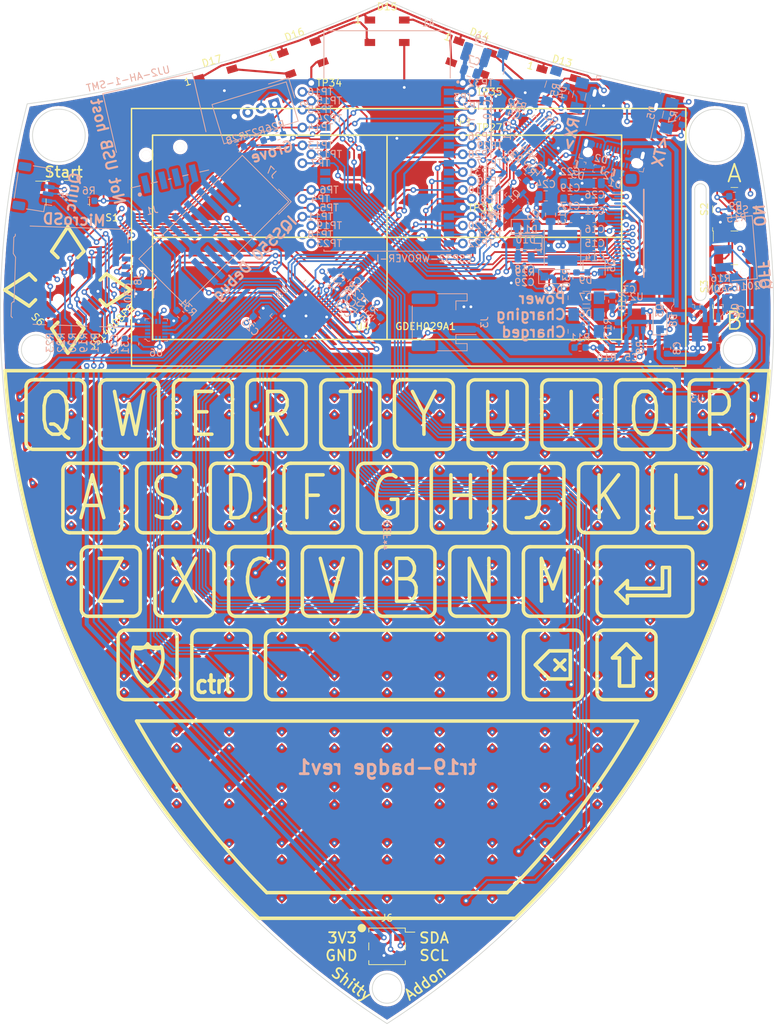
<source format=kicad_pcb>
(kicad_pcb (version 20171130) (host pcbnew 5.0.2-1.fc29)
  (layers (0 F.Cu signal hide) (1 In1.Cu mixed hide) (2 In2.Cu power hide) (31 B.Cu signal hide) (34 B.Paste user) (35 F.Paste user hide) (36 B.SilkS user hide) (37 F.SilkS user hide) (38 B.Mask user hide) (39 F.Mask user hide) (44 Edge.Cuts user))
  (net 0 "")
  (net 1 GND)
  (net 2 +3V3)
  (net 3 /EN)
  (net 4 /GV_SIG0_DIV)
  (net 5 /SCL)
  (net 6 /SDA)
  (net 7 /32K_XP)
  (net 8 /32K_XN)
  (net 9 /GV_SIG0)
  (net 10 /GV_SIG1)
  (net 11 /JOY_PUSH)
  (net 12 /BTN_B)
  (net 13 /BUSY)
  (net 14 /~DC~)
  (net 15 /~CS~)
  (net 16 /IO0)
  (net 17 /JOY_D)
  (net 18 /BTN_A)
  (net 19 /SCK)
  (net 20 /JOY_A)
  (net 21 /JOY_B)
  (net 22 /RXD0)
  (net 23 /TXD0)
  (net 24 /JOY_C)
  (net 25 /MOSI)
  (net 26 VBUS)
  (net 27 +BATT)
  (net 28 +VSW)
  (net 29 "Net-(C12-Pad1)")
  (net 30 /d_VGL)
  (net 31 /d_VGH)
  (net 32 /d_VDD)
  (net 33 "Net-(C18-Pad2)")
  (net 34 "Net-(C18-Pad1)")
  (net 35 /d_VPP)
  (net 36 "Net-(C20-Pad1)")
  (net 37 /d_VSH)
  (net 38 /d_VSL)
  (net 39 /PREVGL)
  (net 40 /d_VCOM)
  (net 41 /USB_DN)
  (net 42 /USB_DP)
  (net 43 "Net-(D4-Pad2)")
  (net 44 "Net-(D5-Pad2)")
  (net 45 "Net-(D6-Pad1)")
  (net 46 "Net-(D7-Pad2)")
  (net 47 "Net-(D9-Pad1)")
  (net 48 /PREVGH)
  (net 49 "Net-(J1-Pad1)")
  (net 50 "Net-(J1-Pad2)")
  (net 51 "Net-(J1-Pad3)")
  (net 52 /~PWR_EN~)
  (net 53 "Net-(J2-PadA2)")
  (net 54 "Net-(J2-PadA3)")
  (net 55 "Net-(J2-PadA5)")
  (net 56 "Net-(J2-PadA8)")
  (net 57 "Net-(J2-PadA10)")
  (net 58 "Net-(J2-PadA11)")
  (net 59 "Net-(J2-PadB2)")
  (net 60 "Net-(J2-PadB3)")
  (net 61 "Net-(J2-PadB5)")
  (net 62 "Net-(J2-PadB8)")
  (net 63 "Net-(J2-PadB10)")
  (net 64 "Net-(J2-PadB11)")
  (net 65 "Net-(J7-Pad2)")
  (net 66 "Net-(J7-Pad4)")
  (net 67 "Net-(J7-Pad5)")
  (net 68 "Net-(J7-Pad6)")
  (net 69 "Net-(J7-Pad8)")
  (net 70 /IQ_RDY)
  (net 71 /RTS)
  (net 72 "Net-(Q1-Pad1)")
  (net 73 "Net-(Q2-Pad1)")
  (net 74 /DTR)
  (net 75 "Net-(Q3-Pad2)")
  (net 76 /GDR)
  (net 77 /RESE)
  (net 78 "Net-(R1-Pad2)")
  (net 79 "Net-(R2-Pad2)")
  (net 80 "Net-(R4-Pad2)")
  (net 81 /RXT)
  (net 82 /BTN_START)
  (net 83 /TXT)
  (net 84 "Net-(R8-Pad1)")
  (net 85 "Net-(R10-Pad1)")
  (net 86 "Net-(R26-Pad2)")
  (net 87 "Net-(S1-Pad1)")
  (net 88 "Net-(S1-Pad3)")
  (net 89 "Net-(S2-Pad3)")
  (net 90 "Net-(S2-Pad1)")
  (net 91 "Net-(S3-Pad1)")
  (net 92 "Net-(S3-Pad3)")
  (net 93 "Net-(S4-Pad4)")
  (net 94 "Net-(S6-PadSH1)")
  (net 95 "Net-(U1-Pad1)")
  (net 96 "Net-(U1-Pad10)")
  (net 97 "Net-(U1-Pad11)")
  (net 98 "Net-(U1-Pad12)")
  (net 99 "Net-(U1-Pad15)")
  (net 100 "Net-(U1-Pad16)")
  (net 101 "Net-(U1-Pad17)")
  (net 102 "Net-(U1-Pad18)")
  (net 103 "Net-(U1-Pad22)")
  (net 104 "Net-(U1-Pad24)")
  (net 105 "Net-(U3-Pad4)")
  (net 106 "Net-(U4-Pad1)")
  (net 107 "Net-(U4-Pad7)")
  (net 108 "Net-(U4-Pad6)")
  (net 109 /Tx14)
  (net 110 "Net-(U5-Pad2)")
  (net 111 "Net-(U5-Pad3)")
  (net 112 "Net-(U5-Pad4)")
  (net 113 "Net-(U5-Pad12)")
  (net 114 /Rx0A)
  (net 115 /Rx1A)
  (net 116 /Rx2A)
  (net 117 /Rx3A)
  (net 118 /Rx4A)
  (net 119 /Rx5A)
  (net 120 /Rx6A)
  (net 121 /Rx7A)
  (net 122 /Rx8A)
  (net 123 /Rx9A)
  (net 124 /Tx0)
  (net 125 /Tx1)
  (net 126 /Tx2)
  (net 127 /Tx3)
  (net 128 /Tx4)
  (net 129 /Tx5)
  (net 130 /Tx6)
  (net 131 /Tx7)
  (net 132 /Tx8)
  (net 133 /Tx9)
  (net 134 /Tx10)
  (net 135 /Tx11)
  (net 136 /Tx12)
  (net 137 /Tx13)
  (net 138 "Net-(S5-Pad3)")
  (net 139 "Net-(U5-Pad14)")
  (net 140 "Net-(U5-Pad16)")
  (net 141 "Net-(U5-Pad18)")
  (net 142 "Net-(U5-Pad20)")
  (net 143 "Net-(U5-Pad22)")
  (net 144 "Net-(U5-Pad24)")
  (net 145 "Net-(U5-Pad26)")
  (net 146 "Net-(U5-Pad28)")
  (net 147 "Net-(U5-Pad30)")
  (net 148 "Net-(U5-Pad32)")
  (net 149 "Net-(S4-Pad2)")
  (net 150 /LED_DIN)
  (net 151 "Net-(D13-Pad2)")
  (net 152 "Net-(D14-Pad2)")
  (net 153 "Net-(D15-Pad2)")
  (net 154 "Net-(D16-Pad2)")
  (net 155 "Net-(D17-Pad2)")
  (net 156 /SD_DAT0)
  (net 157 /SD_CMD)
  (net 158 /_reserved_gpio8)
  (net 159 /_reserved_gpio7)
  (net 160 /_reserved_gpio6)
  (net 161 /_reserved_gpio11)
  (net 162 /SD_CLK)
  (net 163 "Net-(J8-Pad9)")
  (net 164 "Net-(J8-Pad8)")
  (net 165 "Net-(J8-Pad1)")
  (net 166 "Net-(J8-Pad2)")
  (net 167 "Net-(J8-Pad10)")
  (net 168 /ACCEL_INT)
  (net 169 "Net-(U6-Pad3)")
  (net 170 "Net-(U6-Pad2)")
  (net 171 "Net-(U6-Pad15)")
  (net 172 "Net-(U6-Pad16)")
  (net 173 "Net-(U6-Pad13)")
  (net 174 "Net-(U6-Pad9)")
  (net 175 "Net-(U6-Pad7)")
  (module jeffmakes-footprints:electrode-array-2 (layer F.Cu) (at 0 0 180)
    (fp_text reference A2 hide)
    (fp_text value tr19_touch_array hide)
    (fp_poly (pts (xy -30.025736 32.030152) (xy -29.974264 32.030152) (xy -26.462132 28.518019) (xy -27.68901 27.291141) (xy -29.239696 29.283439) (xy -30.747514 31.308373) (xy -30.025736 32.030152)) (layer F.Cu) (width 0.001))
    (fp_poly (pts (xy -18.962132 20.593755) (xy -20.495263 19.060625) (xy -22.209252 20.886079) (xy -23.884222 22.747401) (xy -22.525736 24.105887) (xy -22.474264 24.105887) (xy -18.962132 20.593755)) (layer F.Cu) (width 0.001))
    (fp_poly (pts (xy -34.156211 36.248205) (xy -33.962132 36.442284) (xy -34.862695 37.342847) (xy -34.156211 36.248205)) (layer F.Cu) (width 0.001))
    (fp_poly (pts (xy -42.480888 51.272056) (xy -44.096849 54.925529) (xy -41.462132 52.290812) (xy -42.480888 51.272056)) (layer F.Cu) (width 0.001))
    (fp_poly (pts (xy 44.098569 54.927249) (xy 42.481543 51.2714) (xy 41.462132 52.290812) (xy 44.098569 54.927249)) (layer F.Cu) (width 0.001))
    (fp_poly (pts (xy 34.864916 37.345068) (xy 34.156689 36.247726) (xy 33.962132 36.442284) (xy 34.864916 37.345068)) (layer F.Cu) (width 0.001))
    (fp_poly (pts (xy 26.462132 28.518019) (xy 29.974264 32.030152) (xy 30.025736 32.030152) (xy 30.747934 31.307954) (xy 29.240091 29.283043) (xy 27.689381 27.29077) (xy 26.462132 28.518019)) (layer F.Cu) (width 0.001))
    (fp_poly (pts (xy 22.474264 24.105887) (xy 22.525736 24.105887) (xy 23.884537 22.747087) (xy 22.209543 20.885788) (xy 20.49553 19.060358) (xy 18.962132 20.593755) (xy 22.474264 24.105887)) (layer F.Cu) (width 0.001))
    (fp_poly (pts (xy -54.11844 89.016576) (xy -54.450591 93) (xy -53.447759 93) (xy -53.376971 92) (xy -52.999049 87.935105) (xy -52.48145 83.885624) (xy -51.824788 79.856357) (xy -51.029842 75.852077) (xy -50.097552 71.877529) (xy -49.029024 67.937422) (xy -47.825523 64.036424) (xy -46.488475 60.179157) (xy -45.019466 56.370193) (xy -43.420234 52.614044) (xy -41.692676 48.91516) (xy -39.838838 45.277924) (xy -37.860917 41.706646) (xy -35.761255 38.205558) (xy -33.542342 34.778807) (xy -31.206806 31.430454) (xy -28.757414 28.164466) (xy -26.197069 24.984712) (xy -23.528804 21.894962) (xy -20.75578 18.898874) (xy -17.881284 16) (xy 17.881748 16) (xy 20.756287 18.898857) (xy 23.529354 21.894929) (xy 26.197662 24.984666) (xy 28.758051 28.164407) (xy 31.207486 31.430385) (xy 33.543065 34.77873) (xy 35.762021 38.205475) (xy 37.861725 41.706559) (xy 39.839688 45.277834) (xy 41.693568 48.915069) (xy 43.421167 52.613954) (xy 45.020438 56.370105) (xy 46.489488 60.179074) (xy 47.826574 64.036345) (xy 49.030113 67.93735) (xy 50.098678 71.877466) (xy 51.031004 75.852024) (xy 51.825986 79.856316) (xy 52.482682 83.885596) (xy 53.000314 87.93509) (xy 53.378268 92) (xy -53.27672 92) (xy -53.347509 93) (xy 54.451897 93) (xy 54.119714 89.016561) (xy 53.654601 85.046448) (xy 53.057078 81.094095) (xy 52.327811 77.163918) (xy 51.467616 73.260305) (xy 50.477453 69.387618) (xy 49.358428 65.550182) (xy 48.111792 61.752285) (xy 46.738937 57.998167) (xy 45.241396 54.292024) (xy 43.620842 50.637994) (xy 41.879085 47.04016) (xy 40.018072 43.50254) (xy 38.03988 40.029085) (xy 35.94672 36.623677) (xy 33.740929 33.290118) (xy 31.424971 30.032132) (xy 29.001435 26.85336) (xy 26.473025 23.75735) (xy 23.842568 20.747562) (xy 21.113001 17.827358) (xy 18.287373 15) (xy -18.286915 15) (xy -21.112501 17.827376) (xy -23.842026 20.747595) (xy -26.472441 23.757397) (xy -29.000809 26.853418) (xy -31.424303 30.032201) (xy -33.740219 33.290195) (xy -35.945968 36.623761) (xy -38.039087 40.029174) (xy -40.017238 43.502632) (xy -41.878211 47.040254) (xy -43.619928 50.638088) (xy -45.240442 54.292116) (xy -46.737944 57.998257) (xy -48.110762 61.752369) (xy -49.357361 65.550261) (xy -50.476348 69.387689) (xy -51.466475 73.260367) (xy -52.326636 77.16397) (xy -53.055868 81.094137) (xy -53.653359 85.046477) (xy -54.11844 89.016576)) (layer F.Cu) (width 0.001))
    (fp_poly (pts (xy 7.474264 32.030152) (xy 7.525736 32.030152) (xy 11.037868 28.518019) (xy 7.525736 25.005887) (xy 7.474264 25.005887) (xy 3.962132 28.518019) (xy 7.474264 32.030152)) (layer F.Cu) (width 0.001))
    (fp_poly (pts (xy -7.525736 25.005887) (xy -11.037868 28.518019) (xy -7.525736 32.030152) (xy -7.474264 32.030152) (xy -3.962132 28.518019) (xy -7.474264 25.005887) (xy -7.525736 25.005887)) (layer F.Cu) (width 0.001))
    (fp_poly (pts (xy -0.025736 32.930152) (xy -3.537868 36.442284) (xy -0.025736 39.954416) (xy 0.025736 39.954416) (xy 3.537868 36.442284) (xy 0.025736 32.930152) (xy -0.025736 32.930152)) (layer F.Cu) (width 0.001))
    (fp_poly (pts (xy 15.025736 39.954416) (xy 18.537868 36.442284) (xy 15.025736 32.930152) (xy 14.974264 32.930152) (xy 11.462132 36.442284) (xy 14.974264 39.954416) (xy 15.025736 39.954416)) (layer F.Cu) (width 0.001))
    (fp_poly (pts (xy -7.525736 32.930152) (xy -11.037868 36.442284) (xy -7.525736 39.954416) (xy -7.474264 39.954416) (xy -3.962132 36.442284) (xy -7.474264 32.930152) (xy -7.525736 32.930152)) (layer F.Cu) (width 0.001))
    (fp_poly (pts (xy -22.474264 32.930152) (xy -22.525736 32.930152) (xy -26.037868 36.442284) (xy -22.525736 39.954416) (xy -22.474264 39.954416) (xy -18.962132 36.442284) (xy -22.474264 32.930152)) (layer F.Cu) (width 0.001))
    (fp_poly (pts (xy -0.025736 40.854416) (xy -3.537868 44.366548) (xy -0.025736 47.87868) (xy 0.025736 47.87868) (xy 3.537868 44.366548) (xy 0.025736 40.854416) (xy -0.025736 40.854416)) (layer F.Cu) (width 0.001))
    (fp_poly (pts (xy 15.025736 47.87868) (xy 18.537868 44.366548) (xy 15.025736 40.854416) (xy 14.974264 40.854416) (xy 11.462132 44.366548) (xy 14.974264 47.87868) (xy 15.025736 47.87868)) (layer F.Cu) (width 0.001))
    (fp_poly (pts (xy -7.525736 40.854416) (xy -11.037868 44.366548) (xy -7.525736 47.87868) (xy -7.474264 47.87868) (xy -3.962132 44.366548) (xy -7.474264 40.854416) (xy -7.525736 40.854416)) (layer F.Cu) (width 0.001))
    (fp_poly (pts (xy -22.474264 40.854416) (xy -22.525736 40.854416) (xy -26.037868 44.366548) (xy -22.525736 47.87868) (xy -22.474264 47.87868) (xy -18.962132 44.366548) (xy -22.474264 40.854416)) (layer F.Cu) (width 0.001))
    (fp_poly (pts (xy 29.974264 55.802944) (xy 30.025736 55.802944) (xy 33.537868 52.290812) (xy 30.025736 48.77868) (xy 29.974264 48.77868) (xy 26.462132 52.290812) (xy 29.974264 55.802944)) (layer F.Cu) (width 0.001))
    (fp_poly (pts (xy 15.025736 55.802944) (xy 18.537868 52.290812) (xy 15.025736 48.77868) (xy 14.974264 48.77868) (xy 11.462132 52.290812) (xy 14.974264 55.802944) (xy 15.025736 55.802944)) (layer F.Cu) (width 0.001))
    (fp_poly (pts (xy -7.525736 48.77868) (xy -11.037868 52.290812) (xy -7.525736 55.802944) (xy -7.474264 55.802944) (xy -3.962132 52.290812) (xy -7.474264 48.77868) (xy -7.525736 48.77868)) (layer F.Cu) (width 0.001))
    (fp_poly (pts (xy -29.974264 48.77868) (xy -30.025736 48.77868) (xy -33.537868 52.290812) (xy -30.025736 55.802944) (xy -29.974264 55.802944) (xy -26.462132 52.290812) (xy -29.974264 48.77868)) (layer F.Cu) (width 0.001))
    (fp_poly (pts (xy -0.025736 56.702944) (xy -3.537868 60.215076) (xy -0.025736 63.727208) (xy 0.025736 63.727208) (xy 3.537868 60.215076) (xy 0.025736 56.702944) (xy -0.025736 56.702944)) (layer F.Cu) (width 0.001))
    (fp_poly (pts (xy 7.474264 63.727208) (xy 7.525736 63.727208) (xy 11.037868 60.215076) (xy 7.525736 56.702944) (xy 7.474264 56.702944) (xy 3.962132 60.215076) (xy 7.474264 63.727208)) (layer F.Cu) (width 0.001))
    (fp_poly (pts (xy 22.525736 56.702944) (xy 22.474264 56.702944) (xy 18.962132 60.215076) (xy 22.474264 63.727208) (xy 22.525736 63.727208) (xy 26.037868 60.215076) (xy 22.525736 56.702944)) (layer F.Cu) (width 0.001))
    (fp_poly (pts (xy -15.025736 63.727208) (xy -14.974264 63.727208) (xy -11.462132 60.215076) (xy -14.974264 56.702944) (xy -15.025736 56.702944) (xy -18.537868 60.215076) (xy -15.025736 63.727208)) (layer F.Cu) (width 0.001))
    (fp_poly (pts (xy -22.474264 56.702944) (xy -22.525736 56.702944) (xy -26.037868 60.215076) (xy -22.525736 63.727208) (xy -22.474264 63.727208) (xy -18.962132 60.215076) (xy -22.474264 56.702944)) (layer F.Cu) (width 0.001))
    (fp_poly (pts (xy 29.974264 71.651472) (xy 30.025736 71.651472) (xy 33.537868 68.13934) (xy 30.025736 64.627208) (xy 29.974264 64.627208) (xy 26.462132 68.13934) (xy 29.974264 71.651472)) (layer F.Cu) (width 0.001))
    (fp_poly (pts (xy 37.474264 71.651472) (xy 37.525736 71.651472) (xy 41.037868 68.13934) (xy 37.525736 64.627208) (xy 37.474264 64.627208) (xy 33.962132 68.13934) (xy 37.474264 71.651472)) (layer F.Cu) (width 0.001))
    (fp_poly (pts (xy 15.025736 71.651472) (xy 18.537868 68.13934) (xy 15.025736 64.627208) (xy 14.974264 64.627208) (xy 11.462132 68.13934) (xy 14.974264 71.651472) (xy 15.025736 71.651472)) (layer F.Cu) (width 0.001))
    (fp_poly (pts (xy -7.525736 64.627208) (xy -11.037868 68.13934) (xy -7.525736 71.651472) (xy -7.474264 71.651472) (xy -3.962132 68.13934) (xy -7.474264 64.627208) (xy -7.525736 64.627208)) (layer F.Cu) (width 0.001))
    (fp_poly (pts (xy -37.525736 71.651472) (xy -37.474264 71.651472) (xy -33.962132 68.13934) (xy -37.474264 64.627208) (xy -37.525736 64.627208) (xy -41.037868 68.13934) (xy -37.525736 71.651472)) (layer F.Cu) (width 0.001))
    (fp_poly (pts (xy -29.974264 64.627208) (xy -30.025736 64.627208) (xy -33.537868 68.13934) (xy -30.025736 71.651472) (xy -29.974264 71.651472) (xy -26.462132 68.13934) (xy -29.974264 64.627208)) (layer F.Cu) (width 0.001))
    (fp_poly (pts (xy -0.025736 72.551472) (xy -3.537868 76.063604) (xy -0.025736 79.575736) (xy 0.025736 79.575736) (xy 3.537868 76.063604) (xy 0.025736 72.551472) (xy -0.025736 72.551472)) (layer F.Cu) (width 0.001))
    (fp_poly (pts (xy 37.474264 79.575736) (xy 37.525736 79.575736) (xy 41.037868 76.063604) (xy 37.525736 72.551472) (xy 37.474264 72.551472) (xy 33.962132 76.063604) (xy 37.474264 79.575736)) (layer F.Cu) (width 0.001))
    (fp_poly (pts (xy 15.025736 79.575736) (xy 18.537868 76.063604) (xy 15.025736 72.551472) (xy 14.974264 72.551472) (xy 11.462132 76.063604) (xy 14.974264 79.575736) (xy 15.025736 79.575736)) (layer F.Cu) (width 0.001))
    (fp_poly (pts (xy -7.525736 72.551472) (xy -11.037868 76.063604) (xy -7.525736 79.575736) (xy -7.474264 79.575736) (xy -3.962132 76.063604) (xy -7.474264 72.551472) (xy -7.525736 72.551472)) (layer F.Cu) (width 0.001))
    (fp_poly (pts (xy -37.525736 79.575736) (xy -37.474264 79.575736) (xy -33.962132 76.063604) (xy -37.474264 72.551472) (xy -37.525736 72.551472) (xy -41.037868 76.063604) (xy -37.525736 79.575736)) (layer F.Cu) (width 0.001))
    (fp_poly (pts (xy -22.474264 72.551472) (xy -22.525736 72.551472) (xy -26.037868 76.063604) (xy -22.525736 79.575736) (xy -22.474264 79.575736) (xy -18.962132 76.063604) (xy -22.474264 72.551472)) (layer F.Cu) (width 0.001))
    (fp_poly (pts (xy 29.974264 87.5) (xy 30.025736 87.5) (xy 33.537868 83.987868) (xy 30.025736 80.475736) (xy 29.974264 80.475736) (xy 26.462132 83.987868) (xy 29.974264 87.5)) (layer F.Cu) (width 0.001))
    (fp_poly (pts (xy 44.974264 80.475736) (xy 41.462132 83.987868) (xy 44.974264 87.5) (xy 45.025736 87.5) (xy 48.537868 83.987868) (xy 45.025736 80.475736) (xy 44.974264 80.475736)) (layer F.Cu) (width 0.001))
    (fp_poly (pts (xy 7.474264 87.5) (xy 7.525736 87.5) (xy 11.037868 83.987868) (xy 7.525736 80.475736) (xy 7.474264 80.475736) (xy 3.962132 83.987868) (xy 7.474264 87.5)) (layer F.Cu) (width 0.001))
    (fp_poly (pts (xy 22.525736 80.475736) (xy 22.474264 80.475736) (xy 18.962132 83.987868) (xy 22.474264 87.5) (xy 22.525736 87.5) (xy 26.037868 83.987868) (xy 22.525736 80.475736)) (layer F.Cu) (width 0.001))
    (fp_poly (pts (xy -15.025736 87.5) (xy -14.974264 87.5) (xy -11.462132 83.987868) (xy -14.974264 80.475736) (xy -15.025736 80.475736) (xy -18.537868 83.987868) (xy -15.025736 87.5)) (layer F.Cu) (width 0.001))
    (fp_poly (pts (xy -45.025736 80.475736) (xy -48.537868 83.987868) (xy -45.025736 87.5) (xy -44.974264 87.5) (xy -41.462132 83.987868) (xy -44.974264 80.475736) (xy -45.025736 80.475736)) (layer F.Cu) (width 0.001))
    (fp_poly (pts (xy -29.974264 80.475736) (xy -30.025736 80.475736) (xy -33.537868 83.987868) (xy -30.025736 87.5) (xy -29.974264 87.5) (xy -26.462132 83.987868) (xy -29.974264 80.475736)) (layer F.Cu) (width 0.001))
    (fp_poly (pts (xy 52.474264 88.4) (xy 49.174264 91.7) (xy 53.054274 91.7) (xy 52.775357 88.649621) (xy 52.525736 88.4) (xy 52.474264 88.4)) (layer F.Cu) (width 0.001))
    (fp_poly (pts (xy 29.974264 39.954416) (xy 26.462132 36.442284) (xy 29.974264 32.930152) (xy 30.025736 32.930152) (xy 33.537868 36.442284) (xy 30.025736 39.954416) (xy 29.974264 39.954416)) (layer F.Cu) (width 0.001))
    (fp_poly (pts (xy 33.962132 44.366548) (xy 37.474264 47.87868) (xy 37.525736 47.87868) (xy 39.717141 45.687274) (xy 38.476871 43.400752) (xy 37.186627 41.142052) (xy 33.962132 44.366548)) (layer F.Cu) (width 0.001))
    (fp_poly (pts (xy 44.974264 64.627208) (xy 41.462132 68.13934) (xy 44.974264 71.651472) (xy 45.025736 71.651472) (xy 48.537868 68.13934) (xy 45.025736 64.627208) (xy 44.974264 64.627208)) (layer F.Cu) (width 0.001))
    (fp_poly (pts (xy 41.462132 60.215076) (xy 44.974264 63.727208) (xy 45.025736 63.727208) (xy 46.803822 61.949122) (xy 45.868006 59.365727) (xy 44.872445 56.804763) (xy 41.462132 60.215076)) (layer F.Cu) (width 0.001))
    (fp_poly (pts (xy 22.474264 32.030152) (xy 18.962132 28.518019) (xy 22.474264 25.005887) (xy 22.525736 25.005887) (xy 26.037868 28.518019) (xy 22.525736 32.030152) (xy 22.474264 32.030152)) (layer F.Cu) (width 0.001))
    (fp_poly (pts (xy 50.441543 74.584193) (xy 48.962132 76.063604) (xy 51.235603 78.337075) (xy 50.441543 74.584193)) (layer F.Cu) (width 0.001))
    (fp_poly (pts (xy 14.974264 24.105887) (xy 11.462132 20.593755) (xy 14.974264 17.081623) (xy 15.025736 17.081623) (xy 18.537868 20.593755) (xy 15.025736 24.105887) (xy 14.974264 24.105887)) (layer F.Cu) (width 0.001))
    (fp_poly (pts (xy 52.474264 87.5) (xy 48.962132 83.987868) (xy 51.755613 81.194387) (xy 52.237154 84.285849) (xy 52.636773 87.388963) (xy 52.525736 87.5) (xy 52.474264 87.5)) (layer F.Cu) (width 0.001))
    (fp_poly (pts (xy -0.025736 17.081623) (xy -3.537868 20.593755) (xy -0.025736 24.105887) (xy 0.025736 24.105887) (xy 3.537868 20.593755) (xy 0.025736 17.081623) (xy -0.025736 17.081623)) (layer F.Cu) (width 0.001))
    (fp_poly (pts (xy 44.974264 88.4) (xy 45.025736 88.4) (xy 48.325736 91.7) (xy 41.674264 91.7) (xy 44.974264 88.4)) (layer F.Cu) (width 0.001))
    (fp_poly (pts (xy -52.23607 84.286935) (xy -51.754574 81.195426) (xy -48.962132 83.987868) (xy -52.474264 87.5) (xy -52.525736 87.5) (xy -52.63564 87.390096) (xy -52.23607 84.286935)) (layer F.Cu) (width 0.001))
    (fp_poly (pts (xy -50.440596 74.58514) (xy -51.234121 78.335593) (xy -48.962132 76.063604) (xy -50.440596 74.58514)) (layer F.Cu) (width 0.001))
    (fp_poly (pts (xy -22.65 72.251472) (xy -26.25 75.851472) (xy -29.85 72.251472) (xy -30.15 72.251472) (xy -33.75 75.851472) (xy -37.35 72.251472) (xy -37.65 72.251472) (xy -41.25 75.851472) (xy -44.85 72.251472) (xy -45.15 72.251472) (xy -48.75 75.851472) (xy -50.361222 74.24025) (xy -49.652251 71.346799) (xy -48.870646 68.472118) (xy -48.75 68.351472) (xy -45.15 71.951472) (xy -44.85 71.951472) (xy -41.25 68.351472) (xy -37.65 71.951472) (xy -37.35 71.951472) (xy -33.75 68.351472) (xy -30.15 71.951472) (xy -29.85 71.951472) (xy -26.25 68.351472) (xy -22.65 71.951472) (xy -22.35 71.951472) (xy -18.75 68.351472) (xy -15.15 71.951472) (xy -14.85 71.951472) (xy -11.25 68.351472) (xy -7.65 71.951472) (xy -7.35 71.951472) (xy -3.75 68.351472) (xy -0.15 71.951472) (xy 0.15 71.951472) (xy 3.75 68.351472) (xy 7.35 71.951472) (xy 7.65 71.951472) (xy 11.25 68.351472) (xy 14.85 71.951472) (xy 15.15 71.951472) (xy 18.75 68.351472) (xy 22.35 71.951472) (xy 22.65 71.951472) (xy 26.25 68.351472) (xy 29.85 71.951472) (xy 30.15 71.951472) (xy 33.75 68.351472) (xy 37.35 71.951472) (xy 37.65 71.951472) (xy 41.25 68.351472) (xy 44.85 71.951472) (xy 45.15 71.951472) (xy 48.75 68.351472) (xy 48.872205 68.473677) (xy 49.65347 71.347115) (xy 50.362164 74.239308) (xy 48.75 75.851472) (xy 45.15 72.251472) (xy 44.85 72.251472) (xy 41.25 75.851472) (xy 37.65 72.251472) (xy 37.35 72.251472) (xy 33.75 75.851472) (xy 30.15 72.251472) (xy 29.85 72.251472) (xy 26.25 75.851472) (xy 22.65 72.251472) (xy 22.35 72.251472) (xy 18.75 75.851472) (xy 15.15 72.251472) (xy 14.85 72.251472) (xy 11.25 75.851472) (xy 7.65 72.251472) (xy 7.35 72.251472) (xy 3.75 75.851472) (xy 0.15 72.251472) (xy -0.15 72.251472) (xy -3.75 75.851472) (xy -7.35 72.251472) (xy -7.65 72.251472) (xy -11.25 75.851472) (xy -14.85 72.251472) (xy -15.15 72.251472) (xy -18.75 75.851472) (xy -22.35 72.251472) (xy -22.65 72.251472)) (layer F.Cu) (width 0.001))
    (fp_poly (pts (xy -44.974264 63.727208) (xy -41.462132 60.215076) (xy -44.871723 56.805485) (xy -45.867254 59.36648) (xy -46.803038 61.949906) (xy -45.025736 63.727208) (xy -44.974264 63.727208)) (layer F.Cu) (width 0.001))
    (fp_poly (pts (xy -22.65 56.402944) (xy -26.25 60.002944) (xy -29.85 56.402944) (xy -30.15 56.402944) (xy -33.75 60.002944) (xy -37.35 56.402944) (xy -37.65 56.402944) (xy -41.25 60.002944) (xy -44.749694 56.50325) (xy -44.401981 55.654925) (xy -41.25 52.502944) (xy -37.65 56.102944) (xy -37.35 56.102944) (xy -33.75 52.502944) (xy -30.15 56.102944) (xy -29.85 56.102944) (xy -26.25 52.502944) (xy -22.65 56.102944) (xy -22.35 56.102944) (xy -18.75 52.502944) (xy -15.15 56.102944) (xy -14.85 56.102944) (xy -11.25 52.502944) (xy -7.65 56.102944) (xy -7.35 56.102944) (xy -3.75 52.502944) (xy -0.15 56.102944) (xy 0.15 56.102944) (xy 3.75 52.502944) (xy 7.35 56.102944) (xy 7.65 56.102944) (xy 11.25 52.502944) (xy 14.85 56.102944) (xy 15.15 56.102944) (xy 18.75 52.502944) (xy 22.35 56.102944) (xy 22.65 56.102944) (xy 26.25 52.502944) (xy 29.85 56.102944) (xy 30.15 56.102944) (xy 33.75 52.502944) (xy 37.35 56.102944) (xy 37.65 56.102944) (xy 41.25 52.502944) (xy 44.40369 55.656634) (xy 44.750411 56.502533) (xy 41.25 60.002944) (xy 37.65 56.402944) (xy 37.35 56.402944) (xy 33.75 60.002944) (xy 30.15 56.402944) (xy 29.85 56.402944) (xy 26.25 60.002944) (xy 22.65 56.402944) (xy 22.35 56.402944) (xy 18.75 60.002944) (xy 15.15 56.402944) (xy 14.85 56.402944) (xy 11.25 60.002944) (xy 7.65 56.402944) (xy 7.35 56.402944) (xy 3.75 60.002944) (xy 0.15 56.402944) (xy -0.15 56.402944) (xy -3.75 60.002944) (xy -7.35 56.402944) (xy -7.65 56.402944) (xy -11.25 60.002944) (xy -14.85 56.402944) (xy -15.15 56.402944) (xy -18.75 60.002944) (xy -22.35 56.402944) (xy -22.65 56.402944)) (layer F.Cu) (width 0.001))
    (fp_poly (pts (xy -39.716552 45.687864) (xy -37.525736 47.87868) (xy -37.474264 47.87868) (xy -33.962132 44.366548) (xy -37.186091 41.142588) (xy -38.476309 43.401315) (xy -39.716552 45.687864)) (layer F.Cu) (width 0.001))
    (fp_poly (pts (xy -22.65 40.554416) (xy -26.25 44.154416) (xy -29.85 40.554416) (xy -30.15 40.554416) (xy -33.75 44.154416) (xy -37.029055 40.875361) (xy -35.583889 38.488304) (xy -33.75 36.654416) (xy -30.15 40.254416) (xy -29.85 40.254416) (xy -26.25 36.654416) (xy -22.65 40.254416) (xy -22.35 40.254416) (xy -18.75 36.654416) (xy -15.15 40.254416) (xy -14.85 40.254416) (xy -11.25 36.654416) (xy -7.65 40.254416) (xy -7.35 40.254416) (xy -3.75 36.654416) (xy -0.15 40.254416) (xy 0.15 40.254416) (xy 3.75 36.654416) (xy 7.35 40.254416) (xy 7.65 40.254416) (xy 11.25 36.654416) (xy 14.85 40.254416) (xy 15.15 40.254416) (xy 18.75 36.654416) (xy 22.35 40.254416) (xy 22.65 40.254416) (xy 26.25 36.654416) (xy 29.85 40.254416) (xy 30.15 40.254416) (xy 33.75 36.654416) (xy 35.586053 38.490469) (xy 37.029588 40.874828) (xy 33.75 44.154416) (xy 30.15 40.554416) (xy 29.85 40.554416) (xy 26.25 44.154416) (xy 22.65 40.554416) (xy 22.35 40.554416) (xy 18.75 44.154416) (xy 15.15 40.554416) (xy 14.85 40.554416) (xy 11.25 44.154416) (xy 7.65 40.554416) (xy 7.35 40.554416) (xy 3.75 44.154416) (xy 0.15 40.554416) (xy -0.15 40.554416) (xy -3.75 44.154416) (xy -7.35 40.554416) (xy -7.65 40.554416) (xy -11.25 44.154416) (xy -14.85 40.554416) (xy -15.15 40.554416) (xy -18.75 44.154416) (xy -22.35 40.554416) (xy -22.65 40.554416)) (layer F.Cu) (width 0.001))
    (fp_poly (pts (xy -26.462132 36.442284) (xy -29.974264 39.954416) (xy -30.025736 39.954416) (xy -33.537868 36.442284) (xy -30.025736 32.930152) (xy -29.974264 32.930152) (xy -26.462132 36.442284)) (layer F.Cu) (width 0.001))
    (fp_poly (pts (xy 14.85 24.405887) (xy 15.15 24.405887) (xy 18.75 20.805887) (xy 22.35 24.405887) (xy 22.65 24.405887) (xy 24.082969 22.972918) (xy 25.815009 24.994613) (xy 27.501117 27.05477) (xy 26.25 28.305887) (xy 22.65 24.705887) (xy 22.35 24.705887) (xy 18.75 28.305887) (xy 15.15 24.705887) (xy 14.85 24.705887) (xy 11.25 28.305887) (xy 7.65 24.705887) (xy 7.35 24.705887) (xy 3.75 28.305887) (xy 0.15 24.705887) (xy -0.15 24.705887) (xy -3.75 28.305887) (xy -7.35 24.705887) (xy -7.65 24.705887) (xy -11.25 28.305887) (xy -14.85 24.705887) (xy -15.15 24.705887) (xy -18.75 28.305887) (xy -22.35 24.705887) (xy -22.65 24.705887) (xy -26.25 28.305887) (xy -27.500749 27.055138) (xy -25.814666 24.994956) (xy -24.082652 22.973236) (xy -22.65 24.405887) (xy -22.35 24.405887) (xy -18.75 20.805887) (xy -15.15 24.405887) (xy -14.85 24.405887) (xy -11.25 20.805887) (xy -7.65 24.405887) (xy -7.35 24.405887) (xy -3.75 20.805887) (xy -0.15 24.405887) (xy 0.15 24.405887) (xy 3.75 20.805887) (xy 7.35 24.405887) (xy 7.65 24.405887) (xy 11.25 20.805887) (xy 14.85 24.405887)) (layer F.Cu) (width 0.001))
    (fp_poly (pts (xy 44.85 80.175736) (xy 45.15 80.175736) (xy 48.75 83.775736) (xy 51.693678 80.832058) (xy 51.336651 78.862387) (xy 48.75 76.275736) (xy 45.15 79.875736) (xy 44.85 79.875736) (xy 41.25 76.275736) (xy 37.65 79.875736) (xy 37.35 79.875736) (xy 33.75 76.275736) (xy 30.15 79.875736) (xy 29.85 79.875736) (xy 26.25 76.275736) (xy 22.65 79.875736) (xy 22.35 79.875736) (xy 18.75 76.275736) (xy 15.15 79.875736) (xy 14.85 79.875736) (xy 11.25 76.275736) (xy 7.65 79.875736) (xy 7.35 79.875736) (xy 3.75 76.275736) (xy 0.15 79.875736) (xy -0.15 79.875736) (xy -3.75 76.275736) (xy -7.35 79.875736) (xy -7.65 79.875736) (xy -11.25 76.275736) (xy -14.85 79.875736) (xy -15.15 79.875736) (xy -18.75 76.275736) (xy -22.35 79.875736) (xy -22.65 79.875736) (xy -26.25 76.275736) (xy -29.85 79.875736) (xy -30.15 79.875736) (xy -33.75 76.275736) (xy -37.35 79.875736) (xy -37.65 79.875736) (xy -41.25 76.275736) (xy -44.85 79.875736) (xy -45.15 79.875736) (xy -48.75 76.275736) (xy -51.335173 78.860909) (xy -51.692643 80.833092) (xy -48.75 83.775736) (xy -45.15 80.175736) (xy -44.85 80.175736) (xy -41.25 83.775736) (xy -37.65 80.175736) (xy -37.35 80.175736) (xy -33.75 83.775736) (xy -30.15 80.175736) (xy -29.85 80.175736) (xy -26.25 83.775736) (xy -22.65 80.175736) (xy -22.35 80.175736) (xy -18.75 83.775736) (xy -15.15 80.175736) (xy -14.85 80.175736) (xy -11.25 83.775736) (xy -7.65 80.175736) (xy -7.35 80.175736) (xy -3.75 83.775736) (xy -0.15 80.175736) (xy 0.15 80.175736) (xy 3.75 83.775736) (xy 7.35 80.175736) (xy 7.65 80.175736) (xy 11.25 83.775736) (xy 14.85 80.175736) (xy 15.15 80.175736) (xy 18.75 83.775736) (xy 22.35 80.175736) (xy 22.65 80.175736) (xy 26.25 83.775736) (xy 29.85 80.175736) (xy 30.15 80.175736) (xy 33.75 83.775736) (xy 37.35 80.175736) (xy 37.65 80.175736) (xy 41.25 83.775736) (xy 44.85 80.175736)) (layer F.Cu) (width 0.001))
    (fp_poly (pts (xy -14.974264 24.105887) (xy -15.025736 24.105887) (xy -18.537868 20.593755) (xy -15.025736 17.081623) (xy -14.974264 17.081623) (xy -11.462132 20.593755) (xy -14.974264 24.105887)) (layer F.Cu) (width 0.001))
    (fp_poly (pts (xy 45.15 64.327208) (xy 44.85 64.327208) (xy 41.25 67.927208) (xy 37.65 64.327208) (xy 37.35 64.327208) (xy 33.75 67.927208) (xy 30.15 64.327208) (xy 29.85 64.327208) (xy 26.25 67.927208) (xy 22.65 64.327208) (xy 22.35 64.327208) (xy 18.75 67.927208) (xy 15.15 64.327208) (xy 14.85 64.327208) (xy 11.25 67.927208) (xy 7.65 64.327208) (xy 7.35 64.327208) (xy 3.75 67.927208) (xy 0.15 64.327208) (xy -0.15 64.327208) (xy -3.75 67.927208) (xy -7.35 64.327208) (xy -7.65 64.327208) (xy -11.25 67.927208) (xy -14.85 64.327208) (xy -15.15 64.327208) (xy -18.75 67.927208) (xy -22.35 64.327208) (xy -22.65 64.327208) (xy -26.25 67.927208) (xy -29.85 64.327208) (xy -30.15 64.327208) (xy -33.75 67.927208) (xy -37.35 64.327208) (xy -37.65 64.327208) (xy -41.25 67.927208) (xy -44.85 64.327208) (xy -45.15 64.327208) (xy -48.698783 67.875991) (xy -47.840543 65.059251) (xy -46.912464 62.264744) (xy -45.15 64.027208) (xy -44.85 64.027208) (xy -41.25 60.427208) (xy -37.65 64.027208) (xy -37.35 64.027208) (xy -33.75 60.427208) (xy -30.15 64.027208) (xy -29.85 64.027208) (xy -26.25 60.427208) (xy -22.65 64.027208) (xy -22.35 64.027208) (xy -18.75 60.427208) (xy -15.15 64.027208) (xy -14.85 64.027208) (xy -11.25 60.427208) (xy -7.65 64.027208) (xy -7.35 64.027208) (xy -3.75 60.427208) (xy -0.15 64.027208) (xy 0.15 64.027208) (xy 3.75 60.427208) (xy 7.35 64.027208) (xy 7.65 64.027208) (xy 11.25 60.427208) (xy 14.85 64.027208) (xy 15.15 64.027208) (xy 18.75 60.427208) (xy 22.35 64.027208) (xy 22.65 64.027208) (xy 26.25 60.427208) (xy 29.85 64.027208) (xy 30.15 64.027208) (xy 33.75 60.427208) (xy 37.35 64.027208) (xy 37.65 64.027208) (xy 41.25 60.427208) (xy 44.85 64.027208) (xy 45.15 64.027208) (xy 46.913252 62.263956) (xy 47.841748 65.059629) (xy 48.700347 67.877555) (xy 45.15 64.327208)) (layer F.Cu) (width 0.001))
    (fp_poly (pts (xy 29.974264 88.4) (xy 26.674264 91.7) (xy 33.325736 91.7) (xy 30.025736 88.4) (xy 29.974264 88.4)) (layer F.Cu) (width 0.001))
    (fp_poly (pts (xy 37.65 48.47868) (xy 37.35 48.47868) (xy 33.75 52.07868) (xy 30.15 48.47868) (xy 29.85 48.47868) (xy 26.25 52.07868) (xy 22.65 48.47868) (xy 22.35 48.47868) (xy 18.75 52.07868) (xy 15.15 48.47868) (xy 14.85 48.47868) (xy 11.25 52.07868) (xy 7.65 48.47868) (xy 7.35 48.47868) (xy 3.75 52.07868) (xy 0.15 48.47868) (xy -0.15 48.47868) (xy -3.75 52.07868) (xy -7.35 48.47868) (xy -7.65 48.47868) (xy -11.25 52.07868) (xy -14.85 48.47868) (xy -15.15 48.47868) (xy -18.75 52.07868) (xy -22.35 48.47868) (xy -22.65 48.47868) (xy -26.25 52.07868) (xy -29.85 48.47868) (xy -30.15 48.47868) (xy -33.75 52.07868) (xy -37.35 48.47868) (xy -37.65 48.47868) (xy -41.25 52.07868) (xy -42.346364 50.982315) (xy -41.134305 48.459359) (xy -39.862895 45.965784) (xy -37.65 48.17868) (xy -37.35 48.17868) (xy -33.75 44.57868) (xy -30.15 48.17868) (xy -29.85 48.17868) (xy -26.25 44.57868) (xy -22.65 48.17868) (xy -22.35 48.17868) (xy -18.75 44.57868) (xy -15.15 48.17868) (xy -14.85 48.17868) (xy -11.25 44.57868) (xy -7.65 48.17868) (xy -7.35 48.17868) (xy -3.75 44.57868) (xy -0.15 48.17868) (xy 0.15 48.17868) (xy 3.75 44.57868) (xy 7.35 48.17868) (xy 7.65 48.17868) (xy 11.25 44.57868) (xy 14.85 48.17868) (xy 15.15 48.17868) (xy 18.75 44.57868) (xy 22.35 48.17868) (xy 22.65 48.17868) (xy 26.25 44.57868) (xy 29.85 48.17868) (xy 30.15 48.17868) (xy 33.75 44.57868) (xy 37.35 48.17868) (xy 37.65 48.17868) (xy 39.863488 45.965192) (xy 41.134927 48.458737) (xy 42.347016 50.981664) (xy 41.25 52.07868) (xy 37.65 48.47868)) (layer F.Cu) (width 0.001))
    (fp_poly (pts (xy 14.974264 88.4) (xy 11.674264 91.7) (xy 18.325736 91.7) (xy 15.025736 88.4) (xy 14.974264 88.4)) (layer F.Cu) (width 0.001))
    (fp_poly (pts (xy 26.25 36.230152) (xy 22.65 32.630152) (xy 22.35 32.630152) (xy 18.75 36.230152) (xy 15.15 32.630152) (xy 14.85 32.630152) (xy 11.25 36.230152) (xy 7.65 32.630152) (xy 7.35 32.630152) (xy 3.75 36.230152) (xy 0.15 32.630152) (xy -0.15 32.630152) (xy -3.75 36.230152) (xy -7.35 32.630152) (xy -7.65 32.630152) (xy -11.25 36.230152) (xy -14.85 32.630152) (xy -15.15 32.630152) (xy -18.75 36.230152) (xy -22.35 32.630152) (xy -22.65 32.630152) (xy -26.25 36.230152) (xy -29.85 32.630152) (xy -30.15 32.630152) (xy -33.75 36.230152) (xy -33.988287 35.991864) (xy -32.482429 33.75556) (xy -30.926 31.554152) (xy -30.15 32.330152) (xy -29.85 32.330152) (xy -26.25 28.730152) (xy -22.65 32.330152) (xy -22.35 32.330152) (xy -18.75 28.730152) (xy -15.15 32.330152) (xy -14.85 32.330152) (xy -11.25 28.730152) (xy -7.65 32.330152) (xy -7.35 32.330152) (xy -3.75 28.730152) (xy -0.15 32.330152) (xy 0.15 32.330152) (xy 3.75 28.730152) (xy 7.35 32.330152) (xy 7.65 32.330152) (xy 11.25 28.730152) (xy 14.85 32.330152) (xy 15.15 32.330152) (xy 18.75 28.730152) (xy 22.35 32.330152) (xy 22.65 32.330152) (xy 26.25 28.730152) (xy 29.85 32.330152) (xy 30.15 32.330152) (xy 30.926422 31.553729) (xy 32.482878 33.75511) (xy 33.988763 35.991389) (xy 33.75 36.230152) (xy 30.15 32.630152) (xy 29.85 32.630152) (xy 26.25 36.230152)) (layer F.Cu) (width 0.001))
    (fp_poly (pts (xy -0.025736 88.4) (xy -3.325736 91.7) (xy 3.325736 91.7) (xy 0.025736 88.4) (xy -0.025736 88.4)) (layer F.Cu) (width 0.001))
    (fp_poly (pts (xy -15.025736 88.4) (xy -18.325736 91.7) (xy -11.674264 91.7) (xy -14.974264 88.4) (xy -15.025736 88.4)) (layer F.Cu) (width 0.001))
    (fp_poly (pts (xy -30.025736 88.4) (xy -33.325736 91.7) (xy -26.674264 91.7) (xy -29.974264 88.4) (xy -30.025736 88.4)) (layer F.Cu) (width 0.001))
    (fp_poly (pts (xy -45.025736 88.4) (xy -48.325736 91.7) (xy -41.674264 91.7) (xy -44.974264 88.4) (xy -45.025736 88.4)) (layer F.Cu) (width 0.001))
    (fp_poly (pts (xy 14.85 16.781623) (xy 11.25 20.381623) (xy 7.65 16.781623) (xy 7.35 16.781623) (xy 3.75 20.381623) (xy 0.15 16.781623) (xy -0.15 16.781623) (xy -3.75 20.381623) (xy -7.35 16.781623) (xy -7.65 16.781623) (xy -11.25 20.381623) (xy -14.85 16.781623) (xy -15.15 16.781623) (xy -18.75 20.381623) (xy -20.287295 18.844328) (xy -17.759207 16.3) (xy -15.331623 16.3) (xy -15.15 16.481623) (xy -14.85 16.481623) (xy -14.668377 16.3) (xy -7.831623 16.3) (xy -7.65 16.481623) (xy -7.35 16.481623) (xy -7.168377 16.3) (xy -0.331623 16.3) (xy -0.15 16.481623) (xy 0.15 16.481623) (xy 0.331623 16.3) (xy 7.168377 16.3) (xy 7.35 16.481623) (xy 7.65 16.481623) (xy 7.831623 16.3) (xy 14.668377 16.3) (xy 14.85 16.481623) (xy 15.15 16.481623) (xy 15.331623 16.3) (xy 17.759673 16.3) (xy 20.287559 18.844064) (xy 18.75 20.381623) (xy 15.15 16.781623) (xy 14.85 16.781623)) (layer F.Cu) (width 0.001))
    (fp_poly (pts (xy -52.773936 88.6482) (xy -53.052979 91.7) (xy -49.174264 91.7) (xy -52.474264 88.4) (xy -52.525736 88.4) (xy -52.773936 88.6482)) (layer F.Cu) (width 0.001))
    (fp_poly (pts (xy -3.962132 20.593755) (xy -7.474264 24.105887) (xy -7.525736 24.105887) (xy -11.037868 20.593755) (xy -7.525736 17.081623) (xy -7.474264 17.081623) (xy -3.962132 20.593755)) (layer F.Cu) (width 0.001))
    (fp_poly (pts (xy -37.525736 88.4) (xy -40.825736 91.7) (xy -34.174264 91.7) (xy -37.474264 88.4) (xy -37.525736 88.4)) (layer F.Cu) (width 0.001))
    (fp_poly (pts (xy 7.525736 24.105887) (xy 7.474264 24.105887) (xy 3.962132 20.593755) (xy 7.474264 17.081623) (xy 7.525736 17.081623) (xy 11.037868 20.593755) (xy 7.525736 24.105887)) (layer F.Cu) (width 0.001))
    (fp_poly (pts (xy -22.525736 88.4) (xy -25.825736 91.7) (xy -19.174264 91.7) (xy -22.474264 88.4) (xy -22.525736 88.4)) (layer F.Cu) (width 0.001))
    (fp_poly (pts (xy -48.537868 68.13934) (xy -45.025736 64.627208) (xy -44.974264 64.627208) (xy -41.462132 68.13934) (xy -44.974264 71.651472) (xy -45.025736 71.651472) (xy -48.537868 68.13934)) (layer F.Cu) (width 0.001))
    (fp_poly (pts (xy -7.525736 88.4) (xy -10.825736 91.7) (xy -4.174264 91.7) (xy -7.474264 88.4) (xy -7.525736 88.4)) (layer F.Cu) (width 0.001))
    (fp_poly (pts (xy -18.962132 28.518019) (xy -22.474264 32.030152) (xy -22.525736 32.030152) (xy -26.037868 28.518019) (xy -22.525736 25.005887) (xy -22.474264 25.005887) (xy -18.962132 28.518019)) (layer F.Cu) (width 0.001))
    (fp_poly (pts (xy 7.474264 88.4) (xy 4.174264 91.7) (xy 10.825736 91.7) (xy 7.525736 88.4) (xy 7.474264 88.4)) (layer F.Cu) (width 0.001))
    (fp_poly (pts (xy -37.525736 48.77868) (xy -37.474264 48.77868) (xy -33.962132 52.290812) (xy -37.474264 55.802944) (xy -37.525736 55.802944) (xy -41.037868 52.290812) (xy -37.525736 48.77868)) (layer F.Cu) (width 0.001))
    (fp_poly (pts (xy 22.474264 88.4) (xy 19.174264 91.7) (xy 25.825736 91.7) (xy 22.525736 88.4) (xy 22.474264 88.4)) (layer F.Cu) (width 0.001))
    (fp_poly (pts (xy 37.525736 55.802944) (xy 37.474264 55.802944) (xy 33.962132 52.290812) (xy 37.474264 48.77868) (xy 37.525736 48.77868) (xy 41.037868 52.290812) (xy 37.525736 55.802944)) (layer F.Cu) (width 0.001))
    (fp_poly (pts (xy 37.474264 88.4) (xy 34.174264 91.7) (xy 40.825736 91.7) (xy 37.525736 88.4) (xy 37.474264 88.4)) (layer F.Cu) (width 0.001))
    (fp_poly (pts (xy 52.5 88.1) (xy 52.35 88.1) (xy 48.75 91.7) (xy 45.15 88.1) (xy 44.85 88.1) (xy 41.25 91.7) (xy 37.65 88.1) (xy 37.35 88.1) (xy 33.75 91.7) (xy 30.15 88.1) (xy 29.85 88.1) (xy 26.25 91.7) (xy 22.65 88.1) (xy 22.35 88.1) (xy 18.75 91.7) (xy 15.15 88.1) (xy 14.85 88.1) (xy 11.25 91.7) (xy 7.65 88.1) (xy 7.35 88.1) (xy 3.75 91.7) (xy 0.15 88.1) (xy -0.15 88.1) (xy -3.75 91.7) (xy -7.35 88.1) (xy -7.65 88.1) (xy -11.25 91.7) (xy -14.85 88.1) (xy -15.15 88.1) (xy -18.75 91.7) (xy -22.35 88.1) (xy -22.65 88.1) (xy -26.25 91.7) (xy -29.85 88.1) (xy -30.15 88.1) (xy -33.75 91.7) (xy -37.35 88.1) (xy -37.65 88.1) (xy -41.25 91.7) (xy -44.85 88.1) (xy -45.15 88.1) (xy -48.75 91.7) (xy -52.35 88.1) (xy -52.5 88.1) (xy -52.5 87.8) (xy -52.35 87.8) (xy -48.75 84.2) (xy -45.15 87.8) (xy -44.85 87.8) (xy -41.25 84.2) (xy -37.65 87.8) (xy -37.35 87.8) (xy -33.75 84.2) (xy -30.15 87.8) (xy -29.85 87.8) (xy -26.25 84.2) (xy -22.65 87.8) (xy -22.35 87.8) (xy -18.75 84.2) (xy -15.15 87.8) (xy -14.85 87.8) (xy -11.25 84.2) (xy -7.65 87.8) (xy -7.35 87.8) (xy -3.75 84.2) (xy -0.15 87.8) (xy 0.15 87.8) (xy 3.75 84.2) (xy 7.35 87.8) (xy 7.65 87.8) (xy 11.25 84.2) (xy 14.85 87.8) (xy 15.15 87.8) (xy 18.75 84.2) (xy 22.35 87.8) (xy 22.65 87.8) (xy 26.25 84.2) (xy 29.85 87.8) (xy 30.15 87.8) (xy 33.75 84.2) (xy 37.35 87.8) (xy 37.65 87.8) (xy 41.25 84.2) (xy 44.85 87.8) (xy 45.15 87.8) (xy 48.75 84.2) (xy 52.35 87.8) (xy 52.5 87.8) (xy 52.5 88.1)) (layer F.Cu) (width 0.001))
    (fp_poly (pts (xy -22.474264 80.475736) (xy -22.525736 80.475736) (xy -26.037868 83.987868) (xy -22.525736 87.5) (xy -22.474264 87.5) (xy -18.962132 83.987868) (xy -22.474264 80.475736)) (layer F.Cu) (width 0.001))
    (fp_poly (pts (xy -37.525736 87.5) (xy -37.474264 87.5) (xy -33.962132 83.987868) (xy -37.474264 80.475736) (xy -37.525736 80.475736) (xy -41.037868 83.987868) (xy -37.525736 87.5)) (layer F.Cu) (width 0.001))
    (fp_poly (pts (xy -7.525736 80.475736) (xy -11.037868 83.987868) (xy -7.525736 87.5) (xy -7.474264 87.5) (xy -3.962132 83.987868) (xy -7.474264 80.475736) (xy -7.525736 80.475736)) (layer F.Cu) (width 0.001))
    (fp_poly (pts (xy 15.025736 87.5) (xy 18.537868 83.987868) (xy 15.025736 80.475736) (xy 14.974264 80.475736) (xy 11.462132 83.987868) (xy 14.974264 87.5) (xy 15.025736 87.5)) (layer F.Cu) (width 0.001))
    (fp_poly (pts (xy 37.474264 87.5) (xy 37.525736 87.5) (xy 41.037868 83.987868) (xy 37.525736 80.475736) (xy 37.474264 80.475736) (xy 33.962132 83.987868) (xy 37.474264 87.5)) (layer F.Cu) (width 0.001))
    (fp_poly (pts (xy -0.025736 80.475736) (xy -3.537868 83.987868) (xy -0.025736 87.5) (xy 0.025736 87.5) (xy 3.537868 83.987868) (xy 0.025736 80.475736) (xy -0.025736 80.475736)) (layer F.Cu) (width 0.001))
    (fp_poly (pts (xy -29.974264 72.551472) (xy -30.025736 72.551472) (xy -33.537868 76.063604) (xy -30.025736 79.575736) (xy -29.974264 79.575736) (xy -26.462132 76.063604) (xy -29.974264 72.551472)) (layer F.Cu) (width 0.001))
    (fp_poly (pts (xy -45.025736 72.551472) (xy -48.537868 76.063604) (xy -45.025736 79.575736) (xy -44.974264 79.575736) (xy -41.462132 76.063604) (xy -44.974264 72.551472) (xy -45.025736 72.551472)) (layer F.Cu) (width 0.001))
    (fp_poly (pts (xy -15.025736 79.575736) (xy -14.974264 79.575736) (xy -11.462132 76.063604) (xy -14.974264 72.551472) (xy -15.025736 72.551472) (xy -18.537868 76.063604) (xy -15.025736 79.575736)) (layer F.Cu) (width 0.001))
    (fp_poly (pts (xy 22.525736 72.551472) (xy 22.474264 72.551472) (xy 18.962132 76.063604) (xy 22.474264 79.575736) (xy 22.525736 79.575736) (xy 26.037868 76.063604) (xy 22.525736 72.551472)) (layer F.Cu) (width 0.001))
    (fp_poly (pts (xy 7.474264 79.575736) (xy 7.525736 79.575736) (xy 11.037868 76.063604) (xy 7.525736 72.551472) (xy 7.474264 72.551472) (xy 3.962132 76.063604) (xy 7.474264 79.575736)) (layer F.Cu) (width 0.001))
    (fp_poly (pts (xy 44.974264 72.551472) (xy 41.462132 76.063604) (xy 44.974264 79.575736) (xy 45.025736 79.575736) (xy 48.537868 76.063604) (xy 45.025736 72.551472) (xy 44.974264 72.551472)) (layer F.Cu) (width 0.001))
    (fp_poly (pts (xy 29.974264 79.575736) (xy 30.025736 79.575736) (xy 33.537868 76.063604) (xy 30.025736 72.551472) (xy 29.974264 72.551472) (xy 26.462132 76.063604) (xy 29.974264 79.575736)) (layer F.Cu) (width 0.001))
    (fp_poly (pts (xy -22.474264 64.627208) (xy -22.525736 64.627208) (xy -26.037868 68.13934) (xy -22.525736 71.651472) (xy -22.474264 71.651472) (xy -18.962132 68.13934) (xy -22.474264 64.627208)) (layer F.Cu) (width 0.001))
    (fp_poly (pts (xy -15.025736 71.651472) (xy -14.974264 71.651472) (xy -11.462132 68.13934) (xy -14.974264 64.627208) (xy -15.025736 64.627208) (xy -18.537868 68.13934) (xy -15.025736 71.651472)) (layer F.Cu) (width 0.001))
    (fp_poly (pts (xy 22.525736 64.627208) (xy 22.474264 64.627208) (xy 18.962132 68.13934) (xy 22.474264 71.651472) (xy 22.525736 71.651472) (xy 26.037868 68.13934) (xy 22.525736 64.627208)) (layer F.Cu) (width 0.001))
    (fp_poly (pts (xy 7.474264 71.651472) (xy 7.525736 71.651472) (xy 11.037868 68.13934) (xy 7.525736 64.627208) (xy 7.474264 64.627208) (xy 3.962132 68.13934) (xy 7.474264 71.651472)) (layer F.Cu) (width 0.001))
    (fp_poly (pts (xy -0.025736 64.627208) (xy -3.537868 68.13934) (xy -0.025736 71.651472) (xy 0.025736 71.651472) (xy 3.537868 68.13934) (xy 0.025736 64.627208) (xy -0.025736 64.627208)) (layer F.Cu) (width 0.001))
    (fp_poly (pts (xy -29.974264 56.702944) (xy -30.025736 56.702944) (xy -33.537868 60.215076) (xy -30.025736 63.727208) (xy -29.974264 63.727208) (xy -26.462132 60.215076) (xy -29.974264 56.702944)) (layer F.Cu) (width 0.001))
    (fp_poly (pts (xy -37.525736 63.727208) (xy -37.474264 63.727208) (xy -33.962132 60.215076) (xy -37.474264 56.702944) (xy -37.525736 56.702944) (xy -41.037868 60.215076) (xy -37.525736 63.727208)) (layer F.Cu) (width 0.001))
    (fp_poly (pts (xy -7.525736 56.702944) (xy -11.037868 60.215076) (xy -7.525736 63.727208) (xy -7.474264 63.727208) (xy -3.962132 60.215076) (xy -7.474264 56.702944) (xy -7.525736 56.702944)) (layer F.Cu) (width 0.001))
    (fp_poly (pts (xy 15.025736 63.727208) (xy 18.537868 60.215076) (xy 15.025736 56.702944) (xy 14.974264 56.702944) (xy 11.462132 60.215076) (xy 14.974264 63.727208) (xy 15.025736 63.727208)) (layer F.Cu) (width 0.001))
    (fp_poly (pts (xy 37.474264 63.727208) (xy 37.525736 63.727208) (xy 41.037868 60.215076) (xy 37.525736 56.702944) (xy 37.474264 56.702944) (xy 33.962132 60.215076) (xy 37.474264 63.727208)) (layer F.Cu) (width 0.001))
    (fp_poly (pts (xy 29.974264 63.727208) (xy 30.025736 63.727208) (xy 33.537868 60.215076) (xy 30.025736 56.702944) (xy 29.974264 56.702944) (xy 26.462132 60.215076) (xy 29.974264 63.727208)) (layer F.Cu) (width 0.001))
    (fp_poly (pts (xy -22.474264 48.77868) (xy -22.525736 48.77868) (xy -26.037868 52.290812) (xy -22.525736 55.802944) (xy -22.474264 55.802944) (xy -18.962132 52.290812) (xy -22.474264 48.77868)) (layer F.Cu) (width 0.001))
    (fp_poly (pts (xy -15.025736 55.802944) (xy -14.974264 55.802944) (xy -11.462132 52.290812) (xy -14.974264 48.77868) (xy -15.025736 48.77868) (xy -18.537868 52.290812) (xy -15.025736 55.802944)) (layer F.Cu) (width 0.001))
    (fp_poly (pts (xy 22.525736 48.77868) (xy 22.474264 48.77868) (xy 18.962132 52.290812) (xy 22.474264 55.802944) (xy 22.525736 55.802944) (xy 26.037868 52.290812) (xy 22.525736 48.77868)) (layer F.Cu) (width 0.001))
    (fp_poly (pts (xy 7.474264 55.802944) (xy 7.525736 55.802944) (xy 11.037868 52.290812) (xy 7.525736 48.77868) (xy 7.474264 48.77868) (xy 3.962132 52.290812) (xy 7.474264 55.802944)) (layer F.Cu) (width 0.001))
    (fp_poly (pts (xy -0.025736 48.77868) (xy -3.537868 52.290812) (xy -0.025736 55.802944) (xy 0.025736 55.802944) (xy 3.537868 52.290812) (xy 0.025736 48.77868) (xy -0.025736 48.77868)) (layer F.Cu) (width 0.001))
    (fp_poly (pts (xy -29.974264 40.854416) (xy -30.025736 40.854416) (xy -33.537868 44.366548) (xy -30.025736 47.87868) (xy -29.974264 47.87868) (xy -26.462132 44.366548) (xy -29.974264 40.854416)) (layer F.Cu) (width 0.001))
    (fp_poly (pts (xy -15.025736 47.87868) (xy -14.974264 47.87868) (xy -11.462132 44.366548) (xy -14.974264 40.854416) (xy -15.025736 40.854416) (xy -18.537868 44.366548) (xy -15.025736 47.87868)) (layer F.Cu) (width 0.001))
    (fp_poly (pts (xy 22.525736 40.854416) (xy 22.474264 40.854416) (xy 18.962132 44.366548) (xy 22.474264 47.87868) (xy 22.525736 47.87868) (xy 26.037868 44.366548) (xy 22.525736 40.854416)) (layer F.Cu) (width 0.001))
    (fp_poly (pts (xy 7.474264 47.87868) (xy 7.525736 47.87868) (xy 11.037868 44.366548) (xy 7.525736 40.854416) (xy 7.474264 40.854416) (xy 3.962132 44.366548) (xy 7.474264 47.87868)) (layer F.Cu) (width 0.001))
    (fp_poly (pts (xy 29.974264 47.87868) (xy 30.025736 47.87868) (xy 33.537868 44.366548) (xy 30.025736 40.854416) (xy 29.974264 40.854416) (xy 26.462132 44.366548) (xy 29.974264 47.87868)) (layer F.Cu) (width 0.001))
    (fp_poly (pts (xy -15.025736 39.954416) (xy -14.974264 39.954416) (xy -11.462132 36.442284) (xy -14.974264 32.930152) (xy -15.025736 32.930152) (xy -18.537868 36.442284) (xy -15.025736 39.954416)) (layer F.Cu) (width 0.001))
    (fp_poly (pts (xy 22.525736 32.930152) (xy 22.474264 32.930152) (xy 18.962132 36.442284) (xy 22.474264 39.954416) (xy 22.525736 39.954416) (xy 26.037868 36.442284) (xy 22.525736 32.930152)) (layer F.Cu) (width 0.001))
    (fp_poly (pts (xy 7.474264 39.954416) (xy 7.525736 39.954416) (xy 11.037868 36.442284) (xy 7.525736 32.930152) (xy 7.474264 32.930152) (xy 3.962132 36.442284) (xy 7.474264 39.954416)) (layer F.Cu) (width 0.001))
    (fp_poly (pts (xy -15.025736 32.030152) (xy -14.974264 32.030152) (xy -11.462132 28.518019) (xy -14.974264 25.005887) (xy -15.025736 25.005887) (xy -18.537868 28.518019) (xy -15.025736 32.030152)) (layer F.Cu) (width 0.001))
    (fp_poly (pts (xy 15.025736 32.030152) (xy 18.537868 28.518019) (xy 15.025736 25.005887) (xy 14.974264 25.005887) (xy 11.462132 28.518019) (xy 14.974264 32.030152) (xy 15.025736 32.030152)) (layer F.Cu) (width 0.001))
    (fp_poly (pts (xy -0.025736 25.005887) (xy -3.537868 28.518019) (xy -0.025736 32.030152) (xy 0.025736 32.030152) (xy 3.537868 28.518019) (xy 0.025736 25.005887) (xy -0.025736 25.005887)) (layer F.Cu) (width 0.001))
    (pad RX0 smd circle (at 51.5 88 180) (size 1 1) (layers F.Cu) (net 123 /Rx9A))
    (pad RX1 smd circle (at 50.8 79.9 180) (size 1 1) (layers F.Cu) (net 122 /Rx8A))
    (pad RX2 smd circle (at 49.1 72.1 180) (size 1 1) (layers F.Cu) (net 121 /Rx7A))
    (pad TX0 smd circle (at 51.5 91.1 180) (size 1 1) (layers F.Cu) (net 134 /Tx10))
    (pad TX1 smd circle (at 45 91.1 180) (size 1 1) (layers F.Cu) (net 133 /Tx9))
    (pad TX2 smd circle (at 37.5 91.1 180) (size 1 1) (layers F.Cu) (net 132 /Tx8))
    (pad GND smd circle (at 53.8 92.4 180) (size 1 1) (layers F.Cu) (net 1 GND))
    (pad TX0 thru_hole circle (at 52 86.3 180) (size 0.7 0.7) (drill 0.3) (layers *.Cu *.Mask) (net 134 /Tx10))
    (pad TX0 thru_hole circle (at 51.4 82.2 180) (size 0.7 0.7) (drill 0.3) (layers *.Cu *.Mask) (net 134 /Tx10))
    (pad TX0 thru_hole circle (at 50.5 77 180) (size 0.7 0.7) (drill 0.3) (layers *.Cu *.Mask) (net 134 /Tx10))
    (pad TX1 thru_hole circle (at 45 86.9 180) (size 0.7 0.7) (drill 0.3) (layers *.Cu *.Mask) (net 133 /Tx9))
    (pad TX1 thru_hole circle (at 45 81.1 180) (size 0.7 0.7) (drill 0.3) (layers *.Cu *.Mask) (net 133 /Tx9))
    (pad TX1 thru_hole circle (at 45 79 180) (size 0.7 0.7) (drill 0.3) (layers *.Cu *.Mask) (net 133 /Tx9))
    (pad TX1 thru_hole circle (at 45 73.1 180) (size 0.7 0.7) (drill 0.3) (layers *.Cu *.Mask) (net 133 /Tx9))
    (pad TX1 thru_hole circle (at 45 71.1 180) (size 0.7 0.7) (drill 0.3) (layers *.Cu *.Mask) (net 133 /Tx9))
    (pad TX1 thru_hole circle (at 45 65.2 180) (size 0.7 0.7) (drill 0.3) (layers *.Cu *.Mask) (net 133 /Tx9))
    (pad TX1 thru_hole circle (at 45 63.1 180) (size 0.7 0.7) (drill 0.3) (layers *.Cu *.Mask) (net 133 /Tx9))
    (pad TX1 thru_hole circle (at 45 89 180) (size 0.7 0.7) (drill 0.3) (layers *.Cu *.Mask) (net 133 /Tx9))
    (pad TX2 thru_hole circle (at 37.5 89 180) (size 0.7 0.7) (drill 0.3) (layers *.Cu *.Mask) (net 132 /Tx8))
    (pad TX2 thru_hole circle (at 37.5 86.9 180) (size 0.7 0.7) (drill 0.3) (layers *.Cu *.Mask) (net 132 /Tx8))
    (pad TX2 thru_hole circle (at 37.5 81.1 180) (size 0.7 0.7) (drill 0.3) (layers *.Cu *.Mask) (net 132 /Tx8))
    (pad TX2 thru_hole circle (at 37.5 78.9 180) (size 0.7 0.7) (drill 0.3) (layers *.Cu *.Mask) (net 132 /Tx8))
    (pad TX2 thru_hole circle (at 37.5 73.2 180) (size 0.7 0.7) (drill 0.3) (layers *.Cu *.Mask) (net 132 /Tx8))
    (pad TX2 thru_hole circle (at 37.5 71 180) (size 0.7 0.7) (drill 0.3) (layers *.Cu *.Mask) (net 132 /Tx8))
    (pad TX2 thru_hole circle (at 37.5 65.3 180) (size 0.7 0.7) (drill 0.3) (layers *.Cu *.Mask) (net 132 /Tx8))
    (pad TX2 thru_hole circle (at 37.5 63 180) (size 0.7 0.7) (drill 0.3) (layers *.Cu *.Mask) (net 132 /Tx8))
    (pad TX2 thru_hole circle (at 37.5 57.4 180) (size 0.7 0.7) (drill 0.3) (layers *.Cu *.Mask) (net 132 /Tx8))
    (pad TX2 thru_hole circle (at 37.5 55.1 180) (size 0.7 0.7) (drill 0.3) (layers *.Cu *.Mask) (net 132 /Tx8))
    (pad TX2 thru_hole circle (at 37.5 49.5 180) (size 0.7 0.7) (drill 0.3) (layers *.Cu *.Mask) (net 132 /Tx8))
    (pad TX2 thru_hole circle (at 37.5 47.2 180) (size 0.7 0.7) (drill 0.3) (layers *.Cu *.Mask) (net 132 /Tx8))
    (pad TX0 thru_hole circle (at 52.3 89.3 180) (size 0.7 0.7) (drill 0.3) (layers *.Cu *.Mask) (net 134 /Tx10))
    (pad RX3 smd circle (at 46.8 64.2 180) (size 1 1) (layers F.Cu) (net 120 /Rx6A))
    (pad RX4 smd circle (at 43.8 56.2 180) (size 1 1) (layers F.Cu) (net 119 /Rx5A))
    (pad RX5 smd circle (at 40.2 48.3 180) (size 1 1) (layers F.Cu) (net 118 /Rx4A))
    (pad RX6 smd circle (at 35.8 40.3 180) (size 1 1) (layers F.Cu) (net 117 /Rx3A))
    (pad RX7 smd circle (at 30.8 32.5 180) (size 1 1) (layers F.Cu) (net 116 /Rx2A))
    (pad RX8 smd circle (at 24.5 24.5 180) (size 1 1) (layers F.Cu) (net 115 /Rx1A))
    (pad RX9 smd circle (at 17.5 17 180) (size 1 1) (layers F.Cu) (net 114 /Rx0A))
    (pad TX3 smd circle (at 30 91 180) (size 1 1) (layers F.Cu) (net 131 /Tx7))
    (pad TX4 smd circle (at 22.5 91 180) (size 1 1) (layers F.Cu) (net 130 /Tx6))
    (pad TX5 smd circle (at 15 91 180) (size 1 1) (layers F.Cu) (net 129 /Tx5))
    (pad TX6 smd circle (at 7.5 91 180) (size 1 1) (layers F.Cu) (net 128 /Tx4))
    (pad TX7 smd circle (at 0 91 180) (size 1 1) (layers F.Cu) (net 127 /Tx3))
    (pad TX8 smd circle (at -7.5 91 180) (size 1 1) (layers F.Cu) (net 126 /Tx2))
    (pad TX9 smd circle (at -15.1 91 180) (size 1 1) (layers F.Cu) (net 125 /Tx1))
    (pad TX10 smd circle (at -22.5 91 180) (size 1 1) (layers F.Cu) (net 124 /Tx0))
    (pad TX11 smd circle (at -30.1 91 180) (size 1 1) (layers F.Cu) (net 109 /Tx14))
    (pad TX12 smd circle (at -37.5 91 180) (size 1 1) (layers F.Cu) (net 137 /Tx13))
    (pad TX13 smd circle (at -45.1 91 180) (size 1 1) (layers F.Cu) (net 136 /Tx12))
    (pad TX14 smd circle (at -51.6 91 180) (size 1 1) (layers F.Cu) (net 135 /Tx11))
    (pad TX3 thru_hole circle (at 30 89 180) (size 0.7 0.7) (drill 0.3) (layers *.Cu *.Mask) (net 131 /Tx7))
    (pad TX3 thru_hole circle (at 30 86.9 180) (size 0.7 0.7) (drill 0.3) (layers *.Cu *.Mask) (net 131 /Tx7))
    (pad TX3 thru_hole circle (at 30 81.1 180) (size 0.7 0.7) (drill 0.3) (layers *.Cu *.Mask) (net 131 /Tx7))
    (pad TX3 thru_hole circle (at 30 78.9 180) (size 0.7 0.7) (drill 0.3) (layers *.Cu *.Mask) (net 131 /Tx7))
    (pad TX3 thru_hole circle (at 30 73.2 180) (size 0.7 0.7) (drill 0.3) (layers *.Cu *.Mask) (net 131 /Tx7))
    (pad TX3 thru_hole circle (at 30 71 180) (size 0.7 0.7) (drill 0.3) (layers *.Cu *.Mask) (net 131 /Tx7))
    (pad TX3 thru_hole circle (at 30 65.3 180) (size 0.7 0.7) (drill 0.3) (layers *.Cu *.Mask) (net 131 /Tx7))
    (pad TX3 thru_hole circle (at 30 63 180) (size 0.7 0.7) (drill 0.3) (layers *.Cu *.Mask) (net 131 /Tx7))
    (pad TX3 thru_hole circle (at 30 57.4 180) (size 0.7 0.7) (drill 0.3) (layers *.Cu *.Mask) (net 131 /Tx7))
    (pad TX3 thru_hole circle (at 30 55.1 180) (size 0.7 0.7) (drill 0.3) (layers *.Cu *.Mask) (net 131 /Tx7))
    (pad TX3 thru_hole circle (at 30 49.5 180) (size 0.7 0.7) (drill 0.3) (layers *.Cu *.Mask) (net 131 /Tx7))
    (pad TX3 thru_hole circle (at 30 47.2 180) (size 0.7 0.7) (drill 0.3) (layers *.Cu *.Mask) (net 131 /Tx7))
    (pad TX3 thru_hole circle (at 30 41.5 180) (size 0.7 0.7) (drill 0.3) (layers *.Cu *.Mask) (net 131 /Tx7))
    (pad TX3 thru_hole circle (at 30 39.3 180) (size 0.7 0.7) (drill 0.3) (layers *.Cu *.Mask) (net 131 /Tx7))
    (pad TX3 thru_hole circle (at 30 33.6 180) (size 0.7 0.7) (drill 0.3) (layers *.Cu *.Mask) (net 131 /Tx7))
    (pad TX3 thru_hole circle (at 30 31.4 180) (size 0.7 0.7) (drill 0.3) (layers *.Cu *.Mask) (net 131 /Tx7))
    (pad TX4 thru_hole circle (at 22.5 89 180) (size 0.7 0.7) (drill 0.3) (layers *.Cu *.Mask) (net 130 /Tx6))
    (pad TX4 thru_hole circle (at 22.5 86.8 180) (size 0.7 0.7) (drill 0.3) (layers *.Cu *.Mask) (net 130 /Tx6))
    (pad TX4 thru_hole circle (at 22.5 81.1 180) (size 0.7 0.7) (drill 0.3) (layers *.Cu *.Mask) (net 130 /Tx6))
    (pad TX4 thru_hole circle (at 22.5 78.9 180) (size 0.7 0.7) (drill 0.3) (layers *.Cu *.Mask) (net 130 /Tx6))
    (pad TX4 thru_hole circle (at 22.5 73.2 180) (size 0.7 0.7) (drill 0.3) (layers *.Cu *.Mask) (net 130 /Tx6))
    (pad TX4 thru_hole circle (at 22.5 71 180) (size 0.7 0.7) (drill 0.3) (layers *.Cu *.Mask) (net 130 /Tx6))
    (pad TX4 thru_hole circle (at 22.5 65.3 180) (size 0.7 0.7) (drill 0.3) (layers *.Cu *.Mask) (net 130 /Tx6))
    (pad TX4 thru_hole circle (at 22.5 63 180) (size 0.7 0.7) (drill 0.3) (layers *.Cu *.Mask) (net 130 /Tx6))
    (pad TX4 thru_hole circle (at 22.5 57.4 180) (size 0.7 0.7) (drill 0.3) (layers *.Cu *.Mask) (net 130 /Tx6))
    (pad TX4 thru_hole circle (at 22.5 55.1 180) (size 0.7 0.7) (drill 0.3) (layers *.Cu *.Mask) (net 130 /Tx6))
    (pad TX4 thru_hole circle (at 22.5 49.5 180) (size 0.7 0.7) (drill 0.3) (layers *.Cu *.Mask) (net 130 /Tx6))
    (pad TX4 thru_hole circle (at 22.5 47.2 180) (size 0.7 0.7) (drill 0.3) (layers *.Cu *.Mask) (net 130 /Tx6))
    (pad TX4 thru_hole circle (at 22.5 41.5 180) (size 0.7 0.7) (drill 0.3) (layers *.Cu *.Mask) (net 130 /Tx6))
    (pad TX4 thru_hole circle (at 22.5 39.3 180) (size 0.7 0.7) (drill 0.3) (layers *.Cu *.Mask) (net 130 /Tx6))
    (pad TX4 thru_hole circle (at 22.5 33.6 180) (size 0.7 0.7) (drill 0.3) (layers *.Cu *.Mask) (net 130 /Tx6))
    (pad TX4 thru_hole circle (at 22.5 31.4 180) (size 0.7 0.7) (drill 0.3) (layers *.Cu *.Mask) (net 130 /Tx6))
    (pad TX4 thru_hole circle (at 22.5 25.6 180) (size 0.7 0.7) (drill 0.3) (layers *.Cu *.Mask) (net 130 /Tx6))
    (pad TX4 thru_hole circle (at 22.5 23.4 180) (size 0.7 0.7) (drill 0.3) (layers *.Cu *.Mask) (net 130 /Tx6))
    (pad TX5 thru_hole circle (at 15 89 180) (size 0.7 0.7) (drill 0.3) (layers *.Cu *.Mask) (net 129 /Tx5))
    (pad TX5 thru_hole circle (at 15 86.8 180) (size 0.7 0.7) (drill 0.3) (layers *.Cu *.Mask) (net 129 /Tx5))
    (pad TX5 thru_hole circle (at 15 81.1 180) (size 0.7 0.7) (drill 0.3) (layers *.Cu *.Mask) (net 129 /Tx5))
    (pad TX5 thru_hole circle (at 15 78.9 180) (size 0.7 0.7) (drill 0.3) (layers *.Cu *.Mask) (net 129 /Tx5))
    (pad TX5 thru_hole circle (at 15 73.2 180) (size 0.7 0.7) (drill 0.3) (layers *.Cu *.Mask) (net 129 /Tx5))
    (pad TX5 thru_hole circle (at 15 71 180) (size 0.7 0.7) (drill 0.3) (layers *.Cu *.Mask) (net 129 /Tx5))
    (pad TX5 thru_hole circle (at 15 65.3 180) (size 0.7 0.7) (drill 0.3) (layers *.Cu *.Mask) (net 129 /Tx5))
    (pad TX5 thru_hole circle (at 15 63 180) (size 0.7 0.7) (drill 0.3) (layers *.Cu *.Mask) (net 129 /Tx5))
    (pad TX5 thru_hole circle (at 15 57.4 180) (size 0.7 0.7) (drill 0.3) (layers *.Cu *.Mask) (net 129 /Tx5))
    (pad TX5 thru_hole circle (at 15 55.1 180) (size 0.7 0.7) (drill 0.3) (layers *.Cu *.Mask) (net 129 /Tx5))
    (pad TX5 thru_hole circle (at 15 49.5 180) (size 0.7 0.7) (drill 0.3) (layers *.Cu *.Mask) (net 129 /Tx5))
    (pad TX5 thru_hole circle (at 15 47.2 180) (size 0.7 0.7) (drill 0.3) (layers *.Cu *.Mask) (net 129 /Tx5))
    (pad TX5 thru_hole circle (at 15 41.5 180) (size 0.7 0.7) (drill 0.3) (layers *.Cu *.Mask) (net 129 /Tx5))
    (pad TX5 thru_hole circle (at 15 39.3 180) (size 0.7 0.7) (drill 0.3) (layers *.Cu *.Mask) (net 129 /Tx5))
    (pad TX5 thru_hole circle (at 15 33.6 180) (size 0.7 0.7) (drill 0.3) (layers *.Cu *.Mask) (net 129 /Tx5))
    (pad TX5 thru_hole circle (at 15 31.3 180) (size 0.7 0.7) (drill 0.3) (layers *.Cu *.Mask) (net 129 /Tx5))
    (pad TX5 thru_hole circle (at 15 25.7 180) (size 0.7 0.7) (drill 0.3) (layers *.Cu *.Mask) (net 129 /Tx5))
    (pad TX5 thru_hole circle (at 15 23.4 180) (size 0.7 0.7) (drill 0.3) (layers *.Cu *.Mask) (net 129 /Tx5))
    (pad TX5 thru_hole circle (at 15 17.8 180) (size 0.7 0.7) (drill 0.3) (layers *.Cu *.Mask) (net 129 /Tx5))
    (pad TX6 thru_hole circle (at 7.5 89 180) (size 0.7 0.7) (drill 0.3) (layers *.Cu *.Mask) (net 128 /Tx4))
    (pad TX6 thru_hole circle (at 7.5 86.8 180) (size 0.7 0.7) (drill 0.3) (layers *.Cu *.Mask) (net 128 /Tx4))
    (pad TX6 thru_hole circle (at 7.5 81.1 180) (size 0.7 0.7) (drill 0.3) (layers *.Cu *.Mask) (net 128 /Tx4))
    (pad TX6 thru_hole circle (at 7.5 78.9 180) (size 0.7 0.7) (drill 0.3) (layers *.Cu *.Mask) (net 128 /Tx4))
    (pad TX6 thru_hole circle (at 7.5 73.2 180) (size 0.7 0.7) (drill 0.3) (layers *.Cu *.Mask) (net 128 /Tx4))
    (pad TX6 thru_hole circle (at 7.5 71 180) (size 0.7 0.7) (drill 0.3) (layers *.Cu *.Mask) (net 128 /Tx4))
    (pad TX6 thru_hole circle (at 7.5 65.3 180) (size 0.7 0.7) (drill 0.3) (layers *.Cu *.Mask) (net 128 /Tx4))
    (pad TX6 thru_hole circle (at 7.5 63 180) (size 0.7 0.7) (drill 0.3) (layers *.Cu *.Mask) (net 128 /Tx4))
    (pad TX6 thru_hole circle (at 7.5 57.4 180) (size 0.7 0.7) (drill 0.3) (layers *.Cu *.Mask) (net 128 /Tx4))
    (pad TX6 thru_hole circle (at 7.5 55.1 180) (size 0.7 0.7) (drill 0.3) (layers *.Cu *.Mask) (net 128 /Tx4))
    (pad TX6 thru_hole circle (at 7.5 49.5 180) (size 0.7 0.7) (drill 0.3) (layers *.Cu *.Mask) (net 128 /Tx4))
    (pad TX6 thru_hole circle (at 7.5 47.2 180) (size 0.7 0.7) (drill 0.3) (layers *.Cu *.Mask) (net 128 /Tx4))
    (pad TX6 thru_hole circle (at 7.5 41.5 180) (size 0.7 0.7) (drill 0.3) (layers *.Cu *.Mask) (net 128 /Tx4))
    (pad TX6 thru_hole circle (at 7.5 39.3 180) (size 0.7 0.7) (drill 0.3) (layers *.Cu *.Mask) (net 128 /Tx4))
    (pad TX6 thru_hole circle (at 7.5 33.7 180) (size 0.7 0.7) (drill 0.3) (layers *.Cu *.Mask) (net 128 /Tx4))
    (pad TX6 thru_hole circle (at 7.5 31.2 180) (size 0.7 0.7) (drill 0.3) (layers *.Cu *.Mask) (net 128 /Tx4))
    (pad TX6 thru_hole circle (at 7.5 25.7 180) (size 0.7 0.7) (drill 0.3) (layers *.Cu *.Mask) (net 128 /Tx4))
    (pad TX6 thru_hole circle (at 7.5 23.4 180) (size 0.7 0.7) (drill 0.3) (layers *.Cu *.Mask) (net 128 /Tx4))
    (pad TX6 thru_hole circle (at 7.5 17.8 180) (size 0.7 0.7) (drill 0.3) (layers *.Cu *.Mask) (net 128 /Tx4))
    (pad TX7 thru_hole circle (at 0 89 180) (size 0.7 0.7) (drill 0.3) (layers *.Cu *.Mask) (net 127 /Tx3))
    (pad TX7 thru_hole circle (at 0 86.8 180) (size 0.7 0.7) (drill 0.3) (layers *.Cu *.Mask) (net 127 /Tx3))
    (pad TX7 thru_hole circle (at 0 81.1 180) (size 0.7 0.7) (drill 0.3) (layers *.Cu *.Mask) (net 127 /Tx3))
    (pad TX7 thru_hole circle (at 0 78.9 180) (size 0.7 0.7) (drill 0.3) (layers *.Cu *.Mask) (net 127 /Tx3))
    (pad TX7 thru_hole circle (at 0 73.2 180) (size 0.7 0.7) (drill 0.3) (layers *.Cu *.Mask) (net 127 /Tx3))
    (pad TX7 thru_hole circle (at 0 71 180) (size 0.7 0.7) (drill 0.3) (layers *.Cu *.Mask) (net 127 /Tx3))
    (pad TX7 thru_hole circle (at 0 65.3 180) (size 0.7 0.7) (drill 0.3) (layers *.Cu *.Mask) (net 127 /Tx3))
    (pad TX7 thru_hole circle (at 0 63.1 180) (size 0.7 0.7) (drill 0.3) (layers *.Cu *.Mask) (net 127 /Tx3))
    (pad TX7 thru_hole circle (at 0 57.4 180) (size 0.7 0.7) (drill 0.3) (layers *.Cu *.Mask) (net 127 /Tx3))
    (pad TX7 thru_hole circle (at 0 55.1 180) (size 0.7 0.7) (drill 0.3) (layers *.Cu *.Mask) (net 127 /Tx3))
    (pad TX7 thru_hole circle (at 0 49.5 180) (size 0.7 0.7) (drill 0.3) (layers *.Cu *.Mask) (net 127 /Tx3))
    (pad TX7 thru_hole circle (at 0 47.2 180) (size 0.7 0.7) (drill 0.3) (layers *.Cu *.Mask) (net 127 /Tx3))
    (pad TX7 thru_hole circle (at 0 41.5 180) (size 0.7 0.7) (drill 0.3) (layers *.Cu *.Mask) (net 127 /Tx3))
    (pad TX7 thru_hole circle (at 0 39.3 180) (size 0.7 0.7) (drill 0.3) (layers *.Cu *.Mask) (net 127 /Tx3))
    (pad TX7 thru_hole circle (at 0 33.6 180) (size 0.7 0.7) (drill 0.3) (layers *.Cu *.Mask) (net 127 /Tx3))
    (pad TX7 thru_hole circle (at 0 31.4 180) (size 0.7 0.7) (drill 0.3) (layers *.Cu *.Mask) (net 127 /Tx3))
    (pad TX7 thru_hole circle (at 0 25.7 180) (size 0.7 0.7) (drill 0.3) (layers *.Cu *.Mask) (net 127 /Tx3))
    (pad TX7 thru_hole circle (at 0 23.4 180) (size 0.7 0.7) (drill 0.3) (layers *.Cu *.Mask) (net 127 /Tx3))
    (pad TX7 thru_hole circle (at 0 17.8 180) (size 0.7 0.7) (drill 0.3) (layers *.Cu *.Mask) (net 127 /Tx3))
    (pad TX8 thru_hole circle (at -7.5 89 180) (size 0.7 0.7) (drill 0.3) (layers *.Cu *.Mask) (net 126 /Tx2))
    (pad TX8 thru_hole circle (at -7.5 86.8 180) (size 0.7 0.7) (drill 0.3) (layers *.Cu *.Mask) (net 126 /Tx2))
    (pad TX8 thru_hole circle (at -7.5 81.1 180) (size 0.7 0.7) (drill 0.3) (layers *.Cu *.Mask) (net 126 /Tx2))
    (pad TX8 thru_hole circle (at -7.5 78.9 180) (size 0.7 0.7) (drill 0.3) (layers *.Cu *.Mask) (net 126 /Tx2))
    (pad TX8 thru_hole circle (at -7.5 73.2 180) (size 0.7 0.7) (drill 0.3) (layers *.Cu *.Mask) (net 126 /Tx2))
    (pad TX8 thru_hole circle (at -7.5 71 180) (size 0.7 0.7) (drill 0.3) (layers *.Cu *.Mask) (net 126 /Tx2))
    (pad TX8 thru_hole circle (at -7.5 65.3 180) (size 0.7 0.7) (drill 0.3) (layers *.Cu *.Mask) (net 126 /Tx2))
    (pad TX8 thru_hole circle (at -7.5 63.1 180) (size 0.7 0.7) (drill 0.3) (layers *.Cu *.Mask) (net 126 /Tx2))
    (pad TX8 thru_hole circle (at -7.5 57.4 180) (size 0.7 0.7) (drill 0.3) (layers *.Cu *.Mask) (net 126 /Tx2))
    (pad TX8 thru_hole circle (at -7.5 55.1 180) (size 0.7 0.7) (drill 0.3) (layers *.Cu *.Mask) (net 126 /Tx2))
    (pad TX8 thru_hole circle (at -7.5 49.5 180) (size 0.7 0.7) (drill 0.3) (layers *.Cu *.Mask) (net 126 /Tx2))
    (pad TX8 thru_hole circle (at -7.5 47.2 180) (size 0.7 0.7) (drill 0.3) (layers *.Cu *.Mask) (net 126 /Tx2))
    (pad TX8 thru_hole circle (at -7.5 41.5 180) (size 0.7 0.7) (drill 0.3) (layers *.Cu *.Mask) (net 126 /Tx2))
    (pad TX8 thru_hole circle (at -7.5 39.3 180) (size 0.7 0.7) (drill 0.3) (layers *.Cu *.Mask) (net 126 /Tx2))
    (pad TX8 thru_hole circle (at -7.5 33.6 180) (size 0.7 0.7) (drill 0.3) (layers *.Cu *.Mask) (net 126 /Tx2))
    (pad TX8 thru_hole circle (at -7.5 31.3 180) (size 0.7 0.7) (drill 0.3) (layers *.Cu *.Mask) (net 126 /Tx2))
    (pad TX8 thru_hole circle (at -7.5 25.7 180) (size 0.7 0.7) (drill 0.3) (layers *.Cu *.Mask) (net 126 /Tx2))
    (pad TX8 thru_hole circle (at -7.5 23.4 180) (size 0.7 0.7) (drill 0.3) (layers *.Cu *.Mask) (net 126 /Tx2))
    (pad TX8 thru_hole circle (at -7.5 17.8 180) (size 0.7 0.7) (drill 0.3) (layers *.Cu *.Mask) (net 126 /Tx2))
    (pad TX9 thru_hole circle (at -15 89 180) (size 0.7 0.7) (drill 0.3) (layers *.Cu *.Mask) (net 125 /Tx1))
    (pad TX9 thru_hole circle (at -15 86.7 180) (size 0.7 0.7) (drill 0.3) (layers *.Cu *.Mask) (net 125 /Tx1))
    (pad TX9 thru_hole circle (at -15 81.2 180) (size 0.7 0.7) (drill 0.3) (layers *.Cu *.Mask) (net 125 /Tx1))
    (pad TX9 thru_hole circle (at -15 78.9 180) (size 0.7 0.7) (drill 0.3) (layers *.Cu *.Mask) (net 125 /Tx1))
    (pad TX9 thru_hole circle (at -15 73.2 180) (size 0.7 0.7) (drill 0.3) (layers *.Cu *.Mask) (net 125 /Tx1))
    (pad TX9 thru_hole circle (at -15 71 180) (size 0.7 0.7) (drill 0.3) (layers *.Cu *.Mask) (net 125 /Tx1))
    (pad TX9 thru_hole circle (at -15 65.3 180) (size 0.7 0.7) (drill 0.3) (layers *.Cu *.Mask) (net 125 /Tx1))
    (pad TX9 thru_hole circle (at -15 63.1 180) (size 0.7 0.7) (drill 0.3) (layers *.Cu *.Mask) (net 125 /Tx1))
    (pad TX9 thru_hole circle (at -15 57.4 180) (size 0.7 0.7) (drill 0.3) (layers *.Cu *.Mask) (net 125 /Tx1))
    (pad TX9 thru_hole circle (at -15 55.1 180) (size 0.7 0.7) (drill 0.3) (layers *.Cu *.Mask) (net 125 /Tx1))
    (pad TX9 thru_hole circle (at -15 49.5 180) (size 0.7 0.7) (drill 0.3) (layers *.Cu *.Mask) (net 125 /Tx1))
    (pad TX9 thru_hole circle (at -15 47.2 180) (size 0.7 0.7) (drill 0.3) (layers *.Cu *.Mask) (net 125 /Tx1))
    (pad TX9 thru_hole circle (at -15 41.5 180) (size 0.7 0.7) (drill 0.3) (layers *.Cu *.Mask) (net 125 /Tx1))
    (pad TX9 thru_hole circle (at -15 39.3 180) (size 0.7 0.7) (drill 0.3) (layers *.Cu *.Mask) (net 125 /Tx1))
    (pad TX9 thru_hole circle (at -15 33.6 180) (size 0.7 0.7) (drill 0.3) (layers *.Cu *.Mask) (net 125 /Tx1))
    (pad TX9 thru_hole circle (at -15 31.3 180) (size 0.7 0.7) (drill 0.3) (layers *.Cu *.Mask) (net 125 /Tx1))
    (pad TX9 thru_hole circle (at -15 25.7 180) (size 0.7 0.7) (drill 0.3) (layers *.Cu *.Mask) (net 125 /Tx1))
    (pad TX9 thru_hole circle (at -15 23.4 180) (size 0.7 0.7) (drill 0.3) (layers *.Cu *.Mask) (net 125 /Tx1))
    (pad TX9 thru_hole circle (at -15 17.8 180) (size 0.7 0.7) (drill 0.3) (layers *.Cu *.Mask) (net 125 /Tx1))
    (pad TX10 thru_hole circle (at -22.5 89 180) (size 0.7 0.7) (drill 0.3) (layers *.Cu *.Mask) (net 124 /Tx0))
    (pad TX10 thru_hole circle (at -22.5 86.7 180) (size 0.7 0.7) (drill 0.3) (layers *.Cu *.Mask) (net 124 /Tx0))
    (pad TX10 thru_hole circle (at -22.5 81.2 180) (size 0.7 0.7) (drill 0.3) (layers *.Cu *.Mask) (net 124 /Tx0))
    (pad TX10 thru_hole circle (at -22.5 78.9 180) (size 0.7 0.7) (drill 0.3) (layers *.Cu *.Mask) (net 124 /Tx0))
    (pad TX10 thru_hole circle (at -22.5 73.2 180) (size 0.7 0.7) (drill 0.3) (layers *.Cu *.Mask) (net 124 /Tx0))
    (pad TX10 thru_hole circle (at -22.5 71 180) (size 0.7 0.7) (drill 0.3) (layers *.Cu *.Mask) (net 124 /Tx0))
    (pad TX10 thru_hole circle (at -22.5 65.3 180) (size 0.7 0.7) (drill 0.3) (layers *.Cu *.Mask) (net 124 /Tx0))
    (pad TX10 thru_hole circle (at -22.5 63.1 180) (size 0.7 0.7) (drill 0.3) (layers *.Cu *.Mask) (net 124 /Tx0))
    (pad TX10 thru_hole circle (at -22.5 57.4 180) (size 0.7 0.7) (drill 0.3) (layers *.Cu *.Mask) (net 124 /Tx0))
    (pad TX10 thru_hole circle (at -22.5 55.1 180) (size 0.7 0.7) (drill 0.3) (layers *.Cu *.Mask) (net 124 /Tx0))
    (pad TX10 thru_hole circle (at -22.5 49.5 180) (size 0.7 0.7) (drill 0.3) (layers *.Cu *.Mask) (net 124 /Tx0))
    (pad TX10 thru_hole circle (at -22.5 47.2 180) (size 0.7 0.7) (drill 0.3) (layers *.Cu *.Mask) (net 124 /Tx0))
    (pad TX10 thru_hole circle (at -22.5 41.5 180) (size 0.7 0.7) (drill 0.3) (layers *.Cu *.Mask) (net 124 /Tx0))
    (pad TX10 thru_hole circle (at -22.5 39.3 180) (size 0.7 0.7) (drill 0.3) (layers *.Cu *.Mask) (net 124 /Tx0))
    (pad TX10 thru_hole circle (at -22.5 33.6 180) (size 0.7 0.7) (drill 0.3) (layers *.Cu *.Mask) (net 124 /Tx0))
    (pad TX10 thru_hole circle (at -22.5 31.3 180) (size 0.7 0.7) (drill 0.3) (layers *.Cu *.Mask) (net 124 /Tx0))
    (pad TX10 thru_hole circle (at -22.5 25.7 180) (size 0.7 0.7) (drill 0.3) (layers *.Cu *.Mask) (net 124 /Tx0))
    (pad TX10 thru_hole circle (at -22.5 23.4 180) (size 0.7 0.7) (drill 0.3) (layers *.Cu *.Mask) (net 124 /Tx0))
    (pad TX11 thru_hole circle (at -30 89 180) (size 0.7 0.7) (drill 0.3) (layers *.Cu *.Mask) (net 109 /Tx14))
    (pad TX11 thru_hole circle (at -30 86.8 180) (size 0.7 0.7) (drill 0.3) (layers *.Cu *.Mask) (net 109 /Tx14))
    (pad TX11 thru_hole circle (at -30 81.2 180) (size 0.7 0.7) (drill 0.3) (layers *.Cu *.Mask) (net 109 /Tx14))
    (pad TX11 thru_hole circle (at -30 78.8 180) (size 0.7 0.7) (drill 0.3) (layers *.Cu *.Mask) (net 109 /Tx14))
    (pad TX11 thru_hole circle (at -30 73.2 180) (size 0.7 0.7) (drill 0.3) (layers *.Cu *.Mask) (net 109 /Tx14))
    (pad TX11 thru_hole circle (at -30 71 180) (size 0.7 0.7) (drill 0.3) (layers *.Cu *.Mask) (net 109 /Tx14))
    (pad TX11 thru_hole circle (at -30 65.3 180) (size 0.7 0.7) (drill 0.3) (layers *.Cu *.Mask) (net 109 /Tx14))
    (pad TX11 thru_hole circle (at -30 63.1 180) (size 0.7 0.7) (drill 0.3) (layers *.Cu *.Mask) (net 109 /Tx14))
    (pad TX11 thru_hole circle (at -30 57.4 180) (size 0.7 0.7) (drill 0.3) (layers *.Cu *.Mask) (net 109 /Tx14))
    (pad TX11 thru_hole circle (at -30 55.1 180) (size 0.7 0.7) (drill 0.3) (layers *.Cu *.Mask) (net 109 /Tx14))
    (pad TX11 thru_hole circle (at -30 49.5 180) (size 0.7 0.7) (drill 0.3) (layers *.Cu *.Mask) (net 109 /Tx14))
    (pad TX11 thru_hole circle (at -30 47.2 180) (size 0.7 0.7) (drill 0.3) (layers *.Cu *.Mask) (net 109 /Tx14))
    (pad TX11 thru_hole circle (at -30 41.5 180) (size 0.7 0.7) (drill 0.3) (layers *.Cu *.Mask) (net 109 /Tx14))
    (pad TX11 thru_hole circle (at -30 39.3 180) (size 0.7 0.7) (drill 0.3) (layers *.Cu *.Mask) (net 109 /Tx14))
    (pad TX11 thru_hole circle (at -30 33.6 180) (size 0.7 0.7) (drill 0.3) (layers *.Cu *.Mask) (net 109 /Tx14))
    (pad TX11 thru_hole circle (at -30 31.3 180) (size 0.7 0.7) (drill 0.3) (layers *.Cu *.Mask) (net 109 /Tx14))
    (pad TX12 thru_hole circle (at -37.5 89 180) (size 0.7 0.7) (drill 0.3) (layers *.Cu *.Mask) (net 137 /Tx13))
    (pad TX12 thru_hole circle (at -37.5 86.8 180) (size 0.7 0.7) (drill 0.3) (layers *.Cu *.Mask) (net 137 /Tx13))
    (pad TX12 thru_hole circle (at -37.5 81.2 180) (size 0.7 0.7) (drill 0.3) (layers *.Cu *.Mask) (net 137 /Tx13))
    (pad TX12 thru_hole circle (at -37.5 78.8 180) (size 0.7 0.7) (drill 0.3) (layers *.Cu *.Mask) (net 137 /Tx13))
    (pad TX12 thru_hole circle (at -37.5 73.2 180) (size 0.7 0.7) (drill 0.3) (layers *.Cu *.Mask) (net 137 /Tx13))
    (pad TX12 thru_hole circle (at -37.5 71 180) (size 0.7 0.7) (drill 0.3) (layers *.Cu *.Mask) (net 137 /Tx13))
    (pad TX12 thru_hole circle (at -37.5 65.3 180) (size 0.7 0.7) (drill 0.3) (layers *.Cu *.Mask) (net 137 /Tx13))
    (pad TX12 thru_hole circle (at -37.5 63.1 180) (size 0.7 0.7) (drill 0.3) (layers *.Cu *.Mask) (net 137 /Tx13))
    (pad TX12 thru_hole circle (at -37.5 57.4 180) (size 0.7 0.7) (drill 0.3) (layers *.Cu *.Mask) (net 137 /Tx13))
    (pad TX12 thru_hole circle (at -37.5 55.1 180) (size 0.7 0.7) (drill 0.3) (layers *.Cu *.Mask) (net 137 /Tx13))
    (pad TX12 thru_hole circle (at -37.5 49.5 180) (size 0.7 0.7) (drill 0.3) (layers *.Cu *.Mask) (net 137 /Tx13))
    (pad TX12 thru_hole circle (at -37.5 47.2 180) (size 0.7 0.7) (drill 0.3) (layers *.Cu *.Mask) (net 137 /Tx13))
    (pad TX13 thru_hole circle (at -45 89 180) (size 0.7 0.7) (drill 0.3) (layers *.Cu *.Mask) (net 136 /Tx12))
    (pad TX13 thru_hole circle (at -45 86.8 180) (size 0.7 0.7) (drill 0.3) (layers *.Cu *.Mask) (net 136 /Tx12))
    (pad TX13 thru_hole circle (at -45 81.2 180) (size 0.7 0.7) (drill 0.3) (layers *.Cu *.Mask) (net 136 /Tx12))
    (pad TX13 thru_hole circle (at -45 78.8 180) (size 0.7 0.7) (drill 0.3) (layers *.Cu *.Mask) (net 136 /Tx12))
    (pad TX13 thru_hole circle (at -45 73.2 180) (size 0.7 0.7) (drill 0.3) (layers *.Cu *.Mask) (net 136 /Tx12))
    (pad TX13 thru_hole circle (at -45 71 180) (size 0.7 0.7) (drill 0.3) (layers *.Cu *.Mask) (net 136 /Tx12))
    (pad TX13 thru_hole circle (at -45 65.3 180) (size 0.7 0.7) (drill 0.3) (layers *.Cu *.Mask) (net 136 /Tx12))
    (pad TX13 thru_hole circle (at -45 63.1 180) (size 0.7 0.7) (drill 0.3) (layers *.Cu *.Mask) (net 136 /Tx12))
    (pad TX14 thru_hole circle (at -52.3 89.3 180) (size 0.7 0.7) (drill 0.3) (layers *.Cu *.Mask) (net 135 /Tx11))
    (pad TX14 thru_hole circle (at -52 86.3 180) (size 0.7 0.7) (drill 0.3) (layers *.Cu *.Mask) (net 135 /Tx11))
    (pad TX14 thru_hole circle (at -51.4 82.3 180) (size 0.7 0.7) (drill 0.3) (layers *.Cu *.Mask) (net 135 /Tx11))
    (pad TX14 thru_hole circle (at -50.4 76.8 180) (size 0.7 0.7) (drill 0.3) (layers *.Cu *.Mask) (net 135 /Tx11))
  )
  (module Capacitor_SMD:C_0805_2012Metric (layer B.Cu) (at 26.1 -119.7 180)
    (fp_text reference C22 (at 0 1.65 180) (layer B.SilkS) (effects (justify mirror)))
    (fp_text value "1uF 50V")
    (pad 1 smd roundrect (at -0.9375 0 180) (size 0.975 1.4) (layers B.Cu B.Paste B.Mask) (net 1 GND))
    (pad 2 smd roundrect (at 0.9375 0 180) (size 0.975 1.4) (layers B.Cu B.Paste B.Mask) (net 38 /d_VSL))
  )
  (module jeffmakes-footprints:GDEH029A1 (layer F.Cu) (at 0 -112 180)
    (fp_text reference U4 (at 3.5 -12.76 180) (layer F.SilkS))
    (fp_text value GDEH029A1 (at -5.48 -12.69 180) (layer F.SilkS))
    (pad 1 smd roundrect (at -32.85 -5.18 180) (size 0.9 0.28) (layers B.Cu B.Paste B.Mask) (net 106 "Net-(U4-Pad1)"))
    (pad 23 smd roundrect (at -32.85 5.82 180) (size 0.9 0.28) (layers B.Cu B.Paste B.Mask) (net 39 /PREVGL))
    (pad 22 smd roundrect (at -32.85 5.32 180) (size 0.9 0.28) (layers B.Cu B.Paste B.Mask) (net 38 /d_VSL))
    (pad 21 smd roundrect (at -32.85 4.82 180) (size 0.9 0.28) (layers B.Cu B.Paste B.Mask) (net 48 /PREVGH))
    (pad 20 smd roundrect (at -32.85 4.32 180) (size 0.9 0.28) (layers B.Cu B.Paste B.Mask) (net 37 /d_VSH))
    (pad 19 smd roundrect (at -32.85 3.82 180) (size 0.9 0.28) (layers B.Cu B.Paste B.Mask) (net 35 /d_VPP))
    (pad 18 smd roundrect (at -32.85 3.32 180) (size 0.9 0.28) (layers B.Cu B.Paste B.Mask) (net 32 /d_VDD))
    (pad 17 smd roundrect (at -32.85 2.82 180) (size 0.9 0.28) (layers B.Cu B.Paste B.Mask) (net 1 GND))
    (pad 16 smd roundrect (at -32.85 2.32 180) (size 0.9 0.28) (layers B.Cu B.Paste B.Mask) (net 2 +3V3))
    (pad 15 smd roundrect (at -32.85 1.82 180) (size 0.9 0.28) (layers B.Cu B.Paste B.Mask) (net 2 +3V3))
    (pad 14 smd roundrect (at -32.85 1.32 180) (size 0.9 0.28) (layers B.Cu B.Paste B.Mask) (net 25 /MOSI))
    (pad 13 smd roundrect (at -32.85 0.82 180) (size 0.9 0.28) (layers B.Cu B.Paste B.Mask) (net 19 /SCK))
    (pad 12 smd roundrect (at -32.85 0.32 180) (size 0.9 0.28) (layers B.Cu B.Paste B.Mask) (net 15 /~CS~))
    (pad 11 smd roundrect (at -32.85 -0.18 180) (size 0.9 0.28) (layers B.Cu B.Paste B.Mask) (net 14 /~DC~))
    (pad 10 smd roundrect (at -32.85 -0.68 180) (size 0.9 0.28) (layers B.Cu B.Paste B.Mask) (net 16 /IO0))
    (pad 9 smd roundrect (at -32.85 -1.18 180) (size 0.9 0.28) (layers B.Cu B.Paste B.Mask) (net 13 /BUSY))
    (pad 8 smd roundrect (at -32.85 -1.68 180) (size 0.9 0.28) (layers B.Cu B.Paste B.Mask) (net 1 GND))
    (pad 7 smd roundrect (at -32.85 -2.18 180) (size 0.9 0.28) (layers B.Cu B.Paste B.Mask) (net 107 "Net-(U4-Pad7)"))
    (pad 6 smd roundrect (at -32.85 -2.68 180) (size 0.9 0.28) (layers B.Cu B.Paste B.Mask) (net 108 "Net-(U4-Pad6)"))
    (pad 5 smd roundrect (at -32.85 -3.18 180) (size 0.9 0.28) (layers B.Cu B.Paste B.Mask) (net 31 /d_VGH))
    (pad 4 smd roundrect (at -32.85 -3.68 180) (size 0.9 0.28) (layers B.Cu B.Paste B.Mask) (net 30 /d_VGL))
    (pad 3 smd roundrect (at -32.85 -4.18 180) (size 0.9 0.28) (layers B.Cu B.Paste B.Mask) (net 77 /RESE))
    (pad 2 smd roundrect (at -32.85 -4.68 180) (size 0.9 0.28) (layers B.Cu B.Paste B.Mask) (net 76 /GDR))
    (pad 24 smd roundrect (at -32.85 6.32 180) (size 0.9 0.28) (layers B.Cu B.Paste B.Mask) (net 40 /d_VCOM))
    (pad 0 smd roundrect (at -34.78 8.32 180) (size 1.57 1.4) (layers B.Cu B.Paste B.Mask))
    (pad 0 smd roundrect (at -34.78 -7.18 180) (size 1.57 1.4) (layers B.Cu B.Paste B.Mask))
  )
  (module jeffmakes-footprints:GDEH029A1 (layer F.Cu) (at 0 -112 180)
    (fp_text reference U4 (at 3.5 -12.76 180) (layer F.SilkS))
    (fp_text value GDEH029A1 (at -5.48 -12.69 180) (layer F.SilkS))
    (pad 1 smd roundrect (at -32.85 -5.18 180) (size 0.9 0.28) (layers B.Cu B.Paste B.Mask) (net 106 "Net-(U4-Pad1)"))
    (pad 23 smd roundrect (at -32.85 5.82 180) (size 0.9 0.28) (layers B.Cu B.Paste B.Mask) (net 39 /PREVGL))
    (pad 22 smd roundrect (at -32.85 5.32 180) (size 0.9 0.28) (layers B.Cu B.Paste B.Mask) (net 38 /d_VSL))
    (pad 21 smd roundrect (at -32.85 4.82 180) (size 0.9 0.28) (layers B.Cu B.Paste B.Mask) (net 48 /PREVGH))
    (pad 20 smd roundrect (at -32.85 4.32 180) (size 0.9 0.28) (layers B.Cu B.Paste B.Mask) (net 37 /d_VSH))
    (pad 19 smd roundrect (at -32.85 3.82 180) (size 0.9 0.28) (layers B.Cu B.Paste B.Mask) (net 35 /d_VPP))
    (pad 18 smd roundrect (at -32.85 3.32 180) (size 0.9 0.28) (layers B.Cu B.Paste B.Mask) (net 32 /d_VDD))
    (pad 17 smd roundrect (at -32.85 2.82 180) (size 0.9 0.28) (layers B.Cu B.Paste B.Mask) (net 1 GND))
    (pad 16 smd roundrect (at -32.85 2.32 180) (size 0.9 0.28) (layers B.Cu B.Paste B.Mask) (net 2 +3V3))
    (pad 15 smd roundrect (at -32.85 1.82 180) (size 0.9 0.28) (layers B.Cu B.Paste B.Mask) (net 2 +3V3))
    (pad 14 smd roundrect (at -32.85 1.32 180) (size 0.9 0.28) (layers B.Cu B.Paste B.Mask) (net 25 /MOSI))
    (pad 13 smd roundrect (at -32.85 0.82 180) (size 0.9 0.28) (layers B.Cu B.Paste B.Mask) (net 19 /SCK))
    (pad 12 smd roundrect (at -32.85 0.32 180) (size 0.9 0.28) (layers B.Cu B.Paste B.Mask) (net 15 /~CS~))
    (pad 11 smd roundrect (at -32.85 -0.18 180) (size 0.9 0.28) (layers B.Cu B.Paste B.Mask) (net 14 /~DC~))
    (pad 10 smd roundrect (at -32.85 -0.68 180) (size 0.9 0.28) (layers B.Cu B.Paste B.Mask) (net 16 /IO0))
    (pad 9 smd roundrect (at -32.85 -1.18 180) (size 0.9 0.28) (layers B.Cu B.Paste B.Mask) (net 13 /BUSY))
    (pad 8 smd roundrect (at -32.85 -1.68 180) (size 0.9 0.28) (layers B.Cu B.Paste B.Mask) (net 1 GND))
    (pad 7 smd roundrect (at -32.85 -2.18 180) (size 0.9 0.28) (layers B.Cu B.Paste B.Mask) (net 107 "Net-(U4-Pad7)"))
    (pad 6 smd roundrect (at -32.85 -2.68 180) (size 0.9 0.28) (layers B.Cu B.Paste B.Mask) (net 108 "Net-(U4-Pad6)"))
    (pad 5 smd roundrect (at -32.85 -3.18 180) (size 0.9 0.28) (layers B.Cu B.Paste B.Mask) (net 31 /d_VGH))
    (pad 4 smd roundrect (at -32.85 -3.68 180) (size 0.9 0.28) (layers B.Cu B.Paste B.Mask) (net 30 /d_VGL))
    (pad 3 smd roundrect (at -32.85 -4.18 180) (size 0.9 0.28) (layers B.Cu B.Paste B.Mask) (net 77 /RESE))
    (pad 2 smd roundrect (at -32.85 -4.68 180) (size 0.9 0.28) (layers B.Cu B.Paste B.Mask) (net 76 /GDR))
    (pad 24 smd roundrect (at -32.85 6.32 180) (size 0.9 0.28) (layers B.Cu B.Paste B.Mask) (net 40 /d_VCOM))
    (pad 0 smd roundrect (at -34.78 8.32 180) (size 1.57 1.4) (layers B.Cu B.Paste B.Mask))
    (pad 0 smd roundrect (at -34.78 -7.18 180) (size 1.57 1.4) (layers B.Cu B.Paste B.Mask))
  )
  (module jeffmakes-footprints:SW_JS1400BFQ-arrows (layer F.Cu) (at -45.5 -104.5 90)
    (fp_text reference S6 (at -4.2 -4.3 135) (layer F.SilkS))
    (fp_text value " JS1400BFQ" (at -5.5 6 225) (layer F.SilkS))
    (pad Hole np_thru_hole circle (at 1.341526 1.345534 135) (size 1.1 1.1) (drill 1.1) (layers *.Cu *.Mask F.SilkS))
    (pad Hole np_thru_hole circle (at -1.34548 -1.341472 135) (size 0.8 0.8) (drill 0.8) (layers *.Cu *.Mask F.SilkS))
    (pad SH2 smd rect (at 2.861804 2.865813 135) (size 2 1.8) (layers F.Cu F.Paste F.Mask) (net 94 "Net-(S6-PadSH1)"))
    (pad SH1 smd rect (at -2.865759 -2.861751 135) (size 2 1.8) (layers F.Cu F.Paste F.Mask) (net 94 "Net-(S6-PadSH1)"))
    (pad 4 smd rect (at 1.818823 -3.834023 135) (size 2 1) (layers F.Cu F.Paste F.Mask) (net 21 /JOY_B))
    (pad 5 smd rect (at 2.82645 -2.826396 135) (size 2 1) (layers F.Cu F.Paste F.Mask) (net 2 +3V3))
    (pad 6 smd rect (at 3.834077 -1.818769 135) (size 2 1) (layers F.Cu F.Paste F.Mask) (net 17 /JOY_D))
    (pad 3 smd rect (at -1.822777 3.838085 135) (size 2 1) (layers F.Cu F.Paste F.Mask) (net 24 /JOY_C))
    (pad 1 smd rect (at -3.838032 1.822831 135) (size 2 1) (layers F.Cu F.Paste F.Mask) (net 20 /JOY_A))
    (pad 2 smd rect (at -2.830404 2.830458 135) (size 2 1) (layers F.Cu F.Paste F.Mask) (net 11 /JOY_PUSH))
  )
  (module jeffmakes-footprints:IDC-Header_2x05_P2.54mm_Vertical_SMD (layer B.Cu) (at -24.7 -113 135)
    (fp_text reference J7 (at 0 11.684 135) (layer B.SilkS) (effects (justify mirror)))
    (fp_text value 3020-10-0300-00)
    (pad 1 smd rect (at -3.25 5.079999 135) (size 4.8 0.9) (layers B.Cu B.Paste B.Mask) (net 1 GND))
    (pad 2 smd rect (at 3.25 5.079999 135) (size 4.8 0.9) (layers B.Cu B.Paste B.Mask) (net 65 "Net-(J7-Pad2)"))
    (pad 3 smd rect (at -3.25 2.54 135) (size 4.8 0.9) (layers B.Cu B.Paste B.Mask) (net 2 +3V3))
    (pad 4 smd rect (at 3.25 2.54 135) (size 4.8 0.9) (layers B.Cu B.Paste B.Mask) (net 66 "Net-(J7-Pad4)"))
    (pad 5 smd rect (at -3.25 0 135) (size 4.8 0.9) (layers B.Cu B.Paste B.Mask) (net 67 "Net-(J7-Pad5)"))
    (pad 6 smd rect (at 3.25 0 135) (size 4.8 0.9) (layers B.Cu B.Paste B.Mask) (net 68 "Net-(J7-Pad6)"))
    (pad 7 smd rect (at -3.25 -2.54 135) (size 4.8 0.9) (layers B.Cu B.Paste B.Mask) (net 6 /SDA))
    (pad 8 smd rect (at 3.25 -2.54 135) (size 4.8 0.9) (layers B.Cu B.Paste B.Mask) (net 69 "Net-(J7-Pad8)"))
    (pad 9 smd rect (at -3.25 -5.079999 135) (size 4.8 0.9) (layers B.Cu B.Paste B.Mask) (net 5 /SCL))
    (pad 10 smd rect (at 3.25 -5.079999 135) (size 4.8 0.9) (layers B.Cu B.Paste B.Mask) (net 70 /IQ_RDY))
  )
  (module digikey-footprints:1206 (layer B.Cu) (at 27.4 -132.2 257.5)
    (fp_text reference D4 (at 0.1 2.5 257.5) (layer B.SilkS) (effects (justify mirror)))
    (fp_text value LTST-C150KGKT)
    (pad 1 smd rect (at -1.8 0 257.5) (size 1.5 1.8) (layers B.Cu B.Paste B.Mask) (net 2 +3V3))
    (pad 2 smd rect (at 1.8 0 257.5) (size 1.5 1.8) (layers B.Cu B.Paste B.Mask) (net 43 "Net-(D4-Pad2)"))
  )
  (module Capacitor_SMD:C_0805_2012Metric (layer B.Cu) (at 29.6 -119.7)
    (fp_text reference C26 (at 0 1.65) (layer B.SilkS) (effects (justify mirror)))
    (fp_text value "1uF 50V")
    (pad 1 smd roundrect (at -0.9375 0) (size 0.975 1.4) (layers B.Cu B.Paste B.Mask) (net 1 GND))
    (pad 2 smd roundrect (at 0.9375 0) (size 0.975 1.4) (layers B.Cu B.Paste B.Mask) (net 40 /d_VCOM))
  )
  (module ESP32-WROVER-I:XCVR_ESP32-WROVER-I (layer B.Cu) (at 0 -125.725 180)
    (fp_text reference A1 (at -5.8731 16.8226 180) (layer B.SilkS) (effects (justify mirror)))
    (fp_text value ESP32-WROVER-I (at -5.28678 -16.7524 180) (layer B.SilkS) (effects (justify mirror)))
    (pad 39 smd rect (at -1.38 0.47 180) (size 4 4) (layers B.Cu) (net 1 GND))
    (pad 38 smd rect (at 8.81 8.26) (size 1.45 0.93) (layers B.Cu B.Paste B.Mask) (net 1 GND))
    (pad 37 smd rect (at 8.81 6.99) (size 1.45 0.93) (layers B.Cu B.Paste B.Mask) (net 25 /MOSI))
    (pad 36 smd rect (at 8.81 5.72) (size 1.45 0.93) (layers B.Cu B.Paste B.Mask) (net 24 /JOY_C))
    (pad 35 smd rect (at 8.81 4.45) (size 1.45 0.93) (layers B.Cu B.Paste B.Mask) (net 23 /TXD0))
    (pad 34 smd rect (at 8.81 3.18) (size 1.45 0.93) (layers B.Cu B.Paste B.Mask) (net 22 /RXD0))
    (pad 33 smd rect (at 8.81 1.91) (size 1.45 0.93) (layers B.Cu B.Paste B.Mask) (net 21 /JOY_B))
    (pad 32 smd rect (at 8.81 0.64) (size 1.45 0.93) (layers B.Cu B.Paste B.Mask))
    (pad 31 smd rect (at 8.81 -0.63) (size 1.45 0.93) (layers B.Cu B.Paste B.Mask) (net 20 /JOY_A))
    (pad 30 smd rect (at 8.81 -1.9) (size 1.45 0.93) (layers B.Cu B.Paste B.Mask) (net 19 /SCK))
    (pad 29 smd rect (at 8.81 -3.17) (size 1.45 0.93) (layers B.Cu B.Paste B.Mask) (net 18 /BTN_A))
    (pad 28 smd rect (at 8.81 -4.44) (size 1.45 0.93) (layers B.Cu B.Paste B.Mask))
    (pad 27 smd rect (at 8.81 -5.71) (size 1.45 0.93) (layers B.Cu B.Paste B.Mask))
    (pad 26 smd rect (at 8.81 -6.98) (size 1.45 0.93) (layers B.Cu B.Paste B.Mask) (net 17 /JOY_D))
    (pad 25 smd rect (at 8.81 -8.25) (size 1.45 0.93) (layers B.Cu B.Paste B.Mask) (net 16 /IO0))
    (pad 24 smd rect (at 8.81 -9.52) (size 1.45 0.93) (layers B.Cu B.Paste B.Mask) (net 156 /SD_DAT0))
    (pad 23 smd rect (at 8.81 -10.79) (size 1.45 0.93) (layers B.Cu B.Paste B.Mask) (net 157 /SD_CMD))
    (pad 22 smd rect (at 8.81 -12.06) (size 1.45 0.93) (layers B.Cu B.Paste B.Mask) (net 158 /_reserved_gpio8))
    (pad 21 smd rect (at 8.81 -13.33) (size 1.45 0.93) (layers B.Cu B.Paste B.Mask) (net 159 /_reserved_gpio7))
    (pad 20 smd rect (at 8.81 -14.6) (size 1.45 0.93) (layers B.Cu B.Paste B.Mask) (net 160 /_reserved_gpio6))
    (pad 19 smd rect (at -8.81 -14.6 180) (size 1.45 0.93) (layers B.Cu B.Paste B.Mask) (net 161 /_reserved_gpio11))
    (pad 18 smd rect (at -8.81 -13.33 180) (size 1.45 0.93) (layers B.Cu B.Paste B.Mask) (net 150 /LED_DIN))
    (pad 17 smd rect (at -8.81 -12.06 180) (size 1.45 0.93) (layers B.Cu B.Paste B.Mask) (net 70 /IQ_RDY))
    (pad 16 smd rect (at -8.81 -10.79 180) (size 1.45 0.93) (layers B.Cu B.Paste B.Mask) (net 13 /BUSY))
    (pad 15 smd rect (at -8.81 -9.52 180) (size 1.45 0.93) (layers B.Cu B.Paste B.Mask) (net 1 GND))
    (pad 14 smd rect (at -8.81 -8.25 180) (size 1.45 0.93) (layers B.Cu B.Paste B.Mask) (net 12 /BTN_B))
    (pad 13 smd rect (at -8.81 -6.98 180) (size 1.45 0.93) (layers B.Cu B.Paste B.Mask) (net 162 /SD_CLK))
    (pad 12 smd rect (at -8.81 -5.71 180) (size 1.45 0.93) (layers B.Cu B.Paste B.Mask) (net 14 /~DC~))
    (pad 11 smd rect (at -8.81 -4.44 180) (size 1.45 0.93) (layers B.Cu B.Paste B.Mask) (net 10 /GV_SIG1))
    (pad 10 smd rect (at -8.81 -3.17 180) (size 1.45 0.93) (layers B.Cu B.Paste B.Mask) (net 15 /~CS~))
    (pad 9 smd rect (at -8.81 -1.9 180) (size 1.45 0.93) (layers B.Cu B.Paste B.Mask) (net 8 /32K_XN))
    (pad 8 smd rect (at -8.81 -0.63 180) (size 1.45 0.93) (layers B.Cu B.Paste B.Mask) (net 7 /32K_XP))
    (pad 7 smd rect (at -8.81 0.64 180) (size 1.45 0.93) (layers B.Cu B.Paste B.Mask) (net 6 /SDA))
    (pad 6 smd rect (at -8.81 1.91 180) (size 1.45 0.93) (layers B.Cu B.Paste B.Mask) (net 5 /SCL))
    (pad 5 smd rect (at -8.81 3.18 180) (size 1.45 0.93) (layers B.Cu B.Paste B.Mask) (net 11 /JOY_PUSH))
    (pad 4 smd rect (at -8.81 4.45 180) (size 1.45 0.93) (layers B.Cu B.Paste B.Mask) (net 4 /GV_SIG0_DIV))
    (pad 3 smd rect (at -8.81 5.72 180) (size 1.45 0.93) (layers B.Cu B.Paste B.Mask) (net 3 /EN))
    (pad 2 smd rect (at -8.81 6.99 180) (size 1.45 0.93) (layers B.Cu B.Paste B.Mask) (net 2 +3V3))
    (pad 1 smd rect (at -8.81 8.26 180) (size 1.45 0.93) (layers B.Cu B.Paste B.Mask) (net 1 GND))
  )
  (module jeffmakes-footprints:test-pad-1.4-TH (layer B.Cu) (at 12.065 -130.175)
    (fp_text reference TP2 (at 0 -0.5) (layer B.SilkS) (effects (justify mirror)))
    (fp_text value ~)
    (pad 1 thru_hole circle (at 0 0) (size 1.4 1.4) (drill 0.8) (layers *.Cu *.Mask) (net 4 /GV_SIG0_DIV))
  )
  (module jeffmakes-footprints:test-pad-1.4-TH (layer B.Cu) (at 10.795 -131.445)
    (fp_text reference TP3 (at 0 -0.5) (layer B.SilkS) (effects (justify mirror)))
    (fp_text value ~)
    (pad 1 thru_hole circle (at 0 0) (size 1.4 1.4) (drill 0.8) (layers *.Cu *.Mask) (net 3 /EN))
  )
  (module UJ2-AH-1-SMT:CUI_UJ2-AH-1-SMT (layer B.Cu) (at -31.9 -124.3 13)
    (fp_text reference J1 (at -3.44518 7.89173 13) (layer B.SilkS) (effects (justify mirror)))
    (fp_text value UJ2-AH-1-SMT (at -2.56011 -11.1332 13) (layer B.SilkS) (effects (justify mirror)))
    (pad Hole np_thru_hole circle (at 2.5 0 13) (size 1.3 1.3) (drill 1.3) (layers *.Cu *.Mask B.SilkS))
    (pad Hole np_thru_hole circle (at -2.5 0 13) (size 1.3 1.3) (drill 1.3) (layers *.Cu *.Mask B.SilkS))
    (pad S2 smd rect (at 7.25 1.6 13) (size 2.5 5.15) (layers B.Cu B.Paste B.Mask) (net 1 GND))
    (pad S1 smd rect (at -7.25 1.6 13) (size 2.5 5.15) (layers B.Cu B.Paste B.Mask) (net 1 GND))
    (pad 4 smd rect (at 3.5 4.08 13) (size 0.9 2.5) (layers B.Cu B.Paste B.Mask) (net 52 /~PWR_EN~))
    (pad 3 smd rect (at 1 4.08 13) (size 0.9 2.5) (layers B.Cu B.Paste B.Mask) (net 51 "Net-(J1-Pad3)"))
    (pad 2 smd rect (at -1 4.08 13) (size 0.9 2.5) (layers B.Cu B.Paste B.Mask) (net 50 "Net-(J1-Pad2)"))
    (pad 1 smd rect (at -3.5 4.08 13) (size 0.9 2.5) (layers B.Cu B.Paste B.Mask) (net 49 "Net-(J1-Pad1)"))
  )
  (module Connector_PinSocket_2.54mm:PinSocket_2x02_P2.54mm_Vertical_SMD (layer F.Cu) (at 0 -11)
    (fp_text reference J6 (at 0 -4.04) (layer F.SilkS))
    (fp_text value M20-7870246)
    (pad 4 smd rect (at -2.52 1.27) (size 3 1) (layers F.Cu F.Paste F.Mask) (net 1 GND))
    (pad 3 smd rect (at 2.52 1.27) (size 3 1) (layers F.Cu F.Paste F.Mask) (net 5 /SCL))
    (pad 2 smd rect (at -2.52 -1.27) (size 3 1) (layers F.Cu F.Paste F.Mask) (net 2 +3V3))
    (pad 1 smd rect (at 2.52 -1.27) (size 3 1) (layers F.Cu F.Paste F.Mask) (net 6 /SDA))
  )
  (module Capacitor_SMD:C_0603_1608Metric (layer B.Cu) (at 22.55 -120.65 225)
    (fp_text reference C1 (at 0 1.43 225) (layer B.SilkS) (effects (justify mirror)))
    (fp_text value 4.7uF)
    (pad 1 smd roundrect (at -0.787501 0 225) (size 0.875 0.95) (layers B.Cu B.Paste B.Mask) (net 2 +3V3))
    (pad 2 smd roundrect (at 0.787501 0 225) (size 0.875 0.95) (layers B.Cu B.Paste B.Mask) (net 1 GND))
  )
  (module Capacitor_SMD:C_0603_1608Metric (layer B.Cu) (at 21.45 -121.75 225)
    (fp_text reference C2 (at 0 1.43 225) (layer B.SilkS) (effects (justify mirror)))
    (fp_text value 100nF)
    (pad 2 smd roundrect (at 0.787501 0 225) (size 0.875 0.95) (layers B.Cu B.Paste B.Mask) (net 1 GND))
    (pad 1 smd roundrect (at -0.787501 0 225) (size 0.875 0.95) (layers B.Cu B.Paste B.Mask) (net 2 +3V3))
  )
  (module Capacitor_SMD:C_0603_1608Metric (layer B.Cu) (at 34.5 -103.1 180)
    (fp_text reference C3 (at 0 1.43 180) (layer B.SilkS) (effects (justify mirror)))
    (fp_text value 4.7uF)
    (pad 1 smd roundrect (at -0.7875 0 180) (size 0.875 0.95) (layers B.Cu B.Paste B.Mask) (net 26 VBUS))
    (pad 2 smd roundrect (at 0.7875 0 180) (size 0.875 0.95) (layers B.Cu B.Paste B.Mask) (net 1 GND))
  )
  (module Capacitor_SMD:C_0603_1608Metric (layer B.Cu) (at 18.5 -130.95 342.5)
    (fp_text reference C4 (at 0 1.43 342.5) (layer B.SilkS) (effects (justify mirror)))
    (fp_text value 100nF)
    (pad 2 smd roundrect (at 0.7875 0 342.5) (size 0.875 0.95) (layers B.Cu B.Paste B.Mask) (net 1 GND))
    (pad 1 smd roundrect (at -0.7875 0 342.5) (size 0.875 0.95) (layers B.Cu B.Paste B.Mask) (net 3 /EN))
  )
  (module Capacitor_SMD:C_0603_1608Metric (layer B.Cu) (at 34.8 -96.3)
    (fp_text reference C5 (at 0 1.43) (layer B.SilkS) (effects (justify mirror)))
    (fp_text value 4.7uF)
    (pad 2 smd roundrect (at 0.7875 0) (size 0.875 0.95) (layers B.Cu B.Paste B.Mask) (net 1 GND))
    (pad 1 smd roundrect (at -0.7875 0) (size 0.875 0.95) (layers B.Cu B.Paste B.Mask) (net 27 +BATT))
  )
  (module Capacitor_SMD:C_0603_1608Metric (layer B.Cu) (at 49 -101.4 90)
    (fp_text reference C6 (at 0 1.43 90) (layer B.SilkS) (effects (justify mirror)))
    (fp_text value 4.7uF)
    (pad 2 smd roundrect (at 0.7875 0 90) (size 0.875 0.95) (layers B.Cu B.Paste B.Mask) (net 1 GND))
    (pad 1 smd roundrect (at -0.7875 0 90) (size 0.875 0.95) (layers B.Cu B.Paste B.Mask) (net 28 +VSW))
  )
  (module Capacitor_SMD:C_0805_2012Metric (layer B.Cu) (at 11.85 -135.6 162)
    (fp_text reference C7 (at 0 1.65 162) (layer B.SilkS) (effects (justify mirror)))
    (fp_text value 1uF)
    (pad 1 smd roundrect (at -0.937499 0 162) (size 0.975 1.4) (layers B.Cu B.Paste B.Mask) (net 2 +3V3))
    (pad 2 smd roundrect (at 0.937499 0 162) (size 0.975 1.4) (layers B.Cu B.Paste B.Mask) (net 1 GND))
  )
  (module Capacitor_SMD:C_0603_1608Metric (layer B.Cu) (at 39.9 -96.2 90)
    (fp_text reference C8 (at 0 1.43 90) (layer B.SilkS) (effects (justify mirror)))
    (fp_text value 4.7uF)
    (pad 2 smd roundrect (at 0.7875 0 90) (size 0.875 0.95) (layers B.Cu B.Paste B.Mask) (net 1 GND))
    (pad 1 smd roundrect (at -0.7875 0 90) (size 0.875 0.95) (layers B.Cu B.Paste B.Mask) (net 2 +3V3))
  )
  (module Capacitor_SMD:C_1210_3225Metric (layer B.Cu) (at 12.675 -138.025 162)
    (fp_text reference C9 (at 0 2.28 162) (layer B.SilkS) (effects (justify mirror)))
    (fp_text value 100uF)
    (pad 1 smd roundrect (at -1.4 0 162) (size 1.25 2.65) (layers B.Cu B.Paste B.Mask) (roundrect_rratio 0.2) (net 2 +3V3))
    (pad 2 smd roundrect (at 1.4 0 162) (size 1.25 2.65) (layers B.Cu B.Paste B.Mask) (roundrect_rratio 0.2) (net 1 GND))
  )
  (module Capacitor_SMD:C_0603_1608Metric (layer B.Cu) (at 15.7 -130.225 270)
    (fp_text reference C10 (at 0 1.43 270) (layer B.SilkS) (effects (justify mirror)))
    (fp_text value 10pF)
    (pad 1 smd roundrect (at -0.787501 0 270) (size 0.875 0.95) (layers B.Cu B.Paste B.Mask) (net 1 GND))
    (pad 2 smd roundrect (at 0.787501 0 270) (size 0.875 0.95) (layers B.Cu B.Paste B.Mask) (net 7 /32K_XP))
  )
  (module Capacitor_SMD:C_0603_1608Metric (layer B.Cu) (at 15.7 -127.225 90)
    (fp_text reference C11 (at 0 1.43 90) (layer B.SilkS) (effects (justify mirror)))
    (fp_text value 10pF)
    (pad 2 smd roundrect (at 0.787501 0 90) (size 0.875 0.95) (layers B.Cu B.Paste B.Mask) (net 1 GND))
    (pad 1 smd roundrect (at -0.787501 0 90) (size 0.875 0.95) (layers B.Cu B.Paste B.Mask) (net 8 /32K_XN))
  )
  (module Capacitor_SMD:C_0603_1608Metric (layer B.Cu) (at -5.25 -102.8 315)
    (fp_text reference C12 (at 0 1.43 315) (layer B.SilkS) (effects (justify mirror)))
    (fp_text value 100nF)
    (pad 1 smd roundrect (at -0.787501 0 315) (size 0.875 0.95) (layers B.Cu B.Paste B.Mask) (net 29 "Net-(C12-Pad1)"))
    (pad 2 smd roundrect (at 0.787501 0 315) (size 0.875 0.95) (layers B.Cu B.Paste B.Mask) (net 1 GND))
  )
  (module Capacitor_SMD:C_0805_2012Metric (layer B.Cu) (at 23.3 -115.2 90)
    (fp_text reference C13 (at 0 1.65 90) (layer B.SilkS) (effects (justify mirror)))
    (fp_text value "4.7uF 50V")
    (pad 1 smd roundrect (at -0.9375 0 90) (size 0.975 1.4) (layers B.Cu B.Paste B.Mask) (net 2 +3V3))
    (pad 2 smd roundrect (at 0.9375 0 90) (size 0.975 1.4) (layers B.Cu B.Paste B.Mask) (net 1 GND))
  )
  (module Capacitor_SMD:C_0805_2012Metric (layer B.Cu) (at 29.6 -110.8)
    (fp_text reference C14 (at 0 1.65) (layer B.SilkS) (effects (justify mirror)))
    (fp_text value "1uF 50V")
    (pad 1 smd roundrect (at -0.9375 0) (size 0.975 1.4) (layers B.Cu B.Paste B.Mask) (net 1 GND))
    (pad 2 smd roundrect (at 0.9375 0) (size 0.975 1.4) (layers B.Cu B.Paste B.Mask) (net 30 /d_VGL))
  )
  (module Capacitor_SMD:C_0805_2012Metric (layer B.Cu) (at 29.6 -112.8)
    (fp_text reference C15 (at 0 1.65) (layer B.SilkS) (effects (justify mirror)))
    (fp_text value "1uF 50V")
    (pad 2 smd roundrect (at 0.9375 0) (size 0.975 1.4) (layers B.Cu B.Paste B.Mask) (net 31 /d_VGH))
    (pad 1 smd roundrect (at -0.9375 0) (size 0.975 1.4) (layers B.Cu B.Paste B.Mask) (net 1 GND))
  )
  (module Capacitor_SMD:C_0805_2012Metric (layer B.Cu) (at 29.6 -114.8)
    (fp_text reference C16 (at 0 1.65) (layer B.SilkS) (effects (justify mirror)))
    (fp_text value "1uF 50V")
    (pad 1 smd roundrect (at -0.9375 0) (size 0.975 1.4) (layers B.Cu B.Paste B.Mask) (net 1 GND))
    (pad 2 smd roundrect (at 0.9375 0) (size 0.975 1.4) (layers B.Cu B.Paste B.Mask) (net 2 +3V3))
  )
  (module Capacitor_SMD:C_0805_2012Metric (layer B.Cu) (at 26.1 -114.8 180)
    (fp_text reference C17 (at 0 1.65 180) (layer B.SilkS) (effects (justify mirror)))
    (fp_text value "1uF 50V")
    (pad 2 smd roundrect (at 0.9375 0 180) (size 0.975 1.4) (layers B.Cu B.Paste B.Mask) (net 32 /d_VDD))
    (pad 1 smd roundrect (at -0.9375 0 180) (size 0.975 1.4) (layers B.Cu B.Paste B.Mask) (net 1 GND))
  )
  (module Capacitor_SMD:C_0805_2012Metric (layer B.Cu) (at 19.6 -109.15)
    (fp_text reference C18 (at 0 1.65) (layer B.SilkS) (effects (justify mirror)))
    (fp_text value "4.7uF 50V")
    (pad 2 smd roundrect (at 0.9375 0) (size 0.975 1.4) (layers B.Cu B.Paste B.Mask) (net 33 "Net-(C18-Pad2)"))
    (pad 1 smd roundrect (at -0.9375 0) (size 0.975 1.4) (layers B.Cu B.Paste B.Mask) (net 34 "Net-(C18-Pad1)"))
  )
  (module Capacitor_SMD:C_0805_2012Metric (layer B.Cu) (at 26.1 -117.4 180)
    (fp_text reference C19 (at 0 1.65 180) (layer B.SilkS) (effects (justify mirror)))
    (fp_text value "1uF 50V")
    (pad 1 smd roundrect (at -0.9375 0 180) (size 0.975 1.4) (layers B.Cu B.Paste B.Mask) (net 1 GND))
    (pad 2 smd roundrect (at 0.9375 0 180) (size 0.975 1.4) (layers B.Cu B.Paste B.Mask) (net 35 /d_VPP))
  )
  (module Capacitor_SMD:C_0603_1608Metric (layer B.Cu) (at -4.6 -104.25 315)
    (fp_text reference C20 (at 0 1.43 315) (layer B.SilkS) (effects (justify mirror)))
    (fp_text value 100pF)
    (pad 2 smd roundrect (at 0.787501 0 315) (size 0.875 0.95) (layers B.Cu B.Paste B.Mask) (net 1 GND))
    (pad 1 smd roundrect (at -0.787501 0 315) (size 0.875 0.95) (layers B.Cu B.Paste B.Mask) (net 36 "Net-(C20-Pad1)"))
  )
  (module Capacitor_SMD:C_0805_2012Metric (layer B.Cu) (at 29.6 -117.4)
    (fp_text reference C21 (at 0 1.65) (layer B.SilkS) (effects (justify mirror)))
    (fp_text value "1uF 50V")
    (pad 2 smd roundrect (at 0.9375 0) (size 0.975 1.4) (layers B.Cu B.Paste B.Mask) (net 37 /d_VSH))
    (pad 1 smd roundrect (at -0.9375 0) (size 0.975 1.4) (layers B.Cu B.Paste B.Mask) (net 1 GND))
  )
  (module Capacitor_SMD:C_0805_2012Metric (layer B.Cu) (at -3.25 -105.3 315)
    (fp_text reference C23 (at 0 1.65 315) (layer B.SilkS) (effects (justify mirror)))
    (fp_text value 1uF)
    (pad 2 smd roundrect (at 0.937501 0 315) (size 0.975 1.4) (layers B.Cu B.Paste B.Mask) (net 1 GND))
    (pad 1 smd roundrect (at -0.937501 0 315) (size 0.975 1.4) (layers B.Cu B.Paste B.Mask) (net 36 "Net-(C20-Pad1)"))
  )
  (module Capacitor_SMD:C_0805_2012Metric (layer B.Cu) (at 22.6 -117.9 180)
    (fp_text reference C24 (at 0 1.65 180) (layer B.SilkS) (effects (justify mirror)))
    (fp_text value "1uF 50V")
    (pad 2 smd roundrect (at 0.9375 0 180) (size 0.975 1.4) (layers B.Cu B.Paste B.Mask) (net 39 /PREVGL))
    (pad 1 smd roundrect (at -0.9375 0 180) (size 0.975 1.4) (layers B.Cu B.Paste B.Mask) (net 1 GND))
  )
  (module Capacitor_SMD:C_0603_1608Metric (layer B.Cu) (at -18.5 -100.2 315)
    (fp_text reference C25 (at 0 1.43 315) (layer B.SilkS) (effects (justify mirror)))
    (fp_text value 100nF)
    (pad 1 smd roundrect (at -0.787501 0 315) (size 0.875 0.95) (layers B.Cu B.Paste B.Mask) (net 2 +3V3))
    (pad 2 smd roundrect (at 0.787501 0 315) (size 0.875 0.95) (layers B.Cu B.Paste B.Mask) (net 1 GND))
  )
  (module Capacitor_SMD:C_0603_1608Metric (layer B.Cu) (at -8.1 -106.6 45)
    (fp_text reference C27 (at 0 1.43 45) (layer B.SilkS) (effects (justify mirror)))
    (fp_text value 100pF)
    (pad 1 smd roundrect (at -0.787501 0 45) (size 0.875 0.95) (layers B.Cu B.Paste B.Mask) (net 2 +3V3))
    (pad 2 smd roundrect (at 0.787501 0 45) (size 0.875 0.95) (layers B.Cu B.Paste B.Mask) (net 1 GND))
  )
  (module Capacitor_SMD:C_0805_2012Metric (layer B.Cu) (at -5.95 -106.35 45)
    (fp_text reference C28 (at 0 1.65 45) (layer B.SilkS) (effects (justify mirror)))
    (fp_text value 1uF)
    (pad 2 smd roundrect (at 0.937501 0 45) (size 0.975 1.4) (layers B.Cu B.Paste B.Mask) (net 1 GND))
    (pad 1 smd roundrect (at -0.937501 0 45) (size 0.975 1.4) (layers B.Cu B.Paste B.Mask) (net 2 +3V3))
  )
  (module jeffmakes-footprints:SOD-523-numbered-pads (layer B.Cu) (at 32.8 -121.1 347.5)
    (fp_text reference D1 (at 0 1.5 347.5) (layer B.SilkS) (effects (justify mirror)))
    (fp_text value " ESD5Z6.0T5G")
    (pad 2 smd rect (at 0.85 0 347.5) (size 0.4 0.35) (layers B.Cu B.Paste B.Mask) (net 1 GND))
    (pad 1 smd rect (at -0.85 0 347.5) (size 0.4 0.35) (layers B.Cu B.Paste B.Mask) (net 41 /USB_DN))
  )
  (module jeffmakes-footprints:SOD-523-numbered-pads (layer B.Cu) (at 30.170148 -121.683974 167.5)
    (fp_text reference D2 (at 0 1.5 167.5) (layer B.SilkS) (effects (justify mirror)))
    (fp_text value " ESD5Z6.0T5G")
    (pad 1 smd rect (at -0.85 0 167.5) (size 0.4 0.35) (layers B.Cu B.Paste B.Mask) (net 42 /USB_DP))
    (pad 2 smd rect (at 0.85 0 167.5) (size 0.4 0.35) (layers B.Cu B.Paste B.Mask) (net 1 GND))
  )
  (module jeffmakes-footprints:SOD-523-numbered-pads (layer B.Cu) (at 27.5 -122.3 347.5)
    (fp_text reference D3 (at 0 1.5 347.5) (layer B.SilkS) (effects (justify mirror)))
    (fp_text value " ESD5Z6.0T5G")
    (pad 2 smd rect (at 0.85 0 347.5) (size 0.4 0.35) (layers B.Cu B.Paste B.Mask) (net 1 GND))
    (pad 1 smd rect (at -0.85 0 347.5) (size 0.4 0.35) (layers B.Cu B.Paste B.Mask) (net 26 VBUS))
  )
  (module digikey-footprints:1206 (layer B.Cu) (at 40.2 -129.3 257.5)
    (fp_text reference D5 (at 0.1 2.5 257.5) (layer B.SilkS) (effects (justify mirror)))
    (fp_text value LTST-C150KFKT)
    (pad 1 smd rect (at -1.8 0 257.5) (size 1.5 1.8) (layers B.Cu B.Paste B.Mask) (net 2 +3V3))
    (pad 2 smd rect (at 1.8 0 257.5) (size 1.5 1.8) (layers B.Cu B.Paste B.Mask) (net 44 "Net-(D5-Pad2)"))
  )
  (module digikey-footprints:1206 (layer B.Cu) (at 28.4 -98.6 180)
    (fp_text reference D6 (at 0.1 2.5 180) (layer B.SilkS) (effects (justify mirror)))
    (fp_text value LTST-C150KGKT)
    (pad 1 smd rect (at -1.8 0 180) (size 1.5 1.8) (layers B.Cu B.Paste B.Mask) (net 45 "Net-(D6-Pad1)"))
    (pad 2 smd rect (at 1.8 0 180) (size 1.5 1.8) (layers B.Cu B.Paste B.Mask) (net 1 GND))
  )
  (module Diode_SMD:D_SOD-123F (layer B.Cu) (at 38.9 -100.3 90)
    (fp_text reference D8 (at -0.127 1.905 90) (layer B.SilkS) (effects (justify mirror)))
    (fp_text value DSS13UTR)
    (pad 1 smd rect (at -1.4 0 90) (size 1.1 1.1) (layers B.Cu B.Paste B.Mask) (net 28 +VSW))
    (pad 2 smd rect (at 1.4 0 90) (size 1.1 1.1) (layers B.Cu B.Paste B.Mask) (net 26 VBUS))
  )
  (module digikey-footprints:1206 (layer B.Cu) (at 28.4 -103.4 180)
    (fp_text reference D9 (at 0.1 2.5 180) (layer B.SilkS) (effects (justify mirror)))
    (fp_text value LTST-C150KSKT)
    (pad 1 smd rect (at -1.8 0 180) (size 1.5 1.8) (layers B.Cu B.Paste B.Mask) (net 47 "Net-(D9-Pad1)"))
    (pad 2 smd rect (at 1.8 0 180) (size 1.5 1.8) (layers B.Cu B.Paste B.Mask) (net 1 GND))
  )
  (module Diode_SMD:D_SOD-123F (layer B.Cu) (at 19.9 -113.55)
    (fp_text reference D10 (at -0.127 1.905) (layer B.SilkS) (effects (justify mirror)))
    (fp_text value DSS13UTR)
    (pad 2 smd rect (at 1.4 0) (size 1.1 1.1) (layers B.Cu B.Paste B.Mask) (net 39 /PREVGL))
    (pad 1 smd rect (at -1.4 0) (size 1.1 1.1) (layers B.Cu B.Paste B.Mask) (net 34 "Net-(C18-Pad1)"))
  )
  (module Diode_SMD:D_SOD-123F (layer B.Cu) (at 19.9 -111.25 180)
    (fp_text reference D11 (at -0.127 1.905 180) (layer B.SilkS) (effects (justify mirror)))
    (fp_text value DSS13UTR)
    (pad 1 smd rect (at -1.4 0 180) (size 1.1 1.1) (layers B.Cu B.Paste B.Mask) (net 1 GND))
    (pad 2 smd rect (at 1.4 0 180) (size 1.1 1.1) (layers B.Cu B.Paste B.Mask) (net 34 "Net-(C18-Pad1)"))
  )
  (module Diode_SMD:D_SOD-123F (layer B.Cu) (at 23.8 -106.4)
    (fp_text reference D12 (at -0.127 1.905) (layer B.SilkS) (effects (justify mirror)))
    (fp_text value DSS13UTR)
    (pad 2 smd rect (at 1.4 0) (size 1.1 1.1) (layers B.Cu B.Paste B.Mask) (net 33 "Net-(C18-Pad2)"))
    (pad 1 smd rect (at -1.4 0) (size 1.1 1.1) (layers B.Cu B.Paste B.Mask) (net 48 /PREVGH))
  )
  (module digikey-footprints:USB_Type_C_Female__12401610E4_2A (layer B.Cu) (at 32.4 -124.55652 347.5)
    (fp_text reference J2 (at 0.08 3.92 347.5) (layer B.SilkS) (effects (justify mirror)))
    (fp_text value 12401610E4_2A)
    (pad SH thru_hole oval (at 4.49 -7.19 347.5) (size 0.8 1.4) (drill oval 0.5 1.1) (layers *.Cu *.Mask) (net 1 GND))
    (pad SH thru_hole oval (at 4.13 0.01 347.5) (size 0.8 1.4) (drill oval 0.5 1.1) (layers *.Cu *.Mask) (net 1 GND))
    (pad SH thru_hole oval (at -4.13 0.01 347.5) (size 0.8 1.4) (drill oval 0.5 1.1) (layers *.Cu *.Mask) (net 1 GND))
    (pad "" np_thru_hole oval (at 3.600002 1.26 347.5) (size 0.95 0.65) (drill oval 0.95 0.65) (layers *.Cu *.Mask))
    (pad "" np_thru_hole circle (at -3.600002 1.26 347.5) (size 0.65 0.65) (drill 0.65) (layers *.Cu *.Mask))
    (pad B12 smd rect (at -3 0 347.5) (size 0.3 0.7) (layers B.Cu B.Paste B.Mask) (net 1 GND))
    (pad B11 smd rect (at -2.5 0 347.5) (size 0.3 0.7) (layers B.Cu B.Paste B.Mask) (net 64 "Net-(J2-PadB11)"))
    (pad B10 smd rect (at -2 0 347.5) (size 0.3 0.7) (layers B.Cu B.Paste B.Mask) (net 63 "Net-(J2-PadB10)"))
    (pad B9 smd rect (at -1.5 0 347.5) (size 0.3 0.7) (layers B.Cu B.Paste B.Mask) (net 26 VBUS))
    (pad B8 smd rect (at -1 0 347.5) (size 0.3 0.7) (layers B.Cu B.Paste B.Mask) (net 62 "Net-(J2-PadB8)"))
    (pad B7 smd rect (at -0.5 0 347.5) (size 0.3 0.7) (layers B.Cu B.Paste B.Mask) (net 41 /USB_DN))
    (pad B6 smd rect (at 0 0 347.5) (size 0.3 0.7) (layers B.Cu B.Paste B.Mask) (net 42 /USB_DP))
    (pad B5 smd rect (at 0.5 0 347.5) (size 0.3 0.7) (layers B.Cu B.Paste B.Mask) (net 61 "Net-(J2-PadB5)"))
    (pad B4 smd rect (at 1 0 347.5) (size 0.3 0.7) (layers B.Cu B.Paste B.Mask) (net 26 VBUS))
    (pad B3 smd rect (at 1.5 0 347.5) (size 0.3 0.7) (layers B.Cu B.Paste B.Mask) (net 60 "Net-(J2-PadB3)"))
    (pad B2 smd rect (at 2 0 347.5) (size 0.3 0.7) (layers B.Cu B.Paste B.Mask) (net 59 "Net-(J2-PadB2)"))
    (pad A12 smd rect (at 2.75 1.92 347.5) (size 0.3 0.7) (layers B.Cu B.Paste B.Mask) (net 1 GND))
    (pad A11 smd rect (at 2.25 1.92 347.5) (size 0.3 0.7) (layers B.Cu B.Paste B.Mask) (net 58 "Net-(J2-PadA11)"))
    (pad A10 smd rect (at 1.75 1.92 347.5) (size 0.3 0.7) (layers B.Cu B.Paste B.Mask) (net 57 "Net-(J2-PadA10)"))
    (pad A9 smd rect (at 1.25 1.92 347.5) (size 0.3 0.7) (layers B.Cu B.Paste B.Mask) (net 26 VBUS))
    (pad A8 smd rect (at 0.75 1.92 347.5) (size 0.3 0.7) (layers B.Cu B.Paste B.Mask) (net 56 "Net-(J2-PadA8)"))
    (pad A7 smd rect (at 0.25 1.92 347.5) (size 0.3 0.7) (layers B.Cu B.Paste B.Mask) (net 41 /USB_DN))
    (pad A6 smd rect (at -0.25 1.92 347.5) (size 0.3 0.7) (layers B.Cu B.Paste B.Mask) (net 42 /USB_DP))
    (pad A5 smd rect (at -0.75 1.92 347.5) (size 0.3 0.7) (layers B.Cu B.Paste B.Mask) (net 55 "Net-(J2-PadA5)"))
    (pad A4 smd rect (at -1.25 1.92 347.5) (size 0.3 0.7) (layers B.Cu B.Paste B.Mask) (net 26 VBUS))
    (pad A3 smd rect (at -1.75 1.92 347.5) (size 0.3 0.7) (layers B.Cu B.Paste B.Mask) (net 54 "Net-(J2-PadA3)"))
    (pad A2 smd rect (at -2.25 1.92 347.5) (size 0.3 0.7) (layers B.Cu B.Paste B.Mask) (net 53 "Net-(J2-PadA2)"))
    (pad B1 smd rect (at 2.5 0 347.5) (size 0.3 0.7) (layers B.Cu B.Paste B.Mask) (net 1 GND))
    (pad A1 smd rect (at -2.75 1.92 347.5) (size 0.3 0.7) (layers B.Cu B.Paste B.Mask) (net 1 GND))
    (pad SH thru_hole oval (at -4.49 -7.19 347.5) (size 0.8 1.4) (drill oval 0.5 1.1) (layers *.Cu *.Mask) (net 1 GND))
  )
  (module Connector_JST:JST_PH_S2B-PH-SM4-TB_1x02-1MP_P2.00mm_Horizontal (layer B.Cu) (at 8.1 -99.9 90)
    (fp_text reference J3 (at 0 5.8 90) (layer B.SilkS) (effects (justify mirror)))
    (fp_text value S2B-PH-SM4-TB)
    (pad 1 smd roundrect (at -1 2.85 90) (size 1 3.5) (layers B.Cu B.Paste B.Mask) (net 27 +BATT))
    (pad 2 smd roundrect (at 1 2.85 90) (size 1 3.5) (layers B.Cu B.Paste B.Mask) (net 1 GND))
    (pad MP smd roundrect (at -3.35 -2.9 90) (size 1.5 3.4) (layers B.Cu B.Paste B.Mask) (roundrect_rratio 0.166667))
    (pad MP smd roundrect (at 3.35 -2.9 90) (size 1.5 3.4) (layers B.Cu B.Paste B.Mask) (roundrect_rratio 0.166667))
  )
  (module Connector_JST:JST_SH_SM04B-SRSS-TB_1x04-1MP_P1.00mm_Horizontal (layer B.Cu) (at -50.2 -119 81)
    (fp_text reference J4 (at 0 3.98 81) (layer B.SilkS) (effects (justify mirror)))
    (fp_text value Conn_01x04)
    (pad 1 smd roundrect (at -1.5 1.999998 81) (size 0.6 1.55) (layers B.Cu B.Paste B.Mask) (net 5 /SCL))
    (pad 2 smd roundrect (at -0.5 2 81) (size 0.6 1.55) (layers B.Cu B.Paste B.Mask) (net 6 /SDA))
    (pad 3 smd roundrect (at 0.500001 2 81) (size 0.6 1.55) (layers B.Cu B.Paste B.Mask) (net 2 +3V3))
    (pad 4 smd roundrect (at 1.5 2 81) (size 0.6 1.55) (layers B.Cu B.Paste B.Mask) (net 1 GND))
    (pad MP smd roundrect (at -2.8 -1.875 81) (size 1.2 1.8) (layers B.Cu B.Paste B.Mask) (roundrect_rratio 0.208333))
    (pad MP smd roundrect (at 2.8 -1.875 81) (size 1.2 1.8) (layers B.Cu B.Paste B.Mask) (roundrect_rratio 0.208333))
  )
  (module Connector:NS-Tech_Grove_1x04_P2mm_Vertical (layer B.Cu) (at -16.024781 -130.969487 107)
    (fp_text reference J5 (at -1.5 4 107) (layer B.SilkS) (effects (justify mirror)))
    (fp_text value Conn_01x04)
    (pad 1 thru_hole rect (at 0 0 107) (size 1.524 1.524) (drill 0.762) (layers *.Cu *.Mask) (net 9 /GV_SIG0))
    (pad 2 thru_hole circle (at 0.000001 -2 107) (size 1.524 1.524) (drill 0.762) (layers *.Cu *.Mask) (net 10 /GV_SIG1))
    (pad 3 thru_hole circle (at 0 -4 107) (size 1.524 1.524) (drill 0.762) (layers *.Cu *.Mask) (net 2 +3V3))
    (pad 4 thru_hole circle (at 0 -6 107) (size 1.524 1.524) (drill 0.762) (layers *.Cu *.Mask) (net 1 GND))
  )
  (module Inductor_SMD:L_Taiyo-Yuden_MD-5050 (layer B.Cu) (at 25 -110.5 270)
    (fp_text reference L1 (at 0 3.5 270) (layer B.SilkS) (effects (justify mirror)))
    (fp_text value "10uH 1A")
    (pad 1 smd rect (at -1.8 0 270) (size 1.5 4.2) (layers B.Cu B.Paste B.Mask) (net 2 +3V3))
    (pad 2 smd rect (at 1.8 0 270) (size 1.5 4.2) (layers B.Cu B.Paste B.Mask) (net 33 "Net-(C18-Pad2)"))
  )
  (module digikey-footprints:SOT-23-3 (layer B.Cu) (at 15.714214 -120.220711 45)
    (fp_text reference Q1 (at 0.025 3.375 45) (layer B.SilkS) (effects (justify mirror)))
    (fp_text value MMBT3904-TP)
    (pad 1 smd rect (at -1.050001 0.95 45) (size 1.3 0.6) (layers B.Cu B.Paste B.Mask) (net 72 "Net-(Q1-Pad1)"))
    (pad 2 smd rect (at -1.050001 -0.95 45) (size 1.3 0.6) (layers B.Cu B.Paste B.Mask) (net 71 /RTS))
    (pad 3 smd rect (at 1.05 0 45) (size 1.3 0.6) (layers B.Cu B.Paste B.Mask) (net 3 /EN))
  )
  (module digikey-footprints:SOT-23-3 (layer B.Cu) (at 18.5 -117.45 45)
    (fp_text reference Q2 (at 0.025 3.375 45) (layer B.SilkS) (effects (justify mirror)))
    (fp_text value MMBT3904-TP)
    (pad 3 smd rect (at 1.05 0 45) (size 1.3 0.6) (layers B.Cu B.Paste B.Mask) (net 16 /IO0))
    (pad 2 smd rect (at -1.050001 -0.95 45) (size 1.3 0.6) (layers B.Cu B.Paste B.Mask) (net 74 /DTR))
    (pad 1 smd rect (at -1.050001 0.95 45) (size 1.3 0.6) (layers B.Cu B.Paste B.Mask) (net 73 "Net-(Q2-Pad1)"))
  )
  (module digikey-footprints:SOT-23-3 (layer B.Cu) (at 42.2 -101.6 270)
    (fp_text reference Q3 (at 0.025 3.375 270) (layer B.SilkS) (effects (justify mirror)))
    (fp_text value DMG2305UX-13)
    (pad 3 smd rect (at 1.05 0 270) (size 1.3 0.6) (layers B.Cu B.Paste B.Mask) (net 27 +BATT))
    (pad 2 smd rect (at -1.05 -0.95 270) (size 1.3 0.6) (layers B.Cu B.Paste B.Mask) (net 75 "Net-(Q3-Pad2)"))
    (pad 1 smd rect (at -1.05 0.95 270) (size 1.3 0.6) (layers B.Cu B.Paste B.Mask) (net 26 VBUS))
  )
  (module digikey-footprints:SOT-23-3 (layer B.Cu) (at 46.25 -101.6 90)
    (fp_text reference Q4 (at 0.025 3.375 90) (layer B.SilkS) (effects (justify mirror)))
    (fp_text value DMG2305UX-13)
    (pad 1 smd rect (at -1.05 0.95 90) (size 1.3 0.6) (layers B.Cu B.Paste B.Mask) (net 52 /~PWR_EN~))
    (pad 2 smd rect (at -1.05 -0.95 90) (size 1.3 0.6) (layers B.Cu B.Paste B.Mask) (net 75 "Net-(Q3-Pad2)"))
    (pad 3 smd rect (at 1.05 0 90) (size 1.3 0.6) (layers B.Cu B.Paste B.Mask) (net 28 +VSW))
  )
  (module Package_TO_SOT_SMD:SOT-23 (layer B.Cu) (at 29.5 -108 90)
    (fp_text reference Q5 (at 0 2.5 90) (layer B.SilkS) (effects (justify mirror)))
    (fp_text value SSM3K376R)
    (pad 1 smd rect (at -1 0.95 90) (size 0.9 0.8) (layers B.Cu B.Paste B.Mask) (net 76 /GDR))
    (pad 2 smd rect (at -1 -0.95 90) (size 0.9 0.8) (layers B.Cu B.Paste B.Mask) (net 77 /RESE))
    (pad 3 smd rect (at 1 0 90) (size 0.9 0.8) (layers B.Cu B.Paste B.Mask) (net 33 "Net-(C18-Pad2)"))
  )
  (module Resistor_SMD:R_0603_1608Metric (layer B.Cu) (at 19.3 -120.6 135)
    (fp_text reference R1 (at 0 1.43 135) (layer B.SilkS) (effects (justify mirror)))
    (fp_text value 10k)
    (pad 1 smd roundrect (at -0.787501 0 135) (size 0.875 0.95) (layers B.Cu B.Paste B.Mask) (net 26 VBUS))
    (pad 2 smd roundrect (at 0.787501 0 135) (size 0.875 0.95) (layers B.Cu B.Paste B.Mask) (net 78 "Net-(R1-Pad2)"))
  )
  (module Resistor_SMD:R_0603_1608Metric (layer B.Cu) (at 17.425 -122.475 135)
    (fp_text reference R2 (at 0 1.43 135) (layer B.SilkS) (effects (justify mirror)))
    (fp_text value 10k)
    (pad 2 smd roundrect (at 0.787501 0 135) (size 0.875 0.95) (layers B.Cu B.Paste B.Mask) (net 79 "Net-(R2-Pad2)"))
    (pad 1 smd roundrect (at -0.787501 0 135) (size 0.875 0.95) (layers B.Cu B.Paste B.Mask) (net 78 "Net-(R1-Pad2)"))
  )
  (module Resistor_SMD:R_0603_1608Metric (layer B.Cu) (at 16.425 -124.525 45)
    (fp_text reference R3 (at 0 1.43 45) (layer B.SilkS) (effects (justify mirror)))
    (fp_text value 10k)
    (pad 1 smd roundrect (at -0.787501 0 45) (size 0.875 0.95) (layers B.Cu B.Paste B.Mask) (net 79 "Net-(R2-Pad2)"))
    (pad 2 smd roundrect (at 0.787501 0 45) (size 0.875 0.95) (layers B.Cu B.Paste B.Mask) (net 1 GND))
  )
  (module Resistor_SMD:R_0603_1608Metric (layer B.Cu) (at 18.9 -123.3 135)
    (fp_text reference R4 (at 0 1.43 135) (layer B.SilkS) (effects (justify mirror)))
    (fp_text value 1k)
    (pad 1 smd roundrect (at -0.787501 0 135) (size 0.875 0.95) (layers B.Cu B.Paste B.Mask) (net 2 +3V3))
    (pad 2 smd roundrect (at 0.787501 0 135) (size 0.875 0.95) (layers B.Cu B.Paste B.Mask) (net 80 "Net-(R4-Pad2)"))
  )
  (module Resistor_SMD:R_0603_1608Metric (layer B.Cu) (at 25.4 -132.7 257.5)
    (fp_text reference R5 (at 0 1.43 257.5) (layer B.SilkS) (effects (justify mirror)))
    (fp_text value 1k)
    (pad 1 smd roundrect (at -0.7875 0 257.5) (size 0.875 0.95) (layers B.Cu B.Paste B.Mask) (net 43 "Net-(D4-Pad2)"))
    (pad 2 smd roundrect (at 0.7875 0 257.5) (size 0.875 0.95) (layers B.Cu B.Paste B.Mask) (net 81 /RXT))
  )
  (module Resistor_SMD:R_0603_1608Metric (layer B.Cu) (at -42.5 -117.2 180)
    (fp_text reference R6 (at 0 1.43 180) (layer B.SilkS) (effects (justify mirror)))
    (fp_text value 10k)
    (pad 2 smd roundrect (at 0.7875 0 180) (size 0.875 0.95) (layers B.Cu B.Paste B.Mask) (net 1 GND))
    (pad 1 smd roundrect (at -0.7875 0 180) (size 0.875 0.95) (layers B.Cu B.Paste B.Mask) (net 82 /BTN_START))
  )
  (module Resistor_SMD:R_0603_1608Metric (layer B.Cu) (at 42.2 -128.8 257.5)
    (fp_text reference R7 (at 0 1.43 257.5) (layer B.SilkS) (effects (justify mirror)))
    (fp_text value 1k)
    (pad 2 smd roundrect (at 0.7875 0 257.5) (size 0.875 0.95) (layers B.Cu B.Paste B.Mask) (net 83 /TXT))
    (pad 1 smd roundrect (at -0.7875 0 257.5) (size 0.875 0.95) (layers B.Cu B.Paste B.Mask) (net 44 "Net-(D5-Pad2)"))
  )
  (module Resistor_SMD:R_0603_1608Metric (layer B.Cu) (at 37.5 -96.3 270)
    (fp_text reference R8 (at 0 1.43 270) (layer B.SilkS) (effects (justify mirror)))
    (fp_text value 1k)
    (pad 2 smd roundrect (at 0.7875 0 270) (size 0.875 0.95) (layers B.Cu B.Paste B.Mask) (net 1 GND))
    (pad 1 smd roundrect (at -0.7875 0 270) (size 0.875 0.95) (layers B.Cu B.Paste B.Mask) (net 84 "Net-(R8-Pad1)"))
  )
  (module Resistor_SMD:R_0603_1608Metric (layer B.Cu) (at 49.55 -117.9 4.6)
    (fp_text reference R9 (at 0 1.43 4.6) (layer B.SilkS) (effects (justify mirror)))
    (fp_text value 10k)
    (pad 1 smd roundrect (at -0.7875 0 4.6) (size 0.875 0.95) (layers B.Cu B.Paste B.Mask) (net 18 /BTN_A))
    (pad 2 smd roundrect (at 0.7875 0 4.6) (size 0.875 0.95) (layers B.Cu B.Paste B.Mask) (net 1 GND))
  )
  (module Resistor_SMD:R_0603_1608Metric (layer B.Cu) (at 31.3 -96.3)
    (fp_text reference R10 (at 0 1.43) (layer B.SilkS) (effects (justify mirror)))
    (fp_text value 1k)
    (pad 1 smd roundrect (at -0.7875 0) (size 0.875 0.95) (layers B.Cu B.Paste B.Mask) (net 85 "Net-(R10-Pad1)"))
    (pad 2 smd roundrect (at 0.7875 0) (size 0.875 0.95) (layers B.Cu B.Paste B.Mask) (net 45 "Net-(D6-Pad1)"))
  )
  (module Resistor_SMD:R_0603_1608Metric (layer B.Cu) (at 27.5 -96.3 180)
    (fp_text reference R11 (at 0 1.43 180) (layer B.SilkS) (effects (justify mirror)))
    (fp_text value 1k)
    (pad 2 smd roundrect (at 0.7875 0 180) (size 0.875 0.95) (layers B.Cu B.Paste B.Mask) (net 46 "Net-(D7-Pad2)"))
    (pad 1 smd roundrect (at -0.7875 0 180) (size 0.875 0.95) (layers B.Cu B.Paste B.Mask) (net 85 "Net-(R10-Pad1)"))
  )
  (module Resistor_SMD:R_0603_1608Metric (layer B.Cu) (at 18.05 -129.55 162.5)
    (fp_text reference R12 (at 0 1.43 162.5) (layer B.SilkS) (effects (justify mirror)))
    (fp_text value 10k)
    (pad 2 smd roundrect (at 0.7875 0 162.5) (size 0.875 0.95) (layers B.Cu B.Paste B.Mask) (net 3 /EN))
    (pad 1 smd roundrect (at -0.7875 0 162.5) (size 0.875 0.95) (layers B.Cu B.Paste B.Mask) (net 2 +3V3))
  )
  (module Resistor_SMD:R_0603_1608Metric (layer B.Cu) (at 15.15 -116.8 315)
    (fp_text reference R13 (at 0 1.43 315) (layer B.SilkS) (effects (justify mirror)))
    (fp_text value 10k)
    (pad 1 smd roundrect (at -0.787501 0 315) (size 0.875 0.95) (layers B.Cu B.Paste B.Mask) (net 72 "Net-(Q1-Pad1)"))
    (pad 2 smd roundrect (at 0.787501 0 315) (size 0.875 0.95) (layers B.Cu B.Paste B.Mask) (net 74 /DTR))
  )
  (module Resistor_SMD:R_0603_1608Metric (layer B.Cu) (at 16.55 -114.5 225)
    (fp_text reference R14 (at 0 1.43 225) (layer B.SilkS) (effects (justify mirror)))
    (fp_text value 10k)
    (pad 1 smd roundrect (at -0.787501 0 225) (size 0.875 0.95) (layers B.Cu B.Paste B.Mask) (net 73 "Net-(Q2-Pad1)"))
    (pad 2 smd roundrect (at 0.787501 0 225) (size 0.875 0.95) (layers B.Cu B.Paste B.Mask) (net 71 /RTS))
  )
  (module Resistor_SMD:R_0603_1608Metric (layer B.Cu) (at 49.7 -116.15 4.6)
    (fp_text reference R15 (at 0 1.43 4.6) (layer B.SilkS) (effects (justify mirror)))
    (fp_text value 10k)
    (pad 2 smd roundrect (at 0.7875 0 4.6) (size 0.875 0.95) (layers B.Cu B.Paste B.Mask) (net 1 GND))
    (pad 1 smd roundrect (at -0.7875 0 4.6) (size 0.875 0.95) (layers B.Cu B.Paste B.Mask) (net 12 /BTN_B))
  )
  (module Resistor_SMD:R_0603_1608Metric (layer B.Cu) (at 47.55 -104.75 180)
    (fp_text reference R16 (at 0 1.43 180) (layer B.SilkS) (effects (justify mirror)))
    (fp_text value 10k)
    (pad 1 smd roundrect (at -0.7875 0 180) (size 0.875 0.95) (layers B.Cu B.Paste B.Mask) (net 27 +BATT))
    (pad 2 smd roundrect (at 0.7875 0 180) (size 0.875 0.95) (layers B.Cu B.Paste B.Mask) (net 52 /~PWR_EN~))
  )
  (module Resistor_SMD:R_0603_1608Metric (layer B.Cu) (at 32.9 -99.1 270)
    (fp_text reference R17 (at 0 1.43 270) (layer B.SilkS) (effects (justify mirror)))
    (fp_text value 10k)
    (pad 2 smd roundrect (at 0.7875 0 270) (size 0.875 0.95) (layers B.Cu B.Paste B.Mask) (net 1 GND))
    (pad 1 smd roundrect (at -0.7875 0 270) (size 0.875 0.95) (layers B.Cu B.Paste B.Mask) (net 26 VBUS))
  )
  (module Resistor_SMD:R_0603_1608Metric (layer B.Cu) (at 32.1 -102.9 90)
    (fp_text reference R18 (at 0 1.43 90) (layer B.SilkS) (effects (justify mirror)))
    (fp_text value 1k)
    (pad 2 smd roundrect (at 0.7875 0 90) (size 0.875 0.95) (layers B.Cu B.Paste B.Mask) (net 47 "Net-(D9-Pad1)"))
    (pad 1 smd roundrect (at -0.7875 0 90) (size 0.875 0.95) (layers B.Cu B.Paste B.Mask) (net 28 +VSW))
  )
  (module Resistor_SMD:R_0603_1608Metric (layer B.Cu) (at -41.8 -97 270)
    (fp_text reference R19 (at 0 1.43 270) (layer B.SilkS) (effects (justify mirror)))
    (fp_text value 10k)
    (pad 2 smd roundrect (at 0.787501 0 270) (size 0.875 0.95) (layers B.Cu B.Paste B.Mask) (net 1 GND))
    (pad 1 smd roundrect (at -0.787501 0 270) (size 0.875 0.95) (layers B.Cu B.Paste B.Mask) (net 11 /JOY_PUSH))
  )
  (module Resistor_SMD:R_0603_1608Metric (layer B.Cu) (at -43.4 -97 270)
    (fp_text reference R20 (at 0 1.43 270) (layer B.SilkS) (effects (justify mirror)))
    (fp_text value 10k)
    (pad 2 smd roundrect (at 0.787501 0 270) (size 0.875 0.95) (layers B.Cu B.Paste B.Mask) (net 1 GND))
    (pad 1 smd roundrect (at -0.787501 0 270) (size 0.875 0.95) (layers B.Cu B.Paste B.Mask) (net 20 /JOY_A))
  )
  (module Resistor_SMD:R_0603_1608Metric (layer B.Cu) (at -40.2 -97 270)
    (fp_text reference R21 (at 0 1.43 270) (layer B.SilkS) (effects (justify mirror)))
    (fp_text value 10k)
    (pad 1 smd roundrect (at -0.787501 0 270) (size 0.875 0.95) (layers B.Cu B.Paste B.Mask) (net 24 /JOY_C))
    (pad 2 smd roundrect (at 0.787501 0 270) (size 0.875 0.95) (layers B.Cu B.Paste B.Mask) (net 1 GND))
  )
  (module Resistor_SMD:R_0603_1608Metric (layer B.Cu) (at -45 -97 270)
    (fp_text reference R22 (at 0 1.43 270) (layer B.SilkS) (effects (justify mirror)))
    (fp_text value 10k)
    (pad 2 smd roundrect (at 0.787501 0 270) (size 0.875 0.95) (layers B.Cu B.Paste B.Mask) (net 1 GND))
    (pad 1 smd roundrect (at -0.787501 0 270) (size 0.875 0.95) (layers B.Cu B.Paste B.Mask) (net 17 /JOY_D))
  )
  (module Resistor_SMD:R_0603_1608Metric (layer B.Cu) (at -46.6 -97 270)
    (fp_text reference R23 (at 0 1.43 270) (layer B.SilkS) (effects (justify mirror)))
    (fp_text value 10k)
    (pad 2 smd roundrect (at 0.787501 0 270) (size 0.875 0.95) (layers B.Cu B.Paste B.Mask) (net 1 GND))
    (pad 1 smd roundrect (at -0.787501 0 270) (size 0.875 0.95) (layers B.Cu B.Paste B.Mask) (net 21 /JOY_B))
  )
  (module Resistor_SMD:R_0603_1608Metric (layer B.Cu) (at -2.8 -101.3 225)
    (fp_text reference R24 (at 0 1.43 225) (layer B.SilkS) (effects (justify mirror)))
    (fp_text value 10k)
    (pad 2 smd roundrect (at 0.787501 0 225) (size 0.875 0.95) (layers B.Cu B.Paste B.Mask) (net 6 /SDA))
    (pad 1 smd roundrect (at -0.787501 0 225) (size 0.875 0.95) (layers B.Cu B.Paste B.Mask) (net 2 +3V3))
  )
  (module Resistor_SMD:R_0603_1608Metric (layer B.Cu) (at -1.5 -100 225)
    (fp_text reference R25 (at 0 1.43 225) (layer B.SilkS) (effects (justify mirror)))
    (fp_text value 10k)
    (pad 1 smd roundrect (at -0.787501 0 225) (size 0.875 0.95) (layers B.Cu B.Paste B.Mask) (net 2 +3V3))
    (pad 2 smd roundrect (at 0.787501 0 225) (size 0.875 0.95) (layers B.Cu B.Paste B.Mask) (net 5 /SCL))
  )
  (module Resistor_SMD:R_0603_1608Metric (layer B.Cu) (at -15.55 -126.4 197)
    (fp_text reference R26 (at 0 1.43 197) (layer B.SilkS) (effects (justify mirror)))
    (fp_text value 100k)
    (pad 1 smd roundrect (at -0.7875 0 197) (size 0.875 0.95) (layers B.Cu B.Paste B.Mask) (net 9 /GV_SIG0))
    (pad 2 smd roundrect (at 0.7875 0 197) (size 0.875 0.95) (layers B.Cu B.Paste B.Mask) (net 86 "Net-(R26-Pad2)"))
  )
  (module Resistor_SMD:R_0603_1608Metric (layer B.Cu) (at -18.35 -125.55 197)
    (fp_text reference R27 (at 0 1.43 197) (layer B.SilkS) (effects (justify mirror)))
    (fp_text value 100k)
    (pad 1 smd roundrect (at -0.7875 0 197) (size 0.875 0.95) (layers B.Cu B.Paste B.Mask) (net 86 "Net-(R26-Pad2)"))
    (pad 2 smd roundrect (at 0.7875 0 197) (size 0.875 0.95) (layers B.Cu B.Paste B.Mask) (net 4 /GV_SIG0_DIV))
  )
  (module Resistor_SMD:R_0603_1608Metric (layer B.Cu) (at -21.15 -124.7 197)
    (fp_text reference R28 (at 0 1.43 197) (layer B.SilkS) (effects (justify mirror)))
    (fp_text value 100k)
    (pad 2 smd roundrect (at 0.7875 0 197) (size 0.875 0.95) (layers B.Cu B.Paste B.Mask) (net 1 GND))
    (pad 1 smd roundrect (at -0.7875 0 197) (size 0.875 0.95) (layers B.Cu B.Paste B.Mask) (net 4 /GV_SIG0_DIV))
  )
  (module Resistor_SMD:R_0603_1608Metric (layer B.Cu) (at 19.65 -105.55 180)
    (fp_text reference R29 (at 0 1.43 180) (layer B.SilkS) (effects (justify mirror)))
    (fp_text value 10k)
    (pad 2 smd roundrect (at 0.7875 0 180) (size 0.875 0.95) (layers B.Cu B.Paste B.Mask) (net 1 GND))
    (pad 1 smd roundrect (at -0.7875 0 180) (size 0.875 0.95) (layers B.Cu B.Paste B.Mask) (net 76 /GDR))
  )
  (module Resistor_SMD:R_0603_1608Metric (layer B.Cu) (at 27 -106.2 270)
    (fp_text reference R30 (at 0 1.43 270) (layer B.SilkS) (effects (justify mirror)))
    (fp_text value 3R)
    (pad 1 smd roundrect (at -0.7875 0 270) (size 0.875 0.95) (layers B.Cu B.Paste B.Mask) (net 77 /RESE))
    (pad 2 smd roundrect (at 0.7875 0 270) (size 0.875 0.95) (layers B.Cu B.Paste B.Mask) (net 1 GND))
  )
  (module digikey-footprints:Switch_Tactile_SMD_6x6mm_PTS645 (layer F.Cu) (at -45.5 -117)
    (fp_text reference S1 (at 6.3 2.2) (layer F.SilkS))
    (fp_text value PTS645SM43SMTR92_LFS)
    (pad 1 smd rect (at -3.975 -2.25) (size 1.55 1.3) (layers F.Cu F.Paste F.Mask) (net 87 "Net-(S1-Pad1)"))
    (pad 2 smd rect (at 3.975 -2.25) (size 1.55 1.3) (layers F.Cu F.Paste F.Mask) (net 82 /BTN_START))
    (pad 3 smd rect (at -3.975 2.25) (size 1.55 1.3) (layers F.Cu F.Paste F.Mask) (net 88 "Net-(S1-Pad3)"))
    (pad 4 smd rect (at 3.975 2.25) (size 1.55 1.3) (layers F.Cu F.Paste F.Mask) (net 2 +3V3))
  )
  (module digikey-footprints:Switch_Tactile_SMD_6x6mm_PTS645 (layer F.Cu) (at 49.5 -116 90)
    (fp_text reference S2 (at 0 -4.27 90) (layer F.SilkS))
    (fp_text value PTS645SM43SMTR92_LFS)
    (pad 4 smd rect (at 3.975 2.25 90) (size 1.55 1.3) (layers F.Cu F.Paste F.Mask) (net 2 +3V3))
    (pad 3 smd rect (at -3.975 2.25 90) (size 1.55 1.3) (layers F.Cu F.Paste F.Mask) (net 89 "Net-(S2-Pad3)"))
    (pad 2 smd rect (at 3.975 -2.25 90) (size 1.55 1.3) (layers F.Cu F.Paste F.Mask) (net 18 /BTN_A))
    (pad 1 smd rect (at -3.975 -2.25 90) (size 1.55 1.3) (layers F.Cu F.Paste F.Mask) (net 90 "Net-(S2-Pad1)"))
  )
  (module digikey-footprints:Switch_Tactile_SMD_6x6mm_PTS645 (layer F.Cu) (at 49.5 -105 90)
    (fp_text reference S3 (at 0 -4.27 90) (layer F.SilkS))
    (fp_text value PTS645SM43SMTR92_LFS)
    (pad 1 smd rect (at -3.975 -2.25 90) (size 1.55 1.3) (layers F.Cu F.Paste F.Mask) (net 91 "Net-(S3-Pad1)"))
    (pad 2 smd rect (at 3.975 -2.25 90) (size 1.55 1.3) (layers F.Cu F.Paste F.Mask) (net 12 /BTN_B))
    (pad 3 smd rect (at -3.975 2.25 90) (size 1.55 1.3) (layers F.Cu F.Paste F.Mask) (net 92 "Net-(S3-Pad3)"))
    (pad 4 smd rect (at 3.975 2.25 90) (size 1.55 1.3) (layers F.Cu F.Paste F.Mask) (net 2 +3V3))
  )
  (module digikey-footprints:Switch_Tactile_SMD_6x6mm_PTS645 (layer B.Cu) (at 19.65 -134.75 342.5)
    (fp_text reference S4 (at 0 4.27 342.5) (layer B.SilkS) (effects (justify mirror)))
    (fp_text value PTS645SM43SMTR92_LFS)
    (pad 4 smd rect (at 3.975 -2.25 342.5) (size 1.55 1.3) (layers B.Cu B.Paste B.Mask) (net 93 "Net-(S4-Pad4)"))
    (pad 3 smd rect (at -3.975 -2.25 342.5) (size 1.55 1.3) (layers B.Cu B.Paste B.Mask) (net 1 GND))
    (pad 2 smd rect (at 3.975 2.25 342.5) (size 1.55 1.3) (layers B.Cu B.Paste B.Mask) (net 149 "Net-(S4-Pad2)"))
    (pad 1 smd rect (at -3.975 2.25 342.5) (size 1.55 1.3) (layers B.Cu B.Paste B.Mask) (net 3 /EN))
  )
  (module Package_DFN_QFN:QFN-24-1EP_4x4mm_P0.5mm_EP2.6x2.6mm (layer B.Cu) (at 21 -126.45 135)
    (fp_text reference U1 (at 0 3.3 135) (layer B.SilkS) (effects (justify mirror)))
    (fp_text value CP2102N-A01-GQFN24)
    (pad 24 smd roundrect (at -1.25 1.9375 135) (size 0.25 0.825) (layers B.Cu B.Paste B.Mask) (net 104 "Net-(U1-Pad24)"))
    (pad 23 smd roundrect (at -0.75 1.937499 135) (size 0.25 0.825) (layers B.Cu B.Paste B.Mask) (net 74 /DTR))
    (pad 22 smd roundrect (at -0.25 1.9375 135) (size 0.25 0.825) (layers B.Cu B.Paste B.Mask) (net 103 "Net-(U1-Pad22)"))
    (pad 21 smd roundrect (at 0.25 1.9375 135) (size 0.25 0.825) (layers B.Cu B.Paste B.Mask) (net 22 /RXD0))
    (pad 20 smd roundrect (at 0.75 1.937499 135) (size 0.25 0.825) (layers B.Cu B.Paste B.Mask) (net 23 /TXD0))
    (pad 19 smd roundrect (at 1.25 1.9375 135) (size 0.25 0.825) (layers B.Cu B.Paste B.Mask) (net 71 /RTS))
    (pad 18 smd roundrect (at 1.9375 1.25 135) (size 0.825 0.25) (layers B.Cu B.Paste B.Mask) (net 102 "Net-(U1-Pad18)"))
    (pad 17 smd roundrect (at 1.937499 0.75 135) (size 0.825 0.25) (layers B.Cu B.Paste B.Mask) (net 101 "Net-(U1-Pad17)"))
    (pad 16 smd roundrect (at 1.9375 0.25 135) (size 0.825 0.25) (layers B.Cu B.Paste B.Mask) (net 100 "Net-(U1-Pad16)"))
    (pad 15 smd roundrect (at 1.9375 -0.25 135) (size 0.825 0.25) (layers B.Cu B.Paste B.Mask) (net 99 "Net-(U1-Pad15)"))
    (pad 14 smd roundrect (at 1.937499 -0.75 135) (size 0.825 0.25) (layers B.Cu B.Paste B.Mask) (net 83 /TXT))
    (pad 13 smd roundrect (at 1.9375 -1.25 135) (size 0.825 0.25) (layers B.Cu B.Paste B.Mask) (net 81 /RXT))
    (pad 12 smd roundrect (at 1.25 -1.9375 135) (size 0.25 0.825) (layers B.Cu B.Paste B.Mask) (net 98 "Net-(U1-Pad12)"))
    (pad 11 smd roundrect (at 0.75 -1.937499 135) (size 0.25 0.825) (layers B.Cu B.Paste B.Mask) (net 97 "Net-(U1-Pad11)"))
    (pad 10 smd roundrect (at 0.25 -1.9375 135) (size 0.25 0.825) (layers B.Cu B.Paste B.Mask) (net 96 "Net-(U1-Pad10)"))
    (pad 9 smd roundrect (at -0.25 -1.9375 135) (size 0.25 0.825) (layers B.Cu B.Paste B.Mask) (net 80 "Net-(R4-Pad2)"))
    (pad 8 smd roundrect (at -0.75 -1.937499 135) (size 0.25 0.825) (layers B.Cu B.Paste B.Mask) (net 78 "Net-(R1-Pad2)"))
    (pad 7 smd roundrect (at -1.25 -1.9375 135) (size 0.25 0.825) (layers B.Cu B.Paste B.Mask) (net 2 +3V3))
    (pad 6 smd roundrect (at -1.9375 -1.25 135) (size 0.825 0.25) (layers B.Cu B.Paste B.Mask) (net 2 +3V3))
    (pad 5 smd roundrect (at -1.937499 -0.75 135) (size 0.825 0.25) (layers B.Cu B.Paste B.Mask) (net 2 +3V3))
    (pad 4 smd roundrect (at -1.9375 -0.25 135) (size 0.825 0.25) (layers B.Cu B.Paste B.Mask) (net 41 /USB_DN))
    (pad 3 smd roundrect (at -1.9375 0.25 135) (size 0.825 0.25) (layers B.Cu B.Paste B.Mask) (net 42 /USB_DP))
    (pad 2 smd roundrect (at -1.937499 0.75 135) (size 0.825 0.25) (layers B.Cu B.Paste B.Mask) (net 1 GND))
    (pad 1 smd roundrect (at -1.9375 1.25 135) (size 0.825 0.25) (layers B.Cu B.Paste B.Mask) (net 95 "Net-(U1-Pad1)"))
    (pad 25 smd roundrect (at 0 0 135) (size 2.6 2.6) (layers B.Cu B.Mask) (roundrect_rratio 0.096154) (net 1 GND))
  )
  (module digikey-footprints:SOT-753 (layer B.Cu) (at 35.55 -100.15 180)
    (fp_text reference U2 (at -0.025 3.375 180) (layer B.SilkS) (effects (justify mirror)))
    (fp_text value MCP73831T-2ACI_OT)
    (pad 1 smd rect (at -0.95 -1.35 180) (size 0.6 1.05) (layers B.Cu B.Paste B.Mask) (net 85 "Net-(R10-Pad1)"))
    (pad 2 smd rect (at 0 -1.35 180) (size 0.6 1.05) (layers B.Cu B.Paste B.Mask) (net 1 GND))
    (pad 3 smd rect (at 0.95 -1.35 180) (size 0.6 1.05) (layers B.Cu B.Paste B.Mask) (net 27 +BATT))
    (pad 4 smd rect (at 0.95 1.35 180) (size 0.6 1.05) (layers B.Cu B.Paste B.Mask) (net 26 VBUS))
    (pad 5 smd rect (at -0.95 1.35 180) (size 0.6 1.05) (layers B.Cu B.Paste B.Mask) (net 84 "Net-(R8-Pad1)"))
  )
  (module digikey-footprints:SOT-223 (layer B.Cu) (at 44.2 -95.1)
    (fp_text reference U3 (at 0 6.1) (layer B.SilkS) (effects (justify mirror)))
    (fp_text value AP2114H-3_3TRG1)
    (pad 3 smd rect (at 2.3 -3.15) (size 1.5 2.2) (layers B.Cu B.Paste B.Mask) (net 28 +VSW))
    (pad 2 smd rect (at 0 -3.15) (size 1.5 2.2) (layers B.Cu B.Paste B.Mask) (net 2 +3V3))
    (pad 1 smd rect (at -2.3 -3.15) (size 1.5 2.2) (layers B.Cu B.Paste B.Mask) (net 1 GND))
    (pad 4 smd rect (at 0 3.15) (size 3.8 2.2) (layers B.Cu B.Paste B.Mask) (net 105 "Net-(U3-Pad4)"))
  )
  (module Package_DFN_QFN:QFN-48-1EP_7x7mm_P0.5mm_EP5.45x5.45mm (layer B.Cu) (at -11.6 -100.8 225)
    (fp_text reference U5 (at 0 4.82 225) (layer B.SilkS) (effects (justify mirror)))
    (fp_text value IQS550)
    (pad 49 smd roundrect (at 0 0 225) (size 5.45 5.45) (layers B.Cu B.Mask) (roundrect_rratio 0.045872) (net 1 GND))
    (pad 1 smd roundrect (at -3.45 2.75 225) (size 0.85 0.25) (layers B.Cu B.Paste B.Mask) (net 109 /Tx14))
    (pad 2 smd roundrect (at -3.45 2.25 225) (size 0.85 0.25) (layers B.Cu B.Paste B.Mask) (net 110 "Net-(U5-Pad2)"))
    (pad 3 smd roundrect (at -3.45 1.749999 225) (size 0.85 0.25) (layers B.Cu B.Paste B.Mask) (net 111 "Net-(U5-Pad3)"))
    (pad 4 smd roundrect (at -3.45 1.25 225) (size 0.85 0.25) (layers B.Cu B.Paste B.Mask) (net 112 "Net-(U5-Pad4)"))
    (pad 5 smd roundrect (at -3.449999 0.75 225) (size 0.85 0.25) (layers B.Cu B.Paste B.Mask) (net 6 /SDA))
    (pad 6 smd roundrect (at -3.45 0.25 225) (size 0.85 0.25) (layers B.Cu B.Paste B.Mask) (net 5 /SCL))
    (pad 7 smd roundrect (at -3.45 -0.25 225) (size 0.85 0.25) (layers B.Cu B.Paste B.Mask) (net 2 +3V3))
    (pad 8 smd roundrect (at -3.449999 -0.75 225) (size 0.85 0.25) (layers B.Cu B.Paste B.Mask) (net 1 GND))
    (pad 9 smd roundrect (at -3.45 -1.25 225) (size 0.85 0.25) (layers B.Cu B.Paste B.Mask) (net 36 "Net-(C20-Pad1)"))
    (pad 10 smd roundrect (at -3.45 -1.749999 225) (size 0.85 0.25) (layers B.Cu B.Paste B.Mask) (net 29 "Net-(C12-Pad1)"))
    (pad 11 smd roundrect (at -3.45 -2.25 225) (size 0.85 0.25) (layers B.Cu B.Paste B.Mask) (net 70 /IQ_RDY))
    (pad 12 smd roundrect (at -3.45 -2.75 225) (size 0.85 0.25) (layers B.Cu B.Paste B.Mask) (net 113 "Net-(U5-Pad12)"))
    (pad 13 smd roundrect (at -2.75 -3.45 225) (size 0.25 0.85) (layers B.Cu B.Paste B.Mask) (net 114 /Rx0A))
    (pad 14 smd roundrect (at -2.25 -3.45 225) (size 0.25 0.85) (layers B.Cu B.Paste B.Mask) (net 139 "Net-(U5-Pad14)"))
    (pad 15 smd roundrect (at -1.749999 -3.45 225) (size 0.25 0.85) (layers B.Cu B.Paste B.Mask) (net 115 /Rx1A))
    (pad 16 smd roundrect (at -1.25 -3.45 225) (size 0.25 0.85) (layers B.Cu B.Paste B.Mask) (net 140 "Net-(U5-Pad16)"))
    (pad 17 smd roundrect (at -0.75 -3.449999 225) (size 0.25 0.85) (layers B.Cu B.Paste B.Mask) (net 116 /Rx2A))
    (pad 18 smd roundrect (at -0.25 -3.45 225) (size 0.25 0.85) (layers B.Cu B.Paste B.Mask) (net 141 "Net-(U5-Pad18)"))
    (pad 19 smd roundrect (at 0.25 -3.45 225) (size 0.25 0.85) (layers B.Cu B.Paste B.Mask) (net 117 /Rx3A))
    (pad 20 smd roundrect (at 0.75 -3.449999 225) (size 0.25 0.85) (layers B.Cu B.Paste B.Mask) (net 142 "Net-(U5-Pad20)"))
    (pad 21 smd roundrect (at 1.25 -3.45 225) (size 0.25 0.85) (layers B.Cu B.Paste B.Mask) (net 118 /Rx4A))
    (pad 22 smd roundrect (at 1.749999 -3.45 225) (size 0.25 0.85) (layers B.Cu B.Paste B.Mask) (net 143 "Net-(U5-Pad22)"))
    (pad 23 smd roundrect (at 2.25 -3.45 225) (size 0.25 0.85) (layers B.Cu B.Paste B.Mask) (net 119 /Rx5A))
    (pad 24 smd roundrect (at 2.75 -3.45 225) (size 0.25 0.85) (layers B.Cu B.Paste B.Mask) (net 144 "Net-(U5-Pad24)"))
    (pad 25 smd roundrect (at 3.45 -2.75 225) (size 0.85 0.25) (layers B.Cu B.Paste B.Mask) (net 120 /Rx6A))
    (pad 26 smd roundrect (at 3.45 -2.25 225) (size 0.85 0.25) (layers B.Cu B.Paste B.Mask) (net 145 "Net-(U5-Pad26)"))
    (pad 27 smd roundrect (at 3.45 -1.749999 225) (size 0.85 0.25) (layers B.Cu B.Paste B.Mask) (net 121 /Rx7A))
    (pad 28 smd roundrect (at 3.45 -1.25 225) (size 0.85 0.25) (layers B.Cu B.Paste B.Mask) (net 146 "Net-(U5-Pad28)"))
    (pad 29 smd roundrect (at 3.449999 -0.75 225) (size 0.85 0.25) (layers B.Cu B.Paste B.Mask) (net 122 /Rx8A))
    (pad 30 smd roundrect (at 3.45 -0.25 225) (size 0.85 0.25) (layers B.Cu B.Paste B.Mask) (net 147 "Net-(U5-Pad30)"))
    (pad 31 smd roundrect (at 3.45 0.25 225) (size 0.85 0.25) (layers B.Cu B.Paste B.Mask) (net 123 /Rx9A))
    (pad 32 smd roundrect (at 3.449999 0.75 225) (size 0.85 0.25) (layers B.Cu B.Paste B.Mask) (net 148 "Net-(U5-Pad32)"))
    (pad 33 smd roundrect (at 3.45 1.25 225) (size 0.85 0.25) (layers B.Cu B.Paste B.Mask) (net 124 /Tx0))
    (pad 34 smd roundrect (at 3.45 1.749999 225) (size 0.85 0.25) (layers B.Cu B.Paste B.Mask) (net 125 /Tx1))
    (pad 35 smd roundrect (at 3.45 2.25 225) (size 0.85 0.25) (layers B.Cu B.Paste B.Mask) (net 126 /Tx2))
    (pad 36 smd roundrect (at 3.45 2.75 225) (size 0.85 0.25) (layers B.Cu B.Paste B.Mask) (net 127 /Tx3))
    (pad 37 smd roundrect (at 2.75 3.45 225) (size 0.25 0.85) (layers B.Cu B.Paste B.Mask) (net 1 GND))
    (pad 38 smd roundrect (at 2.25 3.45 225) (size 0.25 0.85) (layers B.Cu B.Paste B.Mask) (net 2 +3V3))
    (pad 39 smd roundrect (at 1.749999 3.45 225) (size 0.25 0.85) (layers B.Cu B.Paste B.Mask) (net 128 /Tx4))
    (pad 40 smd roundrect (at 1.25 3.45 225) (size 0.25 0.85) (layers B.Cu B.Paste B.Mask) (net 129 /Tx5))
    (pad 41 smd roundrect (at 0.75 3.449999 225) (size 0.25 0.85) (layers B.Cu B.Paste B.Mask) (net 130 /Tx6))
    (pad 42 smd roundrect (at 0.25 3.45 225) (size 0.25 0.85) (layers B.Cu B.Paste B.Mask) (net 131 /Tx7))
    (pad 43 smd roundrect (at -0.25 3.45 225) (size 0.25 0.85) (layers B.Cu B.Paste B.Mask) (net 132 /Tx8))
    (pad 44 smd roundrect (at -0.75 3.449999 225) (size 0.25 0.85) (layers B.Cu B.Paste B.Mask) (net 133 /Tx9))
    (pad 45 smd roundrect (at -1.25 3.45 225) (size 0.25 0.85) (layers B.Cu B.Paste B.Mask) (net 134 /Tx10))
    (pad 46 smd roundrect (at -1.749999 3.45 225) (size 0.25 0.85) (layers B.Cu B.Paste B.Mask) (net 135 /Tx11))
    (pad 47 smd roundrect (at -2.25 3.45 225) (size 0.25 0.85) (layers B.Cu B.Paste B.Mask) (net 136 /Tx12))
    (pad 48 smd roundrect (at -2.75 3.45 225) (size 0.25 0.85) (layers B.Cu B.Paste B.Mask) (net 137 /Tx13))
  )
  (module Crystal:Crystal_SMD_SeikoEpson_MC146-4Pin_6.7x1.5mm (layer B.Cu) (at 13.925 -128.275 270)
    (fp_text reference Y1 (at 0 1.95 270) (layer B.SilkS) (effects (justify mirror)))
    (fp_text value 32.768kHz)
    (pad 1 smd rect (at -3.15 -0.45 270) (size 1.2 0.6) (layers B.Cu B.Paste B.Mask) (net 7 /32K_XP))
    (pad 2 smd rect (at 3.15 -0.45 270) (size 1.2 0.6) (layers B.Cu B.Paste B.Mask) (net 8 /32K_XN))
    (pad 3 smd rect (at 3.15 0.45 270) (size 1.2 0.6) (layers B.Cu B.Paste B.Mask))
    (pad 4 smd rect (at -3.15 0.45 270) (size 1.2 0.6) (layers B.Cu B.Paste B.Mask))
  )
  (module JS102011SAQN:SW_JS102011SAQN (layer B.Cu) (at 50.6 -110.45 274.6)
    (fp_text reference S5 (at -5.439 -0.46034 184.6) (layer B.SilkS) (effects (justify mirror)))
    (fp_text value JS102011SAQN (at 5.46978 -0.125105 184.6) (layer B.SilkS) (effects (justify mirror)))
    (pad Hole np_thru_hole circle (at 3.4 0 274.6) (size 1 1) (drill 1) (layers *.Cu *.Mask B.SilkS))
    (pad Hole np_thru_hole circle (at -3.4 0 274.6) (size 1 1) (drill 1) (layers *.Cu *.Mask B.SilkS))
    (pad 3 smd rect (at 2.5 2.75 274.6) (size 1.2 2.5) (layers B.Cu B.Paste B.Mask) (net 138 "Net-(S5-Pad3)"))
    (pad 2 smd rect (at 0 2.75 274.6) (size 1.2 2.5) (layers B.Cu B.Paste B.Mask) (net 52 /~PWR_EN~))
    (pad 1 smd rect (at -2.499999 2.75 274.6) (size 1.2 2.5) (layers B.Cu B.Paste B.Mask) (net 1 GND))
  )
  (module digikey-footprints:1206 (layer B.Cu) (at 28.4 -101 180)
    (fp_text reference D7 (at 0.1 2.5 180) (layer B.SilkS) (effects (justify mirror)))
    (fp_text value LTST-C150KFKT)
    (pad 2 smd rect (at 1.8 0 180) (size 1.5 1.8) (layers B.Cu B.Paste B.Mask) (net 46 "Net-(D7-Pad2)"))
    (pad 1 smd rect (at -1.8 0 180) (size 1.5 1.8) (layers B.Cu B.Paste B.Mask) (net 26 VBUS))
  )
  (module jeffmakes-footprints:test-pad-1.4-TH (layer F.Cu) (at 10.795 -128.905)
    (fp_text reference TP1 (at 0 0.5) (layer F.SilkS))
    (fp_text value ~)
    (pad 1 thru_hole circle (at 0 0) (size 1.4 1.4) (drill 0.8) (layers *.Cu *.Mask) (net 11 /JOY_PUSH))
  )
  (module jeffmakes-footprints:test-pad-1.4-TH (layer B.Cu) (at -12.065 -117.475)
    (fp_text reference TP4 (at 2.54 0) (layer B.SilkS) (effects (justify mirror)))
    (fp_text value ~)
    (pad 1 thru_hole circle (at 0 0) (size 1.4 1.4) (drill 0.8) (layers *.Cu *.Mask) (net 16 /IO0))
  )
  (module jeffmakes-footprints:test-pad-1.4-TH (layer B.Cu) (at -10.795 -116.205)
    (fp_text reference TP5 (at 2.54 0) (layer B.SilkS) (effects (justify mirror)))
    (fp_text value ~)
    (pad 1 thru_hole circle (at 0 0) (size 1.4 1.4) (drill 0.8) (layers *.Cu *.Mask) (net 156 /SD_DAT0))
  )
  (module jeffmakes-footprints:test-pad-1.4-TH (layer B.Cu) (at -10.795 -118.745)
    (fp_text reference TP6 (at 2.54 0) (layer B.SilkS) (effects (justify mirror)))
    (fp_text value ~)
    (pad 1 thru_hole circle (at 0 0) (size 1.4 1.4) (drill 0.8) (layers *.Cu *.Mask) (net 17 /JOY_D))
  )
  (module jeffmakes-footprints:test-pad-1.4-TH (layer B.Cu) (at -12.065 -122.555)
    (fp_text reference TP7 (at 2.54 0) (layer B.SilkS) (effects (justify mirror)))
    (fp_text value ~)
    (pad 1 thru_hole circle (at 0 0) (size 1.4 1.4) (drill 0.8) (layers *.Cu *.Mask) (net 18 /BTN_A))
  )
  (module jeffmakes-footprints:test-pad-1.4-TH (layer B.Cu) (at 12.065 -117.475)
    (fp_text reference TP8 (at 2.54 0) (layer B.SilkS) (effects (justify mirror)))
    (fp_text value ~)
    (pad 1 thru_hole circle (at 0 0) (size 1.4 1.4) (drill 0.8) (layers *.Cu *.Mask) (net 12 /BTN_B))
  )
  (module jeffmakes-footprints:test-pad-1.4-TH (layer B.Cu) (at 12.065 -114.935)
    (fp_text reference TP9 (at 2.54 0) (layer B.SilkS) (effects (justify mirror)))
    (fp_text value ~)
    (pad 1 thru_hole circle (at 0 0) (size 1.4 1.4) (drill 0.8) (layers *.Cu *.Mask) (net 13 /BUSY))
  )
  (module jeffmakes-footprints:test-pad-1.4-TH (layer B.Cu) (at 10.795 -118.745)
    (fp_text reference TP10 (at 2.54 0) (layer B.SilkS) (effects (justify mirror)))
    (fp_text value ~)
    (pad 1 thru_hole circle (at 0 0) (size 1.4 1.4) (drill 0.8) (layers *.Cu *.Mask) (net 162 /SD_CLK))
  )
  (module jeffmakes-footprints:test-pad-1.4-TH (layer B.Cu) (at -12.065 -114.935)
    (fp_text reference TP11 (at 2.54 0) (layer B.SilkS) (effects (justify mirror)))
    (fp_text value ~)
    (pad 1 thru_hole circle (at 0 0) (size 1.4 1.4) (drill 0.8) (layers *.Cu *.Mask) (net 157 /SD_CMD))
  )
  (module jeffmakes-footprints:test-pad-1.4-TH (layer B.Cu) (at -10.795 -123.825)
    (fp_text reference TP12 (at 2.54 0) (layer B.SilkS) (effects (justify mirror)))
    (fp_text value ~)
    (pad 1 thru_hole circle (at 0 0) (size 1.4 1.4) (drill 0.8) (layers *.Cu *.Mask) (net 19 /SCK))
  )
  (module jeffmakes-footprints:test-pad-1.4-TH (layer B.Cu) (at -12.065 -125.095)
    (fp_text reference TP13 (at 2.54 0) (layer B.SilkS) (effects (justify mirror)))
    (fp_text value ~)
    (pad 1 thru_hole circle (at 0 0) (size 1.4 1.4) (drill 0.8) (layers *.Cu *.Mask) (net 20 /JOY_A))
  )
  (module jeffmakes-footprints:test-pad-1.4-TH (layer B.Cu) (at -12.065 -127.635)
    (fp_text reference TP14 (at 2.54 0) (layer B.SilkS) (effects (justify mirror)))
    (fp_text value ~)
    (pad 1 thru_hole circle (at 0 0) (size 1.4 1.4) (drill 0.8) (layers *.Cu *.Mask) (net 21 /JOY_B))
  )
  (module jeffmakes-footprints:test-pad-1.4-TH (layer B.Cu) (at -10.795 -131.445)
    (fp_text reference TP15 (at 2.54 0) (layer B.SilkS) (effects (justify mirror)))
    (fp_text value ~)
    (pad 1 thru_hole circle (at 0 0) (size 1.4 1.4) (drill 0.8) (layers *.Cu *.Mask) (net 24 /JOY_C))
  )
  (module jeffmakes-footprints:test-pad-1.4-TH (layer B.Cu) (at -12.065 -132.715)
    (fp_text reference TP16 (at 2.54 0) (layer B.SilkS) (effects (justify mirror)))
    (fp_text value ~)
    (pad 1 thru_hole circle (at 0 0) (size 1.4 1.4) (drill 0.8) (layers *.Cu *.Mask) (net 25 /MOSI))
  )
  (module jeffmakes-footprints:test-pad-1.4-TH (layer B.Cu) (at 12.065 -122.555)
    (fp_text reference TP17 (at 2.54 0) (layer B.SilkS) (effects (justify mirror)))
    (fp_text value ~)
    (pad 1 thru_hole circle (at 0 0) (size 1.4 1.4) (drill 0.8) (layers *.Cu *.Mask) (net 15 /~CS~))
  )
  (module jeffmakes-footprints:test-pad-1.4-TH (layer B.Cu) (at -12.065 -112.395)
    (fp_text reference TP18 (at 2.54 0) (layer B.SilkS) (effects (justify mirror)))
    (fp_text value ~)
    (pad 1 thru_hole circle (at 0 0) (size 1.4 1.4) (drill 0.8) (layers *.Cu *.Mask) (net 159 /_reserved_gpio7))
  )
  (module jeffmakes-footprints:test-pad-1.4-TH (layer B.Cu) (at -10.795 -113.665)
    (fp_text reference TP19 (at 2.54 0) (layer B.SilkS) (effects (justify mirror)))
    (fp_text value ~)
    (pad 1 thru_hole circle (at 0 0) (size 1.4 1.4) (drill 0.8) (layers *.Cu *.Mask) (net 158 /_reserved_gpio8))
  )
  (module jeffmakes-footprints:test-pad-1.4-TH (layer B.Cu) (at 10.795 -113.665)
    (fp_text reference TP20 (at 2.54 0) (layer B.SilkS) (effects (justify mirror)))
    (fp_text value ~)
    (pad 1 thru_hole circle (at 0 0) (size 1.4 1.4) (drill 0.8) (layers *.Cu *.Mask) (net 70 /IQ_RDY))
  )
  (module jeffmakes-footprints:test-pad-1.4-TH (layer B.Cu) (at 12.065 -112.395)
    (fp_text reference TP21 (at 2.54 0) (layer B.SilkS) (effects (justify mirror)))
    (fp_text value ~)
    (pad 1 thru_hole circle (at 0 0) (size 1.4 1.4) (drill 0.8) (layers *.Cu *.Mask) (net 150 /LED_DIN))
  )
  (module jeffmakes-footprints:test-pad-1.4-TH (layer B.Cu) (at 10.795 -111.125)
    (fp_text reference TP22 (at 2.54 0) (layer B.SilkS) (effects (justify mirror)))
    (fp_text value ~)
    (pad 1 thru_hole circle (at 0 0) (size 1.4 1.4) (drill 0.8) (layers *.Cu *.Mask) (net 161 /_reserved_gpio11))
  )
  (module jeffmakes-footprints:test-pad-1.4-TH (layer B.Cu) (at -10.795 -111.125)
    (fp_text reference TP23 (at 2.54 0) (layer B.SilkS) (effects (justify mirror)))
    (fp_text value ~)
    (pad 1 thru_hole circle (at 0 0) (size 1.4 1.4) (drill 0.8) (layers *.Cu *.Mask) (net 160 /_reserved_gpio6))
  )
  (module jeffmakes-footprints:test-pad-1.4-TH (layer B.Cu) (at -10.795 -128.905)
    (fp_text reference TP24 (at 2.54 0) (layer B.SilkS) (effects (justify mirror)))
    (fp_text value ~)
    (pad 1 thru_hole circle (at 0 0) (size 1.4 1.4) (drill 0.8) (layers *.Cu *.Mask) (net 22 /RXD0))
  )
  (module jeffmakes-footprints:test-pad-1.4-TH (layer B.Cu) (at -12.065 -130.175)
    (fp_text reference TP25 (at 2.54 0) (layer B.SilkS) (effects (justify mirror)))
    (fp_text value ~)
    (pad 1 thru_hole circle (at 0 0) (size 1.4 1.4) (drill 0.8) (layers *.Cu *.Mask) (net 23 /TXD0))
  )
  (module jeffmakes-footprints:test-pad-1.4-TH (layer B.Cu) (at 10.795 -126.365)
    (fp_text reference TP26 (at 2.54 0) (layer B.SilkS) (effects (justify mirror)))
    (fp_text value ~)
    (pad 1 thru_hole circle (at 0 0) (size 1.4 1.4) (drill 0.8) (layers *.Cu *.Mask) (net 6 /SDA))
  )
  (module jeffmakes-footprints:test-pad-1.4-TH (layer F.Cu) (at 12.065 -127.635)
    (fp_text reference TP27 (at 2.54 0) (layer F.SilkS))
    (fp_text value ~)
    (pad 1 thru_hole circle (at 0 0) (size 1.4 1.4) (drill 0.8) (layers *.Cu *.Mask) (net 5 /SCL))
  )
  (module jeffmakes-footprints:test-pad-1.4-TH (layer B.Cu) (at 10.795 -123.825)
    (fp_text reference TP28 (at 2.54 0) (layer B.SilkS) (effects (justify mirror)))
    (fp_text value ~)
    (pad 1 thru_hole circle (at 0 0) (size 1.4 1.4) (drill 0.8) (layers *.Cu *.Mask) (net 8 /32K_XN))
  )
  (module jeffmakes-footprints:test-pad-1.4-TH (layer B.Cu) (at 12.065 -125.095)
    (fp_text reference TP29 (at 2.54 0) (layer B.SilkS) (effects (justify mirror)))
    (fp_text value ~)
    (pad 1 thru_hole circle (at 0 0) (size 1.4 1.4) (drill 0.8) (layers *.Cu *.Mask) (net 7 /32K_XP))
  )
  (module jeffmakes-footprints:test-pad-1.4-TH (layer B.Cu) (at 12.065 -120.015)
    (fp_text reference TP30 (at 2.54 0) (layer B.SilkS) (effects (justify mirror)))
    (fp_text value ~)
    (pad 1 thru_hole circle (at 0 0) (size 1.4 1.4) (drill 0.8) (layers *.Cu *.Mask) (net 14 /~DC~))
  )
  (module jeffmakes-footprints:test-pad-1.4-TH (layer B.Cu) (at 10.795 -121.285)
    (fp_text reference TP31 (at 2.54 0) (layer B.SilkS) (effects (justify mirror)))
    (fp_text value ~)
    (pad 1 thru_hole circle (at 0 0) (size 1.4 1.4) (drill 0.8) (layers *.Cu *.Mask) (net 10 /GV_SIG1))
  )
  (module jeffmakes-footprints:test-pad-1.4-TH (layer B.Cu) (at 10.795 -133.985)
    (fp_text reference TP32 (at 2.54 0) (layer B.SilkS) (effects (justify mirror)))
    (fp_text value ~)
    (pad 1 thru_hole circle (at 0 0) (size 1.4 1.4) (drill 0.8) (layers *.Cu *.Mask) (net 1 GND))
  )
  (module jeffmakes-footprints:test-pad-1.4-TH (layer F.Cu) (at 10.795 -116.205)
    (fp_text reference TP33 (at 2.54 0) (layer F.SilkS))
    (fp_text value ~)
    (pad 1 thru_hole circle (at 0 0) (size 1.4 1.4) (drill 0.8) (layers *.Cu *.Mask) (net 1 GND))
  )
  (module jeffmakes-footprints:test-pad-1.4-TH (layer F.Cu) (at -10.795 -133.985)
    (fp_text reference TP34 (at 2.54 0) (layer F.SilkS))
    (fp_text value ~)
    (pad 1 thru_hole circle (at 0 0) (size 1.4 1.4) (drill 0.8) (layers *.Cu *.Mask) (net 1 GND))
  )
  (module jeffmakes-footprints:test-pad-1.4-TH (layer F.Cu) (at 12.065 -132.715)
    (fp_text reference TP35 (at 2.54 0) (layer F.SilkS))
    (fp_text value ~)
    (pad 1 thru_hole circle (at 0 0) (size 1.4 1.4) (drill 0.8) (layers *.Cu *.Mask) (net 2 +3V3))
  )
  (module jeffmakes-footprints:LP335080 (layer B.Cu) (at 0.05 -70.05 270)
    (fp_text reference REF** (at 0.5 0 270) (layer B.SilkS) (effects (justify mirror)))
    (fp_text value LP335080)
  )
  (module Capacitor_SMD:C_0805_2012Metric (layer B.Cu) (at 19.6 -107.25)
    (fp_text reference C29 (at 0 1.65) (layer B.SilkS) (effects (justify mirror)))
    (fp_text value "1uF 50V")
    (pad 1 smd roundrect (at -0.9375 0) (size 0.975 1.4) (layers B.Cu B.Paste B.Mask) (net 1 GND))
    (pad 2 smd roundrect (at 0.9375 0) (size 0.975 1.4) (layers B.Cu B.Paste B.Mask) (net 48 /PREVGH))
  )
  (module Capacitor_SMD:C_1210_3225Metric (layer B.Cu) (at -34.6 -104 268)
    (fp_text reference C30 (at 0 2.28 268) (layer B.SilkS) (effects (justify mirror)))
    (fp_text value 100uF)
    (pad 1 smd roundrect (at -1.4 0 268) (size 1.25 2.65) (layers B.Cu B.Paste B.Mask) (roundrect_rratio 0.2) (net 2 +3V3))
    (pad 2 smd roundrect (at 1.4 0 268) (size 1.25 2.65) (layers B.Cu B.Paste B.Mask) (roundrect_rratio 0.2) (net 1 GND))
  )
  (module Connector_Card:microSD_HC_Hirose_DM3AT-SF-PEJM5 (layer B.Cu) (at -45 -106.4 88)
    (fp_text reference J8 (at -0.075 9.525 88) (layer B.SilkS) (effects (justify mirror)))
    (fp_text value Micro_SD_Card_Det_Hirose_DM3AT)
    (pad 9 smd rect (at -5.875 7.725 88) (size 0.7 1.2) (layers B.Cu B.Paste B.Mask) (net 163 "Net-(J8-Pad9)"))
    (pad 8 smd rect (at -4.925 7.725 88) (size 0.7 1.2) (layers B.Cu B.Paste B.Mask) (net 164 "Net-(J8-Pad8)"))
    (pad 1 smd rect (at 2.775 7.725 88) (size 0.7 1.2) (layers B.Cu B.Paste B.Mask) (net 165 "Net-(J8-Pad1)"))
    (pad 2 smd rect (at 1.675 7.725 88) (size 0.7 1.2) (layers B.Cu B.Paste B.Mask) (net 166 "Net-(J8-Pad2)"))
    (pad 3 smd rect (at 0.575 7.725 88) (size 0.7 1.2) (layers B.Cu B.Paste B.Mask) (net 157 /SD_CMD))
    (pad 4 smd rect (at -0.525 7.725 88) (size 0.7 1.2) (layers B.Cu B.Paste B.Mask) (net 2 +3V3))
    (pad 5 smd rect (at -1.625 7.725 88) (size 0.7 1.2) (layers B.Cu B.Paste B.Mask) (net 162 /SD_CLK))
    (pad 6 smd rect (at -2.725 7.725 88) (size 0.7 1.2) (layers B.Cu B.Paste B.Mask) (net 1 GND))
    (pad 7 smd rect (at -3.825 7.725 88) (size 0.7 1.2) (layers B.Cu B.Paste B.Mask) (net 156 /SD_DAT0))
    (pad 11 smd rect (at 4.325 7.725 88) (size 1 1.2) (layers B.Cu B.Paste B.Mask) (net 1 GND))
    (pad 11 smd rect (at -6.825 3.425 88) (size 1 1.2) (layers B.Cu B.Paste B.Mask) (net 1 GND))
    (pad 10 smd rect (at -6.825 -2.775 88) (size 1 0.8) (layers B.Cu B.Paste B.Mask) (net 167 "Net-(J8-Pad10)"))
    (pad 11 smd rect (at -6.825 -6.925 88) (size 1 2.8) (layers B.Cu B.Paste B.Mask) (net 1 GND))
    (pad 11 smd rect (at 6.675 -7.375 88) (size 1.3 1.9) (layers B.Cu B.Paste B.Mask) (net 1 GND))
  )
  (module Capacitor_SMD:C_0603_1608Metric (layer B.Cu) (at -35.9 -96.8 270)
    (fp_text reference C31 (at 0 1.43 270) (layer B.SilkS) (effects (justify mirror)))
    (fp_text value 4.7uF)
    (pad 1 smd roundrect (at -0.7875 0 270) (size 0.875 0.95) (layers B.Cu B.Paste B.Mask) (net 2 +3V3))
    (pad 2 smd roundrect (at 0.7875 0 270) (size 0.875 0.95) (layers B.Cu B.Paste B.Mask) (net 1 GND))
  )
  (module Capacitor_SMD:C_0603_1608Metric (layer B.Cu) (at -37.4 -96.8 270)
    (fp_text reference C32 (at 0 1.43 270) (layer B.SilkS) (effects (justify mirror)))
    (fp_text value 100nF)
    (pad 2 smd roundrect (at 0.7875 0 270) (size 0.875 0.95) (layers B.Cu B.Paste B.Mask) (net 1 GND))
    (pad 1 smd roundrect (at -0.7875 0 270) (size 0.875 0.95) (layers B.Cu B.Paste B.Mask) (net 2 +3V3))
  )
  (module Resistor_SMD:R_0603_1608Metric (layer B.Cu) (at -29.4 -101 135)
    (fp_text reference R31 (at 0 1.43 135) (layer B.SilkS) (effects (justify mirror)))
    (fp_text value 1k)
    (pad 2 smd roundrect (at 0.787501 0 135) (size 0.875 0.95) (layers B.Cu B.Paste B.Mask) (net 82 /BTN_START))
    (pad 1 smd roundrect (at -0.787501 0 135) (size 0.875 0.95) (layers B.Cu B.Paste B.Mask) (net 168 /ACCEL_INT))
  )
  (module digikey-footprints:VFLGA-16_3x3mm (layer B.Cu) (at -32.9 -98.8)
    (fp_text reference U6 (at 0 3.25) (layer B.SilkS) (effects (justify mirror)))
    (fp_text value LIS3DHTR)
    (pad 8 smd rect (at 0.5 -1.225) (size 0.35 0.75) (layers B.Cu B.Paste B.Mask) (net 2 +3V3))
    (pad 7 smd rect (at 0 -1.225) (size 0.35 0.75) (layers B.Cu B.Paste B.Mask) (net 175 "Net-(U6-Pad7)"))
    (pad 6 smd rect (at -0.5 -1.225) (size 0.35 0.75) (layers B.Cu B.Paste B.Mask) (net 6 /SDA))
    (pad 9 smd rect (at 1.225 -1) (size 0.75 0.35) (layers B.Cu B.Paste B.Mask) (net 174 "Net-(U6-Pad9)"))
    (pad 10 smd rect (at 1.225 -0.5) (size 0.75 0.35) (layers B.Cu B.Paste B.Mask) (net 1 GND))
    (pad 11 smd rect (at 1.225 0) (size 0.75 0.35) (layers B.Cu B.Paste B.Mask) (net 168 /ACCEL_INT))
    (pad 12 smd rect (at 1.225 0.5) (size 0.75 0.35) (layers B.Cu B.Paste B.Mask) (net 1 GND))
    (pad 13 smd rect (at 1.225 1) (size 0.75 0.35) (layers B.Cu B.Paste B.Mask) (net 173 "Net-(U6-Pad13)"))
    (pad 14 smd rect (at 0.5 1.225) (size 0.35 0.75) (layers B.Cu B.Paste B.Mask) (net 2 +3V3))
    (pad 16 smd rect (at -0.5 1.225) (size 0.35 0.75) (layers B.Cu B.Paste B.Mask) (net 172 "Net-(U6-Pad16)"))
    (pad 15 smd rect (at 0 1.225) (size 0.35 0.75) (layers B.Cu B.Paste B.Mask) (net 171 "Net-(U6-Pad15)"))
    (pad 5 smd rect (at -1.225 -1) (size 0.75 0.35) (layers B.Cu B.Paste B.Mask) (net 1 GND))
    (pad 4 smd rect (at -1.225 -0.5) (size 0.75 0.35) (layers B.Cu B.Paste B.Mask) (net 5 /SCL))
    (pad 1 smd rect (at -1.225 1) (size 0.75 0.35) (layers B.Cu B.Paste B.Mask) (net 2 +3V3))
    (pad 2 smd rect (at -1.225 0.5) (size 0.75 0.35) (layers B.Cu B.Paste B.Mask) (net 170 "Net-(U6-Pad2)"))
    (pad 3 smd rect (at -1.225 0) (size 0.75 0.35) (layers B.Cu B.Paste B.Mask) (net 169 "Net-(U6-Pad3)"))
  )
  (module jeffmakes-footprints:LED_WS2812B_PLCC4_5.0x5.0mm_P3.2mm_no-silk (layer F.Cu) (at 24 -133.75 344)
    (fp_text reference D13 (at 0 -3.5 344) (layer F.SilkS))
    (fp_text value WS2812B)
    (fp_text user 1 (at -4.15 -1.600001 344) (layer F.SilkS))
    (pad 3 smd rect (at 2.45 1.6 344) (size 1.5 1) (layers F.Cu F.Paste F.Mask) (net 1 GND))
    (pad 4 smd rect (at 2.45 -1.6 344) (size 1.5 1) (layers F.Cu F.Paste F.Mask) (net 150 /LED_DIN))
    (pad 2 smd rect (at -2.45 1.6 344) (size 1.5 1) (layers F.Cu F.Paste F.Mask) (net 151 "Net-(D13-Pad2)"))
    (pad 1 smd rect (at -2.45 -1.6 344) (size 1.5 1) (layers F.Cu F.Paste F.Mask) (net 28 +VSW))
  )
  (module jeffmakes-footprints:LED_WS2812B_PLCC4_5.0x5.0mm_P3.2mm_no-silk (layer F.Cu) (at 12 -137.6 340)
    (fp_text reference D14 (at 0 -3.5 340) (layer F.SilkS))
    (fp_text value WS2812B)
    (fp_text user 1 (at -4.15 -1.600001 340) (layer F.SilkS))
    (pad 1 smd rect (at -2.45 -1.6 340) (size 1.5 1) (layers F.Cu F.Paste F.Mask) (net 28 +VSW))
    (pad 2 smd rect (at -2.45 1.6 340) (size 1.5 1) (layers F.Cu F.Paste F.Mask) (net 152 "Net-(D14-Pad2)"))
    (pad 4 smd rect (at 2.45 -1.6 340) (size 1.5 1) (layers F.Cu F.Paste F.Mask) (net 151 "Net-(D13-Pad2)"))
    (pad 3 smd rect (at 2.45 1.6 340) (size 1.5 1) (layers F.Cu F.Paste F.Mask) (net 1 GND))
  )
  (module jeffmakes-footprints:LED_WS2812B_PLCC4_5.0x5.0mm_P3.2mm_no-silk (layer F.Cu) (at 0 -141.35)
    (fp_text reference D15 (at 0 -3.5) (layer F.SilkS))
    (fp_text value WS2812B)
    (fp_text user 1 (at -4.15 -1.600001) (layer F.SilkS))
    (pad 3 smd rect (at 2.45 1.6) (size 1.5 1) (layers F.Cu F.Paste F.Mask) (net 1 GND))
    (pad 4 smd rect (at 2.45 -1.6) (size 1.5 1) (layers F.Cu F.Paste F.Mask) (net 152 "Net-(D14-Pad2)"))
    (pad 2 smd rect (at -2.45 1.6) (size 1.5 1) (layers F.Cu F.Paste F.Mask) (net 153 "Net-(D15-Pad2)"))
    (pad 1 smd rect (at -2.45 -1.6) (size 1.5 1) (layers F.Cu F.Paste F.Mask) (net 28 +VSW))
  )
  (module jeffmakes-footprints:LED_WS2812B_PLCC4_5.0x5.0mm_P3.2mm_no-silk (layer F.Cu) (at -12 -137.6 20)
    (fp_text reference D16 (at 0 -3.5 20) (layer F.SilkS))
    (fp_text value WS2812B)
    (fp_text user 1 (at -4.15 -1.600001 20) (layer F.SilkS))
    (pad 1 smd rect (at -2.45 -1.6 20) (size 1.5 1) (layers F.Cu F.Paste F.Mask) (net 28 +VSW))
    (pad 2 smd rect (at -2.45 1.6 20) (size 1.5 1) (layers F.Cu F.Paste F.Mask) (net 154 "Net-(D16-Pad2)"))
    (pad 4 smd rect (at 2.45 -1.6 20) (size 1.5 1) (layers F.Cu F.Paste F.Mask) (net 153 "Net-(D15-Pad2)"))
    (pad 3 smd rect (at 2.45 1.6 20) (size 1.5 1) (layers F.Cu F.Paste F.Mask) (net 1 GND))
  )
  (module jeffmakes-footprints:LED_WS2812B_PLCC4_5.0x5.0mm_P3.2mm_no-silk (layer F.Cu) (at -24 -133.75 16)
    (fp_text reference D17 (at 0 -3.5 16) (layer F.SilkS))
    (fp_text value WS2812B)
    (fp_text user 1 (at -4.15 -1.600001 16) (layer F.SilkS))
    (pad 3 smd rect (at 2.45 1.6 16) (size 1.5 1) (layers F.Cu F.Paste F.Mask) (net 1 GND))
    (pad 4 smd rect (at 2.45 -1.6 16) (size 1.5 1) (layers F.Cu F.Paste F.Mask) (net 154 "Net-(D16-Pad2)"))
    (pad 2 smd rect (at -2.45 1.6 16) (size 1.5 1) (layers F.Cu F.Paste F.Mask) (net 155 "Net-(D17-Pad2)"))
    (pad 1 smd rect (at -2.45 -1.6 16) (size 1.5 1) (layers F.Cu F.Paste F.Mask) (net 28 +VSW))
  )
  (gr_text "tr19-badge rev1" (at 0 -36.5) (layer B.SilkS) (effects (font (size 2 2) (thickness 0.4)) (justify mirror)))
  (gr_text "Not USB host" (at -39.8 -124.2 283) (layer B.SilkS) (effects (font (size 1.5 1.5) (thickness 0.3)) (justify mirror)))
  (gr_text OFF (at 53.7 -106.7 274.6) (layer B.SilkS) (effects (font (size 1.5 1.5) (thickness 0.3)) (justify mirror)))
  (gr_text ON (at 53 -115.1 274.6) (layer B.SilkS) (effects (font (size 1.5 1.5) (thickness 0.3)) (justify mirror)))
  (gr_text "IQS550 Debug" (at -18.9 -109 45) (layer B.SilkS) (effects (font (size 1.5 1.5) (thickness 0.3)) (justify mirror)))
  (gr_text MicroSD (at -44.6 -114.5 358) (layer B.SilkS) (effects (font (size 1.5 1.5) (thickness 0.3)) (justify mirror)))
  (gr_text Quiic (at -44.8 -118.4 81) (layer B.SilkS) (effects (font (size 1.5 1.5) (thickness 0.3)) (justify mirror)))
  (gr_text Grove (at -16.4 -124.2 17) (layer B.SilkS) (effects (font (size 1.5 1.5) (thickness 0.3)) (justify mirror)))
  (gr_arc (start -64.883857 -100.945952) (end -0.000001 0) (angle -71.7788192) (layer Edge.Cuts) (width 0.1))
  (gr_circle (center 50.014173 -96) (end 52.114173 -96) (layer Edge.Cuts) (width 0.1))
  (gr_line (start 45.478267 -118.82) (end 45.478267 -103.82) (layer Edge.Cuts) (width 0.1))
  (gr_arc (start 44.664127 -118.82) (end 45.478267 -118.82) (angle -180) (layer Edge.Cuts) (width 0.1))
  (gr_line (start 43.849986 -103.82) (end 43.849986 -118.82) (layer Edge.Cuts) (width 0.1))
  (gr_circle (center -50.012847 -96) (end -47.912847 -96) (layer Edge.Cuts) (width 0.1))
  (gr_arc (start -74.816412 -309.467417) (end -51.287004 -131.011913) (angle -17.04891192) (layer Edge.Cuts) (width 0.1))
  (gr_arc (start 44.664127 -103.82) (end 43.849986 -103.82) (angle -180) (layer Edge.Cuts) (width 0.1))
  (gr_arc (start 74.815768 -309.467711) (end -0.000001 -145.752712) (angle -17.04940417) (layer Edge.Cuts) (width 0.1))
  (gr_arc (start 64.885219 -100.945076) (end -51.287004 -131.011913) (angle -71.77847794) (layer Edge.Cuts) (width 0.1))
  (gr_circle (center -46.775091 -126.5) (end -43.025091 -126.5) (layer Edge.Cuts) (width 0.1))
  (gr_circle (center 46.776681 -126.5) (end 50.526681 -126.5) (layer Edge.Cuts) (width 0.1))
  (gr_circle (center -0.000001 -5) (end 2.099999 -5) (layer Edge.Cuts) (width 0.1))
  (gr_text Addon (at 5.45 -5.8 36) (layer F.SilkS) (effects (font (size 1.5 1.5) (thickness 0.25))))
  (gr_line (start 32.6 -61.5) (end 34.25 -59.85) (layer F.SilkS) (width 0.5))
  (gr_line (start 34.25 -59.85) (end 34.25 -60.975461) (layer F.SilkS) (width 0.5))
  (gr_text "Shitty\n" (at -5.1 -5.65 323) (layer F.SilkS) (effects (font (size 1.5 1.5) (thickness 0.25))))
  (gr_circle (center -3.6 -13.6) (end -3.3 -13.6) (layer F.SilkS) (width 0.6))
  (gr_text SCL (at 6.7 -9.7) (layer F.SilkS) (effects (font (size 1.5 1.5) (thickness 0.25))))
  (gr_text SDA (at 6.7 -12.2) (layer F.SilkS) (effects (font (size 1.5 1.5) (thickness 0.25))))
  (gr_text GND (at -6.5 -9.7) (layer F.SilkS) (effects (font (size 1.5 1.5) (thickness 0.25))))
  (gr_text 3V3 (at -6.4 -12.2) (layer F.SilkS) (effects (font (size 1.5 1.5) (thickness 0.25))))
  (gr_text B (at 49.5 -100.1) (layer F.SilkS) (effects (font (size 2.5 2.5) (thickness 0.25))))
  (gr_text A (at 49.5 -121.1) (layer F.SilkS) (effects (font (size 2.5 2.5) (thickness 0.25))))
  (gr_text Start (at -46.1 -121.3) (layer F.SilkS) (effects (font (size 1.5 1.5) (thickness 0.25))))
  (gr_text <TX (at 39 -124.3 77.5) (layer B.SilkS) (effects (font (size 1.5 1.5) (thickness 0.3)) (justify mirror)))
  (gr_text RX> (at 26.2 -126.7 77.5) (layer B.SilkS) (effects (font (size 1.5 1.5) (thickness 0.3)) (justify mirror)))
  (gr_text Power (at 22.1 -103.3) (layer B.SilkS) (effects (font (size 1.5 1.5) (thickness 0.3)) (justify mirror)))
  (gr_line (start 54.451897 -92.999996) (end -54.450591 -92.999996) (layer F.SilkS) (width 0.5))
  (gr_arc (start 64.88522 -100.945072) (end -54.450591 -92.999996) (angle -42.1) (layer F.SilkS) (width 0.5))
  (gr_arc (start -64.883856 -100.945948) (end 18.287373 -14.999996) (angle -42.13056623) (layer F.SilkS) (width 0.5))
  (gr_line (start -18.286915 -14.999996) (end 18.287373 -14.999996) (layer F.SilkS) (width 0.5))
  (gr_line (start -35.7 -43.1) (end 35.7 -43.1) (layer F.SilkS) (width 0.5))
  (gr_arc (start -65.88 -100.94) (end 35.7 -43.1) (angle 15.1) (layer F.SilkS) (width 0.5))
  (gr_line (start -17.144948 -18.655007) (end 17.144948 -18.655007) (layer F.SilkS) (width 0.5))
  (gr_arc (start 65.88 -100.94) (end -35.7 -43.1) (angle -15.1) (layer F.SilkS) (width 0.5))
  (gr_arc (start 30.925 -59.021874) (end 29.925 -59.021874) (angle -90) (layer F.SilkS) (width 0.5))
  (gr_arc (start -24.2 -70.90827) (end -25.2 -70.90827) (angle -90) (layer F.SilkS) (width 0.5))
  (gr_line (start -50.45 -91.699996) (end -44.05 -91.699996) (layer F.SilkS) (width 0.5))
  (gr_line (start 44.05 -91.699996) (end 50.45 -91.699996) (layer F.SilkS) (width 0.5))
  (gr_text M (at 23.625 -62.974539 0.1460357519) (layer F.SilkS) (effects (font (size 6.1 4.88) (thickness 0.5))))
  (gr_line (start 25.2 -78.8136) (end 25.2 -70.90827) (layer F.SilkS) (width 0.5))
  (gr_line (start -32.55 -90.699996) (end -32.55 -82.794666) (layer F.SilkS) (width 0.5))
  (gr_arc (start 50.45 -90.699996) (end 51.45 -90.699996) (angle -90) (layer F.SilkS) (width 0.5))
  (gr_line (start 27.825 -55.040808) (end 27.825 -47.135478) (layer F.SilkS) (width 0.5))
  (gr_arc (start -13.7 -70.90827) (end -14.7 -70.90827) (angle -90) (layer F.SilkS) (width 0.5))
  (gr_line (start 42.575 -58.021874) (end 30.925 -58.021874) (layer F.SilkS) (width 0.5))
  (gr_arc (start -8.45 -90.699996) (end -8.45 -91.699996) (angle -90) (layer F.SilkS) (width 0.5))
  (gr_line (start -29.45 -91.699996) (end -23.05 -91.699996) (layer F.SilkS) (width 0.5))
  (gr_arc (start 16.325 -47.135478) (end 16.325 -46.135478) (angle -90) (layer F.SilkS) (width 0.5))
  (gr_line (start 17.325 -55.040808) (end 17.325 -47.135478) (layer F.SilkS) (width 0.5))
  (gr_line (start -14.7 -70.90827) (end -14.7 -78.8136) (layer F.SilkS) (width 0.5))
  (gr_line (start 17.8 -79.8136) (end 24.2 -79.8136) (layer F.SilkS) (width 0.5))
  (gr_arc (start 18.95 -90.699996) (end 19.95 -90.699996) (angle -90) (layer F.SilkS) (width 0.5))
  (gr_arc (start 8.45 -90.699996) (end 9.45 -90.699996) (angle -90) (layer F.SilkS) (width 0.5))
  (gr_text I (at 26.25 -86.747331 0.1460357519) (layer F.SilkS) (effects (font (size 6.1 4.88) (thickness 0.5))))
  (gr_arc (start -50.45 -90.699996) (end -50.45 -91.699996) (angle -90) (layer F.SilkS) (width 0.5))
  (gr_text Q (at -47.25 -86.747331 0.1460357519) (layer F.SilkS) (effects (font (size 6.1 4.88) (thickness 0.5))))
  (gr_line (start 19.425 -47.135478) (end 19.425 -55.040808) (layer F.SilkS) (width 0.5))
  (gr_line (start 39.25 -61.974539) (end 34.25 -61.974539) (layer F.SilkS) (width 0.5))
  (gr_line (start 39.25 -64.974539) (end 39.25 -61.974539) (layer F.SilkS) (width 0.5))
  (gr_line (start 40.25 -64.974539) (end 39.25 -64.974539) (layer F.SilkS) (width 0.5))
  (gr_line (start 40.25 -60.974539) (end 40.25 -64.974539) (layer F.SilkS) (width 0.5))
  (gr_line (start 34.25 -60.974539) (end 40.25 -60.974539) (layer F.SilkS) (width 0.5))
  (gr_line (start -38.8 -69.90827) (end -45.2 -69.90827) (layer F.SilkS) (width 0.5))
  (gr_line (start -37.325 -56.040808) (end -30.925 -56.040808) (layer F.SilkS) (width 0.5))
  (gr_text D (at -21 -74.860935 0.1460357519) (layer F.SilkS) (effects (font (size 6.1 4.88) (thickness 0.5))))
  (gr_line (start -40.95 -82.794666) (end -40.95 -90.699996) (layer F.SilkS) (width 0.5))
  (gr_arc (start 30.925 -66.927204) (end 30.925 -67.927204) (angle -90) (layer F.SilkS) (width 0.5))
  (gr_arc (start -30.925 -47.135478) (end -30.925 -46.135478) (angle -90) (layer F.SilkS) (width 0.5))
  (gr_arc (start -34.7 -70.90827) (end -35.7 -70.90827) (angle -90) (layer F.SilkS) (width 0.5))
  (gr_line (start 38.325 -55.040808) (end 38.325 -47.135478) (layer F.SilkS) (width 0.5))
  (gr_line (start -2.05 -81.794666) (end -8.45 -81.794666) (layer F.SilkS) (width 0.5))
  (gr_arc (start -39.95 -82.794666) (end -40.95 -82.794666) (angle -90) (layer F.SilkS) (width 0.5))
  (gr_line (start -44.05 -81.794666) (end -50.45 -81.794666) (layer F.SilkS) (width 0.5))
  (gr_line (start 46.2 -78.8136) (end 46.2 -70.90827) (layer F.SilkS) (width 0.5))
  (gr_arc (start 24.2 -78.8136) (end 25.2 -78.8136) (angle -90) (layer F.SilkS) (width 0.5))
  (gr_line (start -27.3 -78.8136) (end -27.3 -70.90827) (layer F.SilkS) (width 0.5))
  (gr_text B (at 2.625 -62.974539 0.1460357519) (layer F.SilkS) (effects (font (size 6.1 4.88) (thickness 0.5))))
  (gr_line (start -7.3 -69.90827) (end -13.7 -69.90827) (layer F.SilkS) (width 0.5))
  (gr_text J (at 21 -74.860935 0.1460357519) (layer F.SilkS) (effects (font (size 6.1 4.88) (thickness 0.5))))
  (gr_arc (start -16.325 -47.135478) (end -17.325 -47.135478) (angle -90) (layer F.SilkS) (width 0.5))
  (gr_line (start 36.125 -52.088143) (end 34.125 -54.088143) (layer F.SilkS) (width 0.5))
  (gr_arc (start -13.7 -78.8136) (end -13.7 -79.8136) (angle -90) (layer F.SilkS) (width 0.5))
  (gr_arc (start -21.575 -59.021874) (end -22.575 -59.021874) (angle -90) (layer F.SilkS) (width 0.5))
  (gr_arc (start -18.95 -82.794666) (end -19.95 -82.794666) (angle -90) (layer F.SilkS) (width 0.5))
  (gr_arc (start 45.2 -70.90827) (end 45.2 -69.90827) (angle -90) (layer F.SilkS) (width 0.5))
  (gr_arc (start 37.325 -47.135478) (end 37.325 -46.135478) (angle -90) (layer F.SilkS) (width 0.5))
  (gr_text G (at 0 -74.860935 0.1460357519) (layer F.SilkS) (effects (font (size 6.1 4.88) (thickness 0.5))))
  (gr_arc (start -28.3 -78.8136) (end -27.3 -78.8136) (angle -90) (layer F.SilkS) (width 0.5))
  (gr_line (start 29.925 -59.021874) (end 29.925 -66.927204) (layer F.SilkS) (width 0.5))
  (gr_text W (at -36.75 -86.747331 0.1460357519) (layer F.SilkS) (effects (font (size 6.1 4.88) (thickness 0.5))))
  (gr_line (start 37.325 -46.135478) (end 30.925 -46.135478) (layer F.SilkS) (width 0.5))
  (gr_arc (start 20.425 -47.135478) (end 19.425 -47.135478) (angle -90) (layer F.SilkS) (width 0.5))
  (gr_text ctrl (at -24.713158 -48.312263) (layer F.SilkS) (effects (font (size 2.5 2) (thickness 0.5))))
  (gr_line (start -17.8 -69.90827) (end -24.2 -69.90827) (layer F.SilkS) (width 0.5))
  (gr_line (start -46.2 -70.90827) (end -46.2 -78.8136) (layer F.SilkS) (width 0.5))
  (gr_line (start -6.3 -78.8136) (end -6.3 -70.90827) (layer F.SilkS) (width 0.5))
  (gr_arc (start -32.860703 -54.895331) (end -34.125 -54.088143) (angle -86.81526146) (layer F.SilkS) (width 0.5))
  (gr_arc (start -36.935222 -52.223678) (end -34.125 -48.088143) (angle -71.63918621) (layer F.SilkS) (width 0.5))
  (gr_line (start -3.675 -66.927204) (end -3.675 -59.021874) (layer F.SilkS) (width 0.5))
  (gr_arc (start -4.675 -66.927204) (end -3.675 -66.927204) (angle -90) (layer F.SilkS) (width 0.5))
  (gr_line (start -11.075 -67.927204) (end -4.675 -67.927204) (layer F.SilkS) (width 0.5))
  (gr_arc (start -11.075 -66.927204) (end -11.075 -67.927204) (angle -90) (layer F.SilkS) (width 0.5))
  (gr_line (start -12.075 -59.021874) (end -12.075 -66.927204) (layer F.SilkS) (width 0.5))
  (gr_arc (start -11.075 -59.021874) (end -12.075 -59.021874) (angle -90) (layer F.SilkS) (width 0.5))
  (gr_arc (start 50.45 -82.794666) (end 50.45 -81.794666) (angle -90) (layer F.SilkS) (width 0.5))
  (gr_arc (start 23.05 -82.794666) (end 22.05 -82.794666) (angle -90) (layer F.SilkS) (width 0.5))
  (gr_line (start -22.05 -90.699996) (end -22.05 -82.794666) (layer F.SilkS) (width 0.5))
  (gr_text E (at -26.25 -86.747331 0.1460357519) (layer F.SilkS) (effects (font (size 6.1 4.88) (thickness 0.5))))
  (gr_line (start 39.25 -64.974539) (end 39.25 -61.974539) (layer F.SilkS) (width 0.5))
  (gr_line (start -35.7 -70.90827) (end -35.7 -78.8136) (layer F.SilkS) (width 0.5))
  (gr_text Z (at -39.375 -62.974539 0.1460357519) (layer F.SilkS) (effects (font (size 6.1 4.88) (thickness 0.5))))
  (gr_arc (start 17.8 -78.8136) (end 17.8 -79.8136) (angle -90) (layer F.SilkS) (width 0.5))
  (gr_arc (start -18.95 -90.699996) (end -18.95 -91.699996) (angle -90) (layer F.SilkS) (width 0.5))
  (gr_line (start 34.25 -63.1) (end 32.6 -61.5) (layer F.SilkS) (width 0.5))
  (gr_line (start 35.125 -48.088143) (end 35.125 -52.088143) (layer F.SilkS) (width 0.5))
  (gr_line (start 22.05 -82.794666) (end 22.05 -90.699996) (layer F.SilkS) (width 0.5))
  (gr_arc (start 13.7 -78.8136) (end 14.7 -78.8136) (angle -90) (layer F.SilkS) (width 0.5))
  (gr_line (start -12.55 -81.794666) (end -18.95 -81.794666) (layer F.SilkS) (width 0.5))
  (gr_line (start 51.45 -90.699996) (end 51.45 -82.794666) (layer F.SilkS) (width 0.5))
  (gr_line (start 21.125 -51.088143) (end 23.125 -53.088143) (layer F.SilkS) (width 0.5))
  (gr_arc (start -29.45 -90.699996) (end -29.45 -91.699996) (angle -90) (layer F.SilkS) (width 0.5))
  (gr_arc (start -37.325 -55.040808) (end -37.325 -56.040808) (angle -90) (layer F.SilkS) (width 0.5))
  (gr_line (start -32.075 -67.927204) (end -25.675 -67.927204) (layer F.SilkS) (width 0.5))
  (gr_arc (start -32.075 -66.927204) (end -32.075 -67.927204) (angle -90) (layer F.SilkS) (width 0.5))
  (gr_line (start -33.075 -59.021874) (end -33.075 -66.927204) (layer F.SilkS) (width 0.5))
  (gr_arc (start -33.55 -82.794666) (end -33.55 -81.794666) (angle -90) (layer F.SilkS) (width 0.5))
  (gr_text Y (at 5.25 -86.747331 0.1460357519) (layer F.SilkS) (effects (font (size 6.1 4.88) (thickness 0.5))))
  (gr_arc (start 17.8 -70.90827) (end 16.8 -70.90827) (angle -90) (layer F.SilkS) (width 0.5))
  (gr_line (start 28.3 -79.8136) (end 34.7 -79.8136) (layer F.SilkS) (width 0.5))
  (gr_line (start 11.55 -82.794666) (end 11.55 -90.699996) (layer F.SilkS) (width 0.5))
  (gr_line (start 40.25 -60.974539) (end 40.25 -64.974539) (layer F.SilkS) (width 0.5))
  (gr_line (start 39.25 -61.974539) (end 34.25 -61.974539) (layer F.SilkS) (width 0.5))
  (gr_arc (start 38.8 -78.8136) (end 38.8 -79.8136) (angle -90) (layer F.SilkS) (width 0.5))
  (gr_line (start 26.825 -46.135478) (end 20.425 -46.135478) (layer F.SilkS) (width 0.5))
  (gr_line (start 35.125 -52.088143) (end 36.125 -52.088143) (layer F.SilkS) (width 0.5))
  (gr_line (start -3.2 -79.8136) (end 3.2 -79.8136) (layer F.SilkS) (width 0.5))
  (gr_line (start -15.175 -58.021874) (end -21.575 -58.021874) (layer F.SilkS) (width 0.5))
  (gr_arc (start -26.825 -55.040808) (end -26.825 -56.040808) (angle -90) (layer F.SilkS) (width 0.5))
  (gr_line (start -27.825 -47.135478) (end -27.825 -55.040808) (layer F.SilkS) (width 0.5))
  (gr_arc (start -26.825 -47.135478) (end -27.825 -47.135478) (angle -90) (layer F.SilkS) (width 0.5))
  (gr_arc (start -12.55 -90.699996) (end -11.55 -90.699996) (angle -90) (layer F.SilkS) (width 0.5))
  (gr_line (start 12.55 -91.699996) (end 18.95 -91.699996) (layer F.SilkS) (width 0.5))
  (gr_line (start -24.2 -79.8136) (end -17.8 -79.8136) (layer F.SilkS) (width 0.5))
  (gr_line (start 43.05 -82.794666) (end 43.05 -90.699996) (layer F.SilkS) (width 0.5))
  (gr_line (start 23.125 -49.088143) (end 21.125 -51.088143) (layer F.SilkS) (width 0.5))
  (gr_arc (start 13.7 -70.90827) (end 13.7 -69.90827) (angle -90) (layer F.SilkS) (width 0.5))
  (gr_line (start 30.925 -56.040808) (end 37.325 -56.040808) (layer F.SilkS) (width 0.5))
  (gr_arc (start 26.825 -59.021874) (end 26.825 -58.021874) (angle -90) (layer F.SilkS) (width 0.5))
  (gr_line (start 27.825 -66.927204) (end 27.825 -59.021874) (layer F.SilkS) (width 0.5))
  (gr_arc (start -29.45 -82.794666) (end -30.45 -82.794666) (angle -90) (layer F.SilkS) (width 0.5))
  (gr_arc (start 44.05 -82.794666) (end 43.05 -82.794666) (angle -90) (layer F.SilkS) (width 0.5))
  (gr_arc (start 42.575 -59.021874) (end 42.575 -58.021874) (angle -90) (layer F.SilkS) (width 0.5))
  (gr_text F (at -10.5 -74.860935 0.1460357519) (layer F.SilkS) (effects (font (size 6.1 4.88) (thickness 0.5))))
  (gr_line (start 23.125 -49.088143) (end 21.125 -51.088143) (layer F.SilkS) (width 0.5))
  (gr_line (start 26.125 -49.088143) (end 23.125 -49.088143) (layer F.SilkS) (width 0.5))
  (gr_line (start 26.125 -53.088143) (end 26.125 -49.088143) (layer F.SilkS) (width 0.5))
  (gr_line (start 23.125 -53.088143) (end 26.125 -53.088143) (layer F.SilkS) (width 0.5))
  (gr_arc (start 18.95 -82.794666) (end 18.95 -81.794666) (angle -90) (layer F.SilkS) (width 0.5))
  (gr_arc (start 5.825 -59.021874) (end 5.825 -58.021874) (angle -90) (layer F.SilkS) (width 0.5))
  (gr_line (start 6.825 -66.927204) (end 6.825 -59.021874) (layer F.SilkS) (width 0.5))
  (gr_line (start -9.45 -82.794666) (end -9.45 -90.699996) (layer F.SilkS) (width 0.5))
  (gr_text X (at -28.875 -62.974539 0.1460357519) (layer F.SilkS) (effects (font (size 6.1 4.88) (thickness 0.5))))
  (gr_arc (start -42.575 -59.021874) (end -43.575 -59.021874) (angle -90) (layer F.SilkS) (width 0.5))
  (gr_line (start 2.05 -91.699996) (end 8.45 -91.699996) (layer F.SilkS) (width 0.5))
  (gr_line (start -4.2 -70.90827) (end -4.2 -78.8136) (layer F.SilkS) (width 0.5))
  (gr_arc (start 8.45 -82.794666) (end 8.45 -81.794666) (angle -90) (layer F.SilkS) (width 0.5))
  (gr_line (start 37.8 -70.90827) (end 37.8 -78.8136) (layer F.SilkS) (width 0.5))
  (gr_arc (start 30.925 -47.135478) (end 29.925 -47.135478) (angle -90) (layer F.SilkS) (width 0.5))
  (gr_line (start -4.675 -58.021874) (end -11.075 -58.021874) (layer F.SilkS) (width 0.5))
  (gr_arc (start -4.675 -59.021874) (end -4.675 -58.021874) (angle -90) (layer F.SilkS) (width 0.5))
  (gr_line (start 13.7 -69.90827) (end 7.3 -69.90827) (layer F.SilkS) (width 0.5))
  (gr_line (start 38.8 -79.8136) (end 45.2 -79.8136) (layer F.SilkS) (width 0.5))
  (gr_arc (start 2.05 -82.794666) (end 1.05 -82.794666) (angle -90) (layer F.SilkS) (width 0.5))
  (gr_line (start -36.125 -53.588143) (end -32.125 -53.588143) (layer F.SilkS) (width 0.5))
  (gr_line (start 23.917893 -51.795249) (end 25.332107 -50.381036) (layer F.SilkS) (width 0.5))
  (gr_line (start 23.917893 -50.381036) (end 25.332107 -51.795249) (layer F.SilkS) (width 0.5))
  (gr_arc (start -3.2 -78.8136) (end -3.2 -79.8136) (angle -90) (layer F.SilkS) (width 0.5))
  (gr_line (start 8.45 -81.794666) (end 2.05 -81.794666) (layer F.SilkS) (width 0.5))
  (gr_arc (start 28.3 -70.90827) (end 27.3 -70.90827) (angle -90) (layer F.SilkS) (width 0.5))
  (gr_arc (start 7.3 -78.8136) (end 7.3 -79.8136) (angle -90) (layer F.SilkS) (width 0.5))
  (gr_arc (start 38.8 -70.90827) (end 37.8 -70.90827) (angle -90) (layer F.SilkS) (width 0.5))
  (gr_line (start -30.45 -82.794666) (end -30.45 -90.699996) (layer F.SilkS) (width 0.5))
  (gr_line (start 29.925 -47.135478) (end 29.925 -55.040808) (layer F.SilkS) (width 0.5))
  (gr_arc (start 34.7 -78.8136) (end 35.7 -78.8136) (angle -90) (layer F.SilkS) (width 0.5))
  (gr_line (start 23.125 -53.088143) (end 26.125 -53.088143) (layer F.SilkS) (width 0.5))
  (gr_line (start -23.05 -81.794666) (end -29.45 -81.794666) (layer F.SilkS) (width 0.5))
  (gr_arc (start 12.55 -82.794666) (end 11.55 -82.794666) (angle -90) (layer F.SilkS) (width 0.5))
  (gr_line (start -28.3 -69.90827) (end -34.7 -69.90827) (layer F.SilkS) (width 0.5))
  (gr_arc (start -0.575 -59.021874) (end -1.575 -59.021874) (angle -90) (layer F.SilkS) (width 0.5))
  (gr_arc (start 33.55 -82.794666) (end 32.55 -82.794666) (angle -90) (layer F.SilkS) (width 0.5))
  (gr_line (start -18.95 -91.699996) (end -12.55 -91.699996) (layer F.SilkS) (width 0.5))
  (gr_arc (start -50.45 -82.794666) (end -51.45 -82.794666) (angle -90) (layer F.SilkS) (width 0.5))
  (gr_arc (start -8.45 -82.794666) (end -9.45 -82.794666) (angle -90) (layer F.SilkS) (width 0.5))
  (gr_arc (start 16.325 -66.927204) (end 17.325 -66.927204) (angle -90) (layer F.SilkS) (width 0.5))
  (gr_line (start 17.325 -59.021874) (end 17.325 -66.927204) (layer F.SilkS) (width 0.5))
  (gr_line (start 27.3 -70.90827) (end 27.3 -78.8136) (layer F.SilkS) (width 0.5))
  (gr_line (start -25.675 -58.021874) (end -32.075 -58.021874) (layer F.SilkS) (width 0.5))
  (gr_arc (start -25.675 -59.021874) (end -25.675 -58.021874) (angle -90) (layer F.SilkS) (width 0.5))
  (gr_line (start -24.675 -66.927204) (end -24.675 -59.021874) (layer F.SilkS) (width 0.5))
  (gr_arc (start -25.675 -66.927204) (end -24.675 -66.927204) (angle -90) (layer F.SilkS) (width 0.5))
  (gr_line (start -1.05 -90.699996) (end -1.05 -82.794666) (layer F.SilkS) (width 0.5))
  (gr_line (start 4.2 -78.8136) (end 4.2 -70.90827) (layer F.SilkS) (width 0.5))
  (gr_line (start 33.125 -52.088143) (end 33.125 -48.088143) (layer F.SilkS) (width 0.5))
  (gr_arc (start -2.05 -82.794666) (end -2.05 -81.794666) (angle -90) (layer F.SilkS) (width 0.5))
  (gr_arc (start -28.3 -70.90827) (end -28.3 -69.90827) (angle -90) (layer F.SilkS) (width 0.5))
  (gr_line (start 21.125 -51.088143) (end 23.125 -53.088143) (layer F.SilkS) (width 0.5))
  (gr_text N (at 13.125 -62.974539 0.1460357519) (layer F.SilkS) (effects (font (size 6.1 4.88) (thickness 0.5))))
  (gr_line (start 6.3 -70.90827) (end 6.3 -78.8136) (layer F.SilkS) (width 0.5))
  (gr_line (start 33.125 -48.088143) (end 35.125 -48.088143) (layer F.SilkS) (width 0.5))
  (gr_arc (start -44.05 -82.794666) (end -44.05 -81.794666) (angle -90) (layer F.SilkS) (width 0.5))
  (gr_arc (start 39.95 -82.794666) (end 39.95 -81.794666) (angle -90) (layer F.SilkS) (width 0.5))
  (gr_arc (start -38.8 -70.90827) (end -38.8 -69.90827) (angle -90) (layer F.SilkS) (width 0.5))
  (gr_line (start -29.925 -55.040808) (end -29.925 -47.135478) (layer F.SilkS) (width 0.5))
  (gr_line (start 16.325 -46.135478) (end -16.325 -46.135478) (layer F.SilkS) (width 0.5))
  (gr_line (start 23.05 -91.699996) (end 29.45 -91.699996) (layer F.SilkS) (width 0.5))
  (gr_text A (at -42 -74.860935 0.1460357519) (layer F.SilkS) (effects (font (size 6.1 4.88) (thickness 0.5))))
  (gr_line (start -43.05 -90.699996) (end -43.05 -82.794666) (layer F.SilkS) (width 0.5))
  (gr_line (start 26.125 -53.088143) (end 26.125 -49.088143) (layer F.SilkS) (width 0.5))
  (gr_line (start 26.125 -49.088143) (end 23.125 -49.088143) (layer F.SilkS) (width 0.5))
  (gr_line (start -25.2 -70.90827) (end -25.2 -78.8136) (layer F.SilkS) (width 0.5))
  (gr_line (start 9.45 -90.699996) (end 9.45 -82.794666) (layer F.SilkS) (width 0.5))
  (gr_line (start 1.05 -82.794666) (end 1.05 -90.699996) (layer F.SilkS) (width 0.5))
  (gr_arc (start 7.3 -70.90827) (end 6.3 -70.90827) (angle -90) (layer F.SilkS) (width 0.5))
  (gr_arc (start 29.45 -90.699996) (end 30.45 -90.699996) (angle -90) (layer F.SilkS) (width 0.5))
  (gr_line (start 3.2 -69.90827) (end -3.2 -69.90827) (layer F.SilkS) (width 0.5))
  (gr_line (start -11.55 -90.699996) (end -11.55 -82.794666) (layer F.SilkS) (width 0.5))
  (gr_arc (start 26.825 -66.927204) (end 27.825 -66.927204) (angle -90) (layer F.SilkS) (width 0.5))
  (gr_line (start 20.425 -67.927204) (end 26.825 -67.927204) (layer F.SilkS) (width 0.5))
  (gr_arc (start -17.8 -70.90827) (end -17.8 -69.90827) (angle -90) (layer F.SilkS) (width 0.5))
  (gr_text H (at 10.5 -74.860935 0.1460357519) (layer F.SilkS) (effects (font (size 6.1 4.88) (thickness 0.5))))
  (gr_arc (start -38.8 -78.8136) (end -37.8 -78.8136) (angle -90) (layer F.SilkS) (width 0.5))
  (gr_arc (start 29.45 -82.794666) (end 29.45 -81.794666) (angle -90) (layer F.SilkS) (width 0.5))
  (gr_arc (start 3.2 -78.8136) (end 4.2 -78.8136) (angle -90) (layer F.SilkS) (width 0.5))
  (gr_arc (start -34.7 -78.8136) (end -34.7 -79.8136) (angle -90) (layer F.SilkS) (width 0.5))
  (gr_arc (start -17.8 -78.8136) (end -16.8 -78.8136) (angle -90) (layer F.SilkS) (width 0.5))
  (gr_line (start 35.7 -78.8136) (end 35.7 -70.90827) (layer F.SilkS) (width 0.5))
  (gr_arc (start 23.05 -90.699996) (end 23.05 -91.699996) (angle -90) (layer F.SilkS) (width 0.5))
  (gr_arc (start -3.2 -70.90827) (end -4.2 -70.90827) (angle -90) (layer F.SilkS) (width 0.5))
  (gr_text R (at -15.75 -86.747331 0.1460357519) (layer F.SilkS) (effects (font (size 6.1 4.88) (thickness 0.5))))
  (gr_line (start 30.925 -67.927204) (end 42.575 -67.927204) (layer F.SilkS) (width 0.5))
  (gr_text P (at 47.25 -86.747331 0.1460357519) (layer F.SilkS) (effects (font (size 6.1 4.88) (thickness 0.5))))
  (gr_arc (start -33.55 -90.699996) (end -32.55 -90.699996) (angle -90) (layer F.SilkS) (width 0.5))
  (gr_arc (start -23.05 -82.794666) (end -23.05 -81.794666) (angle -90) (layer F.SilkS) (width 0.5))
  (gr_line (start 45.2 -69.90827) (end 38.8 -69.90827) (layer F.SilkS) (width 0.5))
  (gr_line (start -42.575 -67.927204) (end -36.175 -67.927204) (layer F.SilkS) (width 0.5))
  (gr_arc (start -42.575 -66.927204) (end -42.575 -67.927204) (angle -90) (layer F.SilkS) (width 0.5))
  (gr_line (start -43.575 -59.021874) (end -43.575 -66.927204) (layer F.SilkS) (width 0.5))
  (gr_arc (start -44.05 -90.699996) (end -43.05 -90.699996) (angle -90) (layer F.SilkS) (width 0.5))
  (gr_line (start 40.25 -64.974539) (end 39.25 -64.974539) (layer F.SilkS) (width 0.5))
  (gr_arc (start 28.3 -78.8136) (end 28.3 -79.8136) (angle -90) (layer F.SilkS) (width 0.5))
  (gr_arc (start -16.325 -55.040808) (end -16.325 -56.040808) (angle -90) (layer F.SilkS) (width 0.5))
  (gr_line (start -17.325 -47.135478) (end -17.325 -55.040808) (layer F.SilkS) (width 0.5))
  (gr_line (start 7.3 -79.8136) (end 13.7 -79.8136) (layer F.SilkS) (width 0.5))
  (gr_line (start 34.125 -54.088143) (end 32.125 -52.088143) (layer F.SilkS) (width 0.5))
  (gr_line (start 36.125 -52.088143) (end 34.125 -54.088143) (layer F.SilkS) (width 0.5))
  (gr_line (start 35.125 -52.088143) (end 36.125 -52.088143) (layer F.SilkS) (width 0.5))
  (gr_line (start 35.125 -48.088143) (end 35.125 -52.088143) (layer F.SilkS) (width 0.5))
  (gr_line (start 33.125 -48.088143) (end 35.125 -48.088143) (layer F.SilkS) (width 0.5))
  (gr_arc (start -15.175 -59.021874) (end -15.175 -58.021874) (angle -90) (layer F.SilkS) (width 0.5))
  (gr_line (start -14.175 -66.927204) (end -14.175 -59.021874) (layer F.SilkS) (width 0.5))
  (gr_arc (start -15.175 -66.927204) (end -14.175 -66.927204) (angle -90) (layer F.SilkS) (width 0.5))
  (gr_line (start 14.7 -78.8136) (end 14.7 -70.90827) (layer F.SilkS) (width 0.5))
  (gr_line (start 50.45 -81.794666) (end 44.05 -81.794666) (layer F.SilkS) (width 0.5))
  (gr_line (start -21.575 -67.927204) (end -15.175 -67.927204) (layer F.SilkS) (width 0.5))
  (gr_arc (start -21.575 -66.927204) (end -21.575 -67.927204) (angle -90) (layer F.SilkS) (width 0.5))
  (gr_line (start -22.575 -59.021874) (end -22.575 -66.927204) (layer F.SilkS) (width 0.5))
  (gr_line (start 34.125 -54.088143) (end 32.125 -52.088143) (layer F.SilkS) (width 0.5))
  (gr_arc (start -45.2 -78.8136) (end -45.2 -79.8136) (angle -90) (layer F.SilkS) (width 0.5))
  (gr_line (start 33.125 -52.088143) (end 33.125 -48.088143) (layer F.SilkS) (width 0.5))
  (gr_line (start 32.125 -52.088143) (end 33.125 -52.088143) (layer F.SilkS) (width 0.5))
  (gr_line (start -45.2 -79.8136) (end -38.8 -79.8136) (layer F.SilkS) (width 0.5))
  (gr_line (start 39.95 -81.794666) (end 33.55 -81.794666) (layer F.SilkS) (width 0.5))
  (gr_arc (start 30.925 -55.040808) (end 30.925 -56.040808) (angle -90) (layer F.SilkS) (width 0.5))
  (gr_arc (start 2.05 -90.699996) (end 2.05 -91.699996) (angle -90) (layer F.SilkS) (width 0.5))
  (gr_arc (start 34.7 -70.90827) (end 34.7 -69.90827) (angle -90) (layer F.SilkS) (width 0.5))
  (gr_line (start 34.7 -69.90827) (end 28.3 -69.90827) (layer F.SilkS) (width 0.5))
  (gr_line (start -13.7 -79.8136) (end -7.3 -79.8136) (layer F.SilkS) (width 0.5))
  (gr_text V (at -7.875 -62.974539 0.1460357519) (layer F.SilkS) (effects (font (size 6.1 4.88) (thickness 0.5))))
  (gr_arc (start 42.575 -66.927204) (end 43.575 -66.927204) (angle -90) (layer F.SilkS) (width 0.5))
  (gr_arc (start -0.575 -66.927204) (end -0.575 -67.927204) (angle -90) (layer F.SilkS) (width 0.5))
  (gr_line (start -1.575 -59.021874) (end -1.575 -66.927204) (layer F.SilkS) (width 0.5))
  (gr_line (start 24.2 -69.90827) (end 17.8 -69.90827) (layer F.SilkS) (width 0.5))
  (gr_line (start 26.825 -58.021874) (end 20.425 -58.021874) (layer F.SilkS) (width 0.5))
  (gr_line (start -36.175 -58.021874) (end -42.575 -58.021874) (layer F.SilkS) (width 0.5))
  (gr_arc (start -36.175 -59.021874) (end -36.175 -58.021874) (angle -90) (layer F.SilkS) (width 0.5))
  (gr_line (start -35.175 -66.927204) (end -35.175 -59.021874) (layer F.SilkS) (width 0.5))
  (gr_arc (start -36.175 -66.927204) (end -35.175 -66.927204) (angle -90) (layer F.SilkS) (width 0.5))
  (gr_text U (at 15.75 -86.747331 0.1460357519) (layer F.SilkS) (effects (font (size 6.1 4.88) (thickness 0.5))))
  (gr_arc (start -45.2 -70.90827) (end -46.2 -70.90827) (angle -90) (layer F.SilkS) (width 0.5))
  (gr_arc (start 20.425 -66.927204) (end 20.425 -67.927204) (angle -90) (layer F.SilkS) (width 0.5))
  (gr_line (start 19.425 -59.021874) (end 19.425 -66.927204) (layer F.SilkS) (width 0.5))
  (gr_text K (at 31.5 -74.860935 0.1460357519) (layer F.SilkS) (effects (font (size 6.1 4.88) (thickness 0.5))))
  (gr_arc (start 20.425 -55.040808) (end 20.425 -56.040808) (angle -90) (layer F.SilkS) (width 0.5))
  (gr_line (start 16.8 -70.90827) (end 16.8 -78.8136) (layer F.SilkS) (width 0.5))
  (gr_arc (start -24.2 -78.8136) (end -24.2 -79.8136) (angle -90) (layer F.SilkS) (width 0.5))
  (gr_line (start -8.45 -91.699996) (end -2.05 -91.699996) (layer F.SilkS) (width 0.5))
  (gr_arc (start -31.314778 -52.223678) (end -36.125 -53.588143) (angle -71.63918621) (layer F.SilkS) (width 0.5))
  (gr_arc (start -35.389297 -54.895331) (end -36.125 -53.588143) (angle -86.81526146) (layer F.SilkS) (width 0.5))
  (gr_line (start 20.425 -56.040808) (end 26.825 -56.040808) (layer F.SilkS) (width 0.5))
  (gr_line (start 34.25 -60.974539) (end 40.25 -60.974539) (layer F.SilkS) (width 0.5))
  (gr_text S (at -31.5 -74.860935 0.1460357519) (layer F.SilkS) (effects (font (size 6.1 4.88) (thickness 0.5))))
  (gr_arc (start -37.325 -47.135478) (end -38.325 -47.135478) (angle -90) (layer F.SilkS) (width 0.5))
  (gr_arc (start -23.05 -90.699996) (end -22.05 -90.699996) (angle -90) (layer F.SilkS) (width 0.5))
  (gr_line (start 19.95 -90.699996) (end 19.95 -82.794666) (layer F.SilkS) (width 0.5))
  (gr_line (start -30.925 -46.135478) (end -37.325 -46.135478) (layer F.SilkS) (width 0.5))
  (gr_line (start 32.125 -52.088143) (end 33.125 -52.088143) (layer F.SilkS) (width 0.5))
  (gr_line (start -33.55 -81.794666) (end -39.95 -81.794666) (layer F.SilkS) (width 0.5))
  (gr_text L (at 42 -74.860935 0.1460357519) (layer F.SilkS) (effects (font (size 6.1 4.88) (thickness 0.5))))
  (gr_line (start -34.7 -79.8136) (end -28.3 -79.8136) (layer F.SilkS) (width 0.5))
  (gr_line (start 34.25 -61.974539) (end 34.25 -63.1) (layer F.SilkS) (width 0.5))
  (gr_line (start 40.95 -90.699996) (end 40.95 -82.794666) (layer F.SilkS) (width 0.5))
  (gr_text O (at 36.75 -86.747331 0.1460357519) (layer F.SilkS) (effects (font (size 6.1 4.88) (thickness 0.5))))
  (gr_line (start -19.95 -82.794666) (end -19.95 -90.699996) (layer F.SilkS) (width 0.5))
  (gr_line (start -16.8 -78.8136) (end -16.8 -70.90827) (layer F.SilkS) (width 0.5))
  (gr_arc (start 16.325 -59.021874) (end 16.325 -58.021874) (angle -90) (layer F.SilkS) (width 0.5))
  (gr_line (start 9.925 -58.021874) (end 16.325 -58.021874) (layer F.SilkS) (width 0.5))
  (gr_arc (start 9.925 -59.021874) (end 8.925 -59.021874) (angle -90) (layer F.SilkS) (width 0.5))
  (gr_line (start 8.925 -66.927204) (end 8.925 -59.021874) (layer F.SilkS) (width 0.5))
  (gr_arc (start 9.925 -66.927204) (end 9.925 -67.927204) (angle -90) (layer F.SilkS) (width 0.5))
  (gr_line (start 16.325 -67.927204) (end 9.925 -67.927204) (layer F.SilkS) (width 0.5))
  (gr_line (start 30.45 -90.699996) (end 30.45 -82.794666) (layer F.SilkS) (width 0.5))
  (gr_arc (start 16.325 -55.040808) (end 17.325 -55.040808) (angle -90) (layer F.SilkS) (width 0.5))
  (gr_line (start -16.325 -56.040808) (end 16.325 -56.040808) (layer F.SilkS) (width 0.5))
  (gr_arc (start 33.55 -90.699996) (end 33.55 -91.699996) (angle -90) (layer F.SilkS) (width 0.5))
  (gr_line (start -38.325 -47.135478) (end -38.325 -55.040808) (layer F.SilkS) (width 0.5))
  (gr_arc (start -7.3 -78.8136) (end -6.3 -78.8136) (angle -90) (layer F.SilkS) (width 0.5))
  (gr_arc (start 26.825 -47.135478) (end 26.825 -46.135478) (angle -90) (layer F.SilkS) (width 0.5))
  (gr_arc (start -32.075 -59.021874) (end -33.075 -59.021874) (angle -90) (layer F.SilkS) (width 0.5))
  (gr_arc (start 26.825 -55.040808) (end 27.825 -55.040808) (angle -90) (layer F.SilkS) (width 0.5))
  (gr_line (start 5.825 -58.021874) (end -0.575 -58.021874) (layer F.SilkS) (width 0.5))
  (gr_arc (start 5.825 -66.927204) (end 6.825 -66.927204) (angle -90) (layer F.SilkS) (width 0.5))
  (gr_line (start -0.575 -67.927204) (end 5.825 -67.927204) (layer F.SilkS) (width 0.5))
  (gr_arc (start 12.55 -90.699996) (end 12.55 -91.699996) (angle -90) (layer F.SilkS) (width 0.5))
  (gr_text T (at -5.25 -86.747331 0.1460357519) (layer F.SilkS) (effects (font (size 6.1 4.88) (thickness 0.5))))
  (gr_arc (start -2.05 -90.699996) (end -1.05 -90.699996) (angle -90) (layer F.SilkS) (width 0.5))
  (gr_line (start -39.95 -91.699996) (end -33.55 -91.699996) (layer F.SilkS) (width 0.5))
  (gr_arc (start -12.55 -82.794666) (end -12.55 -81.794666) (angle -90) (layer F.SilkS) (width 0.5))
  (gr_line (start 18.95 -81.794666) (end 12.55 -81.794666) (layer F.SilkS) (width 0.5))
  (gr_line (start 29.45 -81.794666) (end 23.05 -81.794666) (layer F.SilkS) (width 0.5))
  (gr_line (start -20.425 -46.135478) (end -26.825 -46.135478) (layer F.SilkS) (width 0.5))
  (gr_arc (start -20.425 -47.135478) (end -20.425 -46.135478) (angle -90) (layer F.SilkS) (width 0.5))
  (gr_line (start -19.425 -55.040808) (end -19.425 -47.135478) (layer F.SilkS) (width 0.5))
  (gr_arc (start -20.425 -55.040808) (end -19.425 -55.040808) (angle -90) (layer F.SilkS) (width 0.5))
  (gr_line (start -26.825 -56.040808) (end -20.425 -56.040808) (layer F.SilkS) (width 0.5))
  (gr_line (start 43.575 -66.927204) (end 43.575 -59.021874) (layer F.SilkS) (width 0.5))
  (gr_line (start -51.45 -82.794666) (end -51.45 -90.699996) (layer F.SilkS) (width 0.5))
  (gr_text C (at -18.375 -62.974539 0.1460357519) (layer F.SilkS) (effects (font (size 6.1 4.88) (thickness 0.5))))
  (gr_arc (start -7.3 -70.90827) (end -7.3 -69.90827) (angle -90) (layer F.SilkS) (width 0.5))
  (gr_line (start 32.55 -82.794666) (end 32.55 -90.699996) (layer F.SilkS) (width 0.5))
  (gr_arc (start 3.2 -70.90827) (end 3.2 -69.90827) (angle -90) (layer F.SilkS) (width 0.5))
  (gr_line (start -37.8 -78.8136) (end -37.8 -70.90827) (layer F.SilkS) (width 0.5))
  (gr_arc (start 24.2 -70.90827) (end 24.2 -69.90827) (angle -90) (layer F.SilkS) (width 0.5))
  (gr_arc (start -39.95 -90.699996) (end -39.95 -91.699996) (angle -90) (layer F.SilkS) (width 0.5))
  (gr_arc (start 39.95 -90.699996) (end 40.95 -90.699996) (angle -90) (layer F.SilkS) (width 0.5))
  (gr_arc (start 20.425 -59.021874) (end 19.425 -59.021874) (angle -90) (layer F.SilkS) (width 0.5))
  (gr_line (start 33.55 -91.699996) (end 39.95 -91.699996) (layer F.SilkS) (width 0.5))
  (gr_arc (start -30.925 -55.040808) (end -29.925 -55.040808) (angle -90) (layer F.SilkS) (width 0.5))
  (gr_arc (start 44.05 -90.699996) (end 44.05 -91.699996) (angle -90) (layer F.SilkS) (width 0.5))
  (gr_arc (start 37.325 -55.040808) (end 38.325 -55.040808) (angle -90) (layer F.SilkS) (width 0.5))
  (gr_arc (start 45.2 -78.8136) (end 46.2 -78.8136) (angle -90) (layer F.SilkS) (width 0.5))
  (gr_text "Charged\n" (at 20.9 -98.5) (layer B.SilkS) (effects (font (size 1.5 1.5) (thickness 0.3)) (justify mirror)))
  (gr_text "Charging\n" (at 20.5 -101) (layer B.SilkS) (effects (font (size 1.5 1.5) (thickness 0.3)) (justify mirror)))
  (gr_text FRONT (at -23.3 -163.9) (layer F.SilkS) (effects (font (size 8 8) (thickness 1))))
  (gr_text BACK (at 29.9 -164.8) (layer B.SilkS) (effects (font (size 8 8) (thickness 1)) (justify mirror)))
  (segment (start -17.25 -14.75) (end 17.25 -14.75) (width 0.6) (layer F.Cu) (net 1))
  (via (at 28 -98.6) (size 0.8) (drill 0.4) (layers F.Cu B.Cu) (net 1))
  (via (at 35.5 -97.6) (size 0.8) (drill 0.4) (layers F.Cu B.Cu) (net 1))
  (segment (start 8.81 -133.985) (end 10.795 -133.985) (width 0.6) (layer B.Cu) (net 1))
  (segment (start 8.81 -116.205) (end 10.795 -116.205) (width 0.5) (layer B.Cu) (net 1))
  (segment (start -8.81 -133.985) (end -10.795 -133.985) (width 0.6) (layer B.Cu) (net 1))
  (via (at 42.6 -96.2) (size 0.8) (drill 0.4) (layers F.Cu B.Cu) (net 1))
  (via (at 41.9 -96.2) (size 0.8) (drill 0.4) (layers F.Cu B.Cu) (net 1))
  (via (at 41.2 -96.2) (size 0.8) (drill 0.4) (layers F.Cu B.Cu) (net 1))
  (segment (start 42.6 -96.2) (end 41.2 -96.2) (width 0.6) (layer B.Cu) (net 1))
  (segment (start 42 -96.3) (end 41.9 -96.2) (width 0.6) (layer B.Cu) (net 1))
  (segment (start 42 -98.25) (end 42 -96.3) (width 0.6) (layer B.Cu) (net 1))
  (segment (start 41.9 -96.765685) (end 41.9 -96.2) (width 0.6) (layer B.Cu) (net 1))
  (segment (start 41.678185 -96.9875) (end 41.9 -96.765685) (width 0.6) (layer B.Cu) (net 1))
  (via (at 49 -103.45) (size 0.8) (drill 0.4) (layers F.Cu B.Cu) (net 1))
  (via (at 47.5 -114.15) (size 0.8) (drill 0.4) (layers F.Cu B.Cu) (net 1))
  (segment (start 35.55 -97.65) (end 35.5 -97.6) (width 0.6) (layer B.Cu) (net 1))
  (segment (start 35.55 -98.8) (end 35.55 -97.65) (width 0.6) (layer B.Cu) (net 1))
  (segment (start 35.5 -96.4875) (end 35.6875 -96.3) (width 0.6) (layer B.Cu) (net 1))
  (segment (start 35.5 -97.6) (end 35.5 -96.4875) (width 0.6) (layer B.Cu) (net 1))
  (segment (start 41.678185 -96.9875) (end 39.9 -96.9875) (width 0.6) (layer B.Cu) (net 1))
  (via (at 37.5 -94.3) (size 0.8) (drill 0.4) (layers F.Cu B.Cu) (net 1))
  (segment (start 37.5 -95.5125) (end 37.5 -94.3) (width 0.6) (layer B.Cu) (net 1))
  (via (at 33.6 -101.5) (size 0.8) (drill 0.4) (layers F.Cu B.Cu) (net 1))
  (segment (start 33.7125 -101.6125) (end 33.6 -101.5) (width 0.6) (layer B.Cu) (net 1))
  (segment (start 33.7125 -103.1) (end 33.7125 -101.6125) (width 0.6) (layer B.Cu) (net 1))
  (via (at 31.8 -98.3) (size 0.8) (drill 0.4) (layers F.Cu B.Cu) (net 1))
  (segment (start 31.8125 -98.3125) (end 31.8 -98.3) (width 0.3) (layer B.Cu) (net 1))
  (segment (start 32.9 -98.3125) (end 31.8125 -98.3125) (width 0.3) (layer B.Cu) (net 1))
  (segment (start 28.6625 -114.8) (end 28.6625 -110.8) (width 0.6) (layer B.Cu) (net 1))
  (segment (start 27.0375 -114.8) (end 28.6625 -114.8) (width 0.6) (layer B.Cu) (net 1))
  (segment (start 27.0375 -117.4) (end 28.6625 -117.4) (width 0.6) (layer B.Cu) (net 1))
  (segment (start 23.5375 -116.375) (end 23.3 -116.1375) (width 0.6) (layer B.Cu) (net 1))
  (segment (start 23.5375 -117.9) (end 23.5375 -116.375) (width 0.6) (layer B.Cu) (net 1))
  (via (at 24.7 -121.1) (size 0.8) (drill 0.4) (layers F.Cu B.Cu) (net 1))
  (via (at 27.8 -117.4) (size 0.8) (drill 0.4) (layers F.Cu B.Cu) (net 1))
  (via (at 27.8 -114.8) (size 0.8) (drill 0.4) (layers F.Cu B.Cu) (net 1))
  (segment (start 27.0875 -105.5) (end 27 -105.4125) (width 0.6) (layer B.Cu) (net 1))
  (segment (start 28.5625 -105.5) (end 27.0875 -105.5) (width 0.6) (layer B.Cu) (net 1))
  (segment (start 27 -103.8) (end 26.6 -103.4) (width 0.6) (layer B.Cu) (net 1))
  (segment (start 27 -105.4125) (end 27 -103.8) (width 0.6) (layer B.Cu) (net 1))
  (via (at 28.4 -103.4) (size 0.8) (drill 0.4) (layers F.Cu B.Cu) (net 1))
  (segment (start 28.4 -103.4) (end 26.6 -103.4) (width 0.6) (layer B.Cu) (net 1))
  (via (at 17.7 -105.5) (size 0.8) (drill 0.4) (layers F.Cu B.Cu) (net 1))
  (via (at 24.4 -124.7) (size 0.8) (drill 0.4) (layers F.Cu B.Cu) (net 1))
  (segment (start 23.81066 -124.7) (end 22.900349 -125.610311) (width 0.25) (layer B.Cu) (net 1))
  (segment (start 24.4 -124.7) (end 23.81066 -124.7) (width 0.25) (layer B.Cu) (net 1))
  (segment (start 10.795 -133.985) (end 10.8 -135.2) (width 0.6) (layer B.Cu) (net 1))
  (segment (start 10.8 -135.2) (end 10.958385 -135.889703) (width 0.6) (layer B.Cu) (net 1))
  (segment (start 11.343521 -138.457624) (end 10.958385 -135.889703) (width 0.6) (layer B.Cu) (net 1))
  (segment (start -3.099219 -104.637087) (end -4.043153 -103.693153) (width 0.25) (layer B.Cu) (net 1))
  (segment (start -2.587087 -104.637087) (end -3.099219 -104.637087) (width 0.25) (layer B.Cu) (net 1))
  (segment (start -4.043153 -102.893153) (end -4.693153 -102.243153) (width 0.25) (layer B.Cu) (net 1))
  (segment (start -4.043153 -103.693153) (end -4.043153 -102.893153) (width 0.25) (layer B.Cu) (net 1))
  (via (at -3.2 -102.95) (size 0.8) (drill 0.4) (layers F.Cu B.Cu) (net 1))
  (via (at -11.55 -100.8) (size 0.8) (drill 0.4) (layers F.Cu B.Cu) (net 1))
  (via (at -14.65 -100.8) (size 0.8) (drill 0.4) (layers F.Cu B.Cu) (net 1))
  (via (at -11.55 -97.9) (size 0.8) (drill 0.4) (layers F.Cu B.Cu) (net 1))
  (via (at -7.1 -104.6) (size 0.8) (drill 0.4) (layers F.Cu B.Cu) (net 1))
  (segment (start -8.630152 -102.709188) (end -7.3 -104.03934) (width 0.25) (layer B.Cu) (net 1))
  (segment (start -7.3 -104.03934) (end -7.3 -104.4) (width 0.25) (layer B.Cu) (net 1))
  (segment (start -7.3 -104.4) (end -7.1 -104.6) (width 0.25) (layer B.Cu) (net 1))
  (segment (start -5.431021 -107.156847) (end -5.287087 -107.012913) (width 0.25) (layer B.Cu) (net 1))
  (segment (start -7.543153 -107.156847) (end -5.431021 -107.156847) (width 0.25) (layer B.Cu) (net 1))
  (segment (start -16.939087 -102.25) (end -17.3 -102.25) (width 0.25) (layer B.Cu) (net 1))
  (via (at -17.65 -101.9) (size 0.8) (drill 0.4) (layers F.Cu B.Cu) (net 1))
  (segment (start -15.984062 -101.294975) (end -16.939087 -102.25) (width 0.25) (layer B.Cu) (net 1))
  (segment (start -17.3 -102.25) (end -17.65 -101.9) (width 0.25) (layer B.Cu) (net 1))
  (segment (start -3.3 -102.95) (end -4.043153 -103.693153) (width 0.25) (layer B.Cu) (net 1))
  (segment (start -3.2 -102.95) (end -3.3 -102.95) (width 0.25) (layer B.Cu) (net 1))
  (segment (start 49 -103.45) (end 49 -102.1875) (width 0.6) (layer B.Cu) (net 1))
  (segment (start 28 -98.6) (end 26.6 -98.6) (width 0.6) (layer B.Cu) (net 1))
  (via (at 16.9 -126.8) (size 0.8) (drill 0.4) (layers F.Cu B.Cu) (net 1))
  (segment (start 16.981847 -126.718153) (end 16.9 -126.8) (width 0.25) (layer B.Cu) (net 1))
  (segment (start 16.981847 -125.081847) (end 16.981847 -126.718153) (width 0.25) (layer B.Cu) (net 1))
  (segment (start 15.7 -128) (end 16.9 -126.8) (width 0.25) (layer B.Cu) (net 1))
  (segment (start 15.7 -128.012501) (end 15.7 -128) (width 0.25) (layer B.Cu) (net 1))
  (via (at 10.95 -102.1) (size 0.8) (drill 0.4) (layers F.Cu B.Cu) (net 1))
  (via (at 11.95 -102.1) (size 0.8) (drill 0.4) (layers F.Cu B.Cu) (net 1))
  (segment (start 18.6625 -105.75) (end 18.8625 -105.55) (width 0.6) (layer B.Cu) (net 1))
  (segment (start 18.6625 -107.25) (end 18.6625 -105.75) (width 0.6) (layer B.Cu) (net 1))
  (segment (start 18.8125 -105.5) (end 18.8625 -105.55) (width 0.6) (layer B.Cu) (net 1))
  (segment (start 17.7 -105.5) (end 18.8125 -105.5) (width 0.6) (layer B.Cu) (net 1))
  (via (at 15.5 -132.1) (size 0.8) (drill 0.4) (layers F.Cu B.Cu) (net 1))
  (segment (start 15.7 -131.012501) (end 15.7 -131.9) (width 0.3) (layer B.Cu) (net 1))
  (segment (start 15.7 -131.9) (end 15.5 -132.1) (width 0.3) (layer B.Cu) (net 1))
  (segment (start 26.410879 -130.752678) (end 30.852678 -130.752678) (width 0.3) (layer F.Cu) (net 1))
  (segment (start 25.755015 -131.408542) (end 26.410879 -130.752678) (width 0.3) (layer F.Cu) (net 1))
  (via (at 30.852678 -130.752678) (size 0.8) (drill 0.4) (layers F.Cu B.Cu) (net 1))
  (segment (start -9.150521 -136.934441) (end -10.065559 -136.934441) (width 0.3) (layer F.Cu) (net 1))
  (segment (start -10.795 -136.205) (end -10.795 -133.985) (width 0.3) (layer F.Cu) (net 1))
  (segment (start -10.065559 -136.934441) (end -10.795 -136.205) (width 0.3) (layer F.Cu) (net 1))
  (segment (start -21.203889 -132.887293) (end -23.187293 -132.887293) (width 0.3) (layer F.Cu) (net 1))
  (via (at -23.187293 -132.887293) (size 0.8) (drill 0.4) (layers F.Cu B.Cu) (net 1))
  (segment (start 2.45 -139.75) (end 2.45 -133.35) (width 0.3) (layer F.Cu) (net 1))
  (via (at 2.45 -133.35) (size 0.8) (drill 0.4) (layers F.Cu B.Cu) (net 1))
  (segment (start 22.06066 -126.45) (end 21 -126.45) (width 0.25) (layer B.Cu) (net 1))
  (segment (start 22.900349 -125.610311) (end 22.06066 -126.45) (width 0.25) (layer B.Cu) (net 1))
  (segment (start 19.291136 -132.199935) (end 19.691135 -132.599934) (width 0.6) (layer B.Cu) (net 1))
  (segment (start 19.251052 -130.713194) (end 19.251052 -132.159851) (width 0.6) (layer B.Cu) (net 1))
  (segment (start 19.251052 -132.159851) (end 19.291136 -132.199935) (width 0.6) (layer B.Cu) (net 1))
  (via (at 19.691135 -132.599934) (size 0.8) (drill 0.4) (layers F.Cu B.Cu) (net 1))
  (segment (start 16.535563 -135.755506) (end 19.691135 -132.599934) (width 0.3) (layer B.Cu) (net 1))
  (segment (start 16.535563 -138.091169) (end 16.535563 -135.755506) (width 0.3) (layer B.Cu) (net 1))
  (via (at -8.60599 -100.645314) (size 0.8) (drill 0.4) (layers F.Cu B.Cu) (net 1))
  (via (at -11.6 -103.8) (size 0.8) (drill 0.4) (layers F.Cu B.Cu) (net 1))
  (segment (start -4.1 -107.45) (end -4.85 -107.45) (width 0.25) (layer B.Cu) (net 1))
  (via (at -4.1 -107.45) (size 0.8) (drill 0.4) (layers F.Cu B.Cu) (net 1))
  (segment (start -4.85 -107.45) (end -5.287087 -107.012913) (width 0.25) (layer B.Cu) (net 1))
  (via (at -21 -116.5) (size 0.8) (drill 0.4) (layers F.Cu B.Cu) (net 1))
  (segment (start -21 -116.484204) (end -21 -116.5) (width 0.25) (layer B.Cu) (net 1))
  (segment (start -18.809801 -114.294005) (end -21 -116.484204) (width 0.25) (layer B.Cu) (net 1))
  (segment (start 21.3 -111.25) (end 22.47501 -111.25) (width 0.6) (layer B.Cu) (net 1))
  (segment (start 22.899978 -110.825032) (end 23 -110.825032) (width 0.6) (layer B.Cu) (net 1))
  (via (at 23 -110.825032) (size 0.8) (drill 0.4) (layers F.Cu B.Cu) (net 1))
  (segment (start 22.47501 -111.25) (end 22.899978 -110.825032) (width 0.6) (layer B.Cu) (net 1))
  (segment (start -36 -103.3) (end -37.374807 -103.407061) (width 0.6) (layer B.Cu) (net 1))
  (segment (start -35.7 -102.9) (end -36 -103.3) (width 0.6) (layer B.Cu) (net 1))
  (via (at -0.45 -9.7) (size 0.8) (drill 0.4) (layers F.Cu B.Cu) (net 1))
  (segment (start -2.52 -9.73) (end -0.48 -9.73) (width 0.6) (layer F.Cu) (net 1))
  (segment (start -0.48 -9.73) (end -0.45 -9.7) (width 0.6) (layer F.Cu) (net 1))
  (via (at -35.79 -103.95) (size 0.8) (drill 0.4) (layers F.Cu B.Cu) (net 1))
  (via (at -30.4 -100.1) (size 0.8) (drill 0.4) (layers F.Cu B.Cu) (net 1))
  (segment (start -31.675 -99.3) (end -30.9 -99.3) (width 0.25) (layer B.Cu) (net 1))
  (segment (start -30.9 -99.3) (end -30.6 -99.6) (width 0.25) (layer B.Cu) (net 1))
  (segment (start -30.604341 -98.3) (end -30.379347 -98.075006) (width 0.25) (layer B.Cu) (net 1))
  (segment (start -31.675 -98.3) (end -30.604341 -98.3) (width 0.25) (layer B.Cu) (net 1))
  (via (at -30.5 -97.8) (size 0.8) (drill 0.4) (layers F.Cu B.Cu) (net 1))
  (segment (start -47.989972 -120.168664) (end -46.3 -119.9) (width 0.25) (layer B.Cu) (net 1))
  (via (at -46.3 -119.9) (size 0.8) (drill 0.4) (layers F.Cu B.Cu) (net 1))
  (segment (start -39.65 -93.15) (end -40.25 -92.55) (width 0.6) (layer F.Cu) (net 1))
  (segment (start -40.25 -92.55) (end -43.15 -92.55) (width 0.6) (layer F.Cu) (net 1))
  (segment (start -43.15 -92.55) (end -43.75 -93.15) (width 0.6) (layer F.Cu) (net 1))
  (segment (start -43.75 -93.15) (end -53.4 -93.15) (width 0.6) (layer F.Cu) (net 1))
  (segment (start 53.4 -93.15) (end -39.65 -93.15) (width 0.6) (layer F.Cu) (net 1))
  (segment (start 13.755015 -134.626454) (end 13.881469 -134.5) (width 0.25) (layer F.Cu) (net 1))
  (segment (start 13.755015 -135.258542) (end 13.755015 -134.626454) (width 0.25) (layer F.Cu) (net 1))
  (segment (start 13.881469 -134.5) (end 14.2 -134.5) (width 0.25) (layer F.Cu) (net 1))
  (segment (start 15.5 -133.2) (end 15.5 -132.1) (width 0.25) (layer F.Cu) (net 1))
  (segment (start 14.2 -134.5) (end 15.5 -133.2) (width 0.25) (layer F.Cu) (net 1))
  (segment (start -53.300001 -92.899999) (end -53.8 -92.4) (width 0.25) (layer F.Cu) (net 1))
  (segment (start -53.300001 -93.050001) (end -53.300001 -92.899999) (width 0.25) (layer F.Cu) (net 1))
  (segment (start -53.4 -93.15) (end -53.300001 -93.050001) (width 0.25) (layer F.Cu) (net 1))
  (segment (start 53.4 -93.15) (end 53.57 -93.15) (width 0.6) (layer F.Cu) (net 1))
  (segment (start 53.4 -93.15) (end 54.22 -94.16) (width 0.6) (layer F.Cu) (net 1))
  (segment (start 54.22 -94.16) (end 54.07 -92.14) (width 0.6) (layer F.Cu) (net 1))
  (segment (start 53.16 -92.310819) (end 53.4 -93.15) (width 0.6) (layer F.Cu) (net 1))
  (segment (start 53.16 -92.310819) (end 53.6 -92.3) (width 0.6) (layer F.Cu) (net 1))
  (segment (start -54.05 -91.82) (end -53.650431 -93.5) (width 0.6) (layer F.Cu) (net 1))
  (segment (start -53.428621 -93.19) (end -53.650431 -93.5) (width 0.6) (layer F.Cu) (net 1))
  (segment (start -53.428621 -93.19) (end -54.14 -92.84) (width 0.6) (layer F.Cu) (net 1))
  (segment (start -53.4 -93.15) (end -53.428621 -93.19) (width 0.6) (layer F.Cu) (net 1))
  (segment (start -54.14 -92.84) (end -54.18 -93.99) (width 0.6) (layer F.Cu) (net 1))
  (via (at 1.4 -126.1) (size 0.8) (drill 0.4) (layers F.Cu B.Cu) (net 1))
  (segment (start 1.38 -126.12) (end 1.4 -126.1) (width 0.25) (layer B.Cu) (net 1))
  (segment (start 1.38 -126.195) (end 1.38 -126.12) (width 0.25) (layer B.Cu) (net 1))
  (segment (start -34.125 -99.8) (end -35.17499 -99.8) (width 0.25) (layer B.Cu) (net 1))
  (via (at -35.4 -100.02501) (size 0.8) (drill 0.4) (layers F.Cu B.Cu) (net 1))
  (segment (start -35.17499 -99.8) (end -35.4 -100.02501) (width 0.25) (layer B.Cu) (net 1))
  (via (at -40.9 -100.8) (size 0.8) (drill 0.4) (layers F.Cu B.Cu) (net 1))
  (via (at -41.2 -104.3) (size 0.8) (drill 0.4) (layers F.Cu B.Cu) (net 1))
  (segment (start 28.57793 -121.867948) (end 28.329852 -122.116026) (width 0.25) (layer B.Cu) (net 1))
  (segment (start 29.340296 -121.867948) (end 28.57793 -121.867948) (width 0.25) (layer B.Cu) (net 1))
  (segment (start 33.920002 -114.82) (end 34.3 -115.199998) (width 0.25) (layer B.Cu) (net 1))
  (via (at 34.2 -115.1) (size 0.8) (drill 0.4) (layers F.Cu B.Cu) (net 1))
  (segment (start 32.85 -114.82) (end 33.920002 -114.82) (width 0.25) (layer B.Cu) (net 1))
  (segment (start 33.4 -110.32) (end 34.1 -109.62) (width 0.25) (layer B.Cu) (net 1))
  (segment (start 32.85 -110.32) (end 33.4 -110.32) (width 0.25) (layer B.Cu) (net 1))
  (segment (start 34.1 -109.62) (end 34.1 -109.2) (width 0.25) (layer B.Cu) (net 1))
  (via (at 27.8 -119.7) (size 0.8) (drill 0.4) (layers F.Cu B.Cu) (net 1))
  (via (at 33 -119.8) (size 0.8) (drill 0.4) (layers F.Cu B.Cu) (net 1))
  (segment (start 17.25 -14.75) (end 17.63 -15.01) (width 0.3) (layer F.Cu) (net 1))
  (segment (start 18.32 -15.31) (end 16.91 -13.99) (width 0.3) (layer F.Cu) (net 1))
  (segment (start 18.32 -15.31) (end 17.63 -15.01) (width 0.3) (layer F.Cu) (net 1))
  (segment (start -17.25 -14.75) (end -18.3 -15.23) (width 0.3) (layer F.Cu) (net 1))
  (segment (start -18.3 -15.23) (end -17.29 -14.35) (width 0.3) (layer F.Cu) (net 1))
  (via (at -22.8 -114.7) (size 0.8) (drill 0.4) (layers F.Cu B.Cu) (net 2))
  (via (at 45 -96.2) (size 0.8) (drill 0.4) (layers F.Cu B.Cu) (net 2))
  (segment (start 8.81 -132.715) (end 12.065 -132.715) (width 0.6) (layer B.Cu) (net 2))
  (via (at 44.3 -96.2) (size 0.8) (drill 0.4) (layers F.Cu B.Cu) (net 2))
  (segment (start 44.3 -95.634315) (end 43.965684 -95.299999) (width 0.6) (layer B.Cu) (net 2))
  (segment (start 44.3 -96.2) (end 44.3 -95.634315) (width 0.6) (layer B.Cu) (net 2))
  (segment (start 44.3 -98.25) (end 44.3 -96.2) (width 0.6) (layer B.Cu) (net 2))
  (via (at 43.6 -96.2) (size 0.8) (drill 0.4) (layers F.Cu B.Cu) (net 2))
  (segment (start 43.6 -96.2) (end 45 -96.2) (width 0.6) (layer B.Cu) (net 2))
  (segment (start 40.012501 -95.299999) (end 39.9 -95.4125) (width 0.6) (layer B.Cu) (net 2))
  (segment (start 43.965684 -95.299999) (end 40.012501 -95.299999) (width 0.6) (layer B.Cu) (net 2))
  (segment (start 23.3 -114.2625) (end 23.3 -112.7) (width 0.6) (layer B.Cu) (net 2))
  (segment (start 23.7 -112.3) (end 25 -112.3) (width 0.6) (layer B.Cu) (net 2))
  (segment (start 23.3 -112.7) (end 23.7 -112.3) (width 0.6) (layer B.Cu) (net 2))
  (segment (start 31.0175 -114.32) (end 30.5375 -114.8) (width 0.25) (layer B.Cu) (net 2))
  (segment (start 32.85 -114.32) (end 31.0175 -114.32) (width 0.25) (layer B.Cu) (net 2))
  (segment (start 31.5175 -113.82) (end 31.0175 -114.32) (width 0.25) (layer B.Cu) (net 2))
  (segment (start 32.85 -113.82) (end 31.5175 -113.82) (width 0.25) (layer B.Cu) (net 2))
  (segment (start 33.98 -113.82) (end 34 -113.8) (width 0.25) (layer B.Cu) (net 2))
  (segment (start 32.85 -113.82) (end 33.98 -113.82) (width 0.25) (layer B.Cu) (net 2))
  (segment (start 22.386916 -124.002424) (end 22.20208 -124.18726) (width 0.25) (layer B.Cu) (net 2))
  (segment (start 22.20208 -124.18726) (end 21.839689 -124.549651) (width 0.25) (layer B.Cu) (net 2))
  (segment (start 22.006847 -122.306847) (end 22.386916 -122.686916) (width 0.25) (layer B.Cu) (net 2))
  (segment (start 22.382233 -123.3) (end 21.486136 -124.196097) (width 0.25) (layer B.Cu) (net 2))
  (segment (start 22.386916 -123.3) (end 22.382233 -123.3) (width 0.25) (layer B.Cu) (net 2))
  (segment (start 22.386916 -123.3) (end 22.386916 -124.002424) (width 0.25) (layer B.Cu) (net 2))
  (segment (start 22.386916 -122.686916) (end 22.386916 -123.3) (width 0.25) (layer B.Cu) (net 2))
  (segment (start 22.006847 -122.306847) (end 21.643153 -122.306847) (width 0.25) (layer B.Cu) (net 2))
  (segment (start 21.206847 -122.743153) (end 20.75 -122.743153) (width 0.25) (layer B.Cu) (net 2))
  (segment (start 21.643153 -122.306847) (end 21.206847 -122.743153) (width 0.25) (layer B.Cu) (net 2))
  (segment (start 19.456847 -123.13908) (end 20.513864 -124.196097) (width 0.25) (layer B.Cu) (net 2))
  (segment (start 19.456847 -122.743153) (end 19.456847 -123.13908) (width 0.25) (layer B.Cu) (net 2))
  (segment (start 20.75 -122.743153) (end 19.456847 -122.743153) (width 0.25) (layer B.Cu) (net 2))
  (via (at 20.75 -122.743153) (size 0.8) (drill 0.4) (layers F.Cu B.Cu) (net 2))
  (segment (start 14.006479 -137.592376) (end 12.065 -132.715) (width 0.6) (layer B.Cu) (net 2))
  (via (at -20.05 -99.85) (size 0.8) (drill 0.4) (layers F.Cu B.Cu) (net 2))
  (segment (start -19.056847 -100.756847) (end -19.143153 -100.756847) (width 0.25) (layer B.Cu) (net 2))
  (segment (start -19.143153 -100.756847) (end -20.05 -99.85) (width 0.25) (layer B.Cu) (net 2))
  (segment (start -8.656847 -106.556847) (end -9.25 -107.15) (width 0.25) (layer B.Cu) (net 2))
  (segment (start -8.656847 -106.043153) (end -8.656847 -106.556847) (width 0.25) (layer B.Cu) (net 2))
  (via (at -9.25 -107.15) (size 0.8) (drill 0.4) (layers F.Cu B.Cu) (net 2))
  (segment (start -8.250261 -105.636567) (end -8.250261 -105.600261) (width 0.25) (layer B.Cu) (net 2))
  (segment (start -8.656847 -106.043153) (end -8.250261 -105.636567) (width 0.25) (layer B.Cu) (net 2))
  (segment (start -8.250261 -105.600261) (end -7.906307 -105.256307) (width 0.25) (layer B.Cu) (net 2))
  (segment (start -7.906307 -105.256307) (end -7.906307 -104.256307) (width 0.25) (layer B.Cu) (net 2))
  (segment (start -7.906323 -104.256291) (end -7.906323 -104.140124) (width 0.25) (layer B.Cu) (net 2))
  (segment (start -7.906307 -104.256307) (end -7.906323 -104.256291) (width 0.25) (layer B.Cu) (net 2))
  (segment (start -7.906323 -104.140124) (end -8.612475 -103.433972) (width 0.25) (layer B.Cu) (net 2))
  (segment (start -8.612475 -103.433972) (end -8.983705 -103.062742) (width 0.25) (layer B.Cu) (net 2))
  (segment (start -7.906307 -105.256307) (end -7.893693 -105.256307) (width 0.25) (layer B.Cu) (net 2))
  (segment (start -7.462913 -105.687087) (end -6.612913 -105.687087) (width 0.25) (layer B.Cu) (net 2))
  (segment (start -7.893693 -105.256307) (end -7.462913 -105.687087) (width 0.25) (layer B.Cu) (net 2))
  (segment (start -16.001739 -102.019758) (end -15.630509 -101.648528) (width 0.25) (layer B.Cu) (net 2))
  (segment (start -16.68199 -102.700009) (end -16.001739 -102.019758) (width 0.25) (layer B.Cu) (net 2))
  (segment (start -19.056847 -100.756847) (end -19.056847 -101.566157) (width 0.25) (layer B.Cu) (net 2))
  (segment (start -19.056847 -101.566157) (end -17.922995 -102.700009) (width 0.25) (layer B.Cu) (net 2))
  (segment (start -17.922995 -102.700009) (end -16.68199 -102.700009) (width 0.25) (layer B.Cu) (net 2))
  (via (at 43 -131.3) (size 0.8) (drill 0.4) (layers F.Cu B.Cu) (net 2))
  (segment (start 40.589591 -131.057333) (end 42.757333 -131.057333) (width 0.25) (layer B.Cu) (net 2))
  (segment (start 42.757333 -131.057333) (end 43 -131.3) (width 0.25) (layer B.Cu) (net 2))
  (segment (start -48.326396 -107.32645) (end -47 -106.000054) (width 0.3) (layer F.Cu) (net 2))
  (via (at -47 -106.000054) (size 0.8) (drill 0.4) (layers F.Cu B.Cu) (net 2))
  (segment (start 18.801052 -129.313194) (end 19.788226 -129.313194) (width 0.3) (layer B.Cu) (net 2))
  (segment (start 19.950001 -129.474969) (end 20.35 -129.874968) (width 0.3) (layer B.Cu) (net 2))
  (via (at 20.35 -129.874968) (size 0.8) (drill 0.4) (layers F.Cu B.Cu) (net 2))
  (segment (start 19.788226 -129.313194) (end 19.950001 -129.474969) (width 0.3) (layer B.Cu) (net 2))
  (segment (start 51.75 -119.975) (end 51.75 -118.25) (width 0.25) (layer F.Cu) (net 2))
  (via (at 51.8 -118.2) (size 0.8) (drill 0.4) (layers F.Cu B.Cu) (net 2))
  (segment (start 51.75 -118.25) (end 51.8 -118.2) (width 0.25) (layer F.Cu) (net 2))
  (segment (start 13.083684 -135.310297) (end 13.093981 -135.3) (width 0.3) (layer B.Cu) (net 2))
  (segment (start 12.741615 -135.310297) (end 13.083684 -135.310297) (width 0.3) (layer B.Cu) (net 2))
  (via (at 30.919662 -132.919662) (size 0.8) (drill 0.4) (layers F.Cu B.Cu) (net 2))
  (segment (start 27.789591 -133.957333) (end 29.881991 -133.957333) (width 0.25) (layer B.Cu) (net 2))
  (segment (start 30.519663 -133.319661) (end 30.919662 -132.919662) (width 0.25) (layer B.Cu) (net 2))
  (segment (start 29.881991 -133.957333) (end 30.519663 -133.319661) (width 0.25) (layer B.Cu) (net 2))
  (segment (start -2.243153 -101.856847) (end -0.943153 -100.556847) (width 0.3) (layer B.Cu) (net 2))
  (via (at -1.4 -102.7) (size 0.8) (drill 0.4) (layers F.Cu B.Cu) (net 2))
  (segment (start -2.243153 -101.856847) (end -1.4 -102.7) (width 0.3) (layer B.Cu) (net 2))
  (segment (start -22.8 -114.692102) (end -22.8 -114.7) (width 0.25) (layer B.Cu) (net 2))
  (segment (start -20.605852 -112.497954) (end -22.8 -114.692102) (width 0.25) (layer B.Cu) (net 2))
  (via (at 25.1 -110.825032) (size 0.8) (drill 0.4) (layers F.Cu B.Cu) (net 2))
  (segment (start 25 -110.925032) (end 25.1 -110.825032) (width 0.6) (layer B.Cu) (net 2))
  (via (at 24.4 -110.825032) (size 0.8) (drill 0.4) (layers F.Cu B.Cu) (net 2))
  (segment (start 25 -112.3) (end 25 -110.925032) (width 0.6) (layer B.Cu) (net 2))
  (segment (start 25.1 -110.825032) (end 24.4 -110.825032) (width 0.6) (layer B.Cu) (net 2))
  (segment (start -35 -105.5) (end -34.551141 -105.399147) (width 0.6) (layer B.Cu) (net 2))
  (segment (start -37.298028 -105.605721) (end -35 -105.5) (width 0.6) (layer B.Cu) (net 2))
  (via (at -0.45 -12.25) (size 0.8) (drill 0.4) (layers F.Cu B.Cu) (net 2))
  (segment (start -2.52 -12.27) (end -0.47 -12.27) (width 0.6) (layer F.Cu) (net 2))
  (segment (start -0.47 -12.27) (end -0.45 -12.25) (width 0.6) (layer F.Cu) (net 2))
  (via (at -42.8 -93.7) (size 0.8) (drill 0.4) (layers F.Cu B.Cu) (net 2))
  (segment (start -0.45 -12.25) (end -6.3 -18.3) (width 0.6) (layer B.Cu) (net 2))
  (segment (start -6.3 -18.3) (end -42.8 -56.9) (width 0.6) (layer B.Cu) (net 2))
  (segment (start -42.8 -56.9) (end -42.8 -93.7) (width 0.6) (layer B.Cu) (net 2))
  (segment (start -35.6875 -97.8) (end -35.9 -97.5875) (width 0.25) (layer B.Cu) (net 2))
  (segment (start -34.125 -97.8) (end -35.6875 -97.8) (width 0.25) (layer B.Cu) (net 2))
  (segment (start -35.9 -97.5875) (end -37.4 -97.5875) (width 0.25) (layer B.Cu) (net 2))
  (via (at -32.4 -96.4) (size 0.8) (drill 0.4) (layers F.Cu B.Cu) (net 2))
  (segment (start -32.4 -97.575) (end -32.4 -96.4) (width 0.25) (layer B.Cu) (net 2))
  (segment (start -32.199999 -101.200001) (end -31.8 -101.6) (width 0.25) (layer B.Cu) (net 2))
  (via (at -31.8 -101.6) (size 0.8) (drill 0.4) (layers F.Cu B.Cu) (net 2))
  (segment (start -32.4 -101) (end -32.199999 -101.200001) (width 0.25) (layer B.Cu) (net 2))
  (segment (start -32.4 -100.025) (end -32.4 -101) (width 0.25) (layer B.Cu) (net 2))
  (segment (start -34.7125 -96.4) (end -35.9 -97.5875) (width 0.25) (layer B.Cu) (net 2))
  (segment (start -32.4 -96.4) (end -34.7125 -96.4) (width 0.25) (layer B.Cu) (net 2))
  (segment (start -48.146406 -119.180976) (end -46 -118.8) (width 0.25) (layer B.Cu) (net 2))
  (via (at -46 -118.8) (size 0.8) (drill 0.4) (layers F.Cu B.Cu) (net 2))
  (via (at -34.95 -107.02) (size 0.8) (drill 0.4) (layers F.Cu B.Cu) (net 2))
  (segment (start -34.95 -105.798006) (end -34.551141 -105.399147) (width 0.6) (layer B.Cu) (net 2))
  (segment (start -34.95 -107.02) (end -34.95 -105.798006) (width 0.6) (layer B.Cu) (net 2))
  (segment (start 22.006847 -122.306847) (end 23.106847 -121.206847) (width 0.25) (layer B.Cu) (net 2))
  (via (at 34.074029 -113.800324) (size 0.8) (drill 0.4) (layers F.Cu B.Cu) (net 2))
  (segment (start -39.15 -114.75) (end -41.525 -114.75) (width 0.25) (layer F.Cu) (net 2))
  (via (at -37.8 -116.1) (size 0.8) (drill 0.4) (layers F.Cu B.Cu) (net 2))
  (segment (start -37.8 -116.1) (end -39.15 -114.75) (width 0.25) (layer F.Cu) (net 2))
  (segment (start 50.3 -110.425) (end 51.75 -108.975) (width 0.25) (layer F.Cu) (net 2))
  (via (at 50.3 -110.425) (size 0.8) (drill 0.4) (layers F.Cu B.Cu) (net 2))
  (segment (start 17.75 -132) (end 17.748948 -131.998948) (width 0.3) (layer B.Cu) (net 3))
  (segment (start 17.748948 -131.998948) (end 17.748948 -131.186806) (width 0.3) (layer B.Cu) (net 3))
  (segment (start 16.25 -133.5) (end 17.75 -132) (width 0.3) (layer B.Cu) (net 3))
  (segment (start 16.00068 -133.5) (end 16.25 -133.5) (width 0.3) (layer B.Cu) (net 3))
  (segment (start 15.074262 -133.488465) (end 15.989145 -133.488465) (width 0.3) (layer B.Cu) (net 3))
  (segment (start 15.989145 -133.488465) (end 16.00068 -133.5) (width 0.3) (layer B.Cu) (net 3))
  (segment (start 17.748948 -131.186806) (end 17.298948 -129.786806) (width 0.3) (layer B.Cu) (net 3))
  (segment (start 14.655 -131.445) (end 10.795 -131.445) (width 0.25) (layer F.Cu) (net 3))
  (via (at 13.8 -133) (size 0.8) (drill 0.4) (layers F.Cu B.Cu) (net 3))
  (segment (start 15.182387 -133.799442) (end 14.599442 -133.799442) (width 0.25) (layer B.Cu) (net 3))
  (segment (start 14.599442 -133.799442) (end 13.8 -133) (width 0.25) (layer B.Cu) (net 3))
  (segment (start 13.8 -132.3) (end 14.655 -131.445) (width 0.25) (layer F.Cu) (net 3))
  (segment (start 13.8 -133) (end 13.8 -132.3) (width 0.25) (layer F.Cu) (net 3))
  (segment (start 8.81 -131.445) (end 10.795 -131.445) (width 0.3) (layer B.Cu) (net 3))
  (via (at 13.7 -123) (size 0.8) (drill 0.4) (layers F.Cu B.Cu) (net 3))
  (segment (start 14.265685 -123) (end 13.7 -123) (width 0.25) (layer B.Cu) (net 3))
  (segment (start 14.944113 -123) (end 14.265685 -123) (width 0.25) (layer B.Cu) (net 3))
  (segment (start 16.456676 -121.487437) (end 14.944113 -123) (width 0.25) (layer B.Cu) (net 3))
  (segment (start 16.456676 -120.963173) (end 16.456676 -121.487437) (width 0.25) (layer B.Cu) (net 3))
  (segment (start 13.7 -123) (end 15.4 -124.7) (width 0.25) (layer F.Cu) (net 3))
  (segment (start 15.4 -130.7) (end 14.655 -131.445) (width 0.25) (layer F.Cu) (net 3))
  (segment (start 15.4 -124.7) (end 15.4 -130.7) (width 0.25) (layer F.Cu) (net 3))
  (segment (start 8.81 -130.175) (end 12.065 -130.175) (width 0.3) (layer B.Cu) (net 4))
  (segment (start -20.39691 -124.930243) (end -19.10309 -125.319757) (width 0.25) (layer B.Cu) (net 4))
  (via (at -4.8 -129.7) (size 0.8) (drill 0.4) (layers F.Cu B.Cu) (net 4))
  (segment (start -4.325 -130.175) (end 8.81 -130.175) (width 0.25) (layer B.Cu) (net 4))
  (segment (start -4.8 -129.7) (end -4.325 -130.175) (width 0.25) (layer B.Cu) (net 4))
  (via (at -13.402378 -126.177058) (size 0.8) (drill 0.4) (layers F.Cu B.Cu) (net 4))
  (segment (start -13.802377 -125.777059) (end -13.402378 -126.177058) (width 0.25) (layer B.Cu) (net 4))
  (segment (start -14.708257 -124.871179) (end -13.802377 -125.777059) (width 0.25) (layer B.Cu) (net 4))
  (segment (start -19.10309 -125.319757) (end -18.654512 -124.871179) (width 0.25) (layer B.Cu) (net 4))
  (segment (start -18.654512 -124.871179) (end -14.708257 -124.871179) (width 0.25) (layer B.Cu) (net 4))
  (segment (start -10.948001 -125.974999) (end -11.15006 -126.177058) (width 0.25) (layer F.Cu) (net 4))
  (segment (start -12.836693 -126.177058) (end -13.402378 -126.177058) (width 0.25) (layer F.Cu) (net 4))
  (segment (start -8.525001 -125.974999) (end -10.948001 -125.974999) (width 0.25) (layer F.Cu) (net 4))
  (segment (start -4.8 -129.7) (end -8.525001 -125.974999) (width 0.25) (layer F.Cu) (net 4))
  (segment (start -11.15006 -126.177058) (end -12.836693 -126.177058) (width 0.25) (layer F.Cu) (net 4))
  (segment (start 8.81 -127.635) (end 12.065 -127.635) (width 0.3) (layer B.Cu) (net 5))
  (via (at -8.631334 -104.440432) (size 0.8) (drill 0.4) (layers F.Cu B.Cu) (net 5))
  (segment (start -8.631334 -104.122219) (end -8.631334 -104.440432) (width 0.25) (layer B.Cu) (net 5))
  (segment (start -9.337258 -103.416295) (end -8.631334 -104.122219) (width 0.25) (layer B.Cu) (net 5))
  (segment (start -8.631334 -104.440432) (end -8.559568 -104.440432) (width 0.3) (layer F.Cu) (net 5))
  (segment (start -8.631334 -104.440432) (end -8.631334 -104.468666) (width 0.3) (layer F.Cu) (net 5))
  (segment (start -8.631334 -104.440432) (end 1.703069 -114.774835) (width 0.3) (layer F.Cu) (net 5))
  (segment (start 1.30307 -115.522249) (end 1.703069 -115.12225) (width 0.3) (layer B.Cu) (net 5))
  (segment (start 7.785 -127.635) (end 1.200154 -121.050154) (width 0.3) (layer B.Cu) (net 5))
  (segment (start 8.81 -127.635) (end 7.785 -127.635) (width 0.3) (layer B.Cu) (net 5))
  (segment (start 1.200154 -115.625165) (end 1.30307 -115.522249) (width 0.3) (layer B.Cu) (net 5))
  (segment (start 1.703069 -114.774835) (end 1.703069 -115.12225) (width 0.3) (layer F.Cu) (net 5))
  (segment (start 1.200154 -121.050154) (end 1.200154 -115.625165) (width 0.3) (layer B.Cu) (net 5))
  (via (at 1.703069 -115.12225) (size 0.8) (drill 0.4) (layers F.Cu B.Cu) (net 5))
  (segment (start 2.52 -9.73) (end 1 -10.2) (width 0.3) (layer F.Cu) (net 5))
  (segment (start 1 -10.2) (end 0.6 -10.5) (width 0.3) (layer F.Cu) (net 5))
  (segment (start 0.6 -10.5) (end 0.5 -10.6) (width 0.3) (layer F.Cu) (net 5))
  (via (at 0.5 -10.6) (size 0.8) (drill 0.4) (layers F.Cu B.Cu) (net 5))
  (via (at -41.8 -93.7) (size 0.8) (drill 0.4) (layers F.Cu B.Cu) (net 5))
  (segment (start 0.5 -12.6) (end -41.8 -57.2) (width 0.3) (layer B.Cu) (net 5))
  (segment (start 0.5 -10.6) (end 0.5 -12.6) (width 0.3) (layer B.Cu) (net 5))
  (segment (start -41.8 -57.2) (end -41.8 -93.7) (width 0.3) (layer B.Cu) (net 5))
  (via (at -15.943485 -108.399066) (size 0.8) (drill 0.4) (layers F.Cu B.Cu) (net 5))
  (segment (start -25.994005 -107.109801) (end -24.226239 -105.342035) (width 0.25) (layer B.Cu) (net 5))
  (segment (start -23.457965 -105.342035) (end -21.650011 -107.149989) (width 0.25) (layer B.Cu) (net 5))
  (segment (start -24.226239 -105.342035) (end -23.457965 -105.342035) (width 0.25) (layer B.Cu) (net 5))
  (segment (start -21.650011 -107.149989) (end -17.758247 -107.149989) (width 0.25) (layer B.Cu) (net 5))
  (segment (start -17.758247 -107.149989) (end -16.50917 -108.399066) (width 0.25) (layer B.Cu) (net 5))
  (segment (start -16.50917 -108.399066) (end -15.943485 -108.399066) (width 0.25) (layer B.Cu) (net 5))
  (segment (start -2.93734 -100.33734) (end -2.93734 -99.128345) (width 0.3) (layer F.Cu) (net 5))
  (segment (start -2.93734 -99.128345) (end -2.93734 -98.56266) (width 0.3) (layer F.Cu) (net 5))
  (segment (start -2.056847 -99.443153) (end -2.93734 -98.56266) (width 0.3) (layer B.Cu) (net 5))
  (via (at -2.93734 -98.56266) (size 0.8) (drill 0.4) (layers F.Cu B.Cu) (net 5))
  (segment (start -3.503025 -98.56266) (end -2.93734 -98.56266) (width 0.3) (layer F.Cu) (net 5))
  (segment (start -4 -101.4) (end -2.93734 -100.33734) (width 0.3) (layer F.Cu) (net 5))
  (segment (start -15.943485 -108.399066) (end -15.099066 -108.399066) (width 0.3) (layer F.Cu) (net 5))
  (segment (start -5.26266 -98.56266) (end -3.503025 -98.56266) (width 0.3) (layer F.Cu) (net 5))
  (segment (start -6.685756 -101.4) (end -4 -101.4) (width 0.3) (layer F.Cu) (net 5))
  (segment (start -8.631334 -103.345578) (end -6.685756 -101.4) (width 0.3) (layer F.Cu) (net 5))
  (segment (start -15.099066 -108.399066) (end -5.26266 -98.56266) (width 0.3) (layer F.Cu) (net 5))
  (segment (start -8.631334 -104.440432) (end -8.631334 -103.345578) (width 0.3) (layer F.Cu) (net 5))
  (segment (start -41.8 -93.7) (end -41.8 -94.863002) (width 0.25) (layer F.Cu) (net 5))
  (segment (start -34.125 -99.3) (end -34.6 -99.3) (width 0.25) (layer B.Cu) (net 5))
  (segment (start -34.6 -99.3) (end -34.75 -99.3) (width 0.25) (layer B.Cu) (net 5))
  (segment (start -41.8 -94.863002) (end -39.9 -96.763002) (width 0.25) (layer F.Cu) (net 5))
  (via (at -40.099994 -112.500012) (size 0.8) (drill 0.4) (layers F.Cu B.Cu) (net 5))
  (segment (start -40.205886 -112.500012) (end -40.099994 -112.500012) (width 0.25) (layer F.Cu) (net 5))
  (via (at -41.402108 -111.30379) (size 0.8) (drill 0.4) (layers F.Cu B.Cu) (net 5))
  (segment (start -48.459277 -117.205599) (end -47.303917 -117.205599) (width 0.25) (layer B.Cu) (net 5))
  (segment (start -47.303917 -117.205599) (end -41.802107 -111.703789) (width 0.25) (layer B.Cu) (net 5))
  (segment (start -41.402108 -111.30379) (end -40.205886 -112.500012) (width 0.25) (layer F.Cu) (net 5))
  (segment (start -41.802107 -111.703789) (end -41.402108 -111.30379) (width 0.25) (layer B.Cu) (net 5))
  (segment (start -16.50917 -108.399066) (end -15.943485 -108.399066) (width 0.25) (layer F.Cu) (net 5))
  (segment (start -29.383936 -108.399066) (end -16.50917 -108.399066) (width 0.25) (layer F.Cu) (net 5))
  (segment (start -37.16 -100.623002) (end -29.383936 -108.399066) (width 0.25) (layer F.Cu) (net 5))
  (segment (start -39.9 -96.763002) (end -37.16 -99.503002) (width 0.25) (layer F.Cu) (net 5))
  (segment (start -37.16 -99.503002) (end -37.16 -100.623002) (width 0.25) (layer F.Cu) (net 5))
  (segment (start -39.287339 -102.112659) (end -38.88734 -101.71266) (width 0.25) (layer B.Cu) (net 5))
  (segment (start -40.099994 -112.500012) (end -39.652519 -112.052537) (width 0.25) (layer B.Cu) (net 5))
  (segment (start -39.652519 -112.052537) (end -39.652519 -102.477839) (width 0.25) (layer B.Cu) (net 5))
  (segment (start -39.652519 -102.477839) (end -39.287339 -102.112659) (width 0.25) (layer B.Cu) (net 5))
  (via (at -38.88734 -101.71266) (size 0.8) (drill 0.4) (layers F.Cu B.Cu) (net 5))
  (segment (start -39.9 -96.763002) (end -39.925001 -96.788003) (width 0.25) (layer F.Cu) (net 5))
  (segment (start -39.925001 -96.788003) (end -39.925001 -100.674999) (width 0.25) (layer F.Cu) (net 5))
  (segment (start -39.287339 -101.312661) (end -38.88734 -101.71266) (width 0.25) (layer F.Cu) (net 5))
  (segment (start -39.925001 -100.674999) (end -39.287339 -101.312661) (width 0.25) (layer F.Cu) (net 5))
  (segment (start -38.9 -100) (end -38.9 -101.7) (width 0.25) (layer B.Cu) (net 5))
  (segment (start -38.9 -101.7) (end -38.88734 -101.71266) (width 0.25) (layer B.Cu) (net 5))
  (segment (start -34.6 -99.3) (end -38.2 -99.3) (width 0.25) (layer B.Cu) (net 5))
  (segment (start -38.2 -99.3) (end -38.9 -100) (width 0.25) (layer B.Cu) (net 5))
  (segment (start 8.81 -126.365) (end 10.795 -126.365) (width 0.3) (layer B.Cu) (net 6))
  (segment (start -9.690812 -103.769848) (end -9.356335 -104.104325) (width 0.25) (layer B.Cu) (net 6))
  (segment (start -9.363254 -104.556197) (end -9.363254 -105.121882) (width 0.25) (layer B.Cu) (net 6))
  (segment (start -9.356335 -104.549278) (end -9.363254 -104.556197) (width 0.25) (layer B.Cu) (net 6))
  (segment (start -9.356335 -104.104325) (end -9.356335 -104.549278) (width 0.25) (layer B.Cu) (net 6))
  (via (at -9.363254 -105.121882) (size 0.8) (drill 0.4) (layers F.Cu B.Cu) (net 6))
  (via (at -4.2 -99.9) (size 0.8) (drill 0.4) (layers F.Cu B.Cu) (net 6))
  (segment (start -3.356847 -100.743153) (end -4.2 -99.9) (width 0.3) (layer B.Cu) (net 6))
  (segment (start 2.45001 -121.03001) (end 2.45001 -116.35774) (width 0.3) (layer B.Cu) (net 6))
  (via (at 2.45001 -115.792055) (size 0.8) (drill 0.4) (layers F.Cu B.Cu) (net 6))
  (segment (start 8.81 -126.365) (end 7.785 -126.365) (width 0.3) (layer B.Cu) (net 6))
  (segment (start 2.45001 -116.35774) (end 2.45001 -115.792055) (width 0.3) (layer B.Cu) (net 6))
  (segment (start 7.785 -126.365) (end 2.45001 -121.03001) (width 0.3) (layer B.Cu) (net 6))
  (segment (start -4.2 -99.9) (end -5.892878 -99.9) (width 0.3) (layer F.Cu) (net 6))
  (segment (start -9.763253 -104.721883) (end -9.363254 -105.121882) (width 0.3) (layer F.Cu) (net 6))
  (segment (start -9.763253 -103.770375) (end -9.763253 -104.721883) (width 0.3) (layer F.Cu) (net 6))
  (segment (start -5.892878 -99.9) (end -9.763253 -103.770375) (width 0.3) (layer F.Cu) (net 6))
  (segment (start 1.706918 -116.192054) (end 2.050011 -116.192054) (width 0.3) (layer F.Cu) (net 6))
  (segment (start 2.050011 -116.192054) (end 2.45001 -115.792055) (width 0.3) (layer F.Cu) (net 6))
  (segment (start -9.363254 -105.121882) (end 1.706918 -116.192054) (width 0.3) (layer F.Cu) (net 6))
  (via (at -40.7 -93.7) (size 0.8) (drill 0.4) (layers F.Cu B.Cu) (net 6))
  (via (at -15.89564 -109.397933) (size 0.8) (drill 0.4) (layers F.Cu B.Cu) (net 6))
  (segment (start -9.363254 -105.121882) (end -13.639305 -109.397933) (width 0.3) (layer F.Cu) (net 6))
  (segment (start -18.259258 -107.6) (end -16.461325 -109.397933) (width 0.25) (layer B.Cu) (net 6))
  (segment (start -15.329955 -109.397933) (end -15.89564 -109.397933) (width 0.3) (layer F.Cu) (net 6))
  (segment (start -24.197954 -108.905852) (end -24.105852 -108.905852) (width 0.25) (layer B.Cu) (net 6))
  (segment (start -16.461325 -109.397933) (end -15.89564 -109.397933) (width 0.25) (layer B.Cu) (net 6))
  (segment (start -13.639305 -109.397933) (end -15.329955 -109.397933) (width 0.3) (layer F.Cu) (net 6))
  (segment (start -24.105852 -108.905852) (end -22.8 -107.6) (width 0.25) (layer B.Cu) (net 6))
  (segment (start -22.8 -107.6) (end -18.259258 -107.6) (width 0.25) (layer B.Cu) (net 6))
  (segment (start -40.7 -94.937682) (end -39.168855 -96.468827) (width 0.25) (layer F.Cu) (net 6))
  (segment (start -39.168855 -96.468827) (end -38.768856 -96.868826) (width 0.25) (layer F.Cu) (net 6))
  (segment (start -40.7 -93.7) (end -40.7 -94.937682) (width 0.25) (layer F.Cu) (net 6))
  (via (at -38.768856 -96.868826) (size 0.8) (drill 0.4) (layers F.Cu B.Cu) (net 6))
  (segment (start -33.4 -100.025) (end -33.4 -100.225) (width 0.25) (layer B.Cu) (net 6))
  (segment (start -33.4 -100.225) (end -34.325 -101.15) (width 0.25) (layer B.Cu) (net 6))
  (segment (start -34.325 -101.15) (end -34.964317 -101.15) (width 0.25) (layer B.Cu) (net 6))
  (segment (start -34.964317 -101.15) (end -35.530002 -101.15) (width 0.25) (layer B.Cu) (net 6))
  (via (at -35.530002 -101.15) (size 0.8) (drill 0.4) (layers F.Cu B.Cu) (net 6))
  (segment (start -35.55 -101.15) (end -35.530002 -101.15) (width 0.25) (layer F.Cu) (net 6))
  (segment (start -36.49 -100.21) (end -35.55 -101.15) (width 0.25) (layer F.Cu) (net 6))
  (segment (start -38.768856 -96.868826) (end -36.49 -99.147682) (width 0.25) (layer F.Cu) (net 6))
  (segment (start -36.49 -99.147682) (end -36.49 -100.21) (width 0.25) (layer F.Cu) (net 6))
  (via (at -39 -98.7) (size 0.8) (drill 0.4) (layers F.Cu B.Cu) (net 6))
  (segment (start -29.06775 -109.397933) (end -39 -99.465683) (width 0.25) (layer F.Cu) (net 6))
  (segment (start -39 -99.265685) (end -39 -98.7) (width 0.25) (layer F.Cu) (net 6))
  (segment (start -39 -99.465683) (end -39 -99.265685) (width 0.25) (layer F.Cu) (net 6))
  (segment (start -15.89564 -109.397933) (end -29.06775 -109.397933) (width 0.25) (layer F.Cu) (net 6))
  (segment (start -46.833079 -118.193287) (end -40.110125 -111.470333) (width 0.25) (layer B.Cu) (net 6))
  (segment (start -48.302841 -118.193287) (end -46.833079 -118.193287) (width 0.25) (layer B.Cu) (net 6))
  (segment (start -40.110125 -111.470333) (end -40.110125 -101.910125) (width 0.25) (layer B.Cu) (net 6))
  (segment (start -39.5 -101.3) (end -39.5 -99.765685) (width 0.25) (layer B.Cu) (net 6))
  (segment (start -39 -99.265685) (end -39 -98.7) (width 0.25) (layer B.Cu) (net 6))
  (segment (start -40.110125 -101.910125) (end -39.5 -101.3) (width 0.25) (layer B.Cu) (net 6))
  (segment (start -39.5 -99.765685) (end -39 -99.265685) (width 0.25) (layer B.Cu) (net 6))
  (segment (start -39 -97.09997) (end -39 -98.7) (width 0.25) (layer B.Cu) (net 6))
  (segment (start -38.768856 -96.868826) (end -39 -97.09997) (width 0.25) (layer B.Cu) (net 6))
  (via (at 1.9 -11.100006) (size 0.8) (drill 0.4) (layers F.Cu B.Cu) (net 6))
  (segment (start 2.52 -12.27) (end 2.52 -11.47) (width 0.3) (layer F.Cu) (net 6))
  (segment (start -40.8 -93.6) (end -41.1 -93.3) (width 0.3) (layer B.Cu) (net 6))
  (segment (start 2.52 -11.47) (end 2.150006 -11.100006) (width 0.3) (layer F.Cu) (net 6))
  (segment (start 2.150006 -11.100006) (end 1.9 -11.100006) (width 0.3) (layer F.Cu) (net 6))
  (segment (start -41.1 -93.3) (end -41.1 -57.4) (width 0.3) (layer B.Cu) (net 6))
  (segment (start 1.9 -11.665691) (end 1.9 -11.100006) (width 0.3) (layer B.Cu) (net 6))
  (segment (start -41.1 -57.4) (end 1.9 -12.1) (width 0.3) (layer B.Cu) (net 6))
  (segment (start 1.9 -12.1) (end 1.9 -11.665691) (width 0.3) (layer B.Cu) (net 6))
  (segment (start 9.835 -125.095) (end 12.065 -125.095) (width 0.3) (layer B.Cu) (net 7))
  (segment (start 8.81 -125.095) (end 9.835 -125.095) (width 0.3) (layer B.Cu) (net 7))
  (segment (start 14.375 -131.425) (end 14.375 -129.825) (width 0.3) (layer B.Cu) (net 7))
  (segment (start 14.762501 -129.437499) (end 15.7 -129.437499) (width 0.3) (layer B.Cu) (net 7))
  (segment (start 14.375 -129.825) (end 14.762501 -129.437499) (width 0.3) (layer B.Cu) (net 7))
  (segment (start 12.065 -125.095) (end 12.065 -125.465) (width 0.3) (layer B.Cu) (net 7))
  (segment (start 14.375 -127.775) (end 14.375 -129.825) (width 0.3) (layer B.Cu) (net 7))
  (segment (start 12.065 -125.465) (end 14.375 -127.775) (width 0.3) (layer B.Cu) (net 7))
  (segment (start 8.81 -123.825) (end 10.795 -123.825) (width 0.3) (layer B.Cu) (net 8))
  (segment (start 15.7 -126.437499) (end 14.837499 -126.437499) (width 0.3) (layer B.Cu) (net 8))
  (segment (start 14.375 -125.975) (end 14.375 -125.125) (width 0.3) (layer B.Cu) (net 8))
  (segment (start 14.837499 -126.437499) (end 14.375 -125.975) (width 0.3) (layer B.Cu) (net 8))
  (segment (start 10.795 -123.825) (end 14 -123.825) (width 0.3) (layer B.Cu) (net 8))
  (segment (start 14.375 -124.2) (end 14.375 -125.125) (width 0.3) (layer B.Cu) (net 8))
  (segment (start 14 -123.825) (end 14.375 -124.2) (width 0.3) (layer B.Cu) (net 8))
  (segment (start -14.79691 -126.630243) (end -16.024781 -130.969487) (width 0.25) (layer B.Cu) (net 9))
  (segment (start 8.81 -121.285) (end 10.795 -121.285) (width 0.3) (layer B.Cu) (net 10))
  (via (at -10.6 -126.7) (size 0.8) (drill 0.4) (layers F.Cu B.Cu) (net 10))
  (segment (start -10.034315 -126.7) (end -6.034315 -130.7) (width 0.25) (layer F.Cu) (net 10))
  (segment (start -10.6 -126.7) (end -10.034315 -126.7) (width 0.25) (layer F.Cu) (net 10))
  (segment (start -6.034315 -130.7) (end -4.4 -130.7) (width 0.25) (layer F.Cu) (net 10))
  (segment (start -4.4 -130.7) (end -2.9 -129.2) (width 0.25) (layer F.Cu) (net 10))
  (segment (start -2.9 -129.2) (end -2.9 -124.8) (width 0.25) (layer F.Cu) (net 10))
  (segment (start -2.9 -124.8) (end -1.5 -123.4) (width 0.25) (layer F.Cu) (net 10))
  (segment (start 8.68 -123.4) (end 10.795 -121.285) (width 0.25) (layer F.Cu) (net 10))
  (segment (start -1.5 -123.4) (end 8.68 -123.4) (width 0.25) (layer F.Cu) (net 10))
  (segment (start -10.9 -126.4) (end -10.6 -126.7) (width 0.25) (layer B.Cu) (net 10))
  (segment (start -17.937391 -130.384745) (end -17.937391 -131.462375) (width 0.25) (layer B.Cu) (net 10))
  (segment (start -17.937391 -131.462375) (end -16.799766 -132.6) (width 0.25) (layer B.Cu) (net 10))
  (segment (start -16.799766 -132.6) (end -15.73825 -132.6) (width 0.25) (layer B.Cu) (net 10))
  (segment (start -13.6 -130.46175) (end -13.6 -127.4) (width 0.25) (layer B.Cu) (net 10))
  (segment (start -15.73825 -132.6) (end -13.6 -130.46175) (width 0.25) (layer B.Cu) (net 10))
  (segment (start -12.6 -126.4) (end -10.9 -126.4) (width 0.25) (layer B.Cu) (net 10))
  (segment (start -13.6 -127.4) (end -12.6 -126.4) (width 0.25) (layer B.Cu) (net 10))
  (segment (start -43.447358 -102.447412) (end -43.447412 -102.447412) (width 0.3) (layer F.Cu) (net 11))
  (segment (start -42.669542 -101.669596) (end -43.447358 -102.447412) (width 0.3) (layer F.Cu) (net 11))
  (via (at -44.2 -103.2) (size 0.8) (drill 0.4) (layers F.Cu B.Cu) (net 11))
  (segment (start -43.447412 -102.447412) (end -44.2 -103.2) (width 0.3) (layer F.Cu) (net 11))
  (segment (start 8.81 -128.905) (end 10.795 -128.905) (width 0.3) (layer B.Cu) (net 11))
  (segment (start -44.2 -103.2) (end -44.2 -102.2) (width 0.25) (layer B.Cu) (net 11))
  (segment (start -44.2 -102.2) (end -42.9 -100.9) (width 0.25) (layer B.Cu) (net 11))
  (segment (start -42.9 -98.887501) (end -41.8 -97.787501) (width 0.25) (layer B.Cu) (net 11))
  (segment (start -42.9 -100.9) (end -42.9 -98.887501) (width 0.25) (layer B.Cu) (net 11))
  (segment (start 8.81 -128.905) (end -3.895 -128.905) (width 0.25) (layer B.Cu) (net 11))
  (via (at -4.6 -128.2) (size 0.8) (drill 0.4) (layers F.Cu B.Cu) (net 11))
  (segment (start -3.895 -128.905) (end -4.6 -128.2) (width 0.25) (layer B.Cu) (net 11))
  (segment (start -5.165685 -128.2) (end -9 -124.365685) (width 0.25) (layer F.Cu) (net 11))
  (segment (start -4.6 -128.2) (end -5.165685 -128.2) (width 0.25) (layer F.Cu) (net 11))
  (segment (start -44.2 -104.2) (end -42.1 -106.3) (width 0.25) (layer B.Cu) (net 11))
  (segment (start -42.1 -106.3) (end -42.1 -109.288093) (width 0.25) (layer B.Cu) (net 11))
  (segment (start -9 -123.7) (end -18.799956 -113.900044) (width 0.25) (layer F.Cu) (net 11))
  (segment (start -18.799956 -113.900044) (end -36.363546 -113.900044) (width 0.25) (layer F.Cu) (net 11))
  (segment (start -40.409812 -109.853778) (end -41.534315 -109.853778) (width 0.25) (layer F.Cu) (net 11))
  (segment (start -36.363546 -113.900044) (end -40.409812 -109.853778) (width 0.25) (layer F.Cu) (net 11))
  (segment (start -44.2 -103.2) (end -44.2 -104.2) (width 0.25) (layer B.Cu) (net 11))
  (via (at -42.1 -109.853778) (size 0.8) (drill 0.4) (layers F.Cu B.Cu) (net 11))
  (segment (start -42.1 -109.288093) (end -42.1 -109.853778) (width 0.25) (layer B.Cu) (net 11))
  (segment (start -41.534315 -109.853778) (end -42.1 -109.853778) (width 0.25) (layer F.Cu) (net 11))
  (segment (start -9 -124.365685) (end -9 -123.7) (width 0.25) (layer F.Cu) (net 11))
  (segment (start 8.81 -117.475) (end 12.065 -117.475) (width 0.3) (layer B.Cu) (net 12))
  (segment (start 48.915037 -116.086843) (end 47.2 -115.9) (width 0.25) (layer B.Cu) (net 12))
  (via (at 47.2 -115.9) (size 0.8) (drill 0.4) (layers F.Cu B.Cu) (net 12))
  (segment (start 48.7 -114.4) (end 47.599999 -115.500001) (width 0.25) (layer F.Cu) (net 12))
  (segment (start 48.7 -109.525) (end 48.7 -114.4) (width 0.25) (layer F.Cu) (net 12))
  (segment (start 47.599999 -115.500001) (end 47.2 -115.9) (width 0.25) (layer F.Cu) (net 12))
  (segment (start 48.15 -108.975) (end 48.7 -109.525) (width 0.25) (layer F.Cu) (net 12))
  (segment (start 47.25 -108.975) (end 48.15 -108.975) (width 0.25) (layer F.Cu) (net 12))
  (via (at 5.524979 -115.8) (size 0.8) (drill 0.4) (layers F.Cu B.Cu) (net 12))
  (segment (start 5.924978 -116.199999) (end 5.524979 -115.8) (width 0.25) (layer B.Cu) (net 12))
  (segment (start 7.199979 -117.475) (end 5.924978 -116.199999) (width 0.25) (layer B.Cu) (net 12))
  (segment (start 8.81 -117.475) (end 7.199979 -117.475) (width 0.25) (layer B.Cu) (net 12))
  (segment (start 5.524979 -113.159336) (end 5.524979 -115.234315) (width 0.25) (layer F.Cu) (net 12))
  (segment (start 16.784315 -101.9) (end 5.524979 -113.159336) (width 0.25) (layer F.Cu) (net 12))
  (segment (start 38.8136 -97.850011) (end 37.8136 -96.850011) (width 0.25) (layer F.Cu) (net 12))
  (segment (start 46.013601 -97.850011) (end 38.8136 -97.850011) (width 0.25) (layer F.Cu) (net 12))
  (segment (start 26.93641 -101.9) (end 16.784315 -101.9) (width 0.25) (layer F.Cu) (net 12))
  (segment (start 50.349989 -102.186399) (end 46.013601 -97.850011) (width 0.25) (layer F.Cu) (net 12))
  (segment (start 5.524979 -115.234315) (end 5.524979 -115.8) (width 0.25) (layer F.Cu) (net 12))
  (segment (start 37.8136 -96.850011) (end 31.986399 -96.850011) (width 0.25) (layer F.Cu) (net 12))
  (segment (start 50.349989 -105.726227) (end 50.349989 -102.186399) (width 0.25) (layer F.Cu) (net 12))
  (segment (start 47.25 -108.975) (end 47.25 -108.85) (width 0.25) (layer F.Cu) (net 12))
  (segment (start 31.986399 -96.850011) (end 26.93641 -101.9) (width 0.25) (layer F.Cu) (net 12))
  (segment (start 47.25 -108.85) (end 48.15 -107.95) (width 0.25) (layer F.Cu) (net 12))
  (segment (start 48.15 -107.95) (end 48.15 -107.926216) (width 0.25) (layer F.Cu) (net 12))
  (segment (start 48.15 -107.926216) (end 50.349989 -105.726227) (width 0.25) (layer F.Cu) (net 12))
  (segment (start 8.81 -114.935) (end 12.065 -114.935) (width 0.3) (layer B.Cu) (net 13))
  (via (at 35 -109.4) (size 0.8) (drill 0.4) (layers F.Cu B.Cu) (net 13))
  (segment (start 33.536411 -110.82) (end 34.956411 -109.4) (width 0.25) (layer B.Cu) (net 13))
  (segment (start 32.85 -110.82) (end 33.536411 -110.82) (width 0.25) (layer B.Cu) (net 13))
  (segment (start 34.956411 -109.4) (end 35 -109.4) (width 0.25) (layer B.Cu) (net 13))
  (segment (start 12.065 -114.935) (end 13.175002 -114.935) (width 0.3) (layer B.Cu) (net 13))
  (segment (start 16.98833 -111.121672) (end 16.98833 -107.690675) (width 0.3) (layer B.Cu) (net 13))
  (segment (start 13.175002 -114.935) (end 16.98833 -111.121672) (width 0.3) (layer B.Cu) (net 13))
  (segment (start 16.98833 -107.690675) (end 16.98833 -107.12499) (width 0.3) (layer B.Cu) (net 13))
  (via (at 16.98833 -107.12499) (size 0.8) (drill 0.4) (layers F.Cu B.Cu) (net 13))
  (segment (start 33.2 -109.4) (end 31.899956 -108.099956) (width 0.25) (layer F.Cu) (net 13))
  (segment (start 31.899956 -108.099956) (end 17.963296 -108.099956) (width 0.25) (layer F.Cu) (net 13))
  (segment (start 35 -109.4) (end 33.2 -109.4) (width 0.25) (layer F.Cu) (net 13))
  (segment (start 17.388329 -107.524989) (end 16.98833 -107.12499) (width 0.25) (layer F.Cu) (net 13))
  (segment (start 17.963296 -108.099956) (end 17.388329 -107.524989) (width 0.25) (layer F.Cu) (net 13))
  (segment (start 8.81 -120.015) (end 12.065 -120.015) (width 0.3) (layer B.Cu) (net 14))
  (via (at 35.01266 -111.41266) (size 0.8) (drill 0.4) (layers F.Cu B.Cu) (net 14))
  (segment (start 34.916329 -111.41266) (end 35.01266 -111.41266) (width 0.25) (layer B.Cu) (net 14))
  (segment (start 34.508989 -111.82) (end 34.916329 -111.41266) (width 0.25) (layer B.Cu) (net 14))
  (segment (start 32.85 -111.82) (end 34.508989 -111.82) (width 0.25) (layer B.Cu) (net 14))
  (segment (start 16.200033 -108.649967) (end 16.2 -108.65) (width 0.25) (layer F.Cu) (net 14))
  (segment (start 6.37499 -112.988599) (end 6.37499 -119.384318) (width 0.25) (layer F.Cu) (net 14))
  (segment (start 14.950055 -107.399989) (end 11.9636 -107.399989) (width 0.25) (layer F.Cu) (net 14))
  (segment (start 6.37499 -119.384318) (end 6.37499 -119.950003) (width 0.25) (layer F.Cu) (net 14))
  (via (at 6.37499 -119.950003) (size 0.8) (drill 0.4) (layers F.Cu B.Cu) (net 14))
  (segment (start 11.9636 -107.399989) (end 6.37499 -112.988599) (width 0.25) (layer F.Cu) (net 14))
  (segment (start 16.200033 -108.649967) (end 14.950055 -107.399989) (width 0.25) (layer F.Cu) (net 14))
  (segment (start 6.439987 -120.015) (end 6.37499 -119.950003) (width 0.25) (layer B.Cu) (net 14))
  (segment (start 8.81 -120.015) (end 6.439987 -120.015) (width 0.25) (layer B.Cu) (net 14))
  (segment (start 33.939839 -111.41266) (end 31.527157 -108.999978) (width 0.25) (layer F.Cu) (net 14))
  (segment (start 16.550044 -108.999978) (end 16.200033 -108.649967) (width 0.25) (layer F.Cu) (net 14))
  (segment (start 35.01266 -111.41266) (end 33.939839 -111.41266) (width 0.25) (layer F.Cu) (net 14))
  (segment (start 31.527157 -108.999978) (end 16.550044 -108.999978) (width 0.25) (layer F.Cu) (net 14))
  (segment (start 8.81 -122.555) (end 12.065 -122.555) (width 0.3) (layer B.Cu) (net 15))
  (via (at 35.013679 -112.412671) (size 0.8) (drill 0.4) (layers F.Cu B.Cu) (net 15))
  (segment (start 32.85 -112.32) (end 34.921008 -112.32) (width 0.25) (layer B.Cu) (net 15))
  (segment (start 34.921008 -112.32) (end 35.013679 -112.412671) (width 0.25) (layer B.Cu) (net 15))
  (segment (start 7.835 -122.555) (end 7.2 -121.92) (width 0.25) (layer B.Cu) (net 15))
  (segment (start 7.2 -121.92) (end 7.2 -121.85) (width 0.25) (layer B.Cu) (net 15))
  (segment (start 8.81 -122.555) (end 7.835 -122.555) (width 0.25) (layer B.Cu) (net 15))
  (via (at 7.2 -121.85) (size 0.8) (drill 0.4) (layers F.Cu B.Cu) (net 15))
  (segment (start 31.340757 -109.449989) (end 16.363579 -109.449989) (width 0.25) (layer F.Cu) (net 15))
  (segment (start 11.85 -108.15) (end 7.2 -112.8) (width 0.25) (layer F.Cu) (net 15))
  (segment (start 7.2 -112.8) (end 7.2 -121.284315) (width 0.25) (layer F.Cu) (net 15))
  (segment (start 7.2 -121.284315) (end 7.2 -121.85) (width 0.25) (layer F.Cu) (net 15))
  (segment (start 16.363579 -109.449989) (end 15.06359 -108.15) (width 0.25) (layer F.Cu) (net 15))
  (segment (start 15.06359 -108.15) (end 11.85 -108.15) (width 0.25) (layer F.Cu) (net 15))
  (segment (start 34.303439 -112.412671) (end 31.340757 -109.449989) (width 0.25) (layer F.Cu) (net 15))
  (segment (start 35.013679 -112.412671) (end 34.303439 -112.412671) (width 0.25) (layer F.Cu) (net 15))
  (segment (start -8.81 -117.475) (end -12.065 -117.475) (width 0.3) (layer B.Cu) (net 16))
  (segment (start 19.242462 -118.192462) (end 19.257538 -118.192462) (width 0.25) (layer B.Cu) (net 16))
  (via (at 20.05 -115.9) (size 0.8) (drill 0.4) (layers F.Cu B.Cu) (net 16))
  (segment (start 19.257538 -118.192462) (end 20.05 -117.4) (width 0.25) (layer B.Cu) (net 16))
  (segment (start 20.05 -117.4) (end 20.05 -115.9) (width 0.25) (layer B.Cu) (net 16))
  (via (at 35 -110.4) (size 0.8) (drill 0.4) (layers F.Cu B.Cu) (net 16))
  (segment (start 34.08 -111.32) (end 35 -110.4) (width 0.25) (layer B.Cu) (net 16))
  (segment (start 32.85 -111.32) (end 34.08 -111.32) (width 0.25) (layer B.Cu) (net 16))
  (via (at 15.786154 -107.066468) (size 0.8) (drill 0.4) (layers F.Cu B.Cu) (net 16))
  (segment (start 36.8 -111.634315) (end 36.8 -113.873002) (width 0.25) (layer F.Cu) (net 16))
  (segment (start 22.05 -113.9) (end 20.449999 -115.500001) (width 0.25) (layer F.Cu) (net 16))
  (segment (start 36.8 -113.873002) (end 34.273002 -116.4) (width 0.25) (layer F.Cu) (net 16))
  (segment (start 35.565685 -110.4) (end 36.8 -111.634315) (width 0.25) (layer F.Cu) (net 16))
  (segment (start 34.273002 -116.4) (end 31.2 -116.4) (width 0.25) (layer F.Cu) (net 16))
  (segment (start 35 -110.4) (end 35.565685 -110.4) (width 0.25) (layer F.Cu) (net 16))
  (segment (start 20.449999 -115.500001) (end 20.05 -115.9) (width 0.25) (layer F.Cu) (net 16))
  (segment (start 31.2 -116.4) (end 28.7 -113.9) (width 0.25) (layer F.Cu) (net 16))
  (segment (start 28.7 -113.9) (end 22.05 -113.9) (width 0.25) (layer F.Cu) (net 16))
  (segment (start 31.713557 -108.549967) (end 17.269653 -108.549967) (width 0.25) (layer F.Cu) (net 16))
  (segment (start 16.186153 -107.466467) (end 15.786154 -107.066468) (width 0.25) (layer F.Cu) (net 16))
  (segment (start 33.56359 -110.4) (end 31.713557 -108.549967) (width 0.25) (layer F.Cu) (net 16))
  (segment (start 35 -110.4) (end 33.56359 -110.4) (width 0.25) (layer F.Cu) (net 16))
  (segment (start 17.269653 -108.549967) (end 16.186153 -107.466467) (width 0.25) (layer F.Cu) (net 16))
  (segment (start 15.219686 -106.5) (end 15.386155 -106.666469) (width 0.25) (layer B.Cu) (net 16))
  (segment (start 5.717945 -106.5) (end 15.219686 -106.5) (width 0.25) (layer B.Cu) (net 16))
  (segment (start 15.386155 -106.666469) (end 15.786154 -107.066468) (width 0.25) (layer B.Cu) (net 16))
  (segment (start -5.257055 -117.475) (end 5.717945 -106.5) (width 0.25) (layer B.Cu) (net 16))
  (segment (start -8.81 -117.475) (end -5.257055 -117.475) (width 0.25) (layer B.Cu) (net 16))
  (segment (start -8.81 -118.745) (end -10.795 -118.745) (width 0.3) (layer B.Cu) (net 17))
  (segment (start -46.540953 -107.556261) (end -46.540953 -107.540953) (width 0.3) (layer F.Cu) (net 17))
  (segment (start -46.540953 -107.540953) (end -46 -107) (width 0.3) (layer F.Cu) (net 17))
  (via (at -46 -107) (size 0.8) (drill 0.4) (layers F.Cu B.Cu) (net 17))
  (segment (start -47.318769 -108.334077) (end -46.540953 -107.556261) (width 0.3) (layer F.Cu) (net 17))
  (segment (start -46 -106.434315) (end -45.9 -106.334315) (width 0.25) (layer B.Cu) (net 17))
  (segment (start -46 -107) (end -46 -106.434315) (width 0.25) (layer B.Cu) (net 17))
  (segment (start -45.9 -106.334315) (end -45.9 -100.7) (width 0.25) (layer B.Cu) (net 17))
  (segment (start -45.9 -100.7) (end -45.9 -100.5) (width 0.25) (layer B.Cu) (net 17))
  (segment (start -45.9 -100.7) (end -45.9 -100.6) (width 0.25) (layer B.Cu) (net 17))
  (segment (start -45 -99.6) (end -45.9 -100.5) (width 0.25) (layer B.Cu) (net 17))
  (segment (start -45 -97.787501) (end -45 -99.6) (width 0.25) (layer B.Cu) (net 17))
  (segment (start -43.871224 -109.128776) (end -45.600001 -107.399999) (width 0.25) (layer F.Cu) (net 17))
  (segment (start -40.498403 -109.128776) (end -43.871224 -109.128776) (width 0.25) (layer F.Cu) (net 17))
  (segment (start -45.600001 -107.399999) (end -46 -107) (width 0.25) (layer F.Cu) (net 17))
  (segment (start -10.795 -118.745) (end -12.312002 -118.745) (width 0.25) (layer F.Cu) (net 17))
  (segment (start -17.606969 -113.450033) (end -36.167732 -113.450033) (width 0.25) (layer F.Cu) (net 17))
  (segment (start -36.167732 -113.450033) (end -37.092799 -112.524966) (width 0.25) (layer F.Cu) (net 17))
  (segment (start -12.312002 -118.745) (end -17.606969 -113.450033) (width 0.25) (layer F.Cu) (net 17))
  (segment (start -37.092799 -112.524966) (end -37.102213 -112.524966) (width 0.25) (layer F.Cu) (net 17))
  (segment (start -37.102213 -112.524966) (end -40.498403 -109.128776) (width 0.25) (layer F.Cu) (net 17))
  (segment (start -8.81 -122.555) (end -12.065 -122.555) (width 0.3) (layer B.Cu) (net 18))
  (segment (start 48.765037 -117.836843) (end 47.05 -117.7) (width 0.25) (layer B.Cu) (net 18))
  (via (at 47.05 -117.7) (size 0.8) (drill 0.4) (layers F.Cu B.Cu) (net 18))
  (segment (start 47.05 -119.78056) (end 47.24444 -119.975) (width 0.25) (layer F.Cu) (net 18))
  (segment (start 47.05 -117.7) (end 47.05 -119.78056) (width 0.25) (layer F.Cu) (net 18))
  (via (at 5 -112.2) (size 0.8) (drill 0.4) (layers F.Cu B.Cu) (net 18))
  (via (at -2.6 -119) (size 0.8) (drill 0.4) (layers F.Cu B.Cu) (net 18))
  (segment (start -2.6 -119) (end -3.8 -120.2) (width 0.25) (layer F.Cu) (net 18))
  (via (at -7 -120.8) (size 0.8) (drill 0.4) (layers F.Cu B.Cu) (net 18))
  (segment (start -3.8 -120.2) (end -6.4 -120.2) (width 0.25) (layer F.Cu) (net 18))
  (segment (start -6.4 -120.2) (end -7 -120.8) (width 0.25) (layer F.Cu) (net 18))
  (segment (start -7.555 -122.555) (end -8.81 -122.555) (width 0.25) (layer B.Cu) (net 18))
  (segment (start -7 -120.8) (end -7 -122) (width 0.25) (layer B.Cu) (net 18))
  (segment (start -7 -122) (end -7.555 -122.555) (width 0.25) (layer B.Cu) (net 18))
  (segment (start 50.8 -105.912627) (end 50.8 -101.999999) (width 0.25) (layer F.Cu) (net 18))
  (segment (start 39 -97.4) (end 38 -96.4) (width 0.25) (layer F.Cu) (net 18))
  (segment (start 50.8 -101.999999) (end 46.200001 -97.4) (width 0.25) (layer F.Cu) (net 18))
  (segment (start 47.05 -117.7) (end 49.2 -115.55) (width 0.25) (layer F.Cu) (net 18))
  (segment (start 46.200001 -97.4) (end 39 -97.4) (width 0.25) (layer F.Cu) (net 18))
  (segment (start 38 -96.4) (end 31.799999 -96.4) (width 0.25) (layer F.Cu) (net 18))
  (segment (start 5.399999 -111.800001) (end 5 -112.2) (width 0.25) (layer F.Cu) (net 18))
  (segment (start 31.799999 -96.4) (end 26.75001 -101.449989) (width 0.25) (layer F.Cu) (net 18))
  (segment (start 26.75001 -101.449989) (end 15.750011 -101.449989) (width 0.25) (layer F.Cu) (net 18))
  (segment (start 49.2 -115.55) (end 49.2 -107.512626) (width 0.25) (layer F.Cu) (net 18))
  (segment (start 15.750011 -101.449989) (end 5.399999 -111.800001) (width 0.25) (layer F.Cu) (net 18))
  (segment (start 49.2 -107.512626) (end 50.8 -105.912627) (width 0.25) (layer F.Cu) (net 18))
  (segment (start -2.6 -118) (end -2.6 -119) (width 0.25) (layer B.Cu) (net 18))
  (segment (start 5 -112.2) (end 3.2 -112.2) (width 0.25) (layer B.Cu) (net 18))
  (segment (start 3.2 -112.2) (end -2.6 -118) (width 0.25) (layer B.Cu) (net 18))
  (segment (start -8.81 -123.825) (end -10.795 -123.825) (width 0.3) (layer B.Cu) (net 19))
  (segment (start 32.85 -112.82) (end 34.348004 -112.82) (width 0.25) (layer B.Cu) (net 19))
  (via (at 14.500022 -109.066042) (size 0.8) (drill 0.4) (layers F.Cu B.Cu) (net 19))
  (segment (start 34.348004 -112.82) (end 34.540592 -113.012588) (width 0.25) (layer B.Cu) (net 19))
  (segment (start 34.599827 -113.012588) (end 34.999826 -113.412587) (width 0.25) (layer B.Cu) (net 19))
  (via (at 34.999826 -113.412587) (size 0.8) (drill 0.4) (layers F.Cu B.Cu) (net 19))
  (segment (start 34.540592 -113.012588) (end 34.599827 -113.012588) (width 0.25) (layer B.Cu) (net 19))
  (segment (start 34.999826 -113.412587) (end 34.599827 -113.012588) (width 0.25) (layer F.Cu) (net 19))
  (segment (start 14.900021 -109.466041) (end 14.500022 -109.066042) (width 0.25) (layer F.Cu) (net 19))
  (segment (start 34.599827 -113.012588) (end 34.266945 -113.012588) (width 0.25) (layer F.Cu) (net 19))
  (segment (start 15.33398 -109.9) (end 14.900021 -109.466041) (width 0.25) (layer F.Cu) (net 19))
  (segment (start 31.154357 -109.9) (end 15.33398 -109.9) (width 0.25) (layer F.Cu) (net 19))
  (segment (start 34.266945 -113.012588) (end 31.154357 -109.9) (width 0.25) (layer F.Cu) (net 19))
  (segment (start -7.835 -123.825) (end -6.050011 -122.040011) (width 0.25) (layer B.Cu) (net 19))
  (segment (start 5.679379 -107.174977) (end 13.174642 -107.174977) (width 0.25) (layer B.Cu) (net 19))
  (segment (start -8.81 -123.825) (end -7.835 -123.825) (width 0.25) (layer B.Cu) (net 19))
  (segment (start 14.500022 -108.500357) (end 14.500022 -109.066042) (width 0.25) (layer B.Cu) (net 19))
  (segment (start -6.050011 -122.040011) (end -6.050011 -118.904367) (width 0.25) (layer B.Cu) (net 19))
  (segment (start -6.050011 -118.904367) (end 5.679379 -107.174977) (width 0.25) (layer B.Cu) (net 19))
  (segment (start 13.174642 -107.174977) (end 14.500022 -108.500357) (width 0.25) (layer B.Cu) (net 19))
  (segment (start -8.81 -125.095) (end -12.065 -125.095) (width 0.3) (layer B.Cu) (net 20))
  (segment (start -43.677169 -100.661968) (end -45.17499 -102.159789) (width 0.3) (layer F.Cu) (net 20))
  (segment (start -45.17499 -102.159789) (end -45.17499 -102.197468) (width 0.3) (layer F.Cu) (net 20))
  (via (at -45.17499 -102.197468) (size 0.8) (drill 0.4) (layers F.Cu B.Cu) (net 20))
  (segment (start -43.4 -100.422478) (end -45.17499 -102.197468) (width 0.25) (layer B.Cu) (net 20))
  (segment (start -43.4 -97.787501) (end -43.4 -100.422478) (width 0.25) (layer B.Cu) (net 20))
  (segment (start -45.17499 -102.763153) (end -45.17499 -102.197468) (width 0.25) (layer B.Cu) (net 20))
  (segment (start -45.17499 -109) (end -45.17499 -102.763153) (width 0.25) (layer B.Cu) (net 20))
  (via (at -45.17499 -109) (size 0.8) (drill 0.4) (layers F.Cu B.Cu) (net 20))
  (segment (start -44.774991 -109.399999) (end -45.17499 -109) (width 0.25) (layer F.Cu) (net 20))
  (segment (start -43.57499 -110.6) (end -44.774991 -109.399999) (width 0.25) (layer F.Cu) (net 20))
  (segment (start -40.3 -110.6) (end -43.57499 -110.6) (width 0.25) (layer F.Cu) (net 20))
  (segment (start -18.705 -125.095) (end -29.449945 -114.350055) (width 0.25) (layer F.Cu) (net 20))
  (segment (start -12.065 -125.095) (end -18.705 -125.095) (width 0.25) (layer F.Cu) (net 20))
  (segment (start -36.540532 -114.350055) (end -37.465599 -113.424988) (width 0.25) (layer F.Cu) (net 20))
  (segment (start -29.449945 -114.350055) (end -36.540532 -114.350055) (width 0.25) (layer F.Cu) (net 20))
  (segment (start -37.475012 -113.424988) (end -40.3 -110.6) (width 0.25) (layer F.Cu) (net 20))
  (segment (start -37.465599 -113.424988) (end -37.475012 -113.424988) (width 0.25) (layer F.Cu) (net 20))
  (segment (start -8.81 -127.635) (end -11.43 -127.635) (width 0.3) (layer B.Cu) (net 21))
  (segment (start -11.43 -127.635) (end -12.065 -127.635) (width 0.3) (layer B.Cu) (net 21))
  (segment (start -48.556207 -105.541007) (end -48.541007 -105.541007) (width 0.3) (layer F.Cu) (net 21))
  (segment (start -49.334023 -106.318823) (end -48.556207 -105.541007) (width 0.3) (layer F.Cu) (net 21))
  (via (at -48 -105) (size 0.8) (drill 0.4) (layers F.Cu B.Cu) (net 21))
  (segment (start -48.541007 -105.541007) (end -48 -105) (width 0.3) (layer F.Cu) (net 21))
  (segment (start -48 -105) (end -48 -102.5) (width 0.25) (layer B.Cu) (net 21))
  (segment (start -46.6 -101.1) (end -46.6 -97.787501) (width 0.25) (layer B.Cu) (net 21))
  (segment (start -48 -102.5) (end -46.6 -101.1) (width 0.25) (layer B.Cu) (net 21))
  (segment (start -37.725001 -113.874999) (end -38.1 -113.5) (width 0.25) (layer F.Cu) (net 21))
  (segment (start -16.80141 -127.635) (end -29.586422 -114.849989) (width 0.25) (layer F.Cu) (net 21))
  (segment (start -36.677009 -114.849989) (end -37.651999 -113.874999) (width 0.25) (layer F.Cu) (net 21))
  (segment (start -37.651999 -113.874999) (end -37.725001 -113.874999) (width 0.25) (layer F.Cu) (net 21))
  (segment (start -12.065 -127.635) (end -16.80141 -127.635) (width 0.25) (layer F.Cu) (net 21))
  (segment (start -29.586422 -114.849989) (end -36.677009 -114.849989) (width 0.25) (layer F.Cu) (net 21))
  (segment (start -44.7 -110.1) (end -41.3 -113.5) (width 0.25) (layer F.Cu) (net 21))
  (segment (start -49.1 -110.1) (end -44.7 -110.1) (width 0.25) (layer F.Cu) (net 21))
  (segment (start -38.1 -113.5) (end -41.3 -113.5) (width 0.25) (layer F.Cu) (net 21))
  (segment (start -49.334023 -106.318823) (end -50.111839 -107.096639) (width 0.25) (layer F.Cu) (net 21))
  (segment (start -50.111839 -107.096639) (end -50.111839 -109.088161) (width 0.25) (layer F.Cu) (net 21))
  (segment (start -50.111839 -109.088161) (end -49.1 -110.1) (width 0.25) (layer F.Cu) (net 21))
  (segment (start -8.81 -128.905) (end -10.795 -128.905) (width 0.3) (layer B.Cu) (net 22))
  (via (at 24 -128.8) (size 0.8) (drill 0.4) (layers F.Cu B.Cu) (net 22))
  (segment (start 22.193243 -127.996796) (end 22.996447 -128.8) (width 0.25) (layer B.Cu) (net 22))
  (segment (start 22.996447 -128.8) (end 24 -128.8) (width 0.25) (layer B.Cu) (net 22))
  (via (at -4.7 -122.7) (size 0.8) (drill 0.4) (layers F.Cu B.Cu) (net 22))
  (via (at 14.96266 -112.03734) (size 0.8) (drill 0.4) (layers F.Cu B.Cu) (net 22))
  (segment (start 17.5 -122.3) (end 17.5 -120.36359) (width 0.25) (layer F.Cu) (net 22))
  (segment (start 17.5 -120.36359) (end 16.050011 -118.913601) (width 0.25) (layer F.Cu) (net 22))
  (segment (start 16.050011 -113.124691) (end 15.362659 -112.437339) (width 0.25) (layer F.Cu) (net 22))
  (segment (start 24 -128.8) (end 17.5 -122.3) (width 0.25) (layer F.Cu) (net 22))
  (segment (start 15.362659 -112.437339) (end 14.96266 -112.03734) (width 0.25) (layer F.Cu) (net 22))
  (segment (start 16.050011 -118.913601) (end 16.050011 -113.124691) (width 0.25) (layer F.Cu) (net 22))
  (via (at -6.33734 -126.03734) (size 0.8) (drill 0.4) (layers F.Cu B.Cu) (net 22))
  (segment (start -8.81 -128.905) (end -7.835 -128.905) (width 0.25) (layer B.Cu) (net 22))
  (segment (start -4.7 -122.7) (end -4.7 -124.4) (width 0.25) (layer F.Cu) (net 22))
  (segment (start -6.7 -126.4) (end -6.33734 -126.03734) (width 0.25) (layer B.Cu) (net 22))
  (segment (start -6.7 -127.77) (end -6.7 -126.4) (width 0.25) (layer B.Cu) (net 22))
  (segment (start -5.937341 -125.637341) (end -6.33734 -126.03734) (width 0.25) (layer F.Cu) (net 22))
  (segment (start -4.7 -124.4) (end -5.937341 -125.637341) (width 0.25) (layer F.Cu) (net 22))
  (segment (start -7.835 -128.905) (end -6.7 -127.77) (width 0.25) (layer B.Cu) (net 22))
  (segment (start -4.7 -118.827178) (end 6.052179 -108.074999) (width 0.25) (layer B.Cu) (net 22))
  (segment (start -4.7 -122.7) (end -4.7 -118.827178) (width 0.25) (layer B.Cu) (net 22))
  (segment (start 13.225001 -108.651999) (end 13.225001 -110.299681) (width 0.25) (layer B.Cu) (net 22))
  (segment (start 14.562661 -111.637341) (end 14.96266 -112.03734) (width 0.25) (layer B.Cu) (net 22))
  (segment (start 13.225001 -110.299681) (end 14.562661 -111.637341) (width 0.25) (layer B.Cu) (net 22))
  (segment (start 6.052179 -108.074999) (end 12.648001 -108.074999) (width 0.25) (layer B.Cu) (net 22))
  (segment (start 12.648001 -108.074999) (end 13.225001 -108.651999) (width 0.25) (layer B.Cu) (net 22))
  (segment (start -8.81 -130.175) (end -12.065 -130.175) (width 0.3) (layer B.Cu) (net 23))
  (segment (start 22.20208 -128.71274) (end 22.21274 -128.71274) (width 0.25) (layer B.Cu) (net 23))
  (segment (start -4 -124.7) (end -3.97499 -124.700309) (width 0.25) (layer F.Cu) (net 23))
  (via (at -4 -124.7) (size 0.8) (drill 0.4) (layers F.Cu B.Cu) (net 23))
  (segment (start -3.97499 -124.700309) (end -4.796069 -125.521388) (width 0.25) (layer F.Cu) (net 23))
  (segment (start -4.796069 -125.521388) (end -5.196068 -125.921387) (width 0.25) (layer F.Cu) (net 23))
  (segment (start -6.090257 -128.430257) (end -6.090257 -126.815576) (width 0.25) (layer B.Cu) (net 23))
  (segment (start -8.81 -130.175) (end -7.835 -130.175) (width 0.25) (layer B.Cu) (net 23))
  (segment (start -5.596067 -126.321386) (end -5.196068 -125.921387) (width 0.25) (layer B.Cu) (net 23))
  (segment (start -6.090257 -126.815576) (end -5.596067 -126.321386) (width 0.25) (layer B.Cu) (net 23))
  (segment (start -7.835 -130.175) (end -6.090257 -128.430257) (width 0.25) (layer B.Cu) (net 23))
  (via (at -5.196068 -125.921387) (size 0.8) (drill 0.4) (layers F.Cu B.Cu) (net 23))
  (segment (start 22.21274 -128.71274) (end 23.1 -129.6) (width 0.25) (layer B.Cu) (net 23))
  (via (at 23.1 -129.6) (size 0.8) (drill 0.4) (layers F.Cu B.Cu) (net 23))
  (segment (start 21.839689 -128.350349) (end 22.20208 -128.71274) (width 0.25) (layer B.Cu) (net 23))
  (segment (start 17.049989 -121.2864) (end 17.049989 -121.249989) (width 0.25) (layer F.Cu) (net 23))
  (segment (start 17.049989 -123.549989) (end 17.049989 -121.2864) (width 0.25) (layer F.Cu) (net 23))
  (segment (start 23.1 -129.6) (end 17.049989 -123.549989) (width 0.25) (layer F.Cu) (net 23))
  (segment (start 12.200155 -110.300155) (end 12.200155 -109.44085) (width 0.25) (layer F.Cu) (net 23))
  (segment (start 17.049989 -121.2864) (end 17.049989 -120.649989) (width 0.25) (layer F.Cu) (net 23))
  (segment (start 12.200155 -109.44085) (end 12.200155 -108.875165) (width 0.25) (layer F.Cu) (net 23))
  (segment (start 15.6 -119.2) (end 15.6 -113.7) (width 0.25) (layer F.Cu) (net 23))
  (segment (start 17.049989 -120.649989) (end 15.6 -119.2) (width 0.25) (layer F.Cu) (net 23))
  (segment (start 15.6 -113.7) (end 12.200155 -110.300155) (width 0.25) (layer F.Cu) (net 23))
  (via (at 12.200155 -108.875165) (size 0.8) (drill 0.4) (layers F.Cu B.Cu) (net 23))
  (segment (start 11.63447 -108.875165) (end 12.200155 -108.875165) (width 0.25) (layer B.Cu) (net 23))
  (segment (start -3.600001 -124.300001) (end -3.600001 -118.36359) (width 0.25) (layer B.Cu) (net 23))
  (segment (start -4 -124.7) (end -3.600001 -124.300001) (width 0.25) (layer B.Cu) (net 23))
  (segment (start -3.600001 -118.36359) (end 5.888424 -108.875165) (width 0.25) (layer B.Cu) (net 23))
  (segment (start 5.888424 -108.875165) (end 11.63447 -108.875165) (width 0.25) (layer B.Cu) (net 23))
  (segment (start -8.81 -131.445) (end -10.795 -131.445) (width 0.3) (layer B.Cu) (net 24))
  (segment (start -42.439731 -103.455039) (end -42.439731 -103.489731) (width 0.3) (layer F.Cu) (net 24))
  (segment (start -41.661915 -102.677223) (end -42.439731 -103.455039) (width 0.3) (layer F.Cu) (net 24))
  (via (at -43.15 -104.2) (size 0.8) (drill 0.4) (layers F.Cu B.Cu) (net 24))
  (segment (start -42.439731 -103.489731) (end -43.15 -104.2) (width 0.3) (layer F.Cu) (net 24))
  (segment (start -43.15 -104.2) (end -40.965674 -106.384326) (width 0.25) (layer F.Cu) (net 24))
  (segment (start -40.965674 -106.384326) (end -40.965674 -107.626772) (width 0.25) (layer F.Cu) (net 24))
  (segment (start -40.965674 -107.626772) (end -36.696222 -111.896224) (width 0.25) (layer F.Cu) (net 24))
  (segment (start -36.696222 -111.896224) (end -36.296223 -112.296223) (width 0.25) (layer F.Cu) (net 24))
  (via (at -38 -114.700006) (size 0.8) (drill 0.4) (layers F.Cu B.Cu) (net 24))
  (via (at -36.296223 -112.296223) (size 0.8) (drill 0.4) (layers F.Cu B.Cu) (net 24))
  (segment (start -37.400006 -115.3) (end -37.600001 -115.100005) (width 0.25) (layer F.Cu) (net 24))
  (segment (start -29.772822 -115.3) (end -37.400006 -115.3) (width 0.25) (layer F.Cu) (net 24))
  (segment (start -37.600001 -115.100005) (end -38 -114.700006) (width 0.25) (layer F.Cu) (net 24))
  (segment (start -10.795 -131.445) (end -13.627822 -131.445) (width 0.25) (layer F.Cu) (net 24))
  (segment (start -13.627822 -131.445) (end -29.772822 -115.3) (width 0.25) (layer F.Cu) (net 24))
  (segment (start -38 -114) (end -38 -114.134321) (width 0.25) (layer B.Cu) (net 24))
  (segment (start -38 -114.134321) (end -38 -114.700006) (width 0.25) (layer B.Cu) (net 24))
  (segment (start -36.296223 -112.296223) (end -38 -114) (width 0.25) (layer B.Cu) (net 24))
  (segment (start -40.2 -98.325001) (end -40.2 -97.787501) (width 0.25) (layer B.Cu) (net 24))
  (segment (start -40.2 -101.215308) (end -40.2 -98.325001) (width 0.25) (layer B.Cu) (net 24))
  (segment (start -43.15 -104.2) (end -43.15 -104.165308) (width 0.25) (layer B.Cu) (net 24))
  (segment (start -43.15 -104.165308) (end -40.2 -101.215308) (width 0.25) (layer B.Cu) (net 24))
  (segment (start -8.81 -132.715) (end -12.065 -132.715) (width 0.3) (layer B.Cu) (net 25))
  (via (at 31.7 -112.9) (size 0.8) (drill 0.4) (layers F.Cu B.Cu) (net 25))
  (segment (start 32.85 -113.32) (end 32.12 -113.32) (width 0.25) (layer B.Cu) (net 25))
  (segment (start 32.12 -113.32) (end 31.7 -112.9) (width 0.25) (layer B.Cu) (net 25))
  (via (at 15.551435 -110.940176) (size 0.8) (drill 0.4) (layers F.Cu B.Cu) (net 25))
  (segment (start 15.951434 -111.340175) (end 15.551435 -110.940176) (width 0.25) (layer F.Cu) (net 25))
  (segment (start 17.511259 -112.9) (end 15.951434 -111.340175) (width 0.25) (layer F.Cu) (net 25))
  (segment (start 31.7 -112.9) (end 17.511259 -112.9) (width 0.25) (layer F.Cu) (net 25))
  (segment (start -5.6 -124.444453) (end -5.6 -119.090767) (width 0.25) (layer B.Cu) (net 25))
  (segment (start -5.6 -119.090767) (end 5.865779 -107.624988) (width 0.25) (layer B.Cu) (net 25))
  (segment (start 12.834401 -107.624988) (end 13.775012 -108.565599) (width 0.25) (layer B.Cu) (net 25))
  (segment (start 13.775012 -108.565599) (end 13.775012 -109.729438) (width 0.25) (layer B.Cu) (net 25))
  (segment (start -4.471067 -125.573386) (end -5.6 -124.444453) (width 0.25) (layer B.Cu) (net 25))
  (segment (start 14.98575 -110.940176) (end 15.551435 -110.940176) (width 0.25) (layer B.Cu) (net 25))
  (segment (start -4.471067 -126.269388) (end -4.471067 -125.573386) (width 0.25) (layer B.Cu) (net 25))
  (segment (start -5.6 -130.48) (end -5.6 -127.398321) (width 0.25) (layer B.Cu) (net 25))
  (segment (start 13.775012 -109.729438) (end 14.98575 -110.940176) (width 0.25) (layer B.Cu) (net 25))
  (segment (start -8.81 -132.715) (end -7.835 -132.715) (width 0.25) (layer B.Cu) (net 25))
  (segment (start -7.835 -132.715) (end -5.6 -130.48) (width 0.25) (layer B.Cu) (net 25))
  (segment (start -5.6 -127.398321) (end -4.471067 -126.269388) (width 0.25) (layer B.Cu) (net 25))
  (segment (start 5.865779 -107.624988) (end 12.834401 -107.624988) (width 0.25) (layer B.Cu) (net 25))
  (segment (start 40.8 -103.1) (end 41.25 -102.65) (width 0.6) (layer B.Cu) (net 26))
  (segment (start 38.6 -101.5) (end 38.6 -103.1) (width 0.6) (layer B.Cu) (net 26))
  (segment (start 38.6 -103.1) (end 40.8 -103.1) (width 0.6) (layer B.Cu) (net 26))
  (segment (start 38.6 -103.1) (end 35.2875 -103.1) (width 0.6) (layer B.Cu) (net 26))
  (segment (start 34.6 -102.4125) (end 35.2875 -103.1) (width 0.6) (layer B.Cu) (net 26))
  (segment (start 34.6 -101.5) (end 34.6 -102.4125) (width 0.6) (layer B.Cu) (net 26))
  (segment (start 34.6 -101.5) (end 34.6 -101.1) (width 0.6) (layer B.Cu) (net 26))
  (segment (start 32.7 -99.6875) (end 32.9 -99.8875) (width 0.3) (layer B.Cu) (net 26))
  (segment (start 34.6 -101.5) (end 34.6 -101) (width 0.3) (layer B.Cu) (net 26))
  (segment (start 34.6 -101) (end 33.7 -100.1) (width 0.3) (layer B.Cu) (net 26))
  (segment (start 31.1 -100.1) (end 30.2 -101) (width 0.3) (layer B.Cu) (net 26))
  (segment (start 33.7 -100.1) (end 31.1 -100.1) (width 0.3) (layer B.Cu) (net 26))
  (segment (start 33.1125 -100.1) (end 32.9 -99.8875) (width 0.3) (layer B.Cu) (net 26))
  (segment (start 33.7 -100.1) (end 33.1125 -100.1) (width 0.3) (layer B.Cu) (net 26))
  (segment (start 30.935556 -124.881179) (end 30.8 -124.2) (width 0.25) (layer B.Cu) (net 26))
  (segment (start 30.8 -124.2) (end 30.9 -123.7) (width 0.25) (layer B.Cu) (net 26))
  (segment (start 30.9 -123.7) (end 30.764066 -122.952581) (width 0.25) (layer B.Cu) (net 26))
  (segment (start 33.376296 -124.34008) (end 33.2 -123.6) (width 0.25) (layer B.Cu) (net 26))
  (segment (start 33.204806 -122.411482) (end 33.4 -123.2) (width 0.25) (layer B.Cu) (net 26))
  (segment (start 33.4 -123.2) (end 33.2 -123.6) (width 0.25) (layer B.Cu) (net 26))
  (segment (start 33.376296 -124.34008) (end 33.55 -125) (width 0.25) (layer B.Cu) (net 26))
  (segment (start 30.935556 -124.881179) (end 31.1 -125.5) (width 0.25) (layer B.Cu) (net 26))
  (segment (start 27.575 -126.525) (end 27.9 -126.65) (width 0.25) (layer B.Cu) (net 26))
  (segment (start 27.9 -126.65) (end 30.8 -125.975) (width 0.25) (layer B.Cu) (net 26))
  (segment (start 30.8 -125.975) (end 31.1 -125.5) (width 0.25) (layer B.Cu) (net 26))
  (segment (start 26.942437 -123.7) (end 25.5 -123.7) (width 0.25) (layer B.Cu) (net 26))
  (segment (start 26.942437 -123.7) (end 27.575 -126.525) (width 0.25) (layer B.Cu) (net 26))
  (segment (start 26.670148 -122.483974) (end 26.942437 -123.7) (width 0.25) (layer B.Cu) (net 26))
  (via (at 25.5 -123.7) (size 0.8) (drill 0.4) (layers F.Cu B.Cu) (net 26))
  (segment (start 25.5 -123.7) (end 25.1 -123.7) (width 0.25) (layer F.Cu) (net 26))
  (via (at 20.7 -119.3) (size 0.8) (drill 0.4) (layers F.Cu B.Cu) (net 26))
  (segment (start 25.1 -123.7) (end 20.7 -119.3) (width 0.25) (layer F.Cu) (net 26))
  (segment (start 19.706847 -120.293153) (end 19.606847 -120.293153) (width 0.25) (layer B.Cu) (net 26))
  (segment (start 20.7 -119.3) (end 19.706847 -120.293153) (width 0.25) (layer B.Cu) (net 26))
  (segment (start 41.25 -124.25) (end 41.25 -124.35) (width 0.6) (layer B.Cu) (net 26))
  (segment (start 41.25 -102.65) (end 41.25 -124.25) (width 0.6) (layer B.Cu) (net 26))
  (segment (start 41.25 -124.35) (end 40.2 -125.4) (width 0.6) (layer B.Cu) (net 26))
  (segment (start 40.2 -125.4) (end 33.7 -125.4) (width 0.6) (layer B.Cu) (net 26))
  (segment (start 33.275 -125.3) (end 31.625 -125.675) (width 0.25) (layer B.Cu) (net 26))
  (segment (start 31.1 -125.5) (end 31.4 -125.725) (width 0.25) (layer B.Cu) (net 26))
  (segment (start 33.55 -125) (end 33.275 -125.3) (width 0.25) (layer B.Cu) (net 26))
  (segment (start 31.625 -125.675) (end 31.4 -125.725) (width 0.25) (layer B.Cu) (net 26))
  (segment (start 33.55 -125.25) (end 33.7 -125.4) (width 0.3) (layer B.Cu) (net 26))
  (segment (start 33.55 -125) (end 33.55 -125.25) (width 0.3) (layer B.Cu) (net 26))
  (segment (start 33.375 -125.4) (end 33.275 -125.3) (width 0.3) (layer B.Cu) (net 26))
  (segment (start 33.7 -125.4) (end 33.375 -125.4) (width 0.3) (layer B.Cu) (net 26))
  (segment (start 34.725001 -99.950001) (end 34.5 -99.725) (width 0.6) (layer B.Cu) (net 27))
  (segment (start 34.5 -99.725) (end 34.5 -98.6) (width 0.6) (layer B.Cu) (net 27))
  (segment (start 39.050001 -99.950001) (end 34.725001 -99.950001) (width 0.6) (layer B.Cu) (net 27))
  (segment (start 42.3 -101.05) (end 40.15 -101.05) (width 0.6) (layer B.Cu) (net 27))
  (segment (start 40.15 -101.05) (end 39.050001 -99.950001) (width 0.6) (layer B.Cu) (net 27))
  (segment (start 34.5 -98.6) (end 34.5 -98.2) (width 0.6) (layer B.Cu) (net 27))
  (segment (start 34.1125 -97.8125) (end 34.1125 -96.3) (width 0.6) (layer B.Cu) (net 27))
  (segment (start 34.5 -98.2) (end 34.1125 -97.8125) (width 0.6) (layer B.Cu) (net 27))
  (segment (start 43.05 -101.05) (end 43.7 -100.4) (width 0.6) (layer B.Cu) (net 27))
  (segment (start 42.3 -101.05) (end 43.05 -101.05) (width 0.6) (layer B.Cu) (net 27))
  (via (at 49.55 -104.7) (size 0.8) (drill 0.4) (layers F.Cu B.Cu) (net 27))
  (via (at 43.7 -100.4) (size 0.8) (drill 0.4) (layers F.Cu B.Cu) (net 27))
  (segment (start 43.7 -100.4) (end 48 -104.7) (width 0.6) (layer F.Cu) (net 27))
  (segment (start 48 -104.7) (end 49.55 -104.7) (width 0.6) (layer F.Cu) (net 27))
  (segment (start 17.3 -94.5) (end 12.9 -98.9) (width 0.6) (layer B.Cu) (net 27))
  (segment (start 34.0125 -96.3) (end 32.2125 -94.5) (width 0.6) (layer B.Cu) (net 27))
  (segment (start 12.9 -98.9) (end 10.95 -98.9) (width 0.6) (layer B.Cu) (net 27))
  (segment (start 32.2125 -94.5) (end 17.3 -94.5) (width 0.6) (layer B.Cu) (net 27))
  (segment (start 49.5 -104.75) (end 49.55 -104.7) (width 0.6) (layer B.Cu) (net 27))
  (segment (start 48.3375 -104.75) (end 49.5 -104.75) (width 0.6) (layer B.Cu) (net 27))
  (segment (start 47.05 -98.7) (end 46.6 -98.25) (width 0.5) (layer B.Cu) (net 28))
  (segment (start 48.287499 -99.899999) (end 48.287499 -99.887499) (width 0.6) (layer B.Cu) (net 28))
  (segment (start 49 -100.6125) (end 48.287499 -99.899999) (width 0.6) (layer B.Cu) (net 28))
  (segment (start 48.287499 -99.887499) (end 47.3 -98.9) (width 0.6) (layer B.Cu) (net 28))
  (segment (start 47.25 -98.9) (end 46.6 -98.25) (width 0.6) (layer B.Cu) (net 28))
  (segment (start 47.45 -99.1) (end 46.4 -99.1) (width 0.6) (layer B.Cu) (net 28))
  (segment (start 46.25 -98.5) (end 46.5 -98.25) (width 0.6) (layer B.Cu) (net 28))
  (segment (start 46.25 -102.65) (end 46.25 -98.5) (width 0.6) (layer B.Cu) (net 28))
  (segment (start 38.7 -94.9) (end 38.7 -98.9) (width 0.6) (layer B.Cu) (net 28))
  (segment (start 44.7 -94.2) (end 39.4 -94.2) (width 0.6) (layer B.Cu) (net 28))
  (segment (start 39.4 -94.2) (end 38.7 -94.9) (width 0.6) (layer B.Cu) (net 28))
  (segment (start 46.6 -98.25) (end 46.6 -96.1) (width 0.6) (layer B.Cu) (net 28))
  (segment (start 46.6 -96.1) (end 44.7 -94.2) (width 0.6) (layer B.Cu) (net 28))
  (via (at 32.1 -101) (size 0.8) (drill 0.4) (layers F.Cu B.Cu) (net 28))
  (segment (start 38.9 -98.9) (end 40.3 -98.9) (width 0.3) (layer B.Cu) (net 28))
  (segment (start 40.3 -98.9) (end 40.3 -100.9) (width 0.3) (layer F.Cu) (net 28))
  (segment (start 40.3 -100.9) (end 38.8 -102.4) (width 0.3) (layer F.Cu) (net 28))
  (via (at 40.3 -98.9) (size 0.8) (drill 0.4) (layers F.Cu B.Cu) (net 28))
  (segment (start 33.5 -102.4) (end 32.1 -101) (width 0.3) (layer F.Cu) (net 28))
  (segment (start 38.8 -102.4) (end 33.5 -102.4) (width 0.3) (layer F.Cu) (net 28))
  (segment (start 32.1 -102.1125) (end 32.1 -101) (width 0.6) (layer B.Cu) (net 28))
  (segment (start -26.796111 -134.612707) (end -23.9 -136.3) (width 0.3) (layer F.Cu) (net 28))
  (segment (start -23.9 -136.3) (end -23.587355 -136.458351) (width 0.3) (layer F.Cu) (net 28))
  (segment (start -23.587355 -136.458351) (end -21.3 -137.1) (width 0.3) (layer F.Cu) (net 28))
  (segment (start -12.6 -140) (end -7.9 -141.9) (width 0.3) (layer F.Cu) (net 28))
  (segment (start -7.9 -141.9) (end -3.4 -143.7) (width 0.3) (layer F.Cu) (net 28))
  (segment (start 8.8 -141.5) (end 4.4 -143.3) (width 0.3) (layer F.Cu) (net 28))
  (segment (start 4.4 -143.3) (end 0 -145.2) (width 0.3) (layer F.Cu) (net 28))
  (segment (start -2.45 -142.95) (end -3.3 -143.744117) (width 0.3) (layer F.Cu) (net 28))
  (segment (start -3.4 -143.7) (end -3.3 -143.744117) (width 0.3) (layer F.Cu) (net 28))
  (segment (start -3.3 -143.744117) (end 0 -145.2) (width 0.3) (layer F.Cu) (net 28))
  (segment (start -14.849479 -138.265559) (end -15.1 -139.166666) (width 0.3) (layer F.Cu) (net 28))
  (segment (start -21.3 -137.1) (end -15.1 -139.166666) (width 0.3) (layer F.Cu) (net 28))
  (segment (start -15.1 -139.166666) (end -12.6 -140) (width 0.3) (layer F.Cu) (net 28))
  (segment (start 10.244985 -139.941458) (end 10.6 -140.82) (width 0.3) (layer F.Cu) (net 28))
  (segment (start 10.6 -140.82) (end 8.8 -141.5) (width 0.3) (layer F.Cu) (net 28))
  (segment (start 13.3 -139.8) (end 10.6 -140.82) (width 0.3) (layer F.Cu) (net 28))
  (segment (start 13.3 -139.8) (end 18.9 -137.9) (width 0.3) (layer F.Cu) (net 28))
  (segment (start 22.9 -136.6) (end 28.6 -135) (width 0.3) (layer F.Cu) (net 28))
  (segment (start 22.085929 -135.96333) (end 22.4 -136.7625) (width 0.3) (layer F.Cu) (net 28))
  (segment (start 18.9 -137.9) (end 22.4 -136.7625) (width 0.3) (layer F.Cu) (net 28))
  (segment (start 22.4 -136.7625) (end 22.9 -136.6) (width 0.3) (layer F.Cu) (net 28))
  (segment (start 29.130088 -134.469912) (end 30.430088 -134.469912) (width 0.3) (layer F.Cu) (net 28))
  (segment (start 28.6 -135) (end 29.130088 -134.469912) (width 0.3) (layer F.Cu) (net 28))
  (via (at 34.2 -130.7) (size 0.8) (drill 0.4) (layers F.Cu B.Cu) (net 28))
  (segment (start 30.430088 -134.469912) (end 34.2 -130.7) (width 0.3) (layer F.Cu) (net 28))
  (via (at 34.2 -128.5) (size 0.8) (drill 0.4) (layers F.Cu B.Cu) (net 28))
  (segment (start 34.2 -130.7) (end 34.2 -128.5) (width 0.3) (layer B.Cu) (net 28))
  (segment (start 34.2 -128.5) (end 35.2 -128.5) (width 0.3) (layer F.Cu) (net 28))
  (segment (start 38.8 -124.9) (end 38.8 -102.4) (width 0.3) (layer F.Cu) (net 28))
  (segment (start 35.2 -128.5) (end 38.8 -124.9) (width 0.3) (layer F.Cu) (net 28))
  (segment (start -6.56828 -103.356847) (end -7.923045 -102.002082) (width 0.25) (layer B.Cu) (net 29))
  (segment (start -5.806847 -103.356847) (end -6.56828 -103.356847) (width 0.25) (layer B.Cu) (net 29))
  (segment (start 30.4 -110.6625) (end 30.5375 -110.8) (width 0.25) (layer B.Cu) (net 30))
  (segment (start 30.4 -109.4) (end 30.4 -110.6625) (width 0.25) (layer B.Cu) (net 30))
  (segment (start 32.85 -108.32) (end 31.48 -108.32) (width 0.25) (layer B.Cu) (net 30))
  (segment (start 31.48 -108.32) (end 30.4 -109.4) (width 0.25) (layer B.Cu) (net 30))
  (segment (start 31.093737 -112.243763) (end 30.5375 -112.8) (width 0.25) (layer B.Cu) (net 31))
  (segment (start 31.35001 -109.76999) (end 31.35001 -111.98749) (width 0.25) (layer B.Cu) (net 31))
  (segment (start 32.3 -108.82) (end 31.35001 -109.76999) (width 0.25) (layer B.Cu) (net 31))
  (segment (start 31.35001 -111.98749) (end 31.093737 -112.243763) (width 0.25) (layer B.Cu) (net 31))
  (segment (start 32.85 -108.82) (end 32.3 -108.82) (width 0.25) (layer B.Cu) (net 31))
  (segment (start 26.18751 -115.82501) (end 31.01684 -115.82501) (width 0.25) (layer B.Cu) (net 32))
  (segment (start 25.1625 -114.8) (end 26.18751 -115.82501) (width 0.25) (layer B.Cu) (net 32))
  (segment (start 31.52185 -115.32) (end 32.85 -115.32) (width 0.25) (layer B.Cu) (net 32))
  (segment (start 31.01684 -115.82501) (end 31.52185 -115.32) (width 0.25) (layer B.Cu) (net 32))
  (segment (start 25.3 -109) (end 25 -108.7) (width 0.6) (layer B.Cu) (net 33))
  (segment (start 29.5 -109) (end 25.3 -109) (width 0.6) (layer B.Cu) (net 33))
  (segment (start 25 -108.7) (end 20.5375 -108.7) (width 0.6) (layer B.Cu) (net 33))
  (segment (start 25 -106.6) (end 25.2 -106.4) (width 0.6) (layer B.Cu) (net 33))
  (segment (start 25 -108.7) (end 25 -106.6) (width 0.6) (layer B.Cu) (net 33))
  (segment (start 18.6625 -110.7375) (end 18.5 -110.9) (width 0.6) (layer B.Cu) (net 34))
  (segment (start 18.6625 -108.7) (end 18.6625 -110.7375) (width 0.6) (layer B.Cu) (net 34))
  (segment (start 18.5 -110.9) (end 18.5 -113.3) (width 0.6) (layer B.Cu) (net 34))
  (segment (start 26.287481 -116.275019) (end 31.203241 -116.275019) (width 0.25) (layer B.Cu) (net 35))
  (segment (start 25.1625 -117.4) (end 26.287481 -116.275019) (width 0.25) (layer B.Cu) (net 35))
  (segment (start 31.65826 -115.82) (end 32.85 -115.82) (width 0.25) (layer B.Cu) (net 35))
  (segment (start 31.203241 -116.275019) (end 31.65826 -115.82) (width 0.25) (layer B.Cu) (net 35))
  (segment (start -4.000781 -105.962913) (end -5.156847 -104.806847) (width 0.25) (layer B.Cu) (net 36))
  (segment (start -3.912913 -105.962913) (end -4.000781 -105.962913) (width 0.25) (layer B.Cu) (net 36))
  (segment (start -7.900314 -102.726865) (end -7.905368 -102.726865) (width 0.25) (layer B.Cu) (net 36))
  (segment (start -5.820332 -104.806847) (end -7.900314 -102.726865) (width 0.25) (layer B.Cu) (net 36))
  (segment (start -7.905368 -102.726865) (end -8.276598 -102.355635) (width 0.25) (layer B.Cu) (net 36))
  (segment (start -5.156847 -104.806847) (end -5.820332 -104.806847) (width 0.25) (layer B.Cu) (net 36))
  (segment (start 31.79467 -116.32) (end 32.85 -116.32) (width 0.25) (layer B.Cu) (net 37))
  (segment (start 31.270907 -116.843763) (end 31.79467 -116.32) (width 0.25) (layer B.Cu) (net 37))
  (segment (start 30.5375 -117.4) (end 31.093737 -116.843763) (width 0.25) (layer B.Cu) (net 37))
  (segment (start 31.093737 -116.843763) (end 31.270907 -116.843763) (width 0.25) (layer B.Cu) (net 37))
  (segment (start 32.12185 -117.32) (end 30.94185 -118.5) (width 0.25) (layer B.Cu) (net 38))
  (segment (start 32.85 -117.32) (end 32.12185 -117.32) (width 0.25) (layer B.Cu) (net 38))
  (segment (start 26.3625 -118.5) (end 25.1625 -119.7) (width 0.25) (layer B.Cu) (net 38))
  (segment (start 30.94185 -118.5) (end 26.3625 -118.5) (width 0.25) (layer B.Cu) (net 38))
  (via (at 34.1 -117.8) (size 0.8) (drill 0.4) (layers F.Cu B.Cu) (net 39))
  (segment (start 34.08 -117.82) (end 34.1 -117.8) (width 0.25) (layer B.Cu) (net 39))
  (segment (start 32.85 -117.82) (end 34.08 -117.82) (width 0.25) (layer B.Cu) (net 39))
  (via (at 21.3 -116.2) (size 0.8) (drill 0.4) (layers F.Cu B.Cu) (net 39))
  (segment (start 34.0625 -117.7625) (end 34.1 -117.8) (width 0.6) (layer F.Cu) (net 39))
  (segment (start 21.3 -117.5375) (end 21.6625 -117.9) (width 0.6) (layer B.Cu) (net 39))
  (segment (start 21.3 -113.3) (end 21.3 -117.5375) (width 0.6) (layer B.Cu) (net 39))
  (segment (start 21.3 -116.2) (end 30.116102 -116.2) (width 0.6) (layer F.Cu) (net 39))
  (segment (start 31.716102 -117.8) (end 33.534315 -117.8) (width 0.6) (layer F.Cu) (net 39))
  (segment (start 33.534315 -117.8) (end 34.1 -117.8) (width 0.6) (layer F.Cu) (net 39))
  (segment (start 30.116102 -116.2) (end 31.716102 -117.8) (width 0.6) (layer F.Cu) (net 39))
  (segment (start 31.1 -119.4) (end 30.5375 -119.4) (width 0.25) (layer B.Cu) (net 40))
  (segment (start 32.85 -118.32) (end 32.18 -118.32) (width 0.25) (layer B.Cu) (net 40))
  (segment (start 32.18 -118.32) (end 31.1 -119.4) (width 0.25) (layer B.Cu) (net 40))
  (segment (start 31.911852 -124.66474) (end 31.8 -124.2) (width 0.25) (layer B.Cu) (net 41))
  (via (at 31.5 -123.9) (size 0.5) (drill 0.2) (layers F.Cu B.Cu) (net 41))
  (segment (start 31.8 -124.2) (end 31.5 -123.9) (width 0.25) (layer B.Cu) (net 41))
  (segment (start 32.35 -123.1) (end 32.675 -123.325) (width 0.25) (layer B.Cu) (net 41))
  (segment (start 32.675 -123.325) (end 32.35 -123.1) (width 0.25) (layer B.Cu) (net 41))
  (via (at 32.675 -123.325) (size 0.5) (drill 0.2) (layers F.Cu B.Cu) (net 41))
  (segment (start 32.22851 -122.627922) (end 32.35 -123.1) (width 0.25) (layer B.Cu) (net 41))
  (segment (start 31.5 -123.9) (end 32.675 -123.325) (width 0.25) (layer F.Cu) (net 41))
  (segment (start 32.22851 -122.627922) (end 32.025 -121.75) (width 0.25) (layer B.Cu) (net 41))
  (segment (start 32.025 -121.75) (end 31.970148 -121.283974) (width 0.25) (layer B.Cu) (net 41))
  (segment (start 31.615132 -121.283974) (end 31.209946 -120.878788) (width 0.25) (layer B.Cu) (net 41))
  (segment (start 31.970148 -121.283974) (end 31.615132 -121.283974) (width 0.25) (layer B.Cu) (net 41))
  (segment (start 26.217659 -120.878788) (end 22.193243 -124.903204) (width 0.25) (layer B.Cu) (net 41))
  (segment (start 31.209946 -120.878788) (end 26.217659 -120.878788) (width 0.25) (layer B.Cu) (net 41))
  (segment (start 31.740362 -122.736142) (end 31.9 -123.4) (width 0.25) (layer B.Cu) (net 42))
  (segment (start 32.4 -124.55652) (end 32.2 -123.8) (width 0.25) (layer B.Cu) (net 42))
  (segment (start 32.2 -123.8) (end 31.9 -123.4) (width 0.25) (layer B.Cu) (net 42))
  (segment (start 31.740362 -122.736142) (end 31.575 -122.025) (width 0.25) (layer B.Cu) (net 42))
  (segment (start 31.575 -122.025) (end 31 -121.5) (width 0.25) (layer B.Cu) (net 42))
  (segment (start 30.695145 -121.5) (end 30.523943 -121.328798) (width 0.25) (layer B.Cu) (net 42))
  (segment (start 31 -121.5) (end 30.695145 -121.5) (width 0.25) (layer B.Cu) (net 42))
  (segment (start 26.474755 -121.328798) (end 22.546796 -125.256757) (width 0.25) (layer B.Cu) (net 42))
  (segment (start 30.523943 -121.328798) (end 26.474755 -121.328798) (width 0.25) (layer B.Cu) (net 42))
  (segment (start 27.010409 -132.02887) (end 25.570446 -133.468833) (width 0.25) (layer B.Cu) (net 43))
  (segment (start 27.010409 -130.442667) (end 27.010409 -132.02887) (width 0.25) (layer B.Cu) (net 43))
  (segment (start 41.836575 -129.568833) (end 42.370446 -129.568833) (width 0.25) (layer B.Cu) (net 44))
  (segment (start 39.810409 -127.542667) (end 41.836575 -129.568833) (width 0.25) (layer B.Cu) (net 44))
  (segment (start 30.4875 -98.3125) (end 30.2 -98.6) (width 0.3) (layer B.Cu) (net 45))
  (segment (start 32.0875 -96.3) (end 32.0875 -96.3125) (width 0.3) (layer B.Cu) (net 45))
  (segment (start 30.2 -98.2) (end 30.2 -98.6) (width 0.3) (layer B.Cu) (net 45))
  (segment (start 32.0875 -96.3125) (end 30.2 -98.2) (width 0.3) (layer B.Cu) (net 45))
  (segment (start 27.700001 -97.287501) (end 27.987501 -97.287501) (width 0.3) (layer B.Cu) (net 46))
  (segment (start 26.7125 -96.3) (end 27.700001 -97.287501) (width 0.3) (layer B.Cu) (net 46))
  (segment (start 27.987501 -97.287501) (end 28.75 -98.05) (width 0.3) (layer B.Cu) (net 46))
  (segment (start 27.65 -101) (end 26.6 -101) (width 0.3) (layer B.Cu) (net 46))
  (segment (start 28.75 -99.9) (end 27.65 -101) (width 0.3) (layer B.Cu) (net 46))
  (segment (start 28.75 -98.05) (end 28.75 -99.9) (width 0.3) (layer B.Cu) (net 46))
  (segment (start 30.4875 -103.6875) (end 30.2 -103.4) (width 0.3) (layer B.Cu) (net 47))
  (segment (start 32.1 -103.6875) (end 30.4875 -103.6875) (width 0.3) (layer B.Cu) (net 47))
  (via (at 25.2 -104.7) (size 0.8) (drill 0.4) (layers F.Cu B.Cu) (net 48))
  (segment (start 23.85 -106.1) (end 23.55 -106.4) (width 0.6) (layer B.Cu) (net 48))
  (segment (start 23.55 -106.4) (end 22.4 -106.4) (width 0.6) (layer B.Cu) (net 48))
  (segment (start 23.85 -105.45) (end 23.85 -106.1) (width 0.6) (layer B.Cu) (net 48))
  (segment (start 24.6 -104.7) (end 23.85 -105.45) (width 0.6) (layer B.Cu) (net 48))
  (segment (start 25.2 -104.7) (end 24.6 -104.7) (width 0.6) (layer B.Cu) (net 48))
  (segment (start 32.85 -116.82) (end 33.4 -116.82) (width 0.25) (layer B.Cu) (net 48))
  (segment (start 33.4 -116.82) (end 33.82 -116.82) (width 0.25) (layer B.Cu) (net 48))
  (segment (start 22.4 -106.4) (end 22.35 -106.4) (width 0.6) (layer B.Cu) (net 48))
  (segment (start 21.5 -107.25) (end 20.5375 -107.25) (width 0.6) (layer B.Cu) (net 48))
  (segment (start 22.35 -106.4) (end 21.5 -107.25) (width 0.6) (layer B.Cu) (net 48))
  (via (at 36 -107.300004) (size 0.8) (drill 0.4) (layers F.Cu B.Cu) (net 48))
  (segment (start 33.82 -116.82) (end 36 -114.64) (width 0.3) (layer B.Cu) (net 48))
  (segment (start 36 -114.64) (end 36 -107.865689) (width 0.3) (layer B.Cu) (net 48))
  (segment (start 25.2 -104.7) (end 33.399996 -104.7) (width 0.6) (layer F.Cu) (net 48))
  (segment (start 35.600001 -106.900005) (end 36 -107.300004) (width 0.6) (layer F.Cu) (net 48))
  (segment (start 36 -107.865689) (end 36 -107.300004) (width 0.3) (layer B.Cu) (net 48))
  (segment (start 33.399996 -104.7) (end 35.600001 -106.900005) (width 0.6) (layer F.Cu) (net 48))
  (segment (start 46.1 -106.65) (end 46.7625 -105.9875) (width 0.3) (layer B.Cu) (net 52))
  (segment (start 46.1 -109.05) (end 46.1 -106.65) (width 0.3) (layer B.Cu) (net 52))
  (segment (start 47.858858 -110.229453) (end 47.279453 -110.229453) (width 0.3) (layer B.Cu) (net 52))
  (segment (start 47.279453 -110.229453) (end 46.1 -109.05) (width 0.3) (layer B.Cu) (net 52))
  (segment (start 47.2 -100.55) (end 47.2 -103.65) (width 0.3) (layer B.Cu) (net 52))
  (segment (start 46.7625 -104.0875) (end 46.7625 -104.75) (width 0.3) (layer B.Cu) (net 52))
  (segment (start 47.2 -103.65) (end 46.7625 -104.0875) (width 0.3) (layer B.Cu) (net 52))
  (segment (start 46.7625 -105.9875) (end 46.7625 -104.75) (width 0.3) (layer B.Cu) (net 52))
  (via (at 5.8 -98.4) (size 0.8) (drill 0.4) (layers F.Cu B.Cu) (net 52))
  (segment (start -6.6 -97) (end -14.4 -104.8) (width 0.25) (layer F.Cu) (net 52))
  (segment (start 5.8 -98.4) (end 4.4 -97) (width 0.25) (layer F.Cu) (net 52))
  (segment (start 4.4 -97) (end -6.6 -97) (width 0.25) (layer F.Cu) (net 52))
  (via (at -16 -107.4) (size 0.8) (drill 0.4) (layers F.Cu B.Cu) (net 52))
  (segment (start -14.4 -104.8) (end -14.4 -105.8) (width 0.3) (layer F.Cu) (net 52))
  (segment (start -14.4 -105.8) (end -16 -107.4) (width 0.3) (layer F.Cu) (net 52))
  (segment (start -27.5 -120) (end -27.6 -120.4) (width 0.25) (layer B.Cu) (net 52))
  (segment (start -28.1 -119.4) (end -27.5 -120) (width 0.25) (layer B.Cu) (net 52))
  (segment (start -27.6 -120.4) (end -27.5 -120.7) (width 0.25) (layer B.Cu) (net 52))
  (segment (start -28.1 -118.2) (end -28.1 -119.4) (width 0.25) (layer B.Cu) (net 52))
  (segment (start -19.317668 -109.417668) (end -28.1 -118.2) (width 0.25) (layer B.Cu) (net 52))
  (segment (start -17.6139 -109.417668) (end -19.317668 -109.417668) (width 0.25) (layer B.Cu) (net 52))
  (segment (start -15.8 -107.4) (end -15.1 -108.1) (width 0.25) (layer B.Cu) (net 52))
  (segment (start -16 -107.4) (end -15.8 -107.4) (width 0.25) (layer B.Cu) (net 52))
  (segment (start -15.1 -108.1) (end -15.1 -109.8) (width 0.25) (layer B.Cu) (net 52))
  (segment (start -15.1 -109.8) (end -15.6 -110.3) (width 0.25) (layer B.Cu) (net 52))
  (segment (start -15.6 -110.3) (end -16.731568 -110.3) (width 0.25) (layer B.Cu) (net 52))
  (segment (start -27.5 -120.7) (end -27.571904 -121.111899) (width 0.25) (layer B.Cu) (net 52))
  (segment (start -16.731568 -110.3) (end -17.6139 -109.417668) (width 0.25) (layer B.Cu) (net 52))
  (segment (start 12 -93.6) (end 7.2 -98.4) (width 0.25) (layer B.Cu) (net 52))
  (segment (start 36.2 -93.6) (end 12 -93.6) (width 0.25) (layer B.Cu) (net 52))
  (segment (start 39.8 -90) (end 36.2 -93.6) (width 0.25) (layer B.Cu) (net 52))
  (segment (start 49 -90) (end 39.8 -90) (width 0.25) (layer B.Cu) (net 52))
  (segment (start 49.170547 -110.229453) (end 51.697677 -107.702323) (width 0.25) (layer B.Cu) (net 52))
  (segment (start 47.858858 -110.229453) (end 49.170547 -110.229453) (width 0.25) (layer B.Cu) (net 52))
  (segment (start 7.2 -98.4) (end 5.8 -98.4) (width 0.25) (layer B.Cu) (net 52))
  (segment (start 53.4 -94.4) (end 49 -90) (width 0.25) (layer B.Cu) (net 52))
  (segment (start 51.697677 -107.702323) (end 51.697677 -99.502323) (width 0.25) (layer B.Cu) (net 52))
  (segment (start 53.4 -97.8) (end 53.4 -94.4) (width 0.25) (layer B.Cu) (net 52))
  (segment (start 51.697677 -99.502323) (end 53.4 -97.8) (width 0.25) (layer B.Cu) (net 52))
  (segment (start 8.81 -113.665) (end 10.795 -113.665) (width 0.3) (layer B.Cu) (net 70))
  (via (at -6.2 -102.25) (size 0.8) (drill 0.4) (layers F.Cu B.Cu) (net 70))
  (segment (start -7.569491 -101.648528) (end -6.968019 -102.25) (width 0.25) (layer B.Cu) (net 70))
  (segment (start -6.968019 -102.25) (end -6.2 -102.25) (width 0.25) (layer B.Cu) (net 70))
  (segment (start -6.2 -102.25) (end -6.2 -103.5) (width 0.3) (layer F.Cu) (net 70))
  (segment (start -6.2 -103.5) (end 3.965 -113.665) (width 0.3) (layer F.Cu) (net 70))
  (segment (start 3.965 -113.665) (end 3.965 -113.715) (width 0.25) (layer F.Cu) (net 70))
  (via (at 4.1 -113.85) (size 0.8) (drill 0.4) (layers F.Cu B.Cu) (net 70))
  (segment (start 3.965 -113.715) (end 4.1 -113.85) (width 0.25) (layer F.Cu) (net 70))
  (via (at -25.4 -104.1) (size 0.8) (drill 0.4) (layers F.Cu B.Cu) (net 70))
  (segment (start -25.4 -104.1) (end -16.9 -104.1) (width 0.25) (layer F.Cu) (net 70))
  (segment (start -16.9 -104.1) (end -16.2 -104.1) (width 0.25) (layer F.Cu) (net 70))
  (segment (start -16.2 -104.1) (end -16.1 -104.1) (width 0.25) (layer F.Cu) (net 70))
  (via (at -1.5 -96.1) (size 0.8) (drill 0.4) (layers F.Cu B.Cu) (net 70))
  (segment (start -16.1 -104.1) (end -8.1 -96.1) (width 0.25) (layer F.Cu) (net 70))
  (segment (start -8.1 -96.1) (end -1.5 -96.1) (width 0.25) (layer F.Cu) (net 70))
  (segment (start -5.3 -101.35) (end -6.2 -102.25) (width 0.25) (layer B.Cu) (net 70))
  (segment (start -1.5 -96.1) (end -5.3 -99.9) (width 0.25) (layer B.Cu) (net 70))
  (segment (start -5.3 -99.9) (end -5.3 -101.35) (width 0.25) (layer B.Cu) (net 70))
  (segment (start -28.822433 -109.938229) (end -28.822433 -107.522433) (width 0.25) (layer B.Cu) (net 70))
  (segment (start -30.590199 -111.705995) (end -28.822433 -109.938229) (width 0.25) (layer B.Cu) (net 70))
  (segment (start -25.799999 -104.499999) (end -25.4 -104.1) (width 0.25) (layer B.Cu) (net 70))
  (segment (start -28.822433 -107.522433) (end -25.799999 -104.499999) (width 0.25) (layer B.Cu) (net 70))
  (segment (start 6.65 -113.85) (end 6.835 -113.665) (width 0.25) (layer B.Cu) (net 70))
  (segment (start 4.1 -113.85) (end 6.65 -113.85) (width 0.25) (layer B.Cu) (net 70))
  (segment (start 6.835 -113.665) (end 8.81 -113.665) (width 0.25) (layer B.Cu) (net 70))
  (segment (start 15.993153 -113.943153) (end 15.993153 -114.256847) (width 0.3) (layer B.Cu) (net 71))
  (segment (start 15.993153 -114.256847) (end 13.3 -116.95) (width 0.3) (layer B.Cu) (net 71))
  (segment (start 13.3 -119.15) (end 14.3 -120.15) (width 0.3) (layer B.Cu) (net 71))
  (segment (start 13.3 -116.95) (end 13.3 -119.15) (width 0.3) (layer B.Cu) (net 71))
  (segment (start 21.486136 -128.703903) (end 22.1 -129.317767) (width 0.25) (layer B.Cu) (net 71))
  (segment (start 22.1 -129.317767) (end 22.1 -130) (width 0.25) (layer B.Cu) (net 71))
  (via (at 22.1 -130) (size 0.8) (drill 0.4) (layers F.Cu B.Cu) (net 71))
  (segment (start 15.05 -120.9) (end 15.05 -121.3) (width 0.25) (layer B.Cu) (net 71))
  (segment (start 16.599978 -121.672799) (end 16.599978 -124.499978) (width 0.25) (layer F.Cu) (net 71))
  (segment (start 16.227179 -121.3) (end 16.599978 -121.672799) (width 0.25) (layer F.Cu) (net 71))
  (segment (start 16.599978 -124.499978) (end 21.700001 -129.600001) (width 0.25) (layer F.Cu) (net 71))
  (segment (start 21.700001 -129.600001) (end 22.1 -130) (width 0.25) (layer F.Cu) (net 71))
  (segment (start 15.05 -121.3) (end 16.227179 -121.3) (width 0.25) (layer F.Cu) (net 71))
  (via (at 15.05 -121.3) (size 0.8) (drill 0.4) (layers F.Cu B.Cu) (net 71))
  (segment (start 14.3 -120.15) (end 15.05 -120.9) (width 0.25) (layer B.Cu) (net 71))
  (segment (start 14.593153 -117.756147) (end 15.643503 -118.806497) (width 0.3) (layer B.Cu) (net 72))
  (segment (start 14.593153 -117.356847) (end 14.593153 -117.756147) (width 0.3) (layer B.Cu) (net 72))
  (segment (start 17.45035 -115.056847) (end 18.429289 -116.035786) (width 0.3) (layer B.Cu) (net 73))
  (segment (start 17.106847 -115.056847) (end 17.45035 -115.056847) (width 0.3) (layer B.Cu) (net 73))
  (segment (start 15.94965 -116.243153) (end 17.085786 -117.379289) (width 0.3) (layer B.Cu) (net 74))
  (segment (start 15.706847 -116.243153) (end 15.94965 -116.243153) (width 0.3) (layer B.Cu) (net 74))
  (segment (start 17.085786 -117.385786) (end 17.085786 -117.379289) (width 0.25) (layer B.Cu) (net 74))
  (segment (start 17.65 -117.95) (end 17.085786 -117.385786) (width 0.25) (layer B.Cu) (net 74))
  (via (at 18.05 -119.85) (size 0.8) (drill 0.4) (layers F.Cu B.Cu) (net 74))
  (segment (start 17.65 -119.45) (end 18.05 -119.85) (width 0.25) (layer B.Cu) (net 74))
  (segment (start 17.65 -117.95) (end 17.65 -119.45) (width 0.25) (layer B.Cu) (net 74))
  (segment (start 22.900349 -127.289689) (end 23.4 -127.78934) (width 0.25) (layer B.Cu) (net 74))
  (segment (start 23.4 -127.78934) (end 23.4 -127.8) (width 0.25) (layer B.Cu) (net 74))
  (via (at 24.4 -127.8) (size 0.8) (drill 0.4) (layers F.Cu B.Cu) (net 74))
  (segment (start 23.4 -127.8) (end 24.4 -127.8) (width 0.25) (layer B.Cu) (net 74))
  (segment (start 18.05 -121.45) (end 24.4 -127.8) (width 0.25) (layer F.Cu) (net 74))
  (segment (start 18.05 -119.85) (end 18.05 -121.45) (width 0.25) (layer F.Cu) (net 74))
  (segment (start 45.3 -100.55) (end 45.3 -101.6) (width 0.6) (layer B.Cu) (net 75))
  (segment (start 45.3 -101.6) (end 44.9 -102) (width 0.6) (layer B.Cu) (net 75))
  (segment (start 43.8 -102) (end 43.15 -102.65) (width 0.6) (layer B.Cu) (net 75))
  (segment (start 44.9 -102) (end 43.8 -102) (width 0.6) (layer B.Cu) (net 75))
  (segment (start 30.77 -107.32) (end 30.45 -107) (width 0.25) (layer B.Cu) (net 76))
  (segment (start 32.85 -107.32) (end 30.77 -107.32) (width 0.25) (layer B.Cu) (net 76))
  (via (at 23.1 -104.7) (size 0.8) (drill 0.4) (layers F.Cu B.Cu) (net 76))
  (segment (start 21.2875 -104.7) (end 23.1 -104.7) (width 0.25) (layer B.Cu) (net 76))
  (segment (start 20.4375 -105.55) (end 21.2875 -104.7) (width 0.25) (layer B.Cu) (net 76))
  (segment (start 30.45 -107) (end 29.72765 -107) (width 0.25) (layer B.Cu) (net 76))
  (via (at 29.552885 -106.825235) (size 0.8) (drill 0.4) (layers F.Cu B.Cu) (net 76))
  (segment (start 29.72765 -107) (end 29.552885 -106.825235) (width 0.25) (layer B.Cu) (net 76))
  (segment (start 28.9872 -106.825235) (end 29.552885 -106.825235) (width 0.25) (layer F.Cu) (net 76))
  (segment (start 24.025235 -106.825235) (end 28.9872 -106.825235) (width 0.25) (layer F.Cu) (net 76))
  (segment (start 23.1 -104.7) (end 23.1 -105.9) (width 0.25) (layer F.Cu) (net 76))
  (segment (start 23.1 -105.9) (end 24.025235 -106.825235) (width 0.25) (layer F.Cu) (net 76))
  (segment (start 28.55 -107.05) (end 28.55 -107) (width 0.25) (layer B.Cu) (net 77))
  (segment (start 29.32 -107.82) (end 28.55 -107.05) (width 0.25) (layer B.Cu) (net 77))
  (segment (start 32.85 -107.82) (end 29.32 -107.82) (width 0.25) (layer B.Cu) (net 77))
  (segment (start 27.0125 -107) (end 27 -106.9875) (width 0.25) (layer B.Cu) (net 77))
  (segment (start 28.55 -107) (end 27.0125 -107) (width 0.25) (layer B.Cu) (net 77))
  (segment (start 20.135957 -124.549651) (end 17.793153 -122.206847) (width 0.25) (layer B.Cu) (net 78))
  (segment (start 20.160311 -124.549651) (end 20.135957 -124.549651) (width 0.25) (layer B.Cu) (net 78))
  (segment (start 17.756847 -122.143153) (end 18.493153 -121.406847) (width 0.3) (layer B.Cu) (net 78))
  (segment (start 16.804459 -123.031847) (end 15.868153 -123.968153) (width 0.25) (layer B.Cu) (net 79))
  (segment (start 16.868153 -123.031847) (end 16.804459 -123.031847) (width 0.25) (layer B.Cu) (net 79))
  (segment (start 18.7604 -123.856847) (end 19.806757 -124.903204) (width 0.25) (layer B.Cu) (net 80))
  (segment (start 18.343153 -123.856847) (end 18.7604 -123.856847) (width 0.25) (layer B.Cu) (net 80))
  (via (at 17.349201 -127.640734) (size 0.8) (drill 0.4) (layers F.Cu B.Cu) (net 81))
  (segment (start 24.9 -130.7) (end 24.8 -130.4) (width 0.25) (layer B.Cu) (net 81))
  (via (at 24.8 -130.4) (size 0.8) (drill 0.4) (layers F.Cu B.Cu) (net 81))
  (segment (start 25.229554 -131.931167) (end 24.9 -130.7) (width 0.25) (layer B.Cu) (net 81))
  (segment (start 18.041499 -127.640734) (end 17.914886 -127.640734) (width 0.25) (layer B.Cu) (net 81))
  (segment (start 17.914886 -127.640734) (end 17.349201 -127.640734) (width 0.25) (layer B.Cu) (net 81))
  (segment (start 18.746097 -126.936136) (end 18.041499 -127.640734) (width 0.25) (layer B.Cu) (net 81))
  (segment (start 16.949202 -128.040733) (end 16.949202 -128.585612) (width 0.25) (layer F.Cu) (net 81))
  (segment (start 17.349201 -127.640734) (end 16.949202 -128.040733) (width 0.25) (layer F.Cu) (net 81))
  (segment (start 24.400001 -130.799999) (end 24.8 -130.4) (width 0.25) (layer F.Cu) (net 81))
  (segment (start 23.850011 -131.349989) (end 24.400001 -130.799999) (width 0.25) (layer F.Cu) (net 81))
  (segment (start 19.713579 -131.349989) (end 23.850011 -131.349989) (width 0.25) (layer F.Cu) (net 81))
  (segment (start 16.949202 -128.585612) (end 19.713579 -131.349989) (width 0.25) (layer F.Cu) (net 81))
  (via (at -40.4 -117.2) (size 0.8) (drill 0.4) (layers F.Cu B.Cu) (net 82))
  (segment (start -41.4 -119.25) (end -41.525 -119.25) (width 0.25) (layer F.Cu) (net 82))
  (segment (start -40.4 -118.25) (end -41.4 -119.25) (width 0.25) (layer F.Cu) (net 82))
  (segment (start -40.4 -117.2) (end -40.4 -118.25) (width 0.25) (layer F.Cu) (net 82))
  (segment (start -41.7125 -117.2) (end -40.4 -117.2) (width 0.25) (layer B.Cu) (net 82))
  (segment (start -39.834315 -117.2) (end -40.4 -117.2) (width 0.25) (layer B.Cu) (net 82))
  (segment (start -30.256847 -101.856847) (end -30.256847 -109.556847) (width 0.25) (layer B.Cu) (net 82))
  (segment (start -29.9 -101.5) (end -30.256847 -101.856847) (width 0.25) (layer B.Cu) (net 82))
  (segment (start -35.274998 -115.548002) (end -36.926996 -117.2) (width 0.25) (layer B.Cu) (net 82))
  (segment (start -30.256847 -109.556847) (end -35.274998 -114.574998) (width 0.25) (layer B.Cu) (net 82))
  (segment (start -35.274998 -114.574998) (end -35.274998 -115.548002) (width 0.25) (layer B.Cu) (net 82))
  (segment (start -36.926996 -117.2) (end -39.834315 -117.2) (width 0.25) (layer B.Cu) (net 82))
  (segment (start 18.18934 -128.2) (end 18.18934 -128.21066) (width 0.25) (layer B.Cu) (net 83))
  (segment (start 19.099651 -127.289689) (end 18.18934 -128.2) (width 0.25) (layer B.Cu) (net 83))
  (segment (start 18.18934 -128.21066) (end 18 -128.4) (width 0.25) (layer B.Cu) (net 83))
  (via (at 18 -128.4) (size 0.8) (drill 0.4) (layers F.Cu B.Cu) (net 83))
  (via (at 41.9 -126.5) (size 0.8) (drill 0.4) (layers F.Cu B.Cu) (net 83))
  (segment (start 42.029554 -128.031167) (end 42.029554 -126.629554) (width 0.25) (layer B.Cu) (net 83))
  (segment (start 42.029554 -126.629554) (end 41.9 -126.5) (width 0.25) (layer B.Cu) (net 83))
  (segment (start 41.334315 -126.5) (end 41.9 -126.5) (width 0.25) (layer F.Cu) (net 83))
  (segment (start 18 -128.965685) (end 19.934293 -130.899978) (width 0.25) (layer F.Cu) (net 83))
  (segment (start 40 -126.5) (end 41.334315 -126.5) (width 0.25) (layer F.Cu) (net 83))
  (segment (start 22.900022 -130.899978) (end 24.2 -129.6) (width 0.25) (layer F.Cu) (net 83))
  (segment (start 19.934293 -130.899978) (end 22.900022 -130.899978) (width 0.25) (layer F.Cu) (net 83))
  (segment (start 24.2 -129.6) (end 36.9 -129.6) (width 0.25) (layer F.Cu) (net 83))
  (segment (start 18 -128.4) (end 18 -128.965685) (width 0.25) (layer F.Cu) (net 83))
  (segment (start 36.9 -129.6) (end 40 -126.5) (width 0.25) (layer F.Cu) (net 83))
  (via (at 37.5 -101.5) (size 0.8) (drill 0.4) (layers F.Cu B.Cu) (net 84))
  (via (at 37.5 -98.4) (size 0.8) (drill 0.4) (layers F.Cu B.Cu) (net 84))
  (segment (start 36.5 -101.5) (end 37.5 -101.5) (width 0.3) (layer B.Cu) (net 84))
  (segment (start 37.5 -101.5) (end 37.5 -98.4) (width 0.3) (layer F.Cu) (net 84))
  (segment (start 37.5 -98.4) (end 37.5 -97.0875) (width 0.3) (layer B.Cu) (net 84))
  (segment (start 36.5 -98.8) (end 36.5 -95.5) (width 0.3) (layer B.Cu) (net 85))
  (segment (start 36.5 -95.5) (end 36.2 -95.2) (width 0.3) (layer B.Cu) (net 85))
  (segment (start 30.5125 -96.3) (end 29.4 -96.3) (width 0.3) (layer B.Cu) (net 85))
  (via (at 29.4 -96.3) (size 0.8) (drill 0.4) (layers F.Cu B.Cu) (net 85))
  (segment (start 29.4 -96.3) (end 28.2875 -96.3) (width 0.3) (layer B.Cu) (net 85))
  (segment (start 36.2 -95.2) (end 36 -95) (width 0.3) (layer B.Cu) (net 85))
  (via (at 36 -95) (size 0.8) (drill 0.4) (layers F.Cu B.Cu) (net 85))
  (segment (start 30.7 -95) (end 29.4 -96.3) (width 0.3) (layer F.Cu) (net 85))
  (segment (start 36 -95) (end 30.7 -95) (width 0.3) (layer F.Cu) (net 85))
  (segment (start -17.59691 -125.780243) (end -16.30309 -126.169757) (width 0.25) (layer B.Cu) (net 86))
  (segment (start -46.988959 -101.634241) (end -48.361751 -101.634241) (width 0.25) (layer F.Cu) (net 94))
  (segment (start -42.634187 -105.989012) (end -46.988959 -101.634241) (width 0.25) (layer F.Cu) (net 94))
  (segment (start -42.634187 -107.361804) (end -42.634187 -105.989012) (width 0.25) (layer F.Cu) (net 94))
  (segment (start 30 -78.8) (end 30 -73.2) (width 0.3) (layer F.Cu) (net 109))
  (segment (start 30 -33.6) (end 30 -39.3) (width 0.3) (layer F.Cu) (net 109))
  (segment (start 30 -47.2) (end 30 -41.5) (width 0.3) (layer F.Cu) (net 109))
  (segment (start 30 -55.1) (end 30 -49.5) (width 0.3) (layer F.Cu) (net 109))
  (segment (start 30 -63.1) (end 30 -57.4) (width 0.3) (layer F.Cu) (net 109))
  (segment (start 30 -71) (end 30 -65.3) (width 0.3) (layer F.Cu) (net 109))
  (segment (start 30 -81.2) (end 30 -86.8) (width 0.3) (layer F.Cu) (net 109))
  (segment (start 30 -89) (end 30.1 -91) (width 0.3) (layer F.Cu) (net 109))
  (segment (start 1.1 -89.7) (end 7.3 -83.5) (width 0.25) (layer B.Cu) (net 109))
  (segment (start 1.1 -103.3) (end 1.1 -89.7) (width 0.25) (layer B.Cu) (net 109))
  (segment (start -3.7 -108.1) (end 1.1 -103.3) (width 0.25) (layer B.Cu) (net 109))
  (segment (start -9.373004 -108.1) (end -3.7 -108.1) (width 0.25) (layer B.Cu) (net 109))
  (segment (start -10.2 -107.273004) (end -9.373004 -108.1) (width 0.25) (layer B.Cu) (net 109))
  (segment (start -10.2 -106.089087) (end -10.2 -107.273004) (width 0.25) (layer B.Cu) (net 109))
  (segment (start -11.105025 -105.184062) (end -10.2 -106.089087) (width 0.25) (layer B.Cu) (net 109))
  (segment (start 7.3 -83.5) (end 27.7 -83.5) (width 0.25) (layer B.Cu) (net 109))
  (segment (start 27.7 -83.5) (end 29.650001 -81.549999) (width 0.25) (layer B.Cu) (net 109))
  (segment (start 29.650001 -81.549999) (end 30 -81.2) (width 0.25) (layer B.Cu) (net 109))
  (via (at 11.25 -17.5) (size 0.8) (drill 0.4) (layers F.Cu B.Cu) (net 114))
  (segment (start 11.25 -17.5) (end 9.65 -17.5) (width 0.25) (layer F.Cu) (net 114))
  (segment (start 9.65 -17.5) (end 8.8 -16.65) (width 0.25) (layer F.Cu) (net 114))
  (segment (start -17.15 -16.65) (end -17.5 -17) (width 0.25) (layer F.Cu) (net 114))
  (segment (start 8.8 -16.65) (end -17.15 -16.65) (width 0.25) (layer F.Cu) (net 114))
  (segment (start 11.649999 -17.899999) (end 11.25 -17.5) (width 0.25) (layer B.Cu) (net 114))
  (segment (start 14.2 -20.45) (end 11.649999 -17.899999) (width 0.25) (layer B.Cu) (net 114))
  (segment (start 21.05 -20.45) (end 14.2 -20.45) (width 0.25) (layer B.Cu) (net 114))
  (segment (start -2.6 -95.689087) (end -2.6 -79.7) (width 0.25) (layer B.Cu) (net 114))
  (segment (start -7.215938 -100.305025) (end -2.6 -95.689087) (width 0.25) (layer B.Cu) (net 114))
  (segment (start 28.4 -27.8) (end 21.05 -20.45) (width 0.25) (layer B.Cu) (net 114))
  (segment (start -2.6 -79.7) (end -0.250055 -77.350055) (width 0.25) (layer B.Cu) (net 114))
  (segment (start 25.132 -77.350055) (end 28.4 -74.082055) (width 0.25) (layer B.Cu) (net 114))
  (segment (start 28.4 -74.082055) (end 28.4 -27.8) (width 0.25) (layer B.Cu) (net 114))
  (segment (start -0.250055 -77.350055) (end 25.132 -77.350055) (width 0.25) (layer B.Cu) (net 114))
  (via (at 18.75 -24.55) (size 0.8) (drill 0.4) (layers F.Cu B.Cu) (net 115))
  (segment (start 18.75 -24.55) (end -24.45 -24.55) (width 0.25) (layer F.Cu) (net 115))
  (segment (start -24.45 -24.55) (end -24.5 -24.5) (width 0.25) (layer F.Cu) (net 115))
  (segment (start 23.7 -28.5) (end 22.7 -28.5) (width 0.25) (layer B.Cu) (net 115))
  (segment (start 27.9 -73.945644) (end 27.9 -32.7) (width 0.25) (layer B.Cu) (net 115))
  (segment (start -7.551815 -99.226688) (end -7.526688 -99.226688) (width 0.25) (layer B.Cu) (net 115))
  (segment (start 27.9 -32.7) (end 23.7 -28.5) (width 0.25) (layer B.Cu) (net 115))
  (segment (start -7.526688 -99.226688) (end -3.1 -94.8) (width 0.25) (layer B.Cu) (net 115))
  (segment (start 24.9456 -76.900044) (end 27.9 -73.945644) (width 0.25) (layer B.Cu) (net 115))
  (segment (start -7.923045 -99.597918) (end -7.551815 -99.226688) (width 0.25) (layer B.Cu) (net 115))
  (segment (start -3.1 -94.8) (end -3.1 -79.54564) (width 0.25) (layer B.Cu) (net 115))
  (segment (start 22.7 -28.5) (end 18.75 -24.55) (width 0.25) (layer B.Cu) (net 115))
  (segment (start -3.1 -79.54564) (end -0.454404 -76.900044) (width 0.25) (layer B.Cu) (net 115))
  (segment (start -0.454404 -76.900044) (end 24.9456 -76.900044) (width 0.25) (layer B.Cu) (net 115))
  (segment (start -30.8 -32.5) (end 26.25 -32.5) (width 0.25) (layer F.Cu) (net 116))
  (via (at 26.26 -32.5) (size 0.8) (drill 0.4) (layers F.Cu B.Cu) (net 116))
  (segment (start 26.25 -32.5) (end 26.53766 -32.21234) (width 0.25) (layer F.Cu) (net 116))
  (segment (start 27.449989 -33.649989) (end 26.3 -32.5) (width 0.25) (layer B.Cu) (net 116))
  (segment (start -3.550011 -93.810671) (end -3.550011 -79.35924) (width 0.25) (layer B.Cu) (net 116))
  (segment (start 26.3 -32.5) (end 26.26 -32.5) (width 0.25) (layer B.Cu) (net 116))
  (segment (start -8.630152 -98.890812) (end -3.550011 -93.810671) (width 0.25) (layer B.Cu) (net 116))
  (segment (start -3.550011 -79.35924) (end -0.640804 -76.450033) (width 0.25) (layer B.Cu) (net 116))
  (segment (start 27.449989 -73.759244) (end 27.449989 -33.649989) (width 0.25) (layer B.Cu) (net 116))
  (segment (start -0.640804 -76.450033) (end 24.7592 -76.450033) (width 0.25) (layer B.Cu) (net 116))
  (segment (start 24.7592 -76.450033) (end 27.449989 -73.759244) (width 0.25) (layer B.Cu) (net 116))
  (via (at 26.25 -40.4) (size 0.8) (drill 0.4) (layers F.Cu B.Cu) (net 117))
  (segment (start -35.7 -40.4) (end -35.8 -40.3) (width 0.25) (layer F.Cu) (net 117))
  (segment (start 26.25 -40.4) (end -35.7 -40.4) (width 0.25) (layer F.Cu) (net 117))
  (segment (start 26.649999 -40.799999) (end 26.25 -40.4) (width 0.25) (layer B.Cu) (net 117))
  (segment (start -8.962475 -97.812475) (end -4.000022 -92.850022) (width 0.25) (layer B.Cu) (net 117))
  (segment (start -4.000022 -92.850022) (end -4.000022 -79.17284) (width 0.25) (layer B.Cu) (net 117))
  (segment (start -4.000022 -79.17284) (end -0.827204 -76.000022) (width 0.25) (layer B.Cu) (net 117))
  (segment (start 26.999978 -41.149978) (end 26.649999 -40.799999) (width 0.25) (layer B.Cu) (net 117))
  (segment (start -0.827204 -76.000022) (end 24.5728 -76.000022) (width 0.25) (layer B.Cu) (net 117))
  (segment (start 26.999978 -73.572844) (end 26.999978 -41.149978) (width 0.25) (layer B.Cu) (net 117))
  (segment (start 24.5728 -76.000022) (end 26.999978 -73.572844) (width 0.25) (layer B.Cu) (net 117))
  (segment (start -8.966028 -97.812475) (end -8.962475 -97.812475) (width 0.25) (layer B.Cu) (net 117))
  (segment (start -9.337258 -98.183705) (end -8.966028 -97.812475) (width 0.25) (layer B.Cu) (net 117))
  (segment (start 25.72499 -48.3) (end 25.77499 -48.35) (width 0.25) (layer F.Cu) (net 118))
  (segment (start -40.2 -48.3) (end 25.72499 -48.3) (width 0.25) (layer F.Cu) (net 118))
  (via (at 26.25 -48.3) (size 0.8) (drill 0.4) (layers F.Cu B.Cu) (net 118))
  (segment (start 25.72499 -48.3) (end 26.25 -48.3) (width 0.25) (layer F.Cu) (net 118))
  (segment (start 26.5 -48.55) (end 26.25 -48.3) (width 0.25) (layer B.Cu) (net 118))
  (segment (start 26.5 -73.436411) (end 26.5 -48.55) (width 0.25) (layer B.Cu) (net 118))
  (segment (start 24.3864 -75.550011) (end 26.5 -73.436411) (width 0.25) (layer B.Cu) (net 118))
  (segment (start -9.673135 -97.105368) (end -9.655368 -97.105368) (width 0.25) (layer B.Cu) (net 118))
  (segment (start -9.655368 -97.105368) (end -4.450033 -91.900033) (width 0.25) (layer B.Cu) (net 118))
  (segment (start -4.450033 -78.98644) (end -1.013604 -75.550011) (width 0.25) (layer B.Cu) (net 118))
  (segment (start -10.044365 -97.476598) (end -9.673135 -97.105368) (width 0.25) (layer B.Cu) (net 118))
  (segment (start -4.450033 -91.900033) (end -4.450033 -78.98644) (width 0.25) (layer B.Cu) (net 118))
  (segment (start -1.013604 -75.550011) (end 24.3864 -75.550011) (width 0.25) (layer B.Cu) (net 118))
  (segment (start 25.22499 -56.2) (end 25.27499 -56.25) (width 0.25) (layer F.Cu) (net 119))
  (segment (start -43.8 -56.2) (end 22.85 -56.2) (width 0.25) (layer F.Cu) (net 119))
  (segment (start 22.85 -56.2) (end 25.22499 -56.2) (width 0.25) (layer F.Cu) (net 119))
  (via (at 25.22499 -56.2) (size 0.8) (drill 0.4) (layers F.Cu B.Cu) (net 119))
  (segment (start 25.22499 -56.2) (end 26.25 -56.2) (width 0.25) (layer F.Cu) (net 119))
  (segment (start 26 -56.97501) (end 25.22499 -56.2) (width 0.25) (layer B.Cu) (net 119))
  (segment (start -10.751472 -96.769491) (end -4.900044 -90.918063) (width 0.25) (layer B.Cu) (net 119))
  (segment (start -4.900044 -78.80004) (end -1.200004 -75.1) (width 0.25) (layer B.Cu) (net 119))
  (segment (start -1.200004 -75.1) (end 24.2 -75.1) (width 0.25) (layer B.Cu) (net 119))
  (segment (start -4.900044 -90.918063) (end -4.900044 -78.80004) (width 0.25) (layer B.Cu) (net 119))
  (segment (start 24.2 -75.1) (end 26 -73.3) (width 0.25) (layer B.Cu) (net 119))
  (segment (start 26 -73.3) (end 26 -56.97501) (width 0.25) (layer B.Cu) (net 119))
  (via (at -18.75 -64.2) (size 0.8) (drill 0.4) (layers F.Cu B.Cu) (net 120))
  (segment (start -18.75 -64.2) (end -46.8 -64.2) (width 0.25) (layer F.Cu) (net 120))
  (segment (start -12.094975 -96.415938) (end -16.6 -91.910913) (width 0.25) (layer B.Cu) (net 120))
  (segment (start -16.6 -91.910913) (end -16.6 -66.35) (width 0.25) (layer B.Cu) (net 120))
  (segment (start -16.6 -66.35) (end -18.75 -64.2) (width 0.25) (layer B.Cu) (net 120))
  (via (at -18.75 -72.1) (size 0.8) (drill 0.4) (layers F.Cu B.Cu) (net 121))
  (segment (start -18.75 -72.1) (end -49.1 -72.1) (width 0.25) (layer F.Cu) (net 121))
  (segment (start -18.350001 -72.499999) (end -18.75 -72.1) (width 0.25) (layer B.Cu) (net 121))
  (segment (start -17.1 -73.75) (end -18.350001 -72.499999) (width 0.25) (layer B.Cu) (net 121))
  (segment (start -17.1 -92.825127) (end -17.1 -73.75) (width 0.25) (layer B.Cu) (net 121))
  (segment (start -12.802082 -97.123045) (end -17.1 -92.825127) (width 0.25) (layer B.Cu) (net 121))
  (via (at -18.75 -80.05) (size 0.8) (drill 0.4) (layers F.Cu B.Cu) (net 122))
  (segment (start -50.65 -80.05) (end -50.8 -79.9) (width 0.25) (layer F.Cu) (net 122))
  (segment (start -18.75 -80.05) (end -50.65 -80.05) (width 0.25) (layer F.Cu) (net 122))
  (segment (start -18.350001 -80.449999) (end -18.75 -80.05) (width 0.25) (layer B.Cu) (net 122))
  (segment (start -17.65 -81.15) (end -18.350001 -80.449999) (width 0.25) (layer B.Cu) (net 122))
  (segment (start -17.65 -93.68934) (end -17.65 -81.15) (width 0.25) (layer B.Cu) (net 122))
  (segment (start -13.509188 -97.830152) (end -17.65 -93.68934) (width 0.25) (layer B.Cu) (net 122))
  (via (at -18.75 -87.95) (size 0.8) (drill 0.4) (layers F.Cu B.Cu) (net 123))
  (segment (start -51.45 -87.95) (end -51.5 -88) (width 0.25) (layer F.Cu) (net 123))
  (segment (start -18.75 -87.95) (end -51.45 -87.95) (width 0.25) (layer F.Cu) (net 123))
  (segment (start -18.1 -88.6) (end -18.75 -87.95) (width 0.25) (layer B.Cu) (net 123))
  (segment (start -18.1 -94.1) (end -18.1 -88.6) (width 0.25) (layer B.Cu) (net 123))
  (segment (start -14.8 -97.4) (end -18.1 -94.1) (width 0.25) (layer B.Cu) (net 123))
  (segment (start -14.216295 -98.537258) (end -14.8 -97.953553) (width 0.25) (layer B.Cu) (net 123))
  (segment (start -14.8 -97.953553) (end -14.8 -97.4) (width 0.25) (layer B.Cu) (net 123))
  (segment (start 22.5 -89) (end 22.5 -91) (width 0.3) (layer F.Cu) (net 124))
  (segment (start 22.5 -86.7) (end 22.5 -81.2) (width 0.3) (layer F.Cu) (net 124))
  (segment (start 22.5 -78.9) (end 22.5 -73.2) (width 0.3) (layer F.Cu) (net 124))
  (segment (start 22.5 -71) (end 22.5 -65.3) (width 0.3) (layer F.Cu) (net 124))
  (segment (start 22.5 -63.1) (end 22.5 -57.4) (width 0.3) (layer F.Cu) (net 124))
  (segment (start 22.5 -55.1) (end 22.5 -49.5) (width 0.3) (layer F.Cu) (net 124))
  (segment (start 22.5 -47.2) (end 22.5 -41.5) (width 0.3) (layer F.Cu) (net 124))
  (segment (start 22.5 -39.3) (end 22.5 -33.6) (width 0.3) (layer F.Cu) (net 124))
  (segment (start 22.5 -31.3) (end 22.5 -25.7) (width 0.3) (layer F.Cu) (net 124))
  (segment (start 19.6 -60.3) (end 22.5 -57.4) (width 0.25) (layer B.Cu) (net 124))
  (segment (start -20.75 -93.417767) (end -20.75 -93.4) (width 0.25) (layer B.Cu) (net 124))
  (segment (start -14.923402 -99.244365) (end -20.75 -93.417767) (width 0.25) (layer B.Cu) (net 124))
  (segment (start -23.85 -60.3) (end 19.6 -60.3) (width 0.25) (layer B.Cu) (net 124))
  (segment (start -20.75 -93.4) (end -25.85 -88.3) (width 0.25) (layer B.Cu) (net 124))
  (segment (start -25.85 -88.3) (end -25.85 -62.3) (width 0.25) (layer B.Cu) (net 124))
  (segment (start -25.85 -62.3) (end -23.85 -60.3) (width 0.25) (layer B.Cu) (net 124))
  (segment (start 15 -89) (end 15.1 -91) (width 0.3) (layer F.Cu) (net 125))
  (segment (start 15 -81.2) (end 15 -86.7) (width 0.3) (layer F.Cu) (net 125))
  (segment (start 15 -78.9) (end 15 -73.2) (width 0.3) (layer F.Cu) (net 125))
  (segment (start 15 -65.3) (end 15 -71) (width 0.3) (layer F.Cu) (net 125))
  (segment (start 15 -63.1) (end 15 -57.4) (width 0.3) (layer F.Cu) (net 125))
  (segment (start 15 -55.1) (end 15 -49.5) (width 0.3) (layer F.Cu) (net 125))
  (segment (start 15 -47.2) (end 15 -41.5) (width 0.3) (layer F.Cu) (net 125))
  (segment (start 15 -39.3) (end 15 -33.6) (width 0.3) (layer F.Cu) (net 125))
  (segment (start 15 -31.3) (end 15 -25.7) (width 0.3) (layer F.Cu) (net 125))
  (segment (start 15 -23.4) (end 15 -17.8) (width 0.3) (layer F.Cu) (net 125))
  (segment (start -15.276955 -99.597918) (end -26.300011 -88.574862) (width 0.25) (layer B.Cu) (net 125))
  (segment (start -26.300011 -88.574862) (end -26.300011 -62.1136) (width 0.25) (layer B.Cu) (net 125))
  (segment (start -26.300011 -62.1136) (end -24.0364 -59.849989) (width 0.25) (layer B.Cu) (net 125))
  (segment (start 12.550011 -59.849989) (end 14.650001 -57.749999) (width 0.25) (layer B.Cu) (net 125))
  (segment (start 14.650001 -57.749999) (end 15 -57.4) (width 0.25) (layer B.Cu) (net 125))
  (segment (start -24.0364 -59.849989) (end 12.550011 -59.849989) (width 0.25) (layer B.Cu) (net 125))
  (segment (start 7.5 -89) (end 7.5 -91) (width 0.3) (layer F.Cu) (net 126))
  (segment (start 7.5 -86.8) (end 7.5 -81.1) (width 0.3) (layer F.Cu) (net 126))
  (segment (start 7.5 -78.9) (end 7.5 -73.2) (width 0.3) (layer F.Cu) (net 126))
  (segment (start 7.5 -71) (end 7.5 -65.3) (width 0.3) (layer F.Cu) (net 126))
  (segment (start 7.5 -63.1) (end 7.5 -57.4) (width 0.3) (layer F.Cu) (net 126))
  (segment (start 7.5 -55.1) (end 7.5 -49.5) (width 0.3) (layer F.Cu) (net 126))
  (segment (start 7.5 -41.5) (end 7.5 -47.2) (width 0.3) (layer F.Cu) (net 126))
  (segment (start 7.5 -39.3) (end 7.5 -33.6) (width 0.3) (layer F.Cu) (net 126))
  (segment (start 7.5 -31.3) (end 7.5 -25.7) (width 0.3) (layer F.Cu) (net 126))
  (segment (start 7.5 -23.4) (end 7.5 -17.8) (width 0.3) (layer F.Cu) (net 126))
  (segment (start -26.750022 -88.849978) (end -26.750022 -61.9272) (width 0.25) (layer B.Cu) (net 126))
  (segment (start 5.500022 -59.399978) (end 7.150001 -57.749999) (width 0.25) (layer B.Cu) (net 126))
  (segment (start -26.750022 -61.9272) (end -24.2228 -59.399978) (width 0.25) (layer B.Cu) (net 126))
  (segment (start -19.668019 -95.931981) (end -26.750022 -88.849978) (width 0.25) (layer B.Cu) (net 126))
  (segment (start -19.65 -95.931981) (end -19.668019 -95.931981) (width 0.25) (layer B.Cu) (net 126))
  (segment (start 7.150001 -57.749999) (end 7.5 -57.4) (width 0.25) (layer B.Cu) (net 126))
  (segment (start -24.2228 -59.399978) (end 5.500022 -59.399978) (width 0.25) (layer B.Cu) (net 126))
  (segment (start -15.630509 -99.951472) (end -19.65 -95.931981) (width 0.25) (layer B.Cu) (net 126))
  (segment (start 0 -23.4) (end 0 -17.8) (width 0.3) (layer F.Cu) (net 127))
  (segment (start 0 -25.7) (end 0 -31.4) (width 0.3) (layer F.Cu) (net 127))
  (segment (start 0 -33.6) (end 0 -39.3) (width 0.3) (layer F.Cu) (net 127))
  (segment (start 0 -41.5) (end 0 -47.2) (width 0.3) (layer F.Cu) (net 127))
  (segment (start 0 -55.1) (end 0 -49.5) (width 0.3) (layer F.Cu) (net 127))
  (segment (start 0 -63.1) (end 0 -57.4) (width 0.3) (layer F.Cu) (net 127))
  (segment (start 0 -71) (end 0 -65.3) (width 0.3) (layer F.Cu) (net 127))
  (segment (start 0 -78.9) (end 0 -73.2) (width 0.3) (layer F.Cu) (net 127))
  (segment (start 0 -86.8) (end 0 -81.1) (width 0.3) (layer F.Cu) (net 127))
  (segment (start 0 -89) (end 0 -91) (width 0.3) (layer F.Cu) (net 127))
  (segment (start -15.984062 -100.305025) (end -17.15 -99.139087) (width 0.25) (layer B.Cu) (net 127))
  (segment (start -17.15 -99.139087) (end -17.160913 -99.139087) (width 0.25) (layer B.Cu) (net 127))
  (segment (start -0.349999 -57.749999) (end 0 -57.4) (width 0.25) (layer B.Cu) (net 127))
  (segment (start -17.160913 -99.139087) (end -27.200033 -89.099967) (width 0.25) (layer B.Cu) (net 127))
  (segment (start -27.200033 -89.099967) (end -27.200033 -61.7408) (width 0.25) (layer B.Cu) (net 127))
  (segment (start -1.549967 -58.949967) (end -0.349999 -57.749999) (width 0.25) (layer B.Cu) (net 127))
  (segment (start -24.4092 -58.949967) (end -1.549967 -58.949967) (width 0.25) (layer B.Cu) (net 127))
  (segment (start -27.200033 -61.7408) (end -24.4092 -58.949967) (width 0.25) (layer B.Cu) (net 127))
  (segment (start -7.5 -23.4) (end -7.5 -17.8) (width 0.3) (layer F.Cu) (net 128))
  (segment (start -7.5 -25.7) (end -7.5 -31.2) (width 0.3) (layer F.Cu) (net 128))
  (segment (start -7.5 -39.3) (end -7.5 -33.7) (width 0.3) (layer F.Cu) (net 128))
  (segment (start -7.5 -41.5) (end -7.5 -47.2) (width 0.3) (layer F.Cu) (net 128))
  (segment (start -7.5 -55.1) (end -7.5 -49.5) (width 0.3) (layer F.Cu) (net 128))
  (segment (start -7.5 -57.4) (end -7.5 -63) (width 0.3) (layer F.Cu) (net 128))
  (segment (start -7.5 -65.3) (end -7.5 -71) (width 0.3) (layer F.Cu) (net 128))
  (segment (start -7.5 -78.9) (end -7.5 -73.2) (width 0.3) (layer F.Cu) (net 128))
  (segment (start -7.5 -86.8) (end -7.5 -81.1) (width 0.3) (layer F.Cu) (net 128))
  (segment (start -7.5 -89) (end -7.5 -91) (width 0.3) (layer F.Cu) (net 128))
  (segment (start -7.849999 -49.849999) (end -7.5 -49.5) (width 0.25) (layer B.Cu) (net 128))
  (segment (start -16.524873 -103.25) (end -18.06359 -103.25) (width 0.25) (layer B.Cu) (net 128))
  (segment (start -11.550022 -53.550022) (end -7.849999 -49.849999) (width 0.25) (layer B.Cu) (net 128))
  (segment (start -15.276955 -102.002082) (end -16.524873 -103.25) (width 0.25) (layer B.Cu) (net 128))
  (segment (start -30.327202 -53.550022) (end -11.550022 -53.550022) (width 0.25) (layer B.Cu) (net 128))
  (segment (start -18.06359 -103.25) (end -32.349978 -88.963612) (width 0.25) (layer B.Cu) (net 128))
  (segment (start -32.349978 -88.963612) (end -32.349978 -55.572798) (width 0.25) (layer B.Cu) (net 128))
  (segment (start -32.349978 -55.572798) (end -30.327202 -53.550022) (width 0.25) (layer B.Cu) (net 128))
  (segment (start -15 -23.4) (end -15 -17.8) (width 0.3) (layer F.Cu) (net 129))
  (segment (start -15 -31.3) (end -15 -25.7) (width 0.3) (layer F.Cu) (net 129))
  (segment (start -15 -39.3) (end -15 -33.6) (width 0.3) (layer F.Cu) (net 129))
  (segment (start -15 -47.2) (end -15 -41.5) (width 0.3) (layer F.Cu) (net 129))
  (segment (start -15 -55.1) (end -15 -49.5) (width 0.3) (layer F.Cu) (net 129))
  (segment (start -15 -63) (end -15 -57.4) (width 0.3) (layer F.Cu) (net 129))
  (segment (start -15 -71) (end -15 -65.3) (width 0.3) (layer F.Cu) (net 129))
  (segment (start -15 -78.9) (end -15 -73.2) (width 0.3) (layer F.Cu) (net 129))
  (segment (start -15 -86.8) (end -15 -81.1) (width 0.3) (layer F.Cu) (net 129))
  (segment (start -15 -89) (end -15 -91) (width 0.3) (layer F.Cu) (net 129))
  (segment (start -16.417723 -103.849956) (end -18.100044 -103.849956) (width 0.25) (layer B.Cu) (net 129))
  (segment (start -18.100044 -103.849956) (end -32.799978 -89.150022) (width 0.25) (layer B.Cu) (net 129))
  (segment (start -32.799978 -55.386388) (end -30.513601 -53.100011) (width 0.25) (layer B.Cu) (net 129))
  (segment (start -15.349999 -49.849999) (end -15 -49.5) (width 0.25) (layer B.Cu) (net 129))
  (segment (start -14.923402 -102.355635) (end -16.417723 -103.849956) (width 0.25) (layer B.Cu) (net 129))
  (segment (start -30.513601 -53.100011) (end -18.600011 -53.100011) (width 0.25) (layer B.Cu) (net 129))
  (segment (start -18.600011 -53.100011) (end -15.349999 -49.849999) (width 0.25) (layer B.Cu) (net 129))
  (segment (start -32.799978 -89.150022) (end -32.799978 -55.386388) (width 0.25) (layer B.Cu) (net 129))
  (segment (start -25.65 -52.65) (end -22.5 -49.5) (width 0.25) (layer B.Cu) (net 130))
  (segment (start -16.160627 -104.299967) (end -18.286443 -104.299967) (width 0.25) (layer B.Cu) (net 130))
  (segment (start -33.249989 -55.199989) (end -30.7 -52.65) (width 0.25) (layer B.Cu) (net 130))
  (segment (start -14.569848 -102.709188) (end -16.160627 -104.299967) (width 0.25) (layer B.Cu) (net 130))
  (segment (start -18.286443 -104.299967) (end -33.249989 -89.336421) (width 0.25) (layer B.Cu) (net 130))
  (segment (start -33.249989 -89.336421) (end -33.249989 -55.199989) (width 0.25) (layer B.Cu) (net 130))
  (segment (start -30.7 -52.65) (end -25.65 -52.65) (width 0.25) (layer B.Cu) (net 130))
  (segment (start -22.5 -86.8) (end -22.5 -81.1) (width 0.3) (layer F.Cu) (net 130))
  (segment (start -22.5 -78.9) (end -22.5 -73.2) (width 0.3) (layer F.Cu) (net 130))
  (segment (start -22.5 -71) (end -22.5 -65.3) (width 0.3) (layer F.Cu) (net 130))
  (segment (start -22.5 -63) (end -22.5 -57.4) (width 0.3) (layer F.Cu) (net 130))
  (segment (start -22.5 -54.605026) (end -22.5 -49.5) (width 0.3) (layer F.Cu) (net 130))
  (segment (start -22.5 -55.1) (end -22.5 -54.605026) (width 0.3) (layer F.Cu) (net 130))
  (segment (start -22.5 -47.2) (end -22.5 -41.5) (width 0.3) (layer F.Cu) (net 130))
  (segment (start -22.5 -39.3) (end -22.5 -33.6) (width 0.3) (layer F.Cu) (net 130))
  (segment (start -22.5 -31.4) (end -22.5 -25.6) (width 0.3) (layer F.Cu) (net 130))
  (segment (start -22.5 -91) (end -22.5 -89) (width 0.3) (layer F.Cu) (net 130))
  (segment (start -30 -89) (end -30 -91) (width 0.3) (layer F.Cu) (net 131))
  (segment (start -30 -86.9) (end -30 -81.1) (width 0.3) (layer F.Cu) (net 131))
  (segment (start -30 -78.9) (end -30 -73.2) (width 0.3) (layer F.Cu) (net 131))
  (segment (start -30 -71) (end -30 -65.3) (width 0.3) (layer F.Cu) (net 131))
  (segment (start -30 -63) (end -30 -57.4) (width 0.3) (layer F.Cu) (net 131))
  (segment (start -30 -55.1) (end -30 -49.5) (width 0.3) (layer F.Cu) (net 131))
  (segment (start -30 -39.3) (end -30 -33.6) (width 0.3) (layer F.Cu) (net 131))
  (segment (start -18.472842 -104.749978) (end -33.7 -89.52282) (width 0.25) (layer B.Cu) (net 131))
  (segment (start -33.7 -89.52282) (end -33.7 -53.2) (width 0.25) (layer B.Cu) (net 131))
  (segment (start -15.903531 -104.749978) (end -18.472842 -104.749978) (width 0.25) (layer B.Cu) (net 131))
  (segment (start -30.349999 -49.849999) (end -30 -49.5) (width 0.25) (layer B.Cu) (net 131))
  (segment (start -33.7 -53.2) (end -30.349999 -49.849999) (width 0.25) (layer B.Cu) (net 131))
  (segment (start -14.216295 -103.062742) (end -15.903531 -104.749978) (width 0.25) (layer B.Cu) (net 131))
  (segment (start -30 -47.2) (end -30 -41.5) (width 0.3) (layer F.Cu) (net 131))
  (segment (start -37.5 -89) (end -37.5 -91.1) (width 0.3) (layer F.Cu) (net 132))
  (segment (start -37.5 -81.1) (end -37.5 -86.9) (width 0.3) (layer F.Cu) (net 132))
  (segment (start -37.5 -78.9) (end -37.5 -73.2) (width 0.3) (layer F.Cu) (net 132))
  (segment (start -37.5 -65.3) (end -37.5 -71) (width 0.3) (layer F.Cu) (net 132))
  (segment (start -37.5 -63) (end -37.5 -57.4) (width 0.3) (layer F.Cu) (net 132))
  (segment (start -37.5 -55.1) (end -37.5 -49.5) (width 0.3) (layer F.Cu) (net 132))
  (segment (start -36.57718 -89) (end -37.005026 -89) (width 0.25) (layer B.Cu) (net 132))
  (segment (start -37.005026 -89) (end -37.5 -89) (width 0.25) (layer B.Cu) (net 132))
  (segment (start -15.646436 -105.199989) (end -20.377191 -105.199989) (width 0.25) (layer B.Cu) (net 132))
  (segment (start -20.377191 -105.199989) (end -36.57718 -89) (width 0.25) (layer B.Cu) (net 132))
  (segment (start -13.862742 -103.416295) (end -15.646436 -105.199989) (width 0.25) (layer B.Cu) (net 132))
  (segment (start -45 -89) (end -45 -91.1) (width 0.3) (layer F.Cu) (net 133))
  (segment (start -45 -86.9) (end -45 -81.1) (width 0.3) (layer F.Cu) (net 133))
  (segment (start -45 -73.1) (end -45 -79) (width 0.3) (layer F.Cu) (net 133))
  (segment (start -45 -71.1) (end -45 -65.2) (width 0.3) (layer F.Cu) (net 133))
  (segment (start -45 -89.494974) (end -45 -89) (width 0.25) (layer B.Cu) (net 133))
  (segment (start -15.38934 -105.65) (end -20.56359 -105.65) (width 0.25) (layer B.Cu) (net 133))
  (segment (start -31.788588 -94.425002) (end -43.148002 -94.425002) (width 0.25) (layer B.Cu) (net 133))
  (segment (start -13.509188 -103.769848) (end -15.38934 -105.65) (width 0.25) (layer B.Cu) (net 133))
  (segment (start -20.56359 -105.65) (end -31.788588 -94.425002) (width 0.25) (layer B.Cu) (net 133))
  (segment (start -43.148002 -94.425002) (end -45 -92.573004) (width 0.25) (layer B.Cu) (net 133))
  (segment (start -45 -92.573004) (end -45 -89.494974) (width 0.25) (layer B.Cu) (net 133))
  (segment (start -52.3 -89.3) (end -51.5 -91.1) (width 0.3) (layer F.Cu) (net 134))
  (segment (start -20.732233 -106.117767) (end -31.974987 -94.875013) (width 0.25) (layer B.Cu) (net 134))
  (segment (start -13.155635 -104.123402) (end -15.15 -106.117767) (width 0.25) (layer B.Cu) (net 134))
  (segment (start -15.15 -106.117767) (end -20.732233 -106.117767) (width 0.25) (layer B.Cu) (net 134))
  (segment (start -46.724987 -94.875013) (end -51.950001 -89.649999) (width 0.25) (layer B.Cu) (net 134))
  (segment (start -31.974987 -94.875013) (end -46.724987 -94.875013) (width 0.25) (layer B.Cu) (net 134))
  (segment (start -51.950001 -89.649999) (end -52.3 -89.3) (width 0.25) (layer B.Cu) (net 134))
  (segment (start 52.3 -89.3) (end 51.6 -91) (width 0.3) (layer F.Cu) (net 135))
  (segment (start 52 -86.3) (end 51.4 -82.3) (width 0.3) (layer F.Cu) (net 135))
  (segment (start -3.19079 -109.500022) (end 2.5 -103.809232) (width 0.25) (layer B.Cu) (net 135))
  (segment (start 2.5 -103.809232) (end 2.5 -90.20923) (width 0.25) (layer B.Cu) (net 135))
  (segment (start -14.050022 -108.3228) (end -12.8728 -109.500022) (width 0.25) (layer B.Cu) (net 135))
  (segment (start -12.802082 -104.476955) (end -14.050022 -105.724895) (width 0.25) (layer B.Cu) (net 135))
  (segment (start 7.759219 -84.950011) (end 48.749989 -84.950011) (width 0.25) (layer B.Cu) (net 135))
  (segment (start -14.050022 -105.724895) (end -14.050022 -108.3228) (width 0.25) (layer B.Cu) (net 135))
  (segment (start -12.8728 -109.500022) (end -3.19079 -109.500022) (width 0.25) (layer B.Cu) (net 135))
  (segment (start 2.5 -90.20923) (end 7.759219 -84.950011) (width 0.25) (layer B.Cu) (net 135))
  (segment (start 48.749989 -84.950011) (end 51.050001 -82.649999) (width 0.25) (layer B.Cu) (net 135))
  (segment (start 51.050001 -82.649999) (end 51.4 -82.3) (width 0.25) (layer B.Cu) (net 135))
  (segment (start 45 -89) (end 45.1 -91) (width 0.3) (layer F.Cu) (net 136))
  (segment (start 45 -81.2) (end 45 -86.8) (width 0.3) (layer F.Cu) (net 136))
  (segment (start 45 -78.8) (end 45 -73.2) (width 0.3) (layer F.Cu) (net 136))
  (segment (start 45 -71) (end 45 -65.3) (width 0.3) (layer F.Cu) (net 136))
  (segment (start 44.650001 -81.549999) (end 45 -81.2) (width 0.25) (layer B.Cu) (net 136))
  (segment (start 2.000022 -90.072798) (end 7.57282 -84.5) (width 0.25) (layer B.Cu) (net 136))
  (segment (start 7.57282 -84.5) (end 41.7 -84.5) (width 0.25) (layer B.Cu) (net 136))
  (segment (start -13.600011 -105.981992) (end -13.600011 -108.1364) (width 0.25) (layer B.Cu) (net 136))
  (segment (start 2.000022 -103.6728) (end 2.000022 -90.072798) (width 0.25) (layer B.Cu) (net 136))
  (segment (start -3.37719 -109.050011) (end 2.000022 -103.6728) (width 0.25) (layer B.Cu) (net 136))
  (segment (start -12.448528 -104.830509) (end -13.600011 -105.981992) (width 0.25) (layer B.Cu) (net 136))
  (segment (start -12.6864 -109.050011) (end -3.37719 -109.050011) (width 0.25) (layer B.Cu) (net 136))
  (segment (start -13.600011 -108.1364) (end -12.6864 -109.050011) (width 0.25) (layer B.Cu) (net 136))
  (segment (start 41.7 -84.5) (end 44.650001 -81.549999) (width 0.25) (layer B.Cu) (net 136))
  (segment (start 37.5 -55.1) (end 37.5 -49.5) (width 0.3) (layer F.Cu) (net 137))
  (segment (start 37.5 -63.1) (end 37.5 -57.4) (width 0.3) (layer F.Cu) (net 137))
  (segment (start 37.5 -65.3) (end 37.5 -71) (width 0.3) (layer F.Cu) (net 137))
  (segment (start 37.5 -78.8) (end 37.5 -73.2) (width 0.3) (layer F.Cu) (net 137))
  (segment (start 37.5 -86.8) (end 37.5 -81.2) (width 0.3) (layer F.Cu) (net 137))
  (segment (start 37.5 -89) (end 37.5 -91) (width 0.3) (layer F.Cu) (net 137))
  (segment (start -12.4 -108.6) (end -13.15 -107.85) (width 0.25) (layer B.Cu) (net 137))
  (segment (start -3.56359 -108.6) (end -12.4 -108.6) (width 0.25) (layer B.Cu) (net 137))
  (segment (start 1.550011 -103.4864) (end -3.56359 -108.6) (width 0.25) (layer B.Cu) (net 137))
  (segment (start 34.7 -84) (end 7.43641 -84) (width 0.25) (layer B.Cu) (net 137))
  (segment (start -13.15 -107.85) (end -13.15 -106.239087) (width 0.25) (layer B.Cu) (net 137))
  (segment (start 1.550011 -89.886399) (end 1.550011 -103.4864) (width 0.25) (layer B.Cu) (net 137))
  (segment (start -13.15 -106.239087) (end -12.094975 -105.184062) (width 0.25) (layer B.Cu) (net 137))
  (segment (start 37.5 -81.2) (end 34.7 -84) (width 0.25) (layer B.Cu) (net 137))
  (segment (start 7.43641 -84) (end 1.550011 -89.886399) (width 0.25) (layer B.Cu) (net 137))
  (segment (start 8.81 -112.395) (end 12.065 -112.395) (width 0.3) (layer B.Cu) (net 150))
  (segment (start 12.065 -112.395) (end 14.3 -114.63) (width 0.25) (layer F.Cu) (net 150))
  (segment (start 14.3 -114.63) (end 14.3 -122.3) (width 0.25) (layer F.Cu) (net 150))
  (segment (start 14.3 -122.3) (end 16 -124) (width 0.25) (layer F.Cu) (net 150))
  (segment (start 16 -124) (end 16 -128.9) (width 0.25) (layer F.Cu) (net 150))
  (segment (start 16 -128.9) (end 18.974924 -131.874924) (width 0.25) (layer F.Cu) (net 150))
  (segment (start 18.974924 -131.874924) (end 22.574924 -131.874924) (width 0.25) (layer F.Cu) (net 150))
  (segment (start 25.312707 -134.612707) (end 26.796111 -134.612707) (width 0.25) (layer F.Cu) (net 150))
  (segment (start 22.574924 -131.874924) (end 25.312707 -134.612707) (width 0.25) (layer F.Cu) (net 150))
  (segment (start 21.203889 -132.887293) (end 14.849479 -138.265559) (width 0.3) (layer F.Cu) (net 151))
  (segment (start 9.150521 -136.934441) (end 9 -140) (width 0.3) (layer F.Cu) (net 152))
  (segment (start 9 -140) (end 9.2 -140.7) (width 0.3) (layer F.Cu) (net 152))
  (segment (start 9.2 -140.7) (end 7.3 -141.5) (width 0.3) (layer F.Cu) (net 152))
  (segment (start 7.3 -141.5) (end 3.7 -143) (width 0.3) (layer F.Cu) (net 152))
  (segment (start 3.7 -143) (end 2.45 -142.95) (width 0.3) (layer F.Cu) (net 152))
  (segment (start -2.9 -141.7) (end -2.9 -140.4) (width 0.3) (layer F.Cu) (net 153))
  (segment (start -3.8 -142.6) (end -2.9 -141.7) (width 0.3) (layer F.Cu) (net 153))
  (segment (start -4.8 -142.6) (end -3.8 -142.6) (width 0.3) (layer F.Cu) (net 153))
  (segment (start -6.8 -141.8) (end -4.8 -142.6) (width 0.3) (layer F.Cu) (net 153))
  (segment (start -10.244985 -139.941458) (end -9.7 -140.6) (width 0.3) (layer F.Cu) (net 153))
  (segment (start -9.7 -140.6) (end -6.8 -141.8) (width 0.3) (layer F.Cu) (net 153))
  (segment (start -2.9 -140.4) (end -2.45 -139.75) (width 0.3) (layer F.Cu) (net 153))
  (segment (start -13.755015 -135.258542) (end -22.085929 -135.96333) (width 0.3) (layer F.Cu) (net 154))
  (segment (start -8.81 -116.205) (end -10.795 -116.205) (width 0.3) (layer B.Cu) (net 156))
  (via (at -38.9 -103.899984) (size 0.8) (drill 0.4) (layers F.Cu B.Cu) (net 156))
  (segment (start -10.795 -116.205) (end -12.995 -116.205) (width 0.25) (layer F.Cu) (net 156))
  (segment (start -12.995 -116.205) (end -16.199978 -113.000022) (width 0.25) (layer F.Cu) (net 156))
  (segment (start -16.199978 -113.000022) (end -34.099978 -113.000022) (width 0.25) (layer F.Cu) (net 156))
  (segment (start -34.099978 -113.000022) (end -40 -107.1) (width 0.25) (layer F.Cu) (net 156))
  (segment (start -40 -107.1) (end -40 -104.999984) (width 0.25) (layer F.Cu) (net 156))
  (segment (start -38.9 -103.09417) (end -38.9 -103.334299) (width 0.25) (layer B.Cu) (net 156))
  (segment (start -38.9 -103.334299) (end -38.9 -103.899984) (width 0.25) (layer B.Cu) (net 156))
  (segment (start -38.113561 -102.307731) (end -38.9 -103.09417) (width 0.25) (layer B.Cu) (net 156))
  (segment (start -39.299999 -104.299983) (end -38.9 -103.899984) (width 0.25) (layer F.Cu) (net 156))
  (segment (start -40 -104.999984) (end -39.299999 -104.299983) (width 0.25) (layer F.Cu) (net 156))
  (segment (start -37.413196 -102.307731) (end -38.113561 -102.307731) (width 0.25) (layer B.Cu) (net 156))
  (segment (start -8.81 -114.935) (end -12.065 -114.935) (width 0.3) (layer B.Cu) (net 157))
  (segment (start -38.13004 -106.705051) (end -38.524988 -107.099999) (width 0.25) (layer B.Cu) (net 157))
  (via (at -38.524988 -107.099999) (size 0.8) (drill 0.4) (layers F.Cu B.Cu) (net 157))
  (segment (start -38.124989 -107.499998) (end -38.524988 -107.099999) (width 0.25) (layer F.Cu) (net 157))
  (segment (start -14.449989 -112.550011) (end -33.074976 -112.550011) (width 0.25) (layer F.Cu) (net 157))
  (segment (start -33.074976 -112.550011) (end -38.124989 -107.499998) (width 0.25) (layer F.Cu) (net 157))
  (segment (start -12.065 -114.935) (end -14.449989 -112.550011) (width 0.25) (layer F.Cu) (net 157))
  (segment (start -37.259639 -106.705051) (end -38.13004 -106.705051) (width 0.25) (layer B.Cu) (net 157))
  (segment (start -8.81 -113.665) (end -10.795 -113.665) (width 0.3) (layer B.Cu) (net 158))
  (segment (start -8.81 -112.395) (end -12.065 -112.395) (width 0.3) (layer B.Cu) (net 159))
  (segment (start -8.81 -111.125) (end -10.795 -111.125) (width 0.3) (layer B.Cu) (net 160))
  (segment (start 8.81 -111.125) (end 10.795 -111.125) (width 0.3) (layer B.Cu) (net 161))
  (segment (start 8.81 -118.745) (end 10.795 -118.745) (width 0.3) (layer B.Cu) (net 162))
  (segment (start 8.81 -118.745) (end 3.745 -118.745) (width 0.25) (layer B.Cu) (net 162))
  (via (at 3.745 -118.745) (size 0.8) (drill 0.4) (layers F.Cu B.Cu) (net 162))
  (segment (start -38.251367 -104.506391) (end -38.523162 -104.778186) (width 0.25) (layer B.Cu) (net 162))
  (segment (start -15.1 -112.1) (end -32.001346 -112.1) (width 0.25) (layer F.Cu) (net 162))
  (segment (start -38.523162 -105.578184) (end -38.923161 -105.178185) (width 0.25) (layer F.Cu) (net 162))
  (segment (start -38.523162 -104.778186) (end -38.923161 -105.178185) (width 0.25) (layer B.Cu) (net 162))
  (segment (start -32.001346 -112.1) (end -38.523162 -105.578184) (width 0.25) (layer F.Cu) (net 162))
  (segment (start -37.336418 -104.506391) (end -38.251367 -104.506391) (width 0.25) (layer B.Cu) (net 162))
  (segment (start 2.745 -118.745) (end -7.4 -108.6) (width 0.25) (layer F.Cu) (net 162))
  (segment (start 3.745 -118.745) (end 2.745 -118.745) (width 0.25) (layer F.Cu) (net 162))
  (segment (start -7.4 -108.6) (end -11.6 -108.6) (width 0.25) (layer F.Cu) (net 162))
  (segment (start -11.6 -108.6) (end -15.1 -112.1) (width 0.25) (layer F.Cu) (net 162))
  (via (at -38.923161 -105.178185) (size 0.8) (drill 0.4) (layers F.Cu B.Cu) (net 162))
  (segment (start -30.727357 -98.8) (end -30.727349 -98.800008) (width 0.25) (layer B.Cu) (net 168))
  (segment (start -29 -100) (end -29 -100.1) (width 0.25) (layer B.Cu) (net 168))
  (segment (start -30.727349 -98.800008) (end -30.212492 -98.800008) (width 0.25) (layer B.Cu) (net 168))
  (segment (start -29.2 -99.8125) (end -29.1875 -99.8125) (width 0.25) (layer B.Cu) (net 168))
  (segment (start -31.675 -98.8) (end -30.727357 -98.8) (width 0.25) (layer B.Cu) (net 168))
  (segment (start -30.212492 -98.800008) (end -29.2 -99.8125) (width 0.25) (layer B.Cu) (net 168))
  (segment (start -29.1875 -99.8125) (end -29 -100) (width 0.25) (layer B.Cu) (net 168))
  (zone (net 0) (net_name "") (layers F.Cu In1.Cu In2.Cu B.Cu) (connect_pads (clearance 0.5)) (min_thickness 0.254)
    (keepout (tracks allowed) (vias allowed) (copperpour not_allowed))
    (fill (arc_segments 16) (thermal_gap 0.508) (thermal_bridge_width 0.508))
    (polygon (pts (xy 57.25 -147.5) (xy -57 -147.5) (xy -57 -139) (xy -57 -136) (xy -57 -134.5) (xy 57.25 -134.5)))
  )
  (zone (net 1) (net_name GND) (layer F.Cu) (connect_pads yes (clearance 0.4)) (min_thickness 0.254) (fill yes (arc_segments 32) (thermal_gap 0.508) (thermal_bridge_width 0.508))
    (polygon (pts (xy 60 -147.5) (xy -58 -147.5) (xy -58 -92.5) (xy 60 -92.5)))
  )
  (zone (net 1) (net_name GND) (layer B.Cu) (connect_pads yes (clearance 0.4)) (min_thickness 0.254) (fill yes (arc_segments 32) (thermal_gap 0.508) (thermal_bridge_width 0.508))
    (polygon (pts (xy -59 -149) (xy 61.5 -149) (xy 61.5 3.5) (xy -59 3.5)))
  )
  (zone (net 1) (net_name GND) (layer F.Cu) (connect_pads yes (clearance 0.4)) (min_thickness 0.254) (fill yes (arc_segments 32) (thermal_gap 0.508) (thermal_bridge_width 0.508))
    (polygon (pts (xy -21 -15.5) (xy 21.5 -15.5) (xy 21.5 1.5) (xy -21 1.5)))
  )
)
</source>
